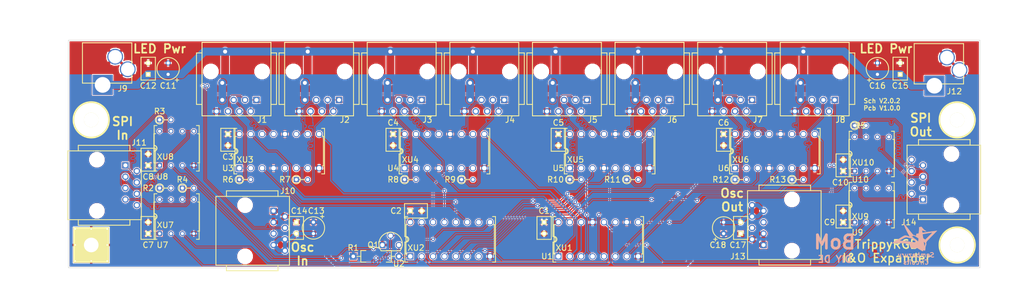
<source format=kicad_pcb>
(kicad_pcb (version 4) (host pcbnew 4.0.5)
  (title_block (date 2017-01-20) (rev 1.0.0))
  (layers (0 F.Cu signal) (31 B.Cu signal) (34 B.Paste user) (35 F.Paste user) (36 B.SilkS user) (37 F.SilkS user) (38 B.Mask user) (39 F.Mask user) (44 Edge.Cuts user))
  (net 0 "")
  (net 1 GND)
  (net 2 /Out1)
  (net 3 /In1)
  (net 4 /Out2)
  (net 5 /In2)
  (net 6 /Out3)
  (net 7 /In3)
  (net 8 /Out4)
  (net 9 /In4)
  (net 10 /Out5)
  (net 11 /In5)
  (net 12 /Out6)
  (net 13 /In6)
  (net 14 /Out7)
  (net 15 /In7)
  (net 16 /Out8)
  (net 17 /In8)
  (net 18 /~SS)
  (net 19 /MOSI)
  (net 20 /MISO)
  (net 21 /SCK)
  (net 22 "+5V(1)")
  (net 23 "+5V(2)")
  (net 24 /~IR_Osc+)
  (net 25 /~IR_Osc-)
  (net 26 /In1+)
  (net 27 /Out1+)
  (net 28 /Out1-)
  (net 29 /In1-)
  (net 30 /In2+)
  (net 31 /Out2+)
  (net 32 /Out2-)
  (net 33 /In2-)
  (net 34 /In3+)
  (net 35 /Out3+)
  (net 36 /Out3-)
  (net 37 /In3-)
  (net 38 /In4+)
  (net 39 /Out4+)
  (net 40 /Out4-)
  (net 41 /In4-)
  (net 42 /In5+)
  (net 43 /Out5+)
  (net 44 /Out5-)
  (net 45 /In5-)
  (net 46 /In6+)
  (net 47 /Out6+)
  (net 48 /Out6-)
  (net 49 /In6-)
  (net 50 /In7+)
  (net 51 /Out7+)
  (net 52 /Out7-)
  (net 53 /In7-)
  (net 54 /In8+)
  (net 55 /Out8+)
  (net 56 /Out8-)
  (net 57 /In8-)
  (net 58 /~SS+)
  (net 59 /~SS-)
  (net 60 /MISO+)
  (net 61 /MOSI+)
  (net 62 /MOSI-)
  (net 63 /MISO-)
  (net 64 /SCK+)
  (net 65 /SCK-)
  (net 66 /~SS'+)
  (net 67 /~SS'-)
  (net 68 /MISO'+)
  (net 69 /MOSI'+)
  (net 70 /MOSI'-)
  (net 71 /MISO'-)
  (net 72 /SCK'+)
  (net 73 /SCK'-)
  (net 74 /SS)
  (net 75 /MOSI')
  (net 76 /MISO')
  (module ipc-7251TH-connectors:WURTH_615008144221 (layer F.Cu) (at 116.84 102.235 180)
    (fp_text reference J3 (at -1.27 -4.445 180) (layer F.SilkS) (effects (font (size 1.27 1.27) (thickness 0.2032))))
    (fp_text value RJ45-Unshielded)
    (pad 1 thru_hole rect (at 0 0 180) (size 1.44 1.44) (drill 0.9) (layers *.Cu *.Mask) (net 24 /~IR_Osc+))
    (pad 2 thru_hole circle (at 1.27 -2.54 180) (size 1.44 1.44) (drill 0.9) (layers *.Cu *.Mask) (net 25 /~IR_Osc-))
    (pad 3 thru_hole circle (at 2.54 0 180) (size 1.44 1.44) (drill 0.9) (layers *.Cu *.Mask) (net 34 /In3+))
    (pad 4 thru_hole circle (at 3.81 -2.54 180) (size 1.44 1.44) (drill 0.9) (layers *.Cu *.Mask) (net 35 /Out3+))
    (pad 5 thru_hole circle (at 5.08 0 180) (size 1.44 1.44) (drill 0.9) (layers *.Cu *.Mask) (net 36 /Out3-))
    (pad 6 thru_hole circle (at 6.35 -2.54 180) (size 1.44 1.44) (drill 0.9) (layers *.Cu *.Mask) (net 37 /In3-))
    (pad 7 thru_hole circle (at 7.62 0 180) (size 1.44 1.44) (drill 0.9) (layers *.Cu *.Mask) (net 23 "+5V(2)"))
    (pad 8 thru_hole circle (at 8.89 -2.54 180) (size 1.44 1.44) (drill 0.9) (layers *.Cu *.Mask) (net 1 GND))
    (pad "" np_thru_hole circle (at 10.165 6.35 180) (size 3.17 3.17) (drill 3.17) (layers *.Cu *.Mask))
    (pad "" np_thru_hole circle (at -1.265 6.35 180) (size 3.17 3.17) (drill 3.17) (layers *.Cu *.Mask))
  )
  (module ipc-7251TH-connectors:WURTH_615008144221 (layer F.Cu) (at 208.915 102.235 180)
    (fp_text reference J8 (at -1.27 -4.445 180) (layer F.SilkS) (effects (font (size 1.27 1.27) (thickness 0.2032))))
    (fp_text value RJ45-Unshielded)
    (pad 1 thru_hole rect (at 0 0 180) (size 1.44 1.44) (drill 0.9) (layers *.Cu *.Mask) (net 24 /~IR_Osc+))
    (pad 2 thru_hole circle (at 1.27 -2.54 180) (size 1.44 1.44) (drill 0.9) (layers *.Cu *.Mask) (net 25 /~IR_Osc-))
    (pad 3 thru_hole circle (at 2.54 0 180) (size 1.44 1.44) (drill 0.9) (layers *.Cu *.Mask) (net 54 /In8+))
    (pad 4 thru_hole circle (at 3.81 -2.54 180) (size 1.44 1.44) (drill 0.9) (layers *.Cu *.Mask) (net 55 /Out8+))
    (pad 5 thru_hole circle (at 5.08 0 180) (size 1.44 1.44) (drill 0.9) (layers *.Cu *.Mask) (net 56 /Out8-))
    (pad 6 thru_hole circle (at 6.35 -2.54 180) (size 1.44 1.44) (drill 0.9) (layers *.Cu *.Mask) (net 57 /In8-))
    (pad 7 thru_hole circle (at 7.62 0 180) (size 1.44 1.44) (drill 0.9) (layers *.Cu *.Mask) (net 23 "+5V(2)"))
    (pad 8 thru_hole circle (at 8.89 -2.54 180) (size 1.44 1.44) (drill 0.9) (layers *.Cu *.Mask) (net 1 GND))
    (pad "" np_thru_hole circle (at 10.165 6.35 180) (size 3.17 3.17) (drill 3.17) (layers *.Cu *.Mask))
    (pad "" np_thru_hole circle (at -1.265 6.35 180) (size 3.17 3.17) (drill 3.17) (layers *.Cu *.Mask))
  )
  (module ipc-7251TH-standard:DIPfS762W45P254L1016H508Q8 (layer F.Cu) (at 213.36 118.11)
    (fp_text reference XU10 (at 1.905 -1.905) (layer F.SilkS) (effects (font (size 1.27 1.27) (thickness 0.2032))))
    (fp_text value IC_Socket08)
  )
  (module ipc-7251TH-standard:DIPfS762W45P254L1016H508Q8 (layer F.Cu) (at 213.36 129.54)
    (fp_text reference XU9 (at 1.27 -1.27) (layer F.SilkS) (effects (font (size 1.27 1.27) (thickness 0.2032))))
    (fp_text value IC_Socket08)
  )
  (module ipc-7251TH-standard:DIPfS762W45P254L1016H508Q8 (layer F.Cu) (at 58.42 116.84)
    (fp_text reference XU8 (at 1.27 -1.905) (layer F.SilkS) (effects (font (size 1.27 1.27) (thickness 0.2032))))
    (fp_text value IC_Socket08)
  )
  (module ipc-7251TH-standard:DIPfS762W45P254L1016H508Q8 (layer F.Cu) (at 58.42 132.08)
    (fp_text reference XU7 (at 1.27 -1.905) (layer F.SilkS) (effects (font (size 1.27 1.27) (thickness 0.2032))))
    (fp_text value IC_Socket08)
  )
  (module ipc-7251TH-standard:DIPfS794W45P254L1969H508Q16 (layer F.Cu) (at 186.69 117.475)
    (fp_text reference XU6 (at 1.27 -1.905) (layer F.SilkS) (effects (font (size 1.27 1.27) (thickness 0.2032))))
    (fp_text value IC_Socket16)
  )
  (module ipc-7251TH-standard:DIPfS794W45P254L1969H508Q16 (layer F.Cu) (at 149.86 117.475)
    (fp_text reference XU5 (at 1.27 -1.905) (layer F.SilkS) (effects (font (size 1.27 1.27) (thickness 0.2032))))
    (fp_text value IC_Socket16)
  )
  (module ipc-7251TH-standard:DIPfS794W45P254L1969H508Q16 (layer F.Cu) (at 113.03 117.475)
    (fp_text reference XU4 (at 1.27 -1.905) (layer F.SilkS) (effects (font (size 1.27 1.27) (thickness 0.2032))))
    (fp_text value IC_Socket16)
  )
  (module ipc-7251TH-standard:DIPfS794W45P254L1969H508Q16 (layer F.Cu) (at 76.2 117.475)
    (fp_text reference XU3 (at 1.27 -1.905) (layer F.SilkS) (effects (font (size 1.27 1.27) (thickness 0.2032))))
    (fp_text value IC_Socket16)
  )
  (module ipc-7251TH-standard:DIPfS794W45P254L1969H508Q16 (layer F.Cu) (at 114.3 137.16)
    (fp_text reference XU2 (at 1.27 -1.905) (layer F.SilkS) (effects (font (size 1.27 1.27) (thickness 0.2032))))
    (fp_text value IC_Socket16)
  )
  (module ipc-7251TH-standard:DIPfS794W45P254L1969H508Q16 (layer F.Cu) (at 147.32 137.16)
    (fp_text reference XU1 (at 1.27 -1.905) (layer F.SilkS) (effects (font (size 1.27 1.27) (thickness 0.2032))))
    (fp_text value IC_Socket16)
  )
  (module ipc-7251TH-standard:DIPS762W45P254L1003H508Q8 (layer F.Cu) (at 213.36 118.11)
    (fp_text reference U10 (at 1.27 1.905) (layer F.SilkS) (effects (font (size 1.27 1.27) (thickness 0.2032))))
    (fp_text value DS8921)
    (pad 1 thru_hole rect (at 0 0) (size 1.05664 1.05664) (drill 0.65024) (layers *.Cu *.Mask) (net 22 "+5V(1)"))
    (pad 2 thru_hole circle (at 2.54 0) (size 1.05664 1.05664) (drill 0.65024) (layers *.Cu *.Mask) (net 76 /MISO'))
    (pad 3 thru_hole circle (at 5.08 0) (size 1.05664 1.05664) (drill 0.65024) (layers *.Cu *.Mask) (net 75 /MOSI'))
    (pad 4 thru_hole circle (at 7.62 0) (size 1.05664 1.05664) (drill 0.65024) (layers *.Cu *.Mask) (net 1 GND))
    (pad 5 thru_hole circle (at 7.62 -7.62) (size 1.05664 1.05664) (drill 0.65024) (layers *.Cu *.Mask) (net 70 /MOSI'-))
    (pad 6 thru_hole circle (at 5.08 -7.62) (size 1.05664 1.05664) (drill 0.65024) (layers *.Cu *.Mask) (net 69 /MOSI'+))
    (pad 7 thru_hole circle (at 2.54 -7.62) (size 1.05664 1.05664) (drill 0.65024) (layers *.Cu *.Mask) (net 71 /MISO'-))
    (pad 8 thru_hole circle (at 0 -7.62) (size 1.05664 1.05664) (drill 0.65024) (layers *.Cu *.Mask) (net 68 /MISO'+))
  )
  (module ipc-7251TH-standard:DIPS762W45P254L1003H508Q8 (layer F.Cu) (at 213.36 129.54)
    (fp_text reference U9 (at 0.635 2.286) (layer F.SilkS) (effects (font (size 1.27 1.27) (thickness 0.2032))))
    (fp_text value uA9638C)
    (pad 1 thru_hole rect (at 0 0) (size 1.05664 1.05664) (drill 0.65024) (layers *.Cu *.Mask) (net 22 "+5V(1)"))
    (pad 2 thru_hole circle (at 2.54 0) (size 1.05664 1.05664) (drill 0.65024) (layers *.Cu *.Mask) (net 18 /~SS))
    (pad 3 thru_hole circle (at 5.08 0) (size 1.05664 1.05664) (drill 0.65024) (layers *.Cu *.Mask) (net 21 /SCK))
    (pad 4 thru_hole circle (at 7.62 0) (size 1.05664 1.05664) (drill 0.65024) (layers *.Cu *.Mask) (net 1 GND))
    (pad 5 thru_hole circle (at 7.62 -7.62) (size 1.05664 1.05664) (drill 0.65024) (layers *.Cu *.Mask) (net 73 /SCK'-))
    (pad 6 thru_hole circle (at 5.08 -7.62) (size 1.05664 1.05664) (drill 0.65024) (layers *.Cu *.Mask) (net 72 /SCK'+))
    (pad 7 thru_hole circle (at 2.54 -7.62) (size 1.05664 1.05664) (drill 0.65024) (layers *.Cu *.Mask) (net 67 /~SS'-))
    (pad 8 thru_hole circle (at 0 -7.62) (size 1.05664 1.05664) (drill 0.65024) (layers *.Cu *.Mask) (net 66 /~SS'+))
  )
  (module ipc-7251TH-standard:DIPS762W45P254L1003H508Q8 (layer F.Cu) (at 58.42 116.84)
    (fp_text reference U8 (at 0.635 2.54) (layer F.SilkS) (effects (font (size 1.27 1.27) (thickness 0.2032))))
    (fp_text value DS8921)
    (pad 1 thru_hole rect (at 0 0) (size 1.05664 1.05664) (drill 0.65024) (layers *.Cu *.Mask) (net 22 "+5V(1)"))
    (pad 2 thru_hole circle (at 2.54 0) (size 1.05664 1.05664) (drill 0.65024) (layers *.Cu *.Mask) (net 19 /MOSI))
    (pad 3 thru_hole circle (at 5.08 0) (size 1.05664 1.05664) (drill 0.65024) (layers *.Cu *.Mask) (net 20 /MISO))
    (pad 4 thru_hole circle (at 7.62 0) (size 1.05664 1.05664) (drill 0.65024) (layers *.Cu *.Mask) (net 1 GND))
    (pad 5 thru_hole circle (at 7.62 -7.62) (size 1.05664 1.05664) (drill 0.65024) (layers *.Cu *.Mask) (net 63 /MISO-))
    (pad 6 thru_hole circle (at 5.08 -7.62) (size 1.05664 1.05664) (drill 0.65024) (layers *.Cu *.Mask) (net 60 /MISO+))
    (pad 7 thru_hole circle (at 2.54 -7.62) (size 1.05664 1.05664) (drill 0.65024) (layers *.Cu *.Mask) (net 62 /MOSI-))
    (pad 8 thru_hole circle (at 0 -7.62) (size 1.05664 1.05664) (drill 0.65024) (layers *.Cu *.Mask) (net 61 /MOSI+))
  )
  (module ipc-7251TH-standard:DIPS762W45P254L1003H508Q8 (layer F.Cu) (at 58.42 132.08)
    (fp_text reference U7 (at 0.635 2.54) (layer F.SilkS) (effects (font (size 1.27 1.27) (thickness 0.2032))))
    (fp_text value uA9637AC)
    (pad 1 thru_hole rect (at 0 0) (size 1.05664 1.05664) (drill 0.65024) (layers *.Cu *.Mask) (net 22 "+5V(1)"))
    (pad 2 thru_hole circle (at 2.54 0) (size 1.05664 1.05664) (drill 0.65024) (layers *.Cu *.Mask) (net 18 /~SS))
    (pad 3 thru_hole circle (at 5.08 0) (size 1.05664 1.05664) (drill 0.65024) (layers *.Cu *.Mask) (net 21 /SCK))
    (pad 4 thru_hole circle (at 7.62 0) (size 1.05664 1.05664) (drill 0.65024) (layers *.Cu *.Mask) (net 1 GND))
    (pad 5 thru_hole circle (at 7.62 -7.62) (size 1.05664 1.05664) (drill 0.65024) (layers *.Cu *.Mask) (net 65 /SCK-))
    (pad 6 thru_hole circle (at 5.08 -7.62) (size 1.05664 1.05664) (drill 0.65024) (layers *.Cu *.Mask) (net 64 /SCK+))
    (pad 7 thru_hole circle (at 2.54 -7.62) (size 1.05664 1.05664) (drill 0.65024) (layers *.Cu *.Mask) (net 59 /~SS-))
    (pad 8 thru_hole circle (at 0 -7.62) (size 1.05664 1.05664) (drill 0.65024) (layers *.Cu *.Mask) (net 58 /~SS+))
  )
  (module ipc-7251TH-standard:DIPS762W45P254L2019H508Q16 (layer F.Cu) (at 186.69 117.475)
    (fp_text reference U6 (at -2.54 0) (layer F.SilkS) (effects (font (size 1.27 1.27) (thickness 0.2032))))
    (fp_text value 75C1168)
    (pad 1 thru_hole rect (at 0 0) (size 1.4 1.4) (drill 1) (layers *.Cu *.Mask) (net 53 /In7-))
    (pad 2 thru_hole circle (at 2.54 0) (size 1.4 1.4) (drill 1) (layers *.Cu *.Mask) (net 50 /In7+))
    (pad 3 thru_hole circle (at 5.08 0) (size 1.4 1.4) (drill 1) (layers *.Cu *.Mask) (net 15 /In7))
    (pad 4 thru_hole circle (at 7.62 0) (size 1.4 1.4) (drill 1) (layers *.Cu *.Mask) (net 22 "+5V(1)"))
    (pad 5 thru_hole circle (at 10.16 0) (size 1.4 1.4) (drill 1) (layers *.Cu *.Mask) (net 17 /In8))
    (pad 6 thru_hole circle (at 12.7 0) (size 1.4 1.4) (drill 1) (layers *.Cu *.Mask) (net 54 /In8+))
    (pad 7 thru_hole circle (at 15.24 0) (size 1.4 1.4) (drill 1) (layers *.Cu *.Mask) (net 57 /In8-))
    (pad 8 thru_hole circle (at 17.78 0) (size 1.4 1.4) (drill 1) (layers *.Cu *.Mask) (net 1 GND))
    (pad 9 thru_hole circle (at 17.78 -7.62) (size 1.4 1.4) (drill 1) (layers *.Cu *.Mask) (net 16 /Out8))
    (pad 10 thru_hole circle (at 15.24 -7.62) (size 1.4 1.4) (drill 1) (layers *.Cu *.Mask) (net 55 /Out8+))
    (pad 11 thru_hole circle (at 12.7 -7.62) (size 1.4 1.4) (drill 1) (layers *.Cu *.Mask) (net 56 /Out8-))
    (pad 12 thru_hole circle (at 10.16 -7.62) (size 1.4 1.4) (drill 1) (layers *.Cu *.Mask) (net 22 "+5V(1)"))
    (pad 13 thru_hole circle (at 7.62 -7.62) (size 1.4 1.4) (drill 1) (layers *.Cu *.Mask) (net 52 /Out7-))
    (pad 14 thru_hole circle (at 5.08 -7.62) (size 1.4 1.4) (drill 1) (layers *.Cu *.Mask) (net 51 /Out7+))
    (pad 15 thru_hole circle (at 2.54 -7.62) (size 1.4 1.4) (drill 1) (layers *.Cu *.Mask) (net 14 /Out7))
    (pad 16 thru_hole circle (at 0 -7.62) (size 1.4 1.4) (drill 1) (layers *.Cu *.Mask) (net 22 "+5V(1)"))
  )
  (module ipc-7251TH-standard:DIPS762W45P254L2019H508Q16 (layer F.Cu) (at 149.86 117.475)
    (fp_text reference U5 (at -2.54 0) (layer F.SilkS) (effects (font (size 1.27 1.27) (thickness 0.2032))))
    (fp_text value 75C1168)
    (pad 1 thru_hole rect (at 0 0) (size 1.4 1.4) (drill 1) (layers *.Cu *.Mask) (net 45 /In5-))
    (pad 2 thru_hole circle (at 2.54 0) (size 1.4 1.4) (drill 1) (layers *.Cu *.Mask) (net 42 /In5+))
    (pad 3 thru_hole circle (at 5.08 0) (size 1.4 1.4) (drill 1) (layers *.Cu *.Mask) (net 11 /In5))
    (pad 4 thru_hole circle (at 7.62 0) (size 1.4 1.4) (drill 1) (layers *.Cu *.Mask) (net 22 "+5V(1)"))
    (pad 5 thru_hole circle (at 10.16 0) (size 1.4 1.4) (drill 1) (layers *.Cu *.Mask) (net 13 /In6))
    (pad 6 thru_hole circle (at 12.7 0) (size 1.4 1.4) (drill 1) (layers *.Cu *.Mask) (net 46 /In6+))
    (pad 7 thru_hole circle (at 15.24 0) (size 1.4 1.4) (drill 1) (layers *.Cu *.Mask) (net 49 /In6-))
    (pad 8 thru_hole circle (at 17.78 0) (size 1.4 1.4) (drill 1) (layers *.Cu *.Mask) (net 1 GND))
    (pad 9 thru_hole circle (at 17.78 -7.62) (size 1.4 1.4) (drill 1) (layers *.Cu *.Mask) (net 12 /Out6))
    (pad 10 thru_hole circle (at 15.24 -7.62) (size 1.4 1.4) (drill 1) (layers *.Cu *.Mask) (net 47 /Out6+))
    (pad 11 thru_hole circle (at 12.7 -7.62) (size 1.4 1.4) (drill 1) (layers *.Cu *.Mask) (net 48 /Out6-))
    (pad 12 thru_hole circle (at 10.16 -7.62) (size 1.4 1.4) (drill 1) (layers *.Cu *.Mask) (net 22 "+5V(1)"))
    (pad 13 thru_hole circle (at 7.62 -7.62) (size 1.4 1.4) (drill 1) (layers *.Cu *.Mask) (net 44 /Out5-))
    (pad 14 thru_hole circle (at 5.08 -7.62) (size 1.4 1.4) (drill 1) (layers *.Cu *.Mask) (net 43 /Out5+))
    (pad 15 thru_hole circle (at 2.54 -7.62) (size 1.4 1.4) (drill 1) (layers *.Cu *.Mask) (net 10 /Out5))
    (pad 16 thru_hole circle (at 0 -7.62) (size 1.4 1.4) (drill 1) (layers *.Cu *.Mask) (net 22 "+5V(1)"))
  )
  (module ipc-7251TH-standard:DIPS762W45P254L2019H508Q16 (layer F.Cu) (at 113.03 117.475)
    (fp_text reference U4 (at -2.54 0) (layer F.SilkS) (effects (font (size 1.27 1.27) (thickness 0.2032))))
    (fp_text value 75C1168)
    (pad 1 thru_hole rect (at 0 0) (size 1.4 1.4) (drill 1) (layers *.Cu *.Mask) (net 37 /In3-))
    (pad 2 thru_hole circle (at 2.54 0) (size 1.4 1.4) (drill 1) (layers *.Cu *.Mask) (net 34 /In3+))
    (pad 3 thru_hole circle (at 5.08 0) (size 1.4 1.4) (drill 1) (layers *.Cu *.Mask) (net 7 /In3))
    (pad 4 thru_hole circle (at 7.62 0) (size 1.4 1.4) (drill 1) (layers *.Cu *.Mask) (net 22 "+5V(1)"))
    (pad 5 thru_hole circle (at 10.16 0) (size 1.4 1.4) (drill 1) (layers *.Cu *.Mask) (net 9 /In4))
    (pad 6 thru_hole circle (at 12.7 0) (size 1.4 1.4) (drill 1) (layers *.Cu *.Mask) (net 38 /In4+))
    (pad 7 thru_hole circle (at 15.24 0) (size 1.4 1.4) (drill 1) (layers *.Cu *.Mask) (net 41 /In4-))
    (pad 8 thru_hole circle (at 17.78 0) (size 1.4 1.4) (drill 1) (layers *.Cu *.Mask) (net 1 GND))
    (pad 9 thru_hole circle (at 17.78 -7.62) (size 1.4 1.4) (drill 1) (layers *.Cu *.Mask) (net 8 /Out4))
    (pad 10 thru_hole circle (at 15.24 -7.62) (size 1.4 1.4) (drill 1) (layers *.Cu *.Mask) (net 39 /Out4+))
    (pad 11 thru_hole circle (at 12.7 -7.62) (size 1.4 1.4) (drill 1) (layers *.Cu *.Mask) (net 40 /Out4-))
    (pad 12 thru_hole circle (at 10.16 -7.62) (size 1.4 1.4) (drill 1) (layers *.Cu *.Mask) (net 22 "+5V(1)"))
    (pad 13 thru_hole circle (at 7.62 -7.62) (size 1.4 1.4) (drill 1) (layers *.Cu *.Mask) (net 36 /Out3-))
    (pad 14 thru_hole circle (at 5.08 -7.62) (size 1.4 1.4) (drill 1) (layers *.Cu *.Mask) (net 35 /Out3+))
    (pad 15 thru_hole circle (at 2.54 -7.62) (size 1.4 1.4) (drill 1) (layers *.Cu *.Mask) (net 6 /Out3))
    (pad 16 thru_hole circle (at 0 -7.62) (size 1.4 1.4) (drill 1) (layers *.Cu *.Mask) (net 22 "+5V(1)"))
  )
  (module ipc-7251TH-standard:DIPS762W45P254L2019H508Q16 (layer F.Cu) (at 76.2 117.475)
    (fp_text reference U3 (at -2.54 0 180) (layer F.SilkS) (effects (font (size 1.27 1.27) (thickness 0.2032))))
    (fp_text value 75C1168)
    (pad 1 thru_hole rect (at 0 0) (size 1.4 1.4) (drill 1) (layers *.Cu *.Mask) (net 29 /In1-))
    (pad 2 thru_hole circle (at 2.54 0) (size 1.4 1.4) (drill 1) (layers *.Cu *.Mask) (net 26 /In1+))
    (pad 3 thru_hole circle (at 5.08 0) (size 1.4 1.4) (drill 1) (layers *.Cu *.Mask) (net 3 /In1))
    (pad 4 thru_hole circle (at 7.62 0) (size 1.4 1.4) (drill 1) (layers *.Cu *.Mask) (net 22 "+5V(1)"))
    (pad 5 thru_hole circle (at 10.16 0) (size 1.4 1.4) (drill 1) (layers *.Cu *.Mask) (net 5 /In2))
    (pad 6 thru_hole circle (at 12.7 0) (size 1.4 1.4) (drill 1) (layers *.Cu *.Mask) (net 30 /In2+))
    (pad 7 thru_hole circle (at 15.24 0) (size 1.4 1.4) (drill 1) (layers *.Cu *.Mask) (net 33 /In2-))
    (pad 8 thru_hole circle (at 17.78 0) (size 1.4 1.4) (drill 1) (layers *.Cu *.Mask) (net 1 GND))
    (pad 9 thru_hole circle (at 17.78 -7.62) (size 1.4 1.4) (drill 1) (layers *.Cu *.Mask) (net 4 /Out2))
    (pad 10 thru_hole circle (at 15.24 -7.62) (size 1.4 1.4) (drill 1) (layers *.Cu *.Mask) (net 31 /Out2+))
    (pad 11 thru_hole circle (at 12.7 -7.62) (size 1.4 1.4) (drill 1) (layers *.Cu *.Mask) (net 32 /Out2-))
    (pad 12 thru_hole circle (at 10.16 -7.62) (size 1.4 1.4) (drill 1) (layers *.Cu *.Mask) (net 22 "+5V(1)"))
    (pad 13 thru_hole circle (at 7.62 -7.62) (size 1.4 1.4) (drill 1) (layers *.Cu *.Mask) (net 28 /Out1-))
    (pad 14 thru_hole circle (at 5.08 -7.62) (size 1.4 1.4) (drill 1) (layers *.Cu *.Mask) (net 27 /Out1+))
    (pad 15 thru_hole circle (at 2.54 -7.62) (size 1.4 1.4) (drill 1) (layers *.Cu *.Mask) (net 2 /Out1))
    (pad 16 thru_hole circle (at 0 -7.62) (size 1.4 1.4) (drill 1) (layers *.Cu *.Mask) (net 22 "+5V(1)"))
  )
  (module ipc-7251TH-standard:DIPS762W45P254L2019H508Q16 (layer F.Cu) (at 114.3 137.16)
    (fp_text reference U2 (at -2.54 1.651) (layer F.SilkS) (effects (font (size 1.27 1.27) (thickness 0.2032))))
    (fp_text value 74HC165)
    (pad 1 thru_hole rect (at 0 0) (size 1.4 1.4) (drill 1) (layers *.Cu *.Mask) (net 74 /SS))
    (pad 2 thru_hole circle (at 2.54 0) (size 1.4 1.4) (drill 1) (layers *.Cu *.Mask) (net 21 /SCK))
    (pad 3 thru_hole circle (at 5.08 0) (size 1.4 1.4) (drill 1) (layers *.Cu *.Mask) (net 11 /In5))
    (pad 4 thru_hole circle (at 7.62 0) (size 1.4 1.4) (drill 1) (layers *.Cu *.Mask) (net 13 /In6))
    (pad 5 thru_hole circle (at 10.16 0) (size 1.4 1.4) (drill 1) (layers *.Cu *.Mask) (net 15 /In7))
    (pad 6 thru_hole circle (at 12.7 0) (size 1.4 1.4) (drill 1) (layers *.Cu *.Mask) (net 17 /In8))
    (pad 7 thru_hole circle (at 15.24 0) (size 1.4 1.4) (drill 1) (layers *.Cu *.Mask))
    (pad 8 thru_hole circle (at 17.78 0) (size 1.4 1.4) (drill 1) (layers *.Cu *.Mask) (net 1 GND))
    (pad 9 thru_hole circle (at 17.78 -7.62) (size 1.4 1.4) (drill 1) (layers *.Cu *.Mask) (net 20 /MISO))
    (pad 10 thru_hole circle (at 15.24 -7.62) (size 1.4 1.4) (drill 1) (layers *.Cu *.Mask) (net 76 /MISO'))
    (pad 11 thru_hole circle (at 12.7 -7.62) (size 1.4 1.4) (drill 1) (layers *.Cu *.Mask) (net 3 /In1))
    (pad 12 thru_hole circle (at 10.16 -7.62) (size 1.4 1.4) (drill 1) (layers *.Cu *.Mask) (net 5 /In2))
    (pad 13 thru_hole circle (at 7.62 -7.62) (size 1.4 1.4) (drill 1) (layers *.Cu *.Mask) (net 7 /In3))
    (pad 14 thru_hole circle (at 5.08 -7.62) (size 1.4 1.4) (drill 1) (layers *.Cu *.Mask) (net 9 /In4))
    (pad 15 thru_hole circle (at 2.54 -7.62) (size 1.4 1.4) (drill 1) (layers *.Cu *.Mask) (net 18 /~SS))
    (pad 16 thru_hole circle (at 0 -7.62) (size 1.4 1.4) (drill 1) (layers *.Cu *.Mask) (net 22 "+5V(1)"))
  )
  (module ipc-7251TH-standard:DIPS762W45P254L2019H508Q16 (layer F.Cu) (at 147.32 137.16)
    (fp_text reference U1 (at -2.54 0) (layer F.SilkS) (effects (font (size 1.27 1.27) (thickness 0.2032))))
    (fp_text value 74HC595)
    (pad 1 thru_hole rect (at 0 0) (size 1.4 1.4) (drill 1) (layers *.Cu *.Mask) (net 4 /Out2))
    (pad 2 thru_hole circle (at 2.54 0) (size 1.4 1.4) (drill 1) (layers *.Cu *.Mask) (net 6 /Out3))
    (pad 3 thru_hole circle (at 5.08 0) (size 1.4 1.4) (drill 1) (layers *.Cu *.Mask) (net 8 /Out4))
    (pad 4 thru_hole circle (at 7.62 0) (size 1.4 1.4) (drill 1) (layers *.Cu *.Mask) (net 10 /Out5))
    (pad 5 thru_hole circle (at 10.16 0) (size 1.4 1.4) (drill 1) (layers *.Cu *.Mask) (net 12 /Out6))
    (pad 6 thru_hole circle (at 12.7 0) (size 1.4 1.4) (drill 1) (layers *.Cu *.Mask) (net 14 /Out7))
    (pad 7 thru_hole circle (at 15.24 0) (size 1.4 1.4) (drill 1) (layers *.Cu *.Mask) (net 16 /Out8))
    (pad 8 thru_hole circle (at 17.78 0) (size 1.4 1.4) (drill 1) (layers *.Cu *.Mask) (net 1 GND))
    (pad 9 thru_hole circle (at 17.78 -7.62) (size 1.4 1.4) (drill 1) (layers *.Cu *.Mask) (net 75 /MOSI'))
    (pad 10 thru_hole circle (at 15.24 -7.62) (size 1.4 1.4) (drill 1) (layers *.Cu *.Mask) (net 22 "+5V(1)"))
    (pad 11 thru_hole circle (at 12.7 -7.62) (size 1.4 1.4) (drill 1) (layers *.Cu *.Mask) (net 21 /SCK))
    (pad 12 thru_hole circle (at 10.16 -7.62) (size 1.4 1.4) (drill 1) (layers *.Cu *.Mask) (net 18 /~SS))
    (pad 13 thru_hole circle (at 7.62 -7.62) (size 1.4 1.4) (drill 1) (layers *.Cu *.Mask) (net 1 GND))
    (pad 14 thru_hole circle (at 5.08 -7.62) (size 1.4 1.4) (drill 1) (layers *.Cu *.Mask) (net 19 /MOSI))
    (pad 15 thru_hole circle (at 2.54 -7.62) (size 1.4 1.4) (drill 1) (layers *.Cu *.Mask) (net 2 /Out1))
    (pad 16 thru_hole circle (at 0 -7.62) (size 1.4 1.4) (drill 1) (layers *.Cu *.Mask) (net 22 "+5V(1)"))
  )
  (module ipc-7251TH-standard:RESAD1016W56L681D259 (layer F.Cu) (at 101.6 137.16)
    (fp_text reference R1 (at 0 -1.905) (layer F.SilkS) (effects (font (size 1.27 1.27) (thickness 0.2032))))
    (fp_text value 1kΩ)
    (pad 1 thru_hole rect (at 0 0) (size 1.53 1.53) (drill 0.8128) (layers *.Cu *.Mask) (net 22 "+5V(1)"))
    (pad 2 thru_hole circle (at 10.16 0) (size 1.53 1.53) (drill 0.8128) (layers *.Cu *.Mask) (net 74 /SS))
  )
  (module ipc-7251TH-standard:TO92184P520H734-3 (layer F.Cu) (at 108.07866 134.6215)
    (fp_text reference Q1 (at -2.03366 -0.0015) (layer F.SilkS) (effects (font (size 1.27 1.27) (thickness 0.2032))))
    (fp_text value VN3205)
    (pad 1 thru_hole rect (at -0.00166 -0.0015) (size 1.41 1.41) (drill 0.94) (layers *.Cu *.Mask) (net 1 GND))
    (pad 2 thru_hole circle (at 1.83984 -2.07175) (size 1.41 1.41) (drill 0.94) (layers *.Cu *.Mask) (net 18 /~SS))
    (pad 3 thru_hole circle (at 3.68134 -0.0015) (size 1.41 1.41) (drill 0.94) (layers *.Cu *.Mask) (net 74 /SS))
  )
  (module ipc-7251TH-standard:MTGNP794H326Z794P (layer F.Cu) (at 43.18 106.68)
    (fp_text reference MH4 hide)
    (fp_text value "#4 NPTH" hide)
    (pad "" np_thru_hole circle (at 0 0) (size 3.26 3.26) (drill 3.26) (layers *.Cu *.Mask F.SilkS) (clearance 2.34))
  )
  (module ipc-7251TH-standard:MTGNP794H326Z794P (layer F.Cu) (at 236.22 106.68)
    (fp_text reference MH3 hide)
    (fp_text value "#4 NPTH" hide)
    (pad "" np_thru_hole circle (at 0 0) (size 3.26 3.26) (drill 3.26) (layers *.Cu *.Mask F.SilkS) (clearance 2.34))
  )
  (module ipc-7251TH-standard:MTGNP794H326Z794P (layer F.Cu) (at 236.22 134.62)
    (fp_text reference MH2 hide)
    (fp_text value "#4 NPTH" hide)
    (pad "" np_thru_hole circle (at 0 0) (size 3.26 3.26) (drill 3.26) (layers *.Cu *.Mask F.SilkS) (clearance 2.34))
  )
  (module ipc-7251TH-standard:MTGP794H326V8P (layer F.Cu) (at 43.18 134.62)
    (fp_text reference MH1 hide)
    (fp_text value "#4 PTH" hide)
    (pad 0 thru_hole rect (at 0 0) (size 7.94 7.94) (drill 3.26) (layers *.Cu *.Mask F.SilkS) (net 1 GND))
    (pad 0 thru_hole rect (at 0 3.556) (size 0.762 0.762) (drill 0.3048) (layers *.Cu *.Mask F.SilkS) (net 1 GND))
    (pad 0 thru_hole rect (at 3.556 3.556) (size 0.762 0.762) (drill 0.3048) (layers *.Cu *.Mask F.SilkS) (net 1 GND))
    (pad 0 thru_hole rect (at 3.556 0) (size 0.762 0.762) (drill 0.3048) (layers *.Cu *.Mask F.SilkS) (net 1 GND))
    (pad 0 thru_hole rect (at 3.556 -3.556) (size 0.762 0.762) (drill 0.3048) (layers *.Cu *.Mask F.SilkS) (net 1 GND))
    (pad 0 thru_hole rect (at 0 -3.556) (size 0.762 0.762) (drill 0.3048) (layers *.Cu *.Mask F.SilkS) (net 1 GND))
    (pad 0 thru_hole rect (at -3.556 -3.556) (size 0.762 0.762) (drill 0.3048) (layers *.Cu *.Mask F.SilkS) (net 1 GND))
    (pad 0 thru_hole rect (at -3.556 0) (size 0.762 0.762) (drill 0.3048) (layers *.Cu *.Mask F.SilkS) (net 1 GND))
    (pad 0 thru_hole rect (at -3.556 3.556) (size 0.762 0.762) (drill 0.3048) (layers *.Cu *.Mask F.SilkS) (net 1 GND))
  )
  (module ipc-7251TH-connectors:WURTH_615008144221 (layer F.Cu) (at 228.6 124.46 90)
    (fp_text reference J14 (at -5.08 -3.175 180) (layer F.SilkS) (effects (font (size 1.27 1.27) (thickness 0.2032))))
    (fp_text value RJ45-Unshielded)
    (pad 1 thru_hole rect (at 0 0 90) (size 1.44 1.44) (drill 0.9) (layers *.Cu *.Mask) (net 66 /~SS'+))
    (pad 2 thru_hole circle (at 1.27 -2.54 90) (size 1.44 1.44) (drill 0.9) (layers *.Cu *.Mask) (net 67 /~SS'-))
    (pad 3 thru_hole circle (at 2.54 0 90) (size 1.44 1.44) (drill 0.9) (layers *.Cu *.Mask) (net 68 /MISO'+))
    (pad 4 thru_hole circle (at 3.81 -2.54 90) (size 1.44 1.44) (drill 0.9) (layers *.Cu *.Mask) (net 69 /MOSI'+))
    (pad 5 thru_hole circle (at 5.08 0 90) (size 1.44 1.44) (drill 0.9) (layers *.Cu *.Mask) (net 70 /MOSI'-))
    (pad 6 thru_hole circle (at 6.35 -2.54 90) (size 1.44 1.44) (drill 0.9) (layers *.Cu *.Mask) (net 71 /MISO'-))
    (pad 7 thru_hole circle (at 7.62 0 90) (size 1.44 1.44) (drill 0.9) (layers *.Cu *.Mask) (net 72 /SCK'+))
    (pad 8 thru_hole circle (at 8.89 -2.54 90) (size 1.44 1.44) (drill 0.9) (layers *.Cu *.Mask) (net 73 /SCK'-))
    (pad "" np_thru_hole circle (at 10.165 6.35 90) (size 3.17 3.17) (drill 3.17) (layers *.Cu *.Mask))
    (pad "" np_thru_hole circle (at -1.265 6.35 90) (size 3.17 3.17) (drill 3.17) (layers *.Cu *.Mask))
  )
  (module ipc-7251TH-connectors:WURTH_615008144221 (layer F.Cu) (at 193.04 134.62 90)
    (fp_text reference J13 (at -2.54 -5.715 180) (layer F.SilkS) (effects (font (size 1.27 1.27) (thickness 0.2032))))
    (fp_text value RJ45-Unshielded)
    (pad 1 thru_hole rect (at 0 0 90) (size 1.44 1.44) (drill 0.9) (layers *.Cu *.Mask) (net 22 "+5V(1)"))
    (pad 2 thru_hole circle (at 1.27 -2.54 90) (size 1.44 1.44) (drill 0.9) (layers *.Cu *.Mask) (net 22 "+5V(1)"))
    (pad 3 thru_hole circle (at 2.54 0 90) (size 1.44 1.44) (drill 0.9) (layers *.Cu *.Mask) (net 22 "+5V(1)"))
    (pad 4 thru_hole circle (at 3.81 -2.54 90) (size 1.44 1.44) (drill 0.9) (layers *.Cu *.Mask) (net 24 /~IR_Osc+))
    (pad 5 thru_hole circle (at 5.08 0 90) (size 1.44 1.44) (drill 0.9) (layers *.Cu *.Mask) (net 25 /~IR_Osc-))
    (pad 6 thru_hole circle (at 6.35 -2.54 90) (size 1.44 1.44) (drill 0.9) (layers *.Cu *.Mask) (net 1 GND))
    (pad 7 thru_hole circle (at 7.62 0 90) (size 1.44 1.44) (drill 0.9) (layers *.Cu *.Mask) (net 1 GND))
    (pad 8 thru_hole circle (at 8.89 -2.54 90) (size 1.44 1.44) (drill 0.9) (layers *.Cu *.Mask) (net 1 GND))
    (pad "" np_thru_hole circle (at 10.165 6.35 90) (size 3.17 3.17) (drill 3.17) (layers *.Cu *.Mask))
    (pad "" np_thru_hole circle (at -1.265 6.35 90) (size 3.17 3.17) (drill 3.17) (layers *.Cu *.Mask))
  )
  (module ipc-7251TH-connectors:KYCON_KLDVHCX-0202-x_CirHole (layer F.Cu) (at 231.14 94.16 90)
    (fp_text reference J12 (at -6.17 4.445 180) (layer F.SilkS) (effects (font (size 1.27 1.27) (thickness 0.2032))))
    (fp_text value KLDVHCX-0202-A)
    (pad 1 thru_hole rect (at -4.9 0 180) (size 4.5 4.5) (drill 3.5) (layers *.Cu *.Mask) (net 23 "+5V(2)"))
    (pad 2 thru_hole circle (at -1.4 5.6 90) (size 3.5 3.5) (drill 3) (layers *.Cu *.Mask) (net 1 GND))
    (pad 3 thru_hole circle (at 1.4 2.8 90) (size 3.5 3.5) (drill 3) (layers *.Cu *.Mask) (net 1 GND))
  )
  (module ipc-7251TH-connectors:WURTH_615008144221 (layer F.Cu) (at 50.8 116.84 270)
    (fp_text reference J11 (at -5.08 -3.048 360) (layer F.SilkS) (effects (font (size 1.27 1.27) (thickness 0.2032))))
    (fp_text value RJ45-Unshielded)
    (pad 1 thru_hole rect (at 0 0 270) (size 1.44 1.44) (drill 0.9) (layers *.Cu *.Mask) (net 58 /~SS+))
    (pad 2 thru_hole circle (at 1.27 -2.54 270) (size 1.44 1.44) (drill 0.9) (layers *.Cu *.Mask) (net 59 /~SS-))
    (pad 3 thru_hole circle (at 2.54 0 270) (size 1.44 1.44) (drill 0.9) (layers *.Cu *.Mask) (net 60 /MISO+))
    (pad 4 thru_hole circle (at 3.81 -2.54 270) (size 1.44 1.44) (drill 0.9) (layers *.Cu *.Mask) (net 61 /MOSI+))
    (pad 5 thru_hole circle (at 5.08 0 270) (size 1.44 1.44) (drill 0.9) (layers *.Cu *.Mask) (net 62 /MOSI-))
    (pad 6 thru_hole circle (at 6.35 -2.54 270) (size 1.44 1.44) (drill 0.9) (layers *.Cu *.Mask) (net 63 /MISO-))
    (pad 7 thru_hole circle (at 7.62 0 270) (size 1.44 1.44) (drill 0.9) (layers *.Cu *.Mask) (net 64 /SCK+))
    (pad 8 thru_hole circle (at 8.89 -2.54 270) (size 1.44 1.44) (drill 0.9) (layers *.Cu *.Mask) (net 65 /SCK-))
    (pad "" np_thru_hole circle (at 10.165 6.35 270) (size 3.17 3.17) (drill 3.17) (layers *.Cu *.Mask))
    (pad "" np_thru_hole circle (at -1.265 6.35 270) (size 3.17 3.17) (drill 3.17) (layers *.Cu *.Mask))
  )
  (module ipc-7251TH-connectors:WURTH_615008144221 (layer F.Cu) (at 83.82 127 270)
    (fp_text reference J10 (at -4.445 -3.175 360) (layer F.SilkS) (effects (font (size 1.27 1.27) (thickness 0.2032))))
    (fp_text value RJ45-Unshielded)
    (pad 1 thru_hole rect (at 0 0 270) (size 1.44 1.44) (drill 0.9) (layers *.Cu *.Mask) (net 22 "+5V(1)"))
    (pad 2 thru_hole circle (at 1.27 -2.54 270) (size 1.44 1.44) (drill 0.9) (layers *.Cu *.Mask) (net 22 "+5V(1)"))
    (pad 3 thru_hole circle (at 2.54 0 270) (size 1.44 1.44) (drill 0.9) (layers *.Cu *.Mask) (net 22 "+5V(1)"))
    (pad 4 thru_hole circle (at 3.81 -2.54 270) (size 1.44 1.44) (drill 0.9) (layers *.Cu *.Mask) (net 24 /~IR_Osc+))
    (pad 5 thru_hole circle (at 5.08 0 270) (size 1.44 1.44) (drill 0.9) (layers *.Cu *.Mask) (net 25 /~IR_Osc-))
    (pad 6 thru_hole circle (at 6.35 -2.54 270) (size 1.44 1.44) (drill 0.9) (layers *.Cu *.Mask) (net 1 GND))
    (pad 7 thru_hole circle (at 7.62 0 270) (size 1.44 1.44) (drill 0.9) (layers *.Cu *.Mask) (net 1 GND))
    (pad 8 thru_hole circle (at 8.89 -2.54 270) (size 1.44 1.44) (drill 0.9) (layers *.Cu *.Mask) (net 1 GND))
    (pad "" np_thru_hole circle (at 10.165 6.35 270) (size 3.17 3.17) (drill 3.17) (layers *.Cu *.Mask))
    (pad "" np_thru_hole circle (at -1.265 6.35 270) (size 3.17 3.17) (drill 3.17) (layers *.Cu *.Mask))
  )
  (module ipc-7251TH-connectors:KYCON_KLDVHCX-0202-x_CirHole (layer F.Cu) (at 45.72 93.98 90)
    (fp_text reference J9 (at -5.715 4.445 180) (layer F.SilkS) (effects (font (size 1.27 1.27) (thickness 0.2032))))
    (fp_text value KLDVHCX-0202-A)
    (pad 1 thru_hole rect (at -4.9 0 180) (size 4.5 4.5) (drill 3.5) (layers *.Cu *.Mask) (net 23 "+5V(2)"))
    (pad 2 thru_hole circle (at -1.4 5.6 90) (size 3.5 3.5) (drill 3) (layers *.Cu *.Mask) (net 1 GND))
    (pad 3 thru_hole circle (at 1.4 2.8 90) (size 3.5 3.5) (drill 3) (layers *.Cu *.Mask) (net 1 GND))
  )
  (module ipc-7251TH-connectors:WURTH_615008144221 (layer F.Cu) (at 190.5 102.235 180)
    (fp_text reference J7 (at -1.27 -4.445 180) (layer F.SilkS) (effects (font (size 1.27 1.27) (thickness 0.2032))))
    (fp_text value RJ45-Unshielded)
    (pad 1 thru_hole rect (at 0 0 180) (size 1.44 1.44) (drill 0.9) (layers *.Cu *.Mask) (net 24 /~IR_Osc+))
    (pad 2 thru_hole circle (at 1.27 -2.54 180) (size 1.44 1.44) (drill 0.9) (layers *.Cu *.Mask) (net 25 /~IR_Osc-))
    (pad 3 thru_hole circle (at 2.54 0 180) (size 1.44 1.44) (drill 0.9) (layers *.Cu *.Mask) (net 50 /In7+))
    (pad 4 thru_hole circle (at 3.81 -2.54 180) (size 1.44 1.44) (drill 0.9) (layers *.Cu *.Mask) (net 51 /Out7+))
    (pad 5 thru_hole circle (at 5.08 0 180) (size 1.44 1.44) (drill 0.9) (layers *.Cu *.Mask) (net 52 /Out7-))
    (pad 6 thru_hole circle (at 6.35 -2.54 180) (size 1.44 1.44) (drill 0.9) (layers *.Cu *.Mask) (net 53 /In7-))
    (pad 7 thru_hole circle (at 7.62 0 180) (size 1.44 1.44) (drill 0.9) (layers *.Cu *.Mask) (net 23 "+5V(2)"))
    (pad 8 thru_hole circle (at 8.89 -2.54 180) (size 1.44 1.44) (drill 0.9) (layers *.Cu *.Mask) (net 1 GND))
    (pad "" np_thru_hole circle (at 10.165 6.35 180) (size 3.17 3.17) (drill 3.17) (layers *.Cu *.Mask))
    (pad "" np_thru_hole circle (at -1.265 6.35 180) (size 3.17 3.17) (drill 3.17) (layers *.Cu *.Mask))
  )
  (module ipc-7251TH-connectors:WURTH_615008144221 (layer F.Cu) (at 172.085 102.235 180)
    (fp_text reference J6 (at -0.635 -4.445 180) (layer F.SilkS) (effects (font (size 1.27 1.27) (thickness 0.2032))))
    (fp_text value RJ45-Unshielded)
    (pad 1 thru_hole rect (at 0 0 180) (size 1.44 1.44) (drill 0.9) (layers *.Cu *.Mask) (net 24 /~IR_Osc+))
    (pad 2 thru_hole circle (at 1.27 -2.54 180) (size 1.44 1.44) (drill 0.9) (layers *.Cu *.Mask) (net 25 /~IR_Osc-))
    (pad 3 thru_hole circle (at 2.54 0 180) (size 1.44 1.44) (drill 0.9) (layers *.Cu *.Mask) (net 46 /In6+))
    (pad 4 thru_hole circle (at 3.81 -2.54 180) (size 1.44 1.44) (drill 0.9) (layers *.Cu *.Mask) (net 47 /Out6+))
    (pad 5 thru_hole circle (at 5.08 0 180) (size 1.44 1.44) (drill 0.9) (layers *.Cu *.Mask) (net 48 /Out6-))
    (pad 6 thru_hole circle (at 6.35 -2.54 180) (size 1.44 1.44) (drill 0.9) (layers *.Cu *.Mask) (net 49 /In6-))
    (pad 7 thru_hole circle (at 7.62 0 180) (size 1.44 1.44) (drill 0.9) (layers *.Cu *.Mask) (net 23 "+5V(2)"))
    (pad 8 thru_hole circle (at 8.89 -2.54 180) (size 1.44 1.44) (drill 0.9) (layers *.Cu *.Mask) (net 1 GND))
    (pad "" np_thru_hole circle (at 10.165 6.35 180) (size 3.17 3.17) (drill 3.17) (layers *.Cu *.Mask))
    (pad "" np_thru_hole circle (at -1.265 6.35 180) (size 3.17 3.17) (drill 3.17) (layers *.Cu *.Mask))
  )
  (module ipc-7251TH-connectors:WURTH_615008144221 (layer F.Cu) (at 153.67 102.235 180)
    (fp_text reference J5 (at -1.27 -4.445 180) (layer F.SilkS) (effects (font (size 1.27 1.27) (thickness 0.2032))))
    (fp_text value RJ45-Unshielded)
    (pad 1 thru_hole rect (at 0 0 180) (size 1.44 1.44) (drill 0.9) (layers *.Cu *.Mask) (net 24 /~IR_Osc+))
    (pad 2 thru_hole circle (at 1.27 -2.54 180) (size 1.44 1.44) (drill 0.9) (layers *.Cu *.Mask) (net 25 /~IR_Osc-))
    (pad 3 thru_hole circle (at 2.54 0 180) (size 1.44 1.44) (drill 0.9) (layers *.Cu *.Mask) (net 42 /In5+))
    (pad 4 thru_hole circle (at 3.81 -2.54 180) (size 1.44 1.44) (drill 0.9) (layers *.Cu *.Mask) (net 43 /Out5+))
    (pad 5 thru_hole circle (at 5.08 0 180) (size 1.44 1.44) (drill 0.9) (layers *.Cu *.Mask) (net 44 /Out5-))
    (pad 6 thru_hole circle (at 6.35 -2.54 180) (size 1.44 1.44) (drill 0.9) (layers *.Cu *.Mask) (net 45 /In5-))
    (pad 7 thru_hole circle (at 7.62 0 180) (size 1.44 1.44) (drill 0.9) (layers *.Cu *.Mask) (net 23 "+5V(2)"))
    (pad 8 thru_hole circle (at 8.89 -2.54 180) (size 1.44 1.44) (drill 0.9) (layers *.Cu *.Mask) (net 1 GND))
    (pad "" np_thru_hole circle (at 10.165 6.35 180) (size 3.17 3.17) (drill 3.17) (layers *.Cu *.Mask))
    (pad "" np_thru_hole circle (at -1.265 6.35 180) (size 3.17 3.17) (drill 3.17) (layers *.Cu *.Mask))
  )
  (module ipc-7251TH-connectors:WURTH_615008144221 (layer F.Cu) (at 135.255 102.235 180)
    (fp_text reference J4 (at -1.27 -4.445 180) (layer F.SilkS) (effects (font (size 1.27 1.27) (thickness 0.2032))))
    (fp_text value RJ45-Unshielded)
    (pad 1 thru_hole rect (at 0 0 180) (size 1.44 1.44) (drill 0.9) (layers *.Cu *.Mask) (net 24 /~IR_Osc+))
    (pad 2 thru_hole circle (at 1.27 -2.54 180) (size 1.44 1.44) (drill 0.9) (layers *.Cu *.Mask) (net 25 /~IR_Osc-))
    (pad 3 thru_hole circle (at 2.54 0 180) (size 1.44 1.44) (drill 0.9) (layers *.Cu *.Mask) (net 38 /In4+))
    (pad 4 thru_hole circle (at 3.81 -2.54 180) (size 1.44 1.44) (drill 0.9) (layers *.Cu *.Mask) (net 39 /Out4+))
    (pad 5 thru_hole circle (at 5.08 0 180) (size 1.44 1.44) (drill 0.9) (layers *.Cu *.Mask) (net 40 /Out4-))
    (pad 6 thru_hole circle (at 6.35 -2.54 180) (size 1.44 1.44) (drill 0.9) (layers *.Cu *.Mask) (net 41 /In4-))
    (pad 7 thru_hole circle (at 7.62 0 180) (size 1.44 1.44) (drill 0.9) (layers *.Cu *.Mask) (net 23 "+5V(2)"))
    (pad 8 thru_hole circle (at 8.89 -2.54 180) (size 1.44 1.44) (drill 0.9) (layers *.Cu *.Mask) (net 1 GND))
    (pad "" np_thru_hole circle (at 10.165 6.35 180) (size 3.17 3.17) (drill 3.17) (layers *.Cu *.Mask))
    (pad "" np_thru_hole circle (at -1.265 6.35 180) (size 3.17 3.17) (drill 3.17) (layers *.Cu *.Mask))
  )
  (module ipc-7251TH-connectors:WURTH_615008144221 (layer F.Cu) (at 98.425 102.235 180)
    (fp_text reference J2 (at -1.27 -4.445 180) (layer F.SilkS) (effects (font (size 1.27 1.27) (thickness 0.2032))))
    (fp_text value RJ45-Unshielded)
    (pad 1 thru_hole rect (at 0 0 180) (size 1.44 1.44) (drill 0.9) (layers *.Cu *.Mask) (net 24 /~IR_Osc+))
    (pad 2 thru_hole circle (at 1.27 -2.54 180) (size 1.44 1.44) (drill 0.9) (layers *.Cu *.Mask) (net 25 /~IR_Osc-))
    (pad 3 thru_hole circle (at 2.54 0 180) (size 1.44 1.44) (drill 0.9) (layers *.Cu *.Mask) (net 30 /In2+))
    (pad 4 thru_hole circle (at 3.81 -2.54 180) (size 1.44 1.44) (drill 0.9) (layers *.Cu *.Mask) (net 31 /Out2+))
    (pad 5 thru_hole circle (at 5.08 0 180) (size 1.44 1.44) (drill 0.9) (layers *.Cu *.Mask) (net 32 /Out2-))
    (pad 6 thru_hole circle (at 6.35 -2.54 180) (size 1.44 1.44) (drill 0.9) (layers *.Cu *.Mask) (net 33 /In2-))
    (pad 7 thru_hole circle (at 7.62 0 180) (size 1.44 1.44) (drill 0.9) (layers *.Cu *.Mask) (net 23 "+5V(2)"))
    (pad 8 thru_hole circle (at 8.89 -2.54 180) (size 1.44 1.44) (drill 0.9) (layers *.Cu *.Mask) (net 1 GND))
    (pad "" np_thru_hole circle (at 10.165 6.35 180) (size 3.17 3.17) (drill 3.17) (layers *.Cu *.Mask))
    (pad "" np_thru_hole circle (at -1.265 6.35 180) (size 3.17 3.17) (drill 3.17) (layers *.Cu *.Mask))
  )
  (module ipc-7251TH-connectors:WURTH_615008144221 (layer F.Cu) (at 80.01 102.235 180)
    (fp_text reference J1 (at -1.27 -4.445 180) (layer F.SilkS) (effects (font (size 1.27 1.27) (thickness 0.2032))))
    (fp_text value RJ45-Unshielded)
    (pad 1 thru_hole rect (at 0 0 180) (size 1.44 1.44) (drill 0.9) (layers *.Cu *.Mask) (net 24 /~IR_Osc+))
    (pad 2 thru_hole circle (at 1.27 -2.54 180) (size 1.44 1.44) (drill 0.9) (layers *.Cu *.Mask) (net 25 /~IR_Osc-))
    (pad 3 thru_hole circle (at 2.54 0 180) (size 1.44 1.44) (drill 0.9) (layers *.Cu *.Mask) (net 26 /In1+))
    (pad 4 thru_hole circle (at 3.81 -2.54 180) (size 1.44 1.44) (drill 0.9) (layers *.Cu *.Mask) (net 27 /Out1+))
    (pad 5 thru_hole circle (at 5.08 0 180) (size 1.44 1.44) (drill 0.9) (layers *.Cu *.Mask) (net 28 /Out1-))
    (pad 6 thru_hole circle (at 6.35 -2.54 180) (size 1.44 1.44) (drill 0.9) (layers *.Cu *.Mask) (net 29 /In1-))
    (pad 7 thru_hole circle (at 7.62 0 180) (size 1.44 1.44) (drill 0.9) (layers *.Cu *.Mask) (net 23 "+5V(2)"))
    (pad 8 thru_hole circle (at 8.89 -2.54 180) (size 1.44 1.44) (drill 0.9) (layers *.Cu *.Mask) (net 1 GND))
    (pad "" np_thru_hole circle (at 10.165 6.35 180) (size 3.17 3.17) (drill 3.17) (layers *.Cu *.Mask))
    (pad "" np_thru_hole circle (at -1.265 6.35 180) (size 3.17 3.17) (drill 3.17) (layers *.Cu *.Mask))
  )
  (module ipc-7251TH-standard:CAPPRD254W50D500H850 (layer F.Cu) (at 184.15 132.08 90)
    (fp_text reference C18 (at -2.54 -1.27 180) (layer F.SilkS) (effects (font (size 1.27 1.27) (thickness 0.2032))))
    (fp_text value 10µF)
    (fp_text user + (at -1.27 -1.905 90) (layer F.SilkS) (effects (font (thickness 0.2032))))
    (pad 1 thru_hole rect (at 0 0 90) (size 1.12 1.12) (drill 0.72) (layers *.Cu *.Mask) (net 22 "+5V(1)"))
    (pad 2 thru_hole circle (at 2.54 0 90) (size 1.12 1.12) (drill 0.72) (layers *.Cu *.Mask) (net 1 GND))
  )
  (module ipc-7251TH-standard:CAPRR254W51L508T318H660P (layer F.Cu) (at 187.96 132.08 90)
    (fp_text reference C17 (at -2.54 -0.635 180) (layer F.SilkS) (effects (font (size 1.27 1.27) (thickness 0.2032))))
    (fp_text value 0.1µF)
    (pad 1 thru_hole rect (at 0 0 90) (size 1.12014 1.12014) (drill 0.70104) (layers *.Cu *.Mask F.SilkS) (net 22 "+5V(1)"))
    (pad 2 thru_hole circle (at 2.54 0 90) (size 1.19888 1.19888) (drill 0.70104) (layers *.Cu *.Mask F.SilkS) (net 1 GND))
  )
  (module ipc-7251TH-standard:CAPPRD254W50D500H850 (layer F.Cu) (at 218.44 96.52 90)
    (fp_text reference C16 (at -2.54 0 180) (layer F.SilkS) (effects (font (size 1.27 1.27) (thickness 0.2032))))
    (fp_text value 10µF)
    (fp_text user + (at -1.27 -1.905 90) (layer F.SilkS) (effects (font (thickness 0.2032))))
    (pad 1 thru_hole rect (at 0 0 90) (size 1.12 1.12) (drill 0.72) (layers *.Cu *.Mask) (net 23 "+5V(2)"))
    (pad 2 thru_hole circle (at 2.54 0 90) (size 1.12 1.12) (drill 0.72) (layers *.Cu *.Mask) (net 1 GND))
  )
  (module ipc-7251TH-standard:CAPRR254W51L508T318H660P (layer F.Cu) (at 223.52 96.52 90)
    (fp_text reference C15 (at -2.54 0 180) (layer F.SilkS) (effects (font (size 1.27 1.27) (thickness 0.2032))))
    (fp_text value 0.1µF)
    (pad 1 thru_hole rect (at 0 0 90) (size 1.12014 1.12014) (drill 0.70104) (layers *.Cu *.Mask F.SilkS) (net 23 "+5V(2)"))
    (pad 2 thru_hole circle (at 2.54 0 90) (size 1.19888 1.19888) (drill 0.70104) (layers *.Cu *.Mask F.SilkS) (net 1 GND))
  )
  (module ipc-7251TH-standard:CAPRR254W51L508T318H660P (layer F.Cu) (at 88.9 129.54 270)
    (fp_text reference C14 (at -2.54 -0.635 360) (layer F.SilkS) (effects (font (size 1.27 1.27) (thickness 0.2032))))
    (fp_text value 0.1µF)
    (pad 1 thru_hole rect (at 0 0 270) (size 1.12014 1.12014) (drill 0.70104) (layers *.Cu *.Mask F.SilkS) (net 22 "+5V(1)"))
    (pad 2 thru_hole circle (at 2.54 0 270) (size 1.19888 1.19888) (drill 0.70104) (layers *.Cu *.Mask F.SilkS) (net 1 GND))
  )
  (module ipc-7251TH-standard:CAPPRD254W50D500H850 (layer F.Cu) (at 92.71 129.54 270)
    (fp_text reference C13 (at -2.54 -0.635 360) (layer F.SilkS) (effects (font (size 1.27 1.27) (thickness 0.2032))))
    (fp_text value 10µF)
    (fp_text user + (at -1.27 -1.905 270) (layer F.SilkS) (effects (font (thickness 0.2032))))
    (pad 1 thru_hole rect (at 0 0 270) (size 1.12 1.12) (drill 0.72) (layers *.Cu *.Mask) (net 22 "+5V(1)"))
    (pad 2 thru_hole circle (at 2.54 0 270) (size 1.12 1.12) (drill 0.72) (layers *.Cu *.Mask) (net 1 GND))
  )
  (module ipc-7251TH-standard:CAPRR254W51L508T318H660P (layer F.Cu) (at 55.88 96.52 90)
    (fp_text reference C12 (at -2.54 0 180) (layer F.SilkS) (effects (font (size 1.27 1.27) (thickness 0.2032))))
    (fp_text value 0.1µF)
    (pad 1 thru_hole rect (at 0 0 90) (size 1.12014 1.12014) (drill 0.70104) (layers *.Cu *.Mask F.SilkS) (net 23 "+5V(2)"))
    (pad 2 thru_hole circle (at 2.54 0 90) (size 1.19888 1.19888) (drill 0.70104) (layers *.Cu *.Mask F.SilkS) (net 1 GND))
  )
  (module ipc-7251TH-standard:CAPPRD254W50D500H850 (layer F.Cu) (at 60.325 96.52 90)
    (fp_text reference C11 (at -2.54 0 180) (layer F.SilkS) (effects (font (size 1.27 1.27) (thickness 0.2032))))
    (fp_text value 10µF)
    (fp_text user + (at -1.27 1.905 90) (layer F.SilkS) (effects (font (thickness 0.2032))))
    (pad 1 thru_hole rect (at 0 0 90) (size 1.12 1.12) (drill 0.72) (layers *.Cu *.Mask) (net 23 "+5V(2)"))
    (pad 2 thru_hole circle (at 2.54 0 90) (size 1.12 1.12) (drill 0.72) (layers *.Cu *.Mask) (net 1 GND))
  )
  (module ipc-7251TH-standard:CAPRR254W51L508T318H660P (layer F.Cu) (at 210.82 118.11 90)
    (fp_text reference C10 (at -2.54 -0.635 180) (layer F.SilkS) (effects (font (size 1.27 1.27) (thickness 0.2032))))
    (fp_text value 0.1µF)
    (pad 1 thru_hole rect (at 0 0 90) (size 1.12014 1.12014) (drill 0.70104) (layers *.Cu *.Mask F.SilkS) (net 22 "+5V(1)"))
    (pad 2 thru_hole circle (at 2.54 0 90) (size 1.19888 1.19888) (drill 0.70104) (layers *.Cu *.Mask F.SilkS) (net 1 GND))
  )
  (module ipc-7251TH-standard:CAPRR254W51L508T318H660P (layer F.Cu) (at 210.82 129.54 90)
    (fp_text reference C9 (at 0 -3.048 360) (layer F.SilkS) (effects (font (size 1.27 1.27) (thickness 0.2032))))
    (fp_text value 0.1µF)
    (pad 1 thru_hole rect (at 0 0 90) (size 1.12014 1.12014) (drill 0.70104) (layers *.Cu *.Mask F.SilkS) (net 22 "+5V(1)"))
    (pad 2 thru_hole circle (at 2.54 0 90) (size 1.19888 1.19888) (drill 0.70104) (layers *.Cu *.Mask F.SilkS) (net 1 GND))
  )
  (module ipc-7251TH-standard:CAPRR254W51L508T318H660P (layer F.Cu) (at 55.88 116.84 90)
    (fp_text reference C8 (at -2.54 0 180) (layer F.SilkS) (effects (font (size 1.27 1.27) (thickness 0.2032))))
    (fp_text value 0.1µF)
    (pad 1 thru_hole rect (at 0 0 90) (size 1.12014 1.12014) (drill 0.70104) (layers *.Cu *.Mask F.SilkS) (net 22 "+5V(1)"))
    (pad 2 thru_hole circle (at 2.54 0 90) (size 1.19888 1.19888) (drill 0.70104) (layers *.Cu *.Mask F.SilkS) (net 1 GND))
  )
  (module ipc-7251TH-standard:CAPRR254W51L508T318H660P (layer F.Cu) (at 55.88 132.08 90)
    (fp_text reference C7 (at -2.54 0 180) (layer F.SilkS) (effects (font (size 1.27 1.27) (thickness 0.2032))))
    (fp_text value 0.1µF)
    (pad 1 thru_hole rect (at 0 0 90) (size 1.12014 1.12014) (drill 0.70104) (layers *.Cu *.Mask F.SilkS) (net 22 "+5V(1)"))
    (pad 2 thru_hole circle (at 2.54 0 90) (size 1.19888 1.19888) (drill 0.70104) (layers *.Cu *.Mask F.SilkS) (net 1 GND))
  )
  (module ipc-7251TH-standard:CAPRR254W51L508T318H660P (layer F.Cu) (at 184.15 109.855 270)
    (fp_text reference C6 (at -2.54 0 360) (layer F.SilkS) (effects (font (size 1.27 1.27) (thickness 0.2032))))
    (fp_text value 0.1µF)
    (pad 1 thru_hole rect (at 0 0 270) (size 1.12014 1.12014) (drill 0.70104) (layers *.Cu *.Mask F.SilkS) (net 22 "+5V(1)"))
    (pad 2 thru_hole circle (at 2.54 0 270) (size 1.19888 1.19888) (drill 0.70104) (layers *.Cu *.Mask F.SilkS) (net 1 GND))
  )
  (module ipc-7251TH-standard:CAPRR254W51L508T318H660P (layer F.Cu) (at 147.32 109.855 270)
    (fp_text reference C5 (at -2.54 0 360) (layer F.SilkS) (effects (font (size 1.27 1.27) (thickness 0.2032))))
    (fp_text value 0.1µF)
    (pad 1 thru_hole rect (at 0 0 270) (size 1.12014 1.12014) (drill 0.70104) (layers *.Cu *.Mask F.SilkS) (net 22 "+5V(1)"))
    (pad 2 thru_hole circle (at 2.54 0 270) (size 1.19888 1.19888) (drill 0.70104) (layers *.Cu *.Mask F.SilkS) (net 1 GND))
  )
  (module ipc-7251TH-standard:CAPRR254W51L508T318H660P (layer F.Cu) (at 110.49 109.855 270)
    (fp_text reference C4 (at -2.54 0 540) (layer F.SilkS) (effects (font (size 1.27 1.27) (thickness 0.2032))))
    (fp_text value 0.1µF)
    (pad 1 thru_hole rect (at 0 0 270) (size 1.12014 1.12014) (drill 0.70104) (layers *.Cu *.Mask F.SilkS) (net 22 "+5V(1)"))
    (pad 2 thru_hole circle (at 2.54 0 270) (size 1.19888 1.19888) (drill 0.70104) (layers *.Cu *.Mask F.SilkS) (net 1 GND))
  )
  (module ipc-7251TH-standard:CAPRR254W51L508T318H660P (layer F.Cu) (at 73.66 109.855 270)
    (fp_text reference C3 (at 5.08 0 360) (layer F.SilkS) (effects (font (size 1.27 1.27) (thickness 0.2032))))
    (fp_text value 0.1µF)
    (pad 1 thru_hole rect (at 0 0 270) (size 1.12014 1.12014) (drill 0.70104) (layers *.Cu *.Mask F.SilkS) (net 22 "+5V(1)"))
    (pad 2 thru_hole circle (at 2.54 0 270) (size 1.19888 1.19888) (drill 0.70104) (layers *.Cu *.Mask F.SilkS) (net 1 GND))
  )
  (module ipc-7251TH-standard:CAPRR254W51L508T318H660P (layer F.Cu) (at 114.3 127)
    (fp_text reference C2 (at -3.175 0) (layer F.SilkS) (effects (font (size 1.27 1.27) (thickness 0.2032))))
    (fp_text value 0.1µF)
    (pad 1 thru_hole rect (at 0 0) (size 1.12014 1.12014) (drill 0.70104) (layers *.Cu *.Mask F.SilkS) (net 22 "+5V(1)"))
    (pad 2 thru_hole circle (at 2.54 0) (size 1.19888 1.19888) (drill 0.70104) (layers *.Cu *.Mask F.SilkS) (net 1 GND))
  )
  (module ipc-7251TH-standard:CAPRR254W51L508T318H660P (layer F.Cu) (at 144.145 129.54 270)
    (fp_text reference C1 (at -2.54 0 360) (layer F.SilkS) (effects (font (size 1.27 1.27) (thickness 0.2032))))
    (fp_text value 0.1µF)
    (pad 1 thru_hole rect (at 0 0 270) (size 1.12014 1.12014) (drill 0.70104) (layers *.Cu *.Mask F.SilkS) (net 22 "+5V(1)"))
    (pad 2 thru_hole circle (at 2.54 0 270) (size 1.19888 1.19888) (drill 0.70104) (layers *.Cu *.Mask F.SilkS) (net 1 GND))
  )
  (module ipc-7251TH-standard:RESADV254W45L350D185 (layer F.Cu) (at 58.42 121.92)
    (fp_text reference R2 (at -2.54 0) (layer F.SilkS) (effects (font (size 1.27 1.27) (thickness 0.2032))))
    (fp_text value 100Ω)
    (pad 1 thru_hole rect (at 0 0) (size 1.10744 1.10744) (drill 0.70104) (layers *.Cu *.Mask) (net 58 /~SS+))
    (pad 2 thru_hole circle (at 2.54 0) (size 1.10744 1.10744) (drill 0.70104) (layers *.Cu *.Mask) (net 59 /~SS-))
  )
  (module ipc-7251TH-standard:RESADV254W45L350D185 (layer F.Cu) (at 58.42 106.68)
    (fp_text reference R3 (at 0 -1.905) (layer F.SilkS) (effects (font (size 1.27 1.27) (thickness 0.2032))))
    (fp_text value 100Ω)
    (pad 1 thru_hole rect (at 0 0) (size 1.10744 1.10744) (drill 0.70104) (layers *.Cu *.Mask) (net 61 /MOSI+))
    (pad 2 thru_hole circle (at 2.54 0) (size 1.10744 1.10744) (drill 0.70104) (layers *.Cu *.Mask) (net 62 /MOSI-))
  )
  (module ipc-7251TH-standard:RESADV254W45L350D185 (layer F.Cu) (at 63.5 121.92)
    (fp_text reference R4 (at 0 -1.905) (layer F.SilkS) (effects (font (size 1.27 1.27) (thickness 0.2032))))
    (fp_text value 100Ω)
    (pad 1 thru_hole rect (at 0 0) (size 1.10744 1.10744) (drill 0.70104) (layers *.Cu *.Mask) (net 64 /SCK+))
    (pad 2 thru_hole circle (at 2.54 0) (size 1.10744 1.10744) (drill 0.70104) (layers *.Cu *.Mask) (net 65 /SCK-))
  )
  (module ipc-7251TH-standard:RESADV254W45L350D185 (layer F.Cu) (at 213.36 107.95)
    (fp_text reference R5 (at 1.27 0) (layer F.SilkS) (effects (font (size 1.27 1.27) (thickness 0.2032))))
    (fp_text value 100Ω)
    (pad 1 thru_hole rect (at 0 0) (size 1.10744 1.10744) (drill 0.70104) (layers *.Cu *.Mask) (net 68 /MISO'+))
    (pad 2 thru_hole circle (at 2.54 0) (size 1.10744 1.10744) (drill 0.70104) (layers *.Cu *.Mask) (net 71 /MISO'-))
  )
  (module ipc-7251TH-standard:RESADV254W45L350D185 (layer F.Cu) (at 76.2 120.015)
    (fp_text reference R6 (at -2.54 0) (layer F.SilkS) (effects (font (size 1.27 1.27) (thickness 0.2032))))
    (fp_text value 100Ω)
    (pad 1 thru_hole rect (at 0 0) (size 1.10744 1.10744) (drill 0.70104) (layers *.Cu *.Mask) (net 29 /In1-))
    (pad 2 thru_hole circle (at 2.54 0) (size 1.10744 1.10744) (drill 0.70104) (layers *.Cu *.Mask) (net 26 /In1+))
  )
  (module ipc-7251TH-standard:RESADV254W45L350D185 (layer F.Cu) (at 88.9 120.015)
    (fp_text reference R7 (at -2.54 0) (layer F.SilkS) (effects (font (size 1.27 1.27) (thickness 0.2032))))
    (fp_text value 100Ω)
    (pad 1 thru_hole rect (at 0 0) (size 1.10744 1.10744) (drill 0.70104) (layers *.Cu *.Mask) (net 30 /In2+))
    (pad 2 thru_hole circle (at 2.54 0) (size 1.10744 1.10744) (drill 0.70104) (layers *.Cu *.Mask) (net 33 /In2-))
  )
  (module ipc-7251TH-standard:RESADV254W45L350D185 (layer F.Cu) (at 113.03 120.015)
    (fp_text reference R8 (at -2.54 0) (layer F.SilkS) (effects (font (size 1.27 1.27) (thickness 0.2032))))
    (fp_text value 100Ω)
    (pad 1 thru_hole rect (at 0 0) (size 1.10744 1.10744) (drill 0.70104) (layers *.Cu *.Mask) (net 37 /In3-))
    (pad 2 thru_hole circle (at 2.54 0) (size 1.10744 1.10744) (drill 0.70104) (layers *.Cu *.Mask) (net 34 /In3+))
  )
  (module ipc-7251TH-standard:RESADV254W45L350D185 (layer F.Cu) (at 125.73 120.015)
    (fp_text reference R9 (at -2.54 0) (layer F.SilkS) (effects (font (size 1.27 1.27) (thickness 0.2032))))
    (fp_text value 100Ω)
    (pad 1 thru_hole rect (at 0 0) (size 1.10744 1.10744) (drill 0.70104) (layers *.Cu *.Mask) (net 38 /In4+))
    (pad 2 thru_hole circle (at 2.54 0) (size 1.10744 1.10744) (drill 0.70104) (layers *.Cu *.Mask) (net 41 /In4-))
  )
  (module ipc-7251TH-standard:RESADV254W45L350D185 (layer F.Cu) (at 149.86 120.015)
    (fp_text reference R10 (at -3.175 0) (layer F.SilkS) (effects (font (size 1.27 1.27) (thickness 0.2032))))
    (fp_text value 100Ω)
    (pad 1 thru_hole rect (at 0 0) (size 1.10744 1.10744) (drill 0.70104) (layers *.Cu *.Mask) (net 45 /In5-))
    (pad 2 thru_hole circle (at 2.54 0) (size 1.10744 1.10744) (drill 0.70104) (layers *.Cu *.Mask) (net 42 /In5+))
  )
  (module ipc-7251TH-standard:RESADV254W45L350D185 (layer F.Cu) (at 162.56 120.015)
    (fp_text reference R11 (at -3.175 0) (layer F.SilkS) (effects (font (size 1.27 1.27) (thickness 0.2032))))
    (fp_text value 100Ω)
    (pad 1 thru_hole rect (at 0 0) (size 1.10744 1.10744) (drill 0.70104) (layers *.Cu *.Mask) (net 46 /In6+))
    (pad 2 thru_hole circle (at 2.54 0) (size 1.10744 1.10744) (drill 0.70104) (layers *.Cu *.Mask) (net 49 /In6-))
  )
  (module ipc-7251TH-standard:RESADV254W45L350D185 (layer F.Cu) (at 186.69 120.015)
    (fp_text reference R12 (at -3.175 0) (layer F.SilkS) (effects (font (size 1.27 1.27) (thickness 0.2032))))
    (fp_text value 100Ω)
    (pad 1 thru_hole rect (at 0 0) (size 1.10744 1.10744) (drill 0.70104) (layers *.Cu *.Mask) (net 53 /In7-))
    (pad 2 thru_hole circle (at 2.54 0) (size 1.10744 1.10744) (drill 0.70104) (layers *.Cu *.Mask) (net 50 /In7+))
  )
  (module ipc-7251TH-standard:RESADV254W45L350D185 (layer F.Cu) (at 199.39 120.015)
    (fp_text reference R13 (at -3.175 0) (layer F.SilkS) (effects (font (size 1.27 1.27) (thickness 0.2032))))
    (fp_text value 100Ω)
    (pad 1 thru_hole rect (at 0 0) (size 1.10744 1.10744) (drill 0.70104) (layers *.Cu *.Mask) (net 54 /In8+))
    (pad 2 thru_hole circle (at 2.54 0) (size 1.10744 1.10744) (drill 0.70104) (layers *.Cu *.Mask) (net 57 /In8-))
  )
  (module logos:OSHW_03mm_copper_noMask (layer B.Cu) (at 217.932 135.89 180)
    (fp_text reference G*** hide)
    (fp_text value LOGO hide)
    (fp_poly (pts (xy -1.01092 -1.4986) (xy -0.99314 -1.48844) (xy -0.95504 -1.46558) (xy -0.89916 -1.42748) (xy -0.83312 -1.3843) (xy -0.76708 -1.33858) (xy -0.7112 -1.30302) (xy -0.6731 -1.27762) (xy -0.65786 -1.27) (xy -0.65024 -1.27254) (xy -0.61722 -1.28778) (xy -0.57404 -1.31064) (xy -0.5461 -1.32588) (xy -0.50546 -1.34366) (xy -0.4826 -1.3462) (xy -0.48006 -1.34112) (xy -0.46482 -1.31064) (xy -0.44196 -1.25476) (xy -0.40894 -1.18364) (xy -0.37338 -1.09728) (xy -0.33528 -1.00584) (xy -0.29464 -0.9144) (xy -0.25908 -0.8255) (xy -0.22606 -0.74422) (xy -0.20066 -0.67818) (xy -0.18288 -0.635) (xy -0.17526 -0.61468) (xy -0.1778 -0.6096) (xy -0.19812 -0.58928) (xy -0.23622 -0.56388) (xy -0.31496 -0.49784) (xy -0.3937 -0.40132) (xy -0.43942 -0.2921) (xy -0.4572 -0.16764) (xy -0.44196 -0.05334) (xy -0.39878 0.05334) (xy -0.32258 0.1524) (xy -0.2286 0.22606) (xy -0.12192 0.27178) (xy 0 0.28702) (xy 0.1143 0.27432) (xy 0.22606 0.2286) (xy 0.32512 0.15494) (xy 0.3683 0.10668) (xy 0.42418 0.00762) (xy 0.4572 -0.09906) (xy 0.45974 -0.127) (xy 0.45466 -0.24384) (xy 0.42164 -0.3556) (xy 0.35814 -0.45466) (xy 0.27432 -0.53848) (xy 0.26162 -0.5461) (xy 0.22352 -0.57658) (xy 0.19558 -0.5969) (xy 0.17526 -0.61214) (xy 0.32512 -0.97282) (xy 0.34798 -1.0287) (xy 0.38862 -1.12776) (xy 0.42418 -1.21158) (xy 0.45466 -1.28016) (xy 0.47498 -1.32588) (xy 0.4826 -1.34366) (xy 0.4826 -1.34366) (xy 0.49784 -1.3462) (xy 0.52324 -1.33604) (xy 0.57404 -1.31318) (xy 0.60706 -1.2954) (xy 0.64516 -1.27762) (xy 0.66294 -1.27) (xy 0.67818 -1.27762) (xy 0.71374 -1.30048) (xy 0.76708 -1.33604) (xy 0.83312 -1.38176) (xy 0.89408 -1.4224) (xy 0.94996 -1.4605) (xy 0.9906 -1.4859) (xy 1.01092 -1.49606) (xy 1.01346 -1.49606) (xy 1.03124 -1.4859) (xy 1.06426 -1.4605) (xy 1.11252 -1.41478) (xy 1.1811 -1.3462) (xy 1.19126 -1.3335) (xy 1.24968 -1.27762) (xy 1.2954 -1.22936) (xy 1.32588 -1.1938) (xy 1.33858 -1.17856) (xy 1.33858 -1.17856) (xy 1.32842 -1.15824) (xy 1.30048 -1.1176) (xy 1.26492 -1.05918) (xy 1.2192 -0.99314) (xy 1.09982 -0.82042) (xy 1.16586 -0.65786) (xy 1.18618 -0.60706) (xy 1.21158 -0.5461) (xy 1.22936 -0.50292) (xy 1.23952 -0.48514) (xy 1.2573 -0.47752) (xy 1.30048 -0.46736) (xy 1.36652 -0.45466) (xy 1.44272 -0.43942) (xy 1.51638 -0.42672) (xy 1.58242 -0.41402) (xy 1.63068 -0.40386) (xy 1.65354 -0.40132) (xy 1.65862 -0.39624) (xy 1.6637 -0.38608) (xy 1.66624 -0.36322) (xy 1.66624 -0.32258) (xy 1.66878 -0.25908) (xy 1.66878 -0.16764) (xy 1.66878 -0.15748) (xy 1.66624 -0.07112) (xy 1.66624 0) (xy 1.6637 0.04318) (xy 1.66116 0.06096) (xy 1.66116 0.06096) (xy 1.6383 0.06604) (xy 1.59258 0.0762) (xy 1.52654 0.0889) (xy 1.4478 0.10414) (xy 1.44272 0.10668) (xy 1.36398 0.12192) (xy 1.2954 0.13462) (xy 1.24968 0.14478) (xy 1.2319 0.1524) (xy 1.22682 0.15748) (xy 1.21158 0.18796) (xy 1.18872 0.23622) (xy 1.16078 0.29718) (xy 1.13538 0.35814) (xy 1.11506 0.41402) (xy 1.09982 0.4572) (xy 1.09474 0.47498) (xy 1.09474 0.47498) (xy 1.10744 0.4953) (xy 1.13284 0.53594) (xy 1.17094 0.59182) (xy 1.2192 0.6604) (xy 1.22174 0.66548) (xy 1.26746 0.73152) (xy 1.30302 0.7874) (xy 1.32842 0.82804) (xy 1.33858 0.84582) (xy 1.33604 0.84836) (xy 1.32334 0.86614) (xy 1.28778 0.90424) (xy 1.23952 0.95504) (xy 1.1811 1.016) (xy 1.16332 1.03378) (xy 1.09728 1.09728) (xy 1.05156 1.13792) (xy 1.02362 1.16078) (xy 1.01092 1.16586) (xy 1.01092 1.16586) (xy 0.9906 1.15316) (xy 0.94742 1.12522) (xy 0.89154 1.08712) (xy 0.82296 1.0414) (xy 0.81788 1.03632) (xy 0.75184 0.9906) (xy 0.69596 0.95504) (xy 0.65786 0.9271) (xy 0.64008 0.91694) (xy 0.63754 0.91694) (xy 0.6096 0.92456) (xy 0.56134 0.94234) (xy 0.50292 0.9652) (xy 0.44196 0.9906) (xy 0.38608 1.01346) (xy 0.3429 1.03124) (xy 0.32512 1.04394) (xy 0.32258 1.04394) (xy 0.3175 1.06934) (xy 0.3048 1.1176) (xy 0.28956 1.18618) (xy 0.27432 1.27) (xy 0.27178 1.2827) (xy 0.25654 1.36144) (xy 0.24384 1.42748) (xy 0.23622 1.4732) (xy 0.23114 1.49098) (xy 0.21844 1.49352) (xy 0.18034 1.49606) (xy 0.12192 1.4986) (xy 0.0508 1.4986) (xy -0.0254 1.4986) (xy -0.09906 1.49606) (xy -0.16002 1.49606) (xy -0.20574 1.49098) (xy -0.22606 1.48844) (xy -0.22606 1.4859) (xy -0.23368 1.46304) (xy -0.24384 1.41224) (xy -0.25654 1.34366) (xy -0.27432 1.26238) (xy -0.27686 1.24714) (xy -0.2921 1.1684) (xy -0.3048 1.10236) (xy -0.31496 1.05664) (xy -0.32004 1.03886) (xy -0.32512 1.03632) (xy -0.35814 1.02108) (xy -0.41148 1.00076) (xy -0.47752 0.97282) (xy -0.62992 0.91186) (xy -0.81788 1.03886) (xy -0.83566 1.05156) (xy -0.9017 1.09728) (xy -0.95758 1.13538) (xy -0.99568 1.15824) (xy -1.01346 1.1684) (xy -1.01346 1.1684) (xy -1.03378 1.15062) (xy -1.06934 1.1176) (xy -1.12014 1.0668) (xy -1.17856 1.00838) (xy -1.22428 0.9652) (xy -1.27508 0.91186) (xy -1.3081 0.8763) (xy -1.32588 0.85344) (xy -1.33096 0.84074) (xy -1.33096 0.83058) (xy -1.31826 0.8128) (xy -1.29032 0.76962) (xy -1.25222 0.71374) (xy -1.2065 0.6477) (xy -1.1684 0.59182) (xy -1.12776 0.52832) (xy -1.10236 0.48514) (xy -1.0922 0.46228) (xy -1.09474 0.45212) (xy -1.10744 0.41656) (xy -1.1303 0.36068) (xy -1.15824 0.29464) (xy -1.22428 0.14732) (xy -1.3208 0.127) (xy -1.37922 0.11684) (xy -1.46304 0.1016) (xy -1.54178 0.08636) (xy -1.6637 0.06096) (xy -1.66878 -0.38862) (xy -1.64846 -0.39624) (xy -1.63068 -0.40132) (xy -1.58496 -0.41148) (xy -1.52146 -0.42418) (xy -1.44272 -0.43942) (xy -1.37922 -0.45212) (xy -1.31318 -0.46482) (xy -1.26492 -0.47244) (xy -1.2446 -0.47752) (xy -1.23952 -0.48514) (xy -1.22174 -0.51562) (xy -1.19888 -0.56642) (xy -1.17348 -0.62738) (xy -1.14554 -0.69088) (xy -1.12268 -0.7493) (xy -1.10744 -0.79502) (xy -1.09982 -0.81788) (xy -1.10998 -0.83566) (xy -1.13538 -0.87376) (xy -1.17094 -0.92964) (xy -1.21666 -0.99568) (xy -1.25984 -1.05918) (xy -1.29794 -1.1176) (xy -1.32334 -1.1557) (xy -1.33604 -1.17602) (xy -1.33096 -1.18872) (xy -1.30302 -1.2192) (xy -1.25476 -1.27) (xy -1.1811 -1.34366) (xy -1.1684 -1.35382) (xy -1.10998 -1.41224) (xy -1.06172 -1.45796) (xy -1.02616 -1.48844) (xy -1.01092 -1.4986)) (layer B.Cu) (width 0.00254))
  )
  (module logos:crane_0.40in_silkscreen (layer B.Cu) (at 226.695 132.715 180)
    (fp_text reference G*** hide)
    (fp_text value LOGO hide)
  )
  (gr_text "LED Pwr" (at 220.345 90.805 360) (layer F.SilkS) (effects (font (size 1.905 1.905) (thickness 0.381))))
  (gr_text "LED Pwr" (at 58.42 90.805 360) (layer F.SilkS) (effects (font (size 1.905 1.905) (thickness 0.381))))
  (gr_text "Osc\nIn" (at 90.297 136.652) (layer F.SilkS) (effects (font (size 1.905 1.905) (thickness 0.381))))
  (gr_text "Osc\nOut" (at 186.055 124.587) (layer F.SilkS) (effects (font (size 1.905 1.905) (thickness 0.381))))
  (gr_text "SPI\nOut" (at 228.092 107.823) (layer F.SilkS) (effects (font (size 1.905 1.905) (thickness 0.381))))
  (gr_text "SPI\nIn" (at 50.165 108.585) (layer F.SilkS) (effects (font (size 1.905 1.905) (thickness 0.381))))
  (gr_text "Sch V2.0.2\nPcb V1.0.0" (at 219.456 103.251) (layer F.SilkS) (effects (font (size 1 1) (thickness 0.2))))
  (gr_text "TrippyRGB\nI&O Expander" (at 220.472 136.017) (layer F.SilkS) (effects (font (size 1.905 1.905) (thickness 0.3175))))
  (gr_text "Sembazuru\nCircuits" (at 227.076 137.668) (layer B.SilkS) (effects (font (size 1 1) (thickness 0.2) italic) (justify mirror)))
  (gr_text "DIY DE" (at 208.915 137.795) (layer B.SilkS) (effects (font (size 1.5 1.5) (thickness 0.3)) (justify mirror)))
  (gr_text BoM (at 208.915 133.985) (layer B.SilkS) (effects (font (size 3 3) (thickness 0.6)) (justify mirror)))
  (gr_line (start 241.3 88.9) (end 38.1 88.9) (layer Edge.Cuts) (width 0.1))
  (gr_line (start 241.3 139.7) (end 241.3 88.9) (layer Edge.Cuts) (width 0.1))
  (gr_line (start 38.1 139.7) (end 241.3 139.7) (layer Edge.Cuts) (width 0.1))
  (gr_line (start 38.1 88.9) (end 38.1 139.7) (layer Edge.Cuts) (width 0.1))
  (segment (start 88.9 132.08) (end 92.71 132.08) (width 0.889) (layer B.Cu) (net 1))
  (segment (start 86.36 133.35) (end 87.63 133.35) (width 0.889) (layer B.Cu) (net 1))
  (segment (start 87.63 133.35) (end 88.9 132.08) (width 0.889) (layer B.Cu) (net 1))
  (segment (start 86.36 135.89) (end 86.36 133.35) (width 0.889) (layer B.Cu) (net 1))
  (segment (start 83.82 134.62) (end 85.09 135.89) (width 0.889) (layer B.Cu) (net 1))
  (segment (start 85.09 135.89) (end 86.36 135.89) (width 0.889) (layer B.Cu) (net 1))
  (segment (start 83.82 134.62) (end 85.09 133.35) (width 0.889) (layer B.Cu) (net 1))
  (segment (start 85.09 133.35) (end 86.36 133.35) (width 0.889) (layer B.Cu) (net 1))
  (segment (start 187.96 129.54) (end 184.15 129.54) (width 0.889) (layer B.Cu) (net 1))
  (segment (start 193.04 127) (end 191.77 128.27) (width 0.889) (layer B.Cu) (net 1))
  (segment (start 191.77 128.27) (end 190.5 128.27) (width 0.889) (layer B.Cu) (net 1))
  (segment (start 190.5 128.27) (end 189.23 128.27) (width 0.889) (layer B.Cu) (net 1))
  (segment (start 189.23 128.27) (end 187.96 129.54) (width 0.889) (layer B.Cu) (net 1))
  (segment (start 190.5 125.73) (end 190.5 128.27) (width 0.889) (layer B.Cu) (net 1))
  (segment (start 193.04 127) (end 191.77 125.73) (width 0.889) (layer B.Cu) (net 1))
  (segment (start 191.77 125.73) (end 190.5 125.73) (width 0.889) (layer B.Cu) (net 1))
  (segment (start 78.74 109.855) (end 82.523077 113.638077) (width 0.254) (layer B.Cu) (net 2))
  (segment (start 149.160001 128.840001) (end 149.86 129.54) (width 0.254) (layer B.Cu) (net 2))
  (segment (start 82.523077 113.638077) (end 84.498625 113.638077) (width 0.254) (layer B.Cu) (net 2))
  (segment (start 142.977802 123.749815) (end 144.069815 123.749815) (width 0.254) (layer B.Cu) (net 2))
  (segment (start 87.6292 116.768652) (end 87.6292 120.6492) (width 0.254) (layer B.Cu) (net 2))
  (segment (start 90.762525 123.782525) (end 142.945092 123.782525) (width 0.254) (layer B.Cu) (net 2))
  (segment (start 142.945092 123.782525) (end 142.977802 123.749815) (width 0.254) (layer B.Cu) (net 2))
  (segment (start 84.498625 113.638077) (end 87.6292 116.768652) (width 0.254) (layer B.Cu) (net 2))
  (segment (start 87.6292 120.6492) (end 90.762525 123.782525) (width 0.254) (layer B.Cu) (net 2))
  (segment (start 144.069815 123.749815) (end 149.160001 128.840001) (width 0.254) (layer B.Cu) (net 2))
  (segment (start 89.535 125.73) (end 123.19 125.73) (width 0.254) (layer B.Cu) (net 3))
  (segment (start 123.19 125.73) (end 127 129.54) (width 0.254) (layer B.Cu) (net 3))
  (segment (start 81.28 117.475) (end 89.535 125.73) (width 0.254) (layer B.Cu) (net 3))
  (segment (start 93.98 109.855) (end 96.560014 112.435014) (width 0.254) (layer B.Cu) (net 4))
  (segment (start 96.560014 112.435014) (end 96.560014 120.280584) (width 0.254) (layer B.Cu) (net 4))
  (segment (start 99.46943 123.19) (end 145.266512 123.19) (width 0.254) (layer B.Cu) (net 4))
  (segment (start 96.560014 120.280584) (end 99.46943 123.19) (width 0.254) (layer B.Cu) (net 4))
  (segment (start 145.266512 123.19) (end 151.014188 128.937676) (width 0.254) (layer B.Cu) (net 4))
  (segment (start 151.014188 128.937676) (end 151.014188 132.511812) (width 0.254) (layer B.Cu) (net 4))
  (segment (start 151.014188 132.511812) (end 147.32 136.206) (width 0.254) (layer B.Cu) (net 4))
  (segment (start 147.32 136.206) (end 147.32 137.16) (width 0.254) (layer B.Cu) (net 4))
  (segment (start 86.36 117.475) (end 86.36 121.296671) (width 0.254) (layer B.Cu) (net 5))
  (segment (start 86.36 121.296671) (end 90.073144 125.009815) (width 0.254) (layer B.Cu) (net 5))
  (segment (start 90.073144 125.009815) (end 123.837213 125.009815) (width 0.254) (layer B.Cu) (net 5))
  (segment (start 123.837213 125.009815) (end 124.393988 125.009815) (width 0.254) (layer B.Cu) (net 5))
  (segment (start 124.46 129.54) (end 124.46 125.075827) (width 0.254) (layer F.Cu) (net 5))
  (segment (start 124.46 125.075827) (end 124.393988 125.009815) (width 0.254) (layer F.Cu) (net 5))
  (via (at 124.393988 125.009815) (size 0.7874) (drill 0.381) (layers F.Cu B.Cu) (net 5))
  (segment (start 125.095 122.555) (end 145.415 122.555) (width 0.254) (layer B.Cu) (net 6))
  (segment (start 151.420599 128.560599) (end 151.420599 135.599401) (width 0.254) (layer B.Cu) (net 6))
  (segment (start 150.559999 136.460001) (end 149.86 137.16) (width 0.254) (layer B.Cu) (net 6))
  (segment (start 121.629401 119.089401) (end 125.095 122.555) (width 0.254) (layer B.Cu) (net 6))
  (segment (start 121.629401 115.914401) (end 121.629401 119.089401) (width 0.254) (layer B.Cu) (net 6))
  (segment (start 115.57 109.855) (end 121.629401 115.914401) (width 0.254) (layer B.Cu) (net 6))
  (segment (start 145.415 122.555) (end 151.420599 128.560599) (width 0.254) (layer B.Cu) (net 6))
  (segment (start 151.420599 135.599401) (end 150.559999 136.460001) (width 0.254) (layer B.Cu) (net 6))
  (segment (start 121.526301 122.123191) (end 121.92 122.51689) (width 0.254) (layer B.Cu) (net 7))
  (segment (start 118.11 117.475) (end 118.11 118.70689) (width 0.254) (layer B.Cu) (net 7))
  (segment (start 121.92 129.54) (end 121.92 122.51689) (width 0.254) (layer F.Cu) (net 7))
  (via (at 121.92 122.51689) (size 0.7874) (drill 0.381) (layers F.Cu B.Cu) (net 7))
  (segment (start 118.11 118.70689) (end 121.526301 122.123191) (width 0.254) (layer B.Cu) (net 7))
  (segment (start 130.81 109.855) (end 142.875 121.92) (width 0.254) (layer B.Cu) (net 8))
  (segment (start 142.875 121.92) (end 146.229514 121.92) (width 0.254) (layer B.Cu) (net 8))
  (segment (start 146.229514 121.92) (end 153.379401 129.069887) (width 0.254) (layer B.Cu) (net 8))
  (segment (start 153.379401 129.069887) (end 153.379401 136.180599) (width 0.254) (layer B.Cu) (net 8))
  (segment (start 153.379401 136.180599) (end 153.099999 136.460001) (width 0.254) (layer B.Cu) (net 8))
  (segment (start 153.099999 136.460001) (end 152.4 137.16) (width 0.254) (layer B.Cu) (net 8))
  (segment (start 123.19 117.475) (end 119.38 121.285) (width 0.254) (layer F.Cu) (net 9))
  (segment (start 119.38 121.285) (end 119.38 129.54) (width 0.254) (layer F.Cu) (net 9))
  (segment (start 153.618687 127.325443) (end 153.618687 127.882218) (width 0.254) (layer F.Cu) (net 10))
  (segment (start 153.618687 111.073687) (end 153.618687 127.325443) (width 0.254) (layer F.Cu) (net 10))
  (segment (start 153.618687 128.438993) (end 153.618687 127.882218) (width 0.254) (layer B.Cu) (net 10))
  (segment (start 153.796097 128.616403) (end 153.618687 128.438993) (width 0.254) (layer B.Cu) (net 10))
  (segment (start 152.4 109.855) (end 153.618687 111.073687) (width 0.254) (layer F.Cu) (net 10))
  (segment (start 153.796097 136.016097) (end 153.796097 128.616403) (width 0.254) (layer B.Cu) (net 10))
  (segment (start 154.94 137.16) (end 153.796097 136.016097) (width 0.254) (layer B.Cu) (net 10))
  (via (at 153.618687 127.882218) (size 0.7874) (drill 0.381) (layers F.Cu B.Cu) (net 10))
  (segment (start 141.111143 124.812317) (end 141.667918 124.812317) (width 0.254) (layer B.Cu) (net 11))
  (segment (start 139.347683 124.812317) (end 141.111143 124.812317) (width 0.254) (layer B.Cu) (net 11))
  (segment (start 124.46 132.08) (end 132.08 132.08) (width 0.254) (layer B.Cu) (net 11))
  (segment (start 132.08 132.08) (end 139.347683 124.812317) (width 0.254) (layer B.Cu) (net 11))
  (segment (start 119.38 137.16) (end 124.46 132.08) (width 0.254) (layer B.Cu) (net 11))
  (segment (start 147.717971 124.812317) (end 142.224693 124.812317) (width 0.254) (layer F.Cu) (net 11))
  (segment (start 142.224693 124.812317) (end 141.667918 124.812317) (width 0.254) (layer F.Cu) (net 11))
  (segment (start 149.352029 123.178259) (end 147.717971 124.812317) (width 0.254) (layer F.Cu) (net 11))
  (via (at 141.667918 124.812317) (size 0.7874) (drill 0.381) (layers F.Cu B.Cu) (net 11))
  (segment (start 154.94 119.183587) (end 151.339027 122.78456) (width 0.254) (layer B.Cu) (net 11))
  (segment (start 149.745728 122.78456) (end 149.352029 123.178259) (width 0.254) (layer B.Cu) (net 11))
  (via (at 149.352029 123.178259) (size 0.7874) (drill 0.381) (layers F.Cu B.Cu) (net 11))
  (segment (start 154.94 117.475) (end 154.94 119.183587) (width 0.254) (layer B.Cu) (net 11))
  (segment (start 151.339027 122.78456) (end 149.745728 122.78456) (width 0.254) (layer B.Cu) (net 11))
  (segment (start 157.48 137.16) (end 156.350842 136.030842) (width 0.254) (layer B.Cu) (net 12))
  (segment (start 156.350842 136.030842) (end 156.350842 127.847032) (width 0.254) (layer B.Cu) (net 12))
  (segment (start 156.350842 127.847032) (end 156.329003 127.825193) (width 0.254) (layer B.Cu) (net 12))
  (segment (start 156.329003 127.825193) (end 156.330521 127.825193) (width 0.254) (layer B.Cu) (net 12))
  (segment (start 156.72422 127.431494) (end 156.330521 127.825193) (width 0.254) (layer F.Cu) (net 12))
  (segment (start 158.75 116.205) (end 158.75 125.405714) (width 0.254) (layer F.Cu) (net 12))
  (segment (start 163.195 114.3) (end 160.655 114.3) (width 0.254) (layer F.Cu) (net 12))
  (segment (start 167.64 109.855) (end 163.195 114.3) (width 0.254) (layer F.Cu) (net 12))
  (segment (start 160.655 114.3) (end 158.75 116.205) (width 0.254) (layer F.Cu) (net 12))
  (segment (start 158.75 125.405714) (end 156.72422 127.431494) (width 0.254) (layer F.Cu) (net 12))
  (via (at 156.330521 127.825193) (size 0.7874) (drill 0.381) (layers F.Cu B.Cu) (net 12))
  (segment (start 121.92 137.16) (end 126.065877 133.014123) (width 0.254) (layer B.Cu) (net 13))
  (segment (start 126.065877 133.014123) (end 132.415877 133.014123) (width 0.254) (layer B.Cu) (net 13))
  (segment (start 132.415877 133.014123) (end 139.587654 125.842346) (width 0.254) (layer B.Cu) (net 13))
  (segment (start 139.587654 125.842346) (end 142.116049 125.842346) (width 0.254) (layer B.Cu) (net 13))
  (segment (start 142.116049 125.842346) (end 142.672824 125.842346) (width 0.254) (layer B.Cu) (net 13))
  (segment (start 150.180467 124.083265) (end 148.572122 125.69161) (width 0.254) (layer F.Cu) (net 13))
  (segment (start 143.380335 125.69161) (end 143.229599 125.842346) (width 0.254) (layer F.Cu) (net 13))
  (segment (start 143.229599 125.842346) (end 142.672824 125.842346) (width 0.254) (layer F.Cu) (net 13))
  (segment (start 148.572122 125.69161) (end 143.380335 125.69161) (width 0.254) (layer F.Cu) (net 13))
  (via (at 142.672824 125.842346) (size 0.7874) (drill 0.381) (layers F.Cu B.Cu) (net 13))
  (segment (start 150.864572 124.083265) (end 150.737242 124.083265) (width 0.254) (layer B.Cu) (net 13))
  (segment (start 154.069248 120.878589) (end 150.864572 124.083265) (width 0.254) (layer B.Cu) (net 13))
  (segment (start 150.737242 124.083265) (end 150.180467 124.083265) (width 0.254) (layer B.Cu) (net 13))
  (segment (start 156.616411 120.878589) (end 154.069248 120.878589) (width 0.254) (layer B.Cu) (net 13))
  (segment (start 160.02 117.475) (end 156.616411 120.878589) (width 0.254) (layer B.Cu) (net 13))
  (via (at 150.180467 124.083265) (size 0.7874) (drill 0.381) (layers F.Cu B.Cu) (net 13))
  (segment (start 173.979025 123.200975) (end 173.984363 123.200975) (width 0.254) (layer B.Cu) (net 14))
  (segment (start 160.02 137.16) (end 173.979025 123.200975) (width 0.254) (layer B.Cu) (net 14))
  (segment (start 174.541138 123.200975) (end 173.984363 123.200975) (width 0.254) (layer F.Cu) (net 14))
  (segment (start 175.884025 123.200975) (end 174.541138 123.200975) (width 0.254) (layer F.Cu) (net 14))
  (segment (start 189.23 109.855) (end 175.884025 123.200975) (width 0.254) (layer F.Cu) (net 14))
  (via (at 173.984363 123.200975) (size 0.7874) (drill 0.381) (layers F.Cu B.Cu) (net 14))
  (segment (start 124.46 137.16) (end 127.703789 133.916211) (width 0.254) (layer B.Cu) (net 15))
  (segment (start 127.703789 133.916211) (end 132.783789 133.916211) (width 0.254) (layer B.Cu) (net 15))
  (segment (start 132.783789 133.916211) (end 139.653539 127.046461) (width 0.254) (layer B.Cu) (net 15))
  (segment (start 139.653539 127.046461) (end 143.52469 127.046461) (width 0.254) (layer B.Cu) (net 15))
  (segment (start 143.912319 126.658832) (end 144.469094 126.658832) (width 0.254) (layer B.Cu) (net 15))
  (segment (start 143.52469 127.046461) (end 143.912319 126.658832) (width 0.254) (layer B.Cu) (net 15))
  (segment (start 151.100453 125.065453) (end 149.507074 126.658832) (width 0.254) (layer F.Cu) (net 15))
  (segment (start 145.025869 126.658832) (end 144.469094 126.658832) (width 0.254) (layer F.Cu) (net 15))
  (via (at 144.469094 126.658832) (size 0.7874) (drill 0.381) (layers F.Cu B.Cu) (net 15))
  (segment (start 149.507074 126.658832) (end 145.025869 126.658832) (width 0.254) (layer F.Cu) (net 15))
  (segment (start 191.77 117.475) (end 191.77 120.044786) (width 0.254) (layer B.Cu) (net 15))
  (segment (start 191.77 120.044786) (end 190.529786 121.285) (width 0.254) (layer B.Cu) (net 15))
  (segment (start 190.529786 121.285) (end 168.909821 121.285) (width 0.254) (layer B.Cu) (net 15))
  (segment (start 168.909821 121.285) (end 167.966994 122.227827) (width 0.254) (layer B.Cu) (net 15))
  (segment (start 167.966994 122.227827) (end 153.938079 122.227827) (width 0.254) (layer B.Cu) (net 15))
  (segment (start 153.938079 122.227827) (end 151.494152 124.671754) (width 0.254) (layer B.Cu) (net 15))
  (segment (start 151.494152 124.671754) (end 151.100453 125.065453) (width 0.254) (layer B.Cu) (net 15))
  (via (at 151.100453 125.065453) (size 0.7874) (drill 0.381) (layers F.Cu B.Cu) (net 15))
  (segment (start 197.576374 121.421028) (end 196.427798 122.569604) (width 0.254) (layer B.Cu) (net 16))
  (segment (start 163.259999 136.460001) (end 162.56 137.16) (width 0.254) (layer B.Cu) (net 16))
  (segment (start 200.902719 121.421028) (end 197.576374 121.421028) (width 0.254) (layer B.Cu) (net 16))
  (segment (start 201.020702 121.539011) (end 200.902719 121.421028) (width 0.254) (layer B.Cu) (net 16))
  (segment (start 177.150396 122.569604) (end 163.259999 136.460001) (width 0.254) (layer B.Cu) (net 16))
  (segment (start 203.310598 121.539011) (end 201.020702 121.539011) (width 0.254) (layer B.Cu) (net 16))
  (segment (start 206.115303 118.734306) (end 203.310598 121.539011) (width 0.254) (layer B.Cu) (net 16))
  (segment (start 206.115303 111.500303) (end 206.115303 118.734306) (width 0.254) (layer B.Cu) (net 16))
  (segment (start 196.427798 122.569604) (end 177.150396 122.569604) (width 0.254) (layer B.Cu) (net 16))
  (segment (start 204.47 109.855) (end 206.115303 111.500303) (width 0.254) (layer B.Cu) (net 16))
  (segment (start 127 137.16) (end 129.3417 134.8183) (width 0.254) (layer B.Cu) (net 17))
  (segment (start 129.3417 134.8183) (end 133.1517 134.8183) (width 0.254) (layer B.Cu) (net 17))
  (segment (start 133.1517 134.8183) (end 140.063645 127.906355) (width 0.254) (layer B.Cu) (net 17))
  (segment (start 140.063645 127.906355) (end 145.461592 127.906355) (width 0.254) (layer B.Cu) (net 17))
  (segment (start 145.461592 127.906355) (end 146.018367 127.906355) (width 0.254) (layer B.Cu) (net 17))
  (segment (start 146.575142 127.906355) (end 146.018367 127.906355) (width 0.254) (layer F.Cu) (net 17))
  (segment (start 151.765 125.73) (end 149.588645 127.906355) (width 0.254) (layer F.Cu) (net 17))
  (via (at 146.018367 127.906355) (size 0.7874) (drill 0.381) (layers F.Cu B.Cu) (net 17))
  (segment (start 149.588645 127.906355) (end 146.575142 127.906355) (width 0.254) (layer F.Cu) (net 17))
  (segment (start 154.860762 122.634238) (end 152.158699 125.336301) (width 0.254) (layer B.Cu) (net 17))
  (segment (start 168.135334 122.634238) (end 154.860762 122.634238) (width 0.254) (layer B.Cu) (net 17))
  (segment (start 169.07816 121.691411) (end 168.135334 122.634238) (width 0.254) (layer B.Cu) (net 17))
  (segment (start 192.633589 121.691411) (end 169.07816 121.691411) (width 0.254) (layer B.Cu) (net 17))
  (segment (start 152.158699 125.336301) (end 151.765 125.73) (width 0.254) (layer B.Cu) (net 17))
  (segment (start 196.85 117.475) (end 192.633589 121.691411) (width 0.254) (layer B.Cu) (net 17))
  (via (at 151.765 125.73) (size 0.7874) (drill 0.381) (layers F.Cu B.Cu) (net 17))
  (segment (start 109.9185 132.54975) (end 113.83025 132.54975) (width 0.254) (layer F.Cu) (net 18))
  (segment (start 113.83025 132.54975) (end 116.84 129.54) (width 0.254) (layer F.Cu) (net 18))
  (segment (start 116.84 129.54) (end 118.071899 130.771899) (width 0.254) (layer B.Cu) (net 18))
  (segment (start 118.071899 130.771899) (end 118.071899 137.532284) (width 0.254) (layer B.Cu) (net 18))
  (segment (start 118.071899 137.532284) (end 119.085427 138.545812) (width 0.254) (layer B.Cu) (net 18))
  (segment (start 119.085427 138.545812) (end 157.999188 138.545812) (width 0.254) (layer B.Cu) (net 18))
  (segment (start 157.999188 138.545812) (end 158.459401 138.085599) (width 0.254) (layer B.Cu) (net 18))
  (segment (start 158.179999 130.239999) (end 157.48 129.54) (width 0.254) (layer B.Cu) (net 18))
  (segment (start 158.459401 138.085599) (end 158.459401 130.519401) (width 0.254) (layer B.Cu) (net 18))
  (segment (start 158.459401 130.519401) (end 158.179999 130.239999) (width 0.254) (layer B.Cu) (net 18))
  (segment (start 68.122822 139.242822) (end 61.488319 132.608319) (width 0.254) (layer B.Cu) (net 18))
  (segment (start 98.582338 139.242822) (end 68.122822 139.242822) (width 0.254) (layer B.Cu) (net 18))
  (segment (start 100.803201 139.273742) (end 98.613258 139.273742) (width 0.254) (layer B.Cu) (net 18))
  (segment (start 109.9185 135.8265) (end 106.68 139.065) (width 0.254) (layer B.Cu) (net 18))
  (segment (start 106.68 139.065) (end 101.011943 139.065) (width 0.254) (layer B.Cu) (net 18))
  (segment (start 61.488319 132.608319) (end 60.96 132.08) (width 0.254) (layer B.Cu) (net 18))
  (segment (start 98.613258 139.273742) (end 98.582338 139.242822) (width 0.254) (layer B.Cu) (net 18))
  (segment (start 109.9185 132.54975) (end 109.9185 135.8265) (width 0.254) (layer B.Cu) (net 18))
  (segment (start 101.011943 139.065) (end 100.803201 139.273742) (width 0.254) (layer B.Cu) (net 18))
  (segment (start 167.005 134.62) (end 162.56 134.62) (width 0.254) (layer F.Cu) (net 18))
  (segment (start 162.56 134.62) (end 157.48 129.54) (width 0.254) (layer F.Cu) (net 18))
  (segment (start 184.15 138.43) (end 170.815 138.43) (width 0.254) (layer B.Cu) (net 18))
  (segment (start 170.815 138.43) (end 167.005 134.62) (width 0.254) (layer B.Cu) (net 18))
  (via (at 167.005 134.62) (size 0.7874) (drill 0.381) (layers F.Cu B.Cu) (net 18))
  (segment (start 207.01 138.43) (end 184.15 138.43) (width 0.254) (layer B.Cu) (net 18))
  (segment (start 215.9 129.54) (end 207.01 138.43) (width 0.254) (layer B.Cu) (net 18))
  (segment (start 60.96 116.84) (end 62.971786 118.851786) (width 0.254) (layer B.Cu) (net 19))
  (segment (start 62.971786 118.851786) (end 64.241786 118.851786) (width 0.254) (layer B.Cu) (net 19))
  (segment (start 64.241786 118.851786) (end 83.31499 137.92499) (width 0.254) (layer B.Cu) (net 19))
  (segment (start 83.31499 137.92499) (end 98.527837 137.92499) (width 0.254) (layer B.Cu) (net 19))
  (segment (start 98.527837 137.92499) (end 98.921536 137.531291) (width 0.254) (layer B.Cu) (net 19))
  (segment (start 131.50401 135.859171) (end 130.947235 135.859171) (width 0.254) (layer B.Cu) (net 19))
  (segment (start 132.684171 135.859171) (end 131.50401 135.859171) (width 0.254) (layer B.Cu) (net 19))
  (segment (start 134.964401 138.139401) (end 132.684171 135.859171) (width 0.254) (layer B.Cu) (net 19))
  (segment (start 150.330113 138.139401) (end 134.964401 138.139401) (width 0.254) (layer B.Cu) (net 19))
  (segment (start 151.13 137.339514) (end 150.330113 138.139401) (width 0.254) (layer B.Cu) (net 19))
  (segment (start 151.13 136.980486) (end 151.13 137.339514) (width 0.254) (layer B.Cu) (net 19))
  (segment (start 152.4 135.710486) (end 151.13 136.980486) (width 0.254) (layer B.Cu) (net 19))
  (segment (start 152.4 129.54) (end 152.4 135.710486) (width 0.254) (layer B.Cu) (net 19))
  (segment (start 98.921536 137.531291) (end 100.337228 136.115599) (width 0.254) (layer F.Cu) (net 19))
  (segment (start 130.134032 136.115599) (end 130.39046 135.859171) (width 0.254) (layer F.Cu) (net 19))
  (segment (start 130.39046 135.859171) (end 130.947235 135.859171) (width 0.254) (layer F.Cu) (net 19))
  (segment (start 100.337228 136.115599) (end 130.134032 136.115599) (width 0.254) (layer F.Cu) (net 19))
  (via (at 130.947235 135.859171) (size 0.7874) (drill 0.381) (layers F.Cu B.Cu) (net 19))
  (via (at 98.921536 137.531291) (size 0.7874) (drill 0.381) (layers F.Cu B.Cu) (net 19))
  (segment (start 132.08 129.54) (end 130.531489 131.088511) (width 0.254) (layer B.Cu) (net 20))
  (segment (start 130.531489 131.088511) (end 121.641489 131.088511) (width 0.254) (layer B.Cu) (net 20))
  (segment (start 121.641489 131.088511) (end 119.38 133.35) (width 0.254) (layer B.Cu) (net 20))
  (segment (start 98.115236 137.341399) (end 100.014146 135.442489) (width 0.254) (layer B.Cu) (net 20))
  (segment (start 105.564601 135.442489) (end 106.121376 135.442489) (width 0.254) (layer B.Cu) (net 20))
  (segment (start 63.5 116.84) (end 84.001399 137.341399) (width 0.254) (layer B.Cu) (net 20))
  (segment (start 84.001399 137.341399) (end 98.115236 137.341399) (width 0.254) (layer B.Cu) (net 20))
  (segment (start 100.014146 135.442489) (end 105.564601 135.442489) (width 0.254) (layer B.Cu) (net 20))
  (via (at 106.121376 135.442489) (size 0.7874) (drill 0.381) (layers F.Cu B.Cu) (net 20))
  (segment (start 115.227759 133.35) (end 112.969554 135.608205) (width 0.254) (layer F.Cu) (net 20))
  (segment (start 119.38 133.35) (end 115.227759 133.35) (width 0.254) (layer F.Cu) (net 20))
  (segment (start 112.969554 135.608205) (end 106.843867 135.608205) (width 0.254) (layer F.Cu) (net 20))
  (segment (start 106.843867 135.608205) (end 106.678151 135.442489) (width 0.254) (layer F.Cu) (net 20))
  (segment (start 106.678151 135.442489) (end 106.121376 135.442489) (width 0.254) (layer F.Cu) (net 20))
  (via (at 119.38 133.35) (size 0.7874) (drill 0.381) (layers F.Cu B.Cu) (net 20))
  (via (at 109.721196 137.531291) (size 0.7874) (drill 0.381) (layers F.Cu B.Cu) (net 21))
  (segment (start 100.89138 138.610812) (end 105.600479 138.610812) (width 0.254) (layer B.Cu) (net 21))
  (segment (start 109.721196 137.531291) (end 106.68 137.531291) (width 0.254) (layer F.Cu) (net 21))
  (segment (start 116.84 137.16) (end 115.471448 138.528552) (width 0.254) (layer B.Cu) (net 21))
  (segment (start 110.114895 137.92499) (end 109.721196 137.531291) (width 0.254) (layer B.Cu) (net 21))
  (segment (start 105.600479 138.610812) (end 106.286301 137.92499) (width 0.254) (layer B.Cu) (net 21))
  (segment (start 63.5 132.08) (end 66.502507 135.082507) (width 0.254) (layer B.Cu) (net 21))
  (segment (start 78.646727 135.082507) (end 82.400631 138.836411) (width 0.254) (layer B.Cu) (net 21))
  (segment (start 66.502507 135.082507) (end 78.646727 135.082507) (width 0.254) (layer B.Cu) (net 21))
  (segment (start 115.471448 138.528552) (end 110.718457 138.528552) (width 0.254) (layer B.Cu) (net 21))
  (segment (start 82.400631 138.836411) (end 100.665781 138.836411) (width 0.254) (layer B.Cu) (net 21))
  (segment (start 110.718457 138.528552) (end 110.114895 137.92499) (width 0.254) (layer B.Cu) (net 21))
  (via (at 106.68 137.531291) (size 0.7874) (drill 0.381) (layers F.Cu B.Cu) (net 21))
  (segment (start 106.286301 137.92499) (end 106.68 137.531291) (width 0.254) (layer B.Cu) (net 21))
  (segment (start 100.665781 138.836411) (end 100.89138 138.610812) (width 0.254) (layer B.Cu) (net 21))
  (segment (start 208.915 139.065) (end 159.700545 139.065) (width 0.254) (layer B.Cu) (net 21))
  (segment (start 159.700545 139.065) (end 159.040599 138.405054) (width 0.254) (layer B.Cu) (net 21))
  (segment (start 218.44 129.54) (end 208.915 139.065) (width 0.254) (layer B.Cu) (net 21))
  (segment (start 116.84 137.16) (end 118.745 139.065) (width 0.254) (layer B.Cu) (net 21))
  (segment (start 159.040599 130.519401) (end 159.320001 130.239999) (width 0.254) (layer B.Cu) (net 21))
  (segment (start 118.745 139.065) (end 158.380653 139.065) (width 0.254) (layer B.Cu) (net 21))
  (segment (start 158.380653 139.065) (end 159.040599 138.405054) (width 0.254) (layer B.Cu) (net 21))
  (segment (start 159.040599 138.405054) (end 159.040599 130.519401) (width 0.254) (layer B.Cu) (net 21))
  (segment (start 159.320001 130.239999) (end 160.02 129.54) (width 0.254) (layer B.Cu) (net 21))
  (segment (start 92.71 129.54) (end 94.159 129.54) (width 0.889) (layer F.Cu) (net 22))
  (segment (start 94.159 129.54) (end 95.682106 131.063106) (width 0.889) (layer F.Cu) (net 22))
  (segment (start 182.701 132.08) (end 184.15 132.08) (width 0.889) (layer F.Cu) (net 22))
  (segment (start 95.682106 131.063106) (end 95.682106 136.885886) (width 0.889) (layer F.Cu) (net 22))
  (segment (start 95.682106 136.885886) (end 97.79 138.99378) (width 0.889) (layer F.Cu) (net 22))
  (segment (start 97.79 138.99378) (end 175.78722 138.99378) (width 0.889) (layer F.Cu) (net 22))
  (segment (start 175.78722 138.99378) (end 182.701 132.08) (width 0.889) (layer F.Cu) (net 22))
  (segment (start 187.96 132.08) (end 184.15 132.08) (width 0.889) (layer F.Cu) (net 22))
  (segment (start 190.5 133.35) (end 189.23 133.35) (width 0.889) (layer F.Cu) (net 22))
  (segment (start 189.23 133.35) (end 187.96 132.08) (width 0.889) (layer F.Cu) (net 22))
  (segment (start 193.04 132.08) (end 191.77 132.08) (width 0.889) (layer F.Cu) (net 22))
  (segment (start 191.77 132.08) (end 190.5 133.35) (width 0.889) (layer F.Cu) (net 22))
  (segment (start 193.04 134.62) (end 191.77 134.62) (width 0.889) (layer F.Cu) (net 22))
  (segment (start 191.77 134.62) (end 190.5 133.35) (width 0.889) (layer F.Cu) (net 22))
  (segment (start 193.04 132.08) (end 193.04 134.62) (width 0.889) (layer F.Cu) (net 22))
  (segment (start 88.9 129.54) (end 92.71 129.54) (width 0.889) (layer F.Cu) (net 22))
  (segment (start 86.36 128.27) (end 87.63 128.27) (width 0.889) (layer F.Cu) (net 22))
  (segment (start 87.63 128.27) (end 88.9 129.54) (width 0.889) (layer F.Cu) (net 22))
  (segment (start 83.82 127) (end 85.09 127) (width 0.889) (layer F.Cu) (net 22))
  (segment (start 85.09 127) (end 86.36 128.27) (width 0.889) (layer F.Cu) (net 22))
  (segment (start 83.82 129.54) (end 85.09 129.54) (width 0.889) (layer F.Cu) (net 22))
  (segment (start 85.09 129.54) (end 86.36 128.27) (width 0.889) (layer F.Cu) (net 22))
  (segment (start 83.82 127) (end 83.82 129.54) (width 0.889) (layer F.Cu) (net 22))
  (segment (start 210.82 118.11) (end 213.36 118.11) (width 0.889) (layer F.Cu) (net 22))
  (segment (start 210.82 129.54) (end 213.36 129.54) (width 0.889) (layer F.Cu) (net 22))
  (segment (start 144.145 129.54) (end 147.32 129.54) (width 0.889) (layer F.Cu) (net 22))
  (segment (start 55.88 116.84) (end 58.42 116.84) (width 0.889) (layer F.Cu) (net 22))
  (segment (start 55.88 132.08) (end 58.42 132.08) (width 0.889) (layer F.Cu) (net 22))
  (segment (start 114.3 127) (end 114.3 129.54) (width 0.889) (layer F.Cu) (net 22))
  (segment (start 76.2 109.855) (end 73.66 109.855) (width 0.889) (layer F.Cu) (net 22))
  (segment (start 113.03 109.855) (end 110.49 109.855) (width 0.889) (layer F.Cu) (net 22))
  (segment (start 149.86 109.855) (end 147.32 109.855) (width 0.889) (layer F.Cu) (net 22))
  (segment (start 186.69 109.855) (end 184.15 109.855) (width 0.889) (layer F.Cu) (net 22))
  (segment (start 60.325 96.52) (end 63.298 96.52) (width 1.778) (layer B.Cu) (net 23))
  (segment (start 55.88 96.52) (end 60.325 96.52) (width 1.778) (layer B.Cu) (net 23))
  (segment (start 68.378 91.44) (end 73.025 91.44) (width 1.778) (layer B.Cu) (net 23))
  (segment (start 63.298 96.52) (end 68.378 91.44) (width 1.778) (layer B.Cu) (net 23))
  (segment (start 60.96 96.52) (end 63.298 96.52) (width 1.778) (layer B.Cu) (net 23))
  (segment (start 55.88 96.52) (end 60.96 96.52) (width 1.778) (layer B.Cu) (net 23))
  (segment (start 109.855 91.44) (end 109.855 97.79) (width 1.778) (layer F.Cu) (net 23))
  (segment (start 109.855 97.79) (end 109.22 98.425) (width 1.778) (layer F.Cu) (net 23))
  (segment (start 128.27 91.44) (end 128.27 97.79) (width 1.778) (layer F.Cu) (net 23))
  (segment (start 128.27 97.79) (end 127.635 98.425) (width 1.778) (layer F.Cu) (net 23))
  (segment (start 146.685 91.44) (end 146.685 97.79) (width 1.778) (layer F.Cu) (net 23))
  (segment (start 146.685 97.79) (end 146.05 98.425) (width 1.778) (layer F.Cu) (net 23))
  (segment (start 165.1 91.44) (end 165.1 97.79) (width 1.778) (layer F.Cu) (net 23))
  (segment (start 165.1 97.79) (end 164.465 98.425) (width 1.778) (layer F.Cu) (net 23))
  (segment (start 183.515 91.44) (end 183.515 97.79) (width 1.778) (layer F.Cu) (net 23))
  (segment (start 183.515 97.79) (end 182.88 98.425) (width 1.778) (layer F.Cu) (net 23))
  (segment (start 201.93 91.44) (end 201.93 97.79) (width 1.778) (layer F.Cu) (net 23))
  (segment (start 201.93 97.79) (end 201.295 98.425) (width 1.778) (layer F.Cu) (net 23))
  (via (at 201.93 91.44) (size 1.778) (drill 0.889) (layers F.Cu B.Cu) (net 23))
  (via (at 201.295 98.425) (size 1.778) (drill 0.889) (layers F.Cu B.Cu) (net 23))
  (via (at 183.515 91.44) (size 1.778) (drill 0.889) (layers F.Cu B.Cu) (net 23))
  (via (at 182.88 98.425) (size 1.778) (drill 0.889) (layers F.Cu B.Cu) (net 23))
  (via (at 165.1 91.44) (size 1.778) (drill 0.889) (layers F.Cu B.Cu) (net 23))
  (via (at 164.465 98.425) (size 1.778) (drill 0.889) (layers F.Cu B.Cu) (net 23))
  (via (at 146.685 91.44) (size 1.778) (drill 0.889) (layers F.Cu B.Cu) (net 23))
  (via (at 146.05 98.425) (size 1.778) (drill 0.889) (layers F.Cu B.Cu) (net 23))
  (via (at 128.27 91.44) (size 1.778) (drill 0.889) (layers F.Cu B.Cu) (net 23))
  (via (at 127.635 98.425) (size 1.778) (drill 0.889) (layers F.Cu B.Cu) (net 23))
  (via (at 109.855 91.44) (size 1.778) (drill 0.889) (layers F.Cu B.Cu) (net 23))
  (via (at 109.22 98.425) (size 1.778) (drill 0.889) (layers F.Cu B.Cu) (net 23))
  (segment (start 90.805 98.425) (end 91.44 97.79) (width 1.778) (layer F.Cu) (net 23))
  (via (at 91.44 91.44) (size 1.778) (drill 0.889) (layers F.Cu B.Cu) (net 23))
  (segment (start 91.44 97.79) (end 91.44 91.44) (width 1.778) (layer F.Cu) (net 23))
  (via (at 90.805 98.425) (size 1.778) (drill 0.889) (layers F.Cu B.Cu) (net 23))
  (segment (start 72.39 98.425) (end 73.025 97.79) (width 1.778) (layer F.Cu) (net 23))
  (segment (start 73.025 97.79) (end 73.025 91.44) (width 1.778) (layer F.Cu) (net 23))
  (via (at 73.025 91.44) (size 1.778) (drill 0.889) (layers F.Cu B.Cu) (net 23))
  (via (at 72.39 98.425) (size 1.778) (drill 0.889) (layers F.Cu B.Cu) (net 23))
  (segment (start 183.515 91.44) (end 201.93 91.44) (width 1.778) (layer B.Cu) (net 23))
  (segment (start 201.93 91.44) (end 211.022 91.44) (width 1.778) (layer B.Cu) (net 23))
  (segment (start 201.295 102.235) (end 201.295 98.425) (width 1.778) (layer B.Cu) (net 23))
  (segment (start 165.1 91.44) (end 183.515 91.44) (width 1.778) (layer B.Cu) (net 23))
  (segment (start 182.88 102.235) (end 182.88 98.425) (width 1.778) (layer B.Cu) (net 23))
  (segment (start 146.685 91.44) (end 165.1 91.44) (width 1.778) (layer B.Cu) (net 23))
  (segment (start 164.465 102.235) (end 164.465 98.425) (width 1.778) (layer B.Cu) (net 23))
  (segment (start 128.27 91.44) (end 146.685 91.44) (width 1.778) (layer B.Cu) (net 23))
  (segment (start 146.05 102.235) (end 146.05 98.425) (width 1.778) (layer B.Cu) (net 23))
  (segment (start 109.855 91.44) (end 128.27 91.44) (width 1.778) (layer B.Cu) (net 23))
  (segment (start 127.635 102.235) (end 127.635 98.425) (width 1.778) (layer B.Cu) (net 23))
  (segment (start 91.44 91.44) (end 109.855 91.44) (width 1.778) (layer B.Cu) (net 23))
  (segment (start 109.22 102.235) (end 109.22 98.425) (width 1.778) (layer B.Cu) (net 23))
  (segment (start 73.025 91.44) (end 91.44 91.44) (width 1.778) (layer B.Cu) (net 23))
  (segment (start 90.805 102.235) (end 90.805 98.425) (width 1.778) (layer B.Cu) (net 23))
  (segment (start 72.39 102.235) (end 72.39 98.425) (width 1.778) (layer B.Cu) (net 23))
  (segment (start 231.14 99.06) (end 226.06 99.06) (width 1.778) (layer B.Cu) (net 23))
  (segment (start 226.06 99.06) (end 223.52 96.52) (width 1.778) (layer B.Cu) (net 23))
  (segment (start 218.44 96.52) (end 223.52 96.52) (width 1.778) (layer B.Cu) (net 23))
  (segment (start 211.022 91.44) (end 216.102 96.52) (width 1.778) (layer B.Cu) (net 23))
  (segment (start 216.102 96.52) (end 218.44 96.52) (width 1.778) (layer B.Cu) (net 23))
  (segment (start 45.72 98.88) (end 53.52 98.88) (width 1.778) (layer B.Cu) (net 23))
  (segment (start 53.52 98.88) (end 55.88 96.52) (width 1.778) (layer B.Cu) (net 23))
  (segment (start 190.5 130.81) (end 193.878933 130.81) (width 0.1524) (layer F.Cu) (net 24))
  (segment (start 193.878933 130.81) (end 193.878945 130.810012) (width 0.1524) (layer F.Cu) (net 24))
  (segment (start 193.878945 130.810012) (end 200.409579 130.810012) (width 0.1524) (layer F.Cu) (net 24))
  (segment (start 200.409579 130.810012) (end 208.441501 122.77809) (width 0.1524) (layer F.Cu) (net 24))
  (segment (start 208.441501 117.145444) (end 208.746945 116.84) (width 0.1524) (layer F.Cu) (net 24))
  (segment (start 208.441501 122.77809) (end 208.441501 117.145444) (width 0.1524) (layer F.Cu) (net 24))
  (segment (start 208.746945 116.84) (end 208.7499 116.84) (width 0.1524) (layer F.Cu) (net 24))
  (segment (start 208.7499 116.84) (end 208.7499 116.331252) (width 0.1524) (layer B.Cu) (net 24))
  (segment (start 208.7499 116.331252) (end 208.915 116.166152) (width 0.1524) (layer B.Cu) (net 24))
  (segment (start 208.915 116.166152) (end 208.915 105.7402) (width 0.1524) (layer B.Cu) (net 24))
  (segment (start 208.915 105.7402) (end 208.915 102.235) (width 0.1524) (layer B.Cu) (net 24))
  (via (at 208.7499 116.84) (size 0.7874) (drill 0.381) (layers F.Cu B.Cu) (net 24))
  (segment (start 190.5 102.235) (end 190.982601 102.717601) (width 0.1524) (layer F.Cu) (net 24))
  (segment (start 197.75529 100.642766) (end 197.777478 100.579357) (width 0.1524) (layer F.Cu) (net 24))
  (segment (start 194.246874 100.8126) (end 197.485 100.8126) (width 0.1524) (layer F.Cu) (net 24))
  (segment (start 199.519549 99.962657) (end 199.55529 100.019538) (width 0.1524) (layer F.Cu) (net 24))
  (segment (start 197.551756 100.805079) (end 197.615165 100.782891) (width 0.1524) (layer F.Cu) (net 24))
  (segment (start 190.982601 102.717601) (end 192.341873 102.717601) (width 0.1524) (layer F.Cu) (net 24))
  (segment (start 198.685 100.8126) (end 198.751756 100.805079) (width 0.1524) (layer F.Cu) (net 24))
  (segment (start 198.151756 99.857225) (end 198.215165 99.879413) (width 0.1524) (layer F.Cu) (net 24))
  (segment (start 192.341873 102.717601) (end 194.246874 100.8126) (width 0.1524) (layer F.Cu) (net 24))
  (segment (start 198.985 100.5126) (end 198.985 100.149703) (width 0.1524) (layer F.Cu) (net 24))
  (segment (start 207.628392 102.002864) (end 207.860526 102.235) (width 0.1524) (layer F.Cu) (net 24))
  (segment (start 197.485 100.8126) (end 197.551756 100.805079) (width 0.1524) (layer F.Cu) (net 24))
  (segment (start 198.085 99.849703) (end 198.151756 99.857225) (width 0.1524) (layer F.Cu) (net 24))
  (segment (start 198.385 100.149703) (end 198.385 100.5126) (width 0.1524) (layer F.Cu) (net 24))
  (segment (start 199.014709 100.019538) (end 199.05045 99.962657) (width 0.1524) (layer F.Cu) (net 24))
  (segment (start 197.719549 100.699647) (end 197.75529 100.642766) (width 0.1524) (layer F.Cu) (net 24))
  (segment (start 197.785 100.5126) (end 197.785 100.149703) (width 0.1524) (layer F.Cu) (net 24))
  (segment (start 197.615165 100.782891) (end 197.672046 100.74715) (width 0.1524) (layer F.Cu) (net 24))
  (segment (start 197.672046 100.74715) (end 197.719549 100.699647) (width 0.1524) (layer F.Cu) (net 24))
  (segment (start 198.497953 100.74715) (end 198.554834 100.782891) (width 0.1524) (layer F.Cu) (net 24))
  (segment (start 197.814709 100.019538) (end 197.85045 99.962657) (width 0.1524) (layer F.Cu) (net 24))
  (segment (start 198.272046 99.915154) (end 198.319549 99.962657) (width 0.1524) (layer F.Cu) (net 24))
  (segment (start 197.85045 99.962657) (end 197.897953 99.915154) (width 0.1524) (layer F.Cu) (net 24))
  (segment (start 198.95529 100.642766) (end 198.977478 100.579357) (width 0.1524) (layer F.Cu) (net 24))
  (segment (start 197.777478 100.579357) (end 197.785 100.5126) (width 0.1524) (layer F.Cu) (net 24))
  (segment (start 198.392521 100.579357) (end 198.414709 100.642766) (width 0.1524) (layer F.Cu) (net 24))
  (segment (start 198.977478 100.579357) (end 198.985 100.5126) (width 0.1524) (layer F.Cu) (net 24))
  (segment (start 198.919549 100.699647) (end 198.95529 100.642766) (width 0.1524) (layer F.Cu) (net 24))
  (segment (start 199.614709 100.642766) (end 199.65045 100.699647) (width 0.1524) (layer F.Cu) (net 24))
  (segment (start 197.785 100.149703) (end 197.792521 100.082947) (width 0.1524) (layer F.Cu) (net 24))
  (segment (start 197.792521 100.082947) (end 197.814709 100.019538) (width 0.1524) (layer F.Cu) (net 24))
  (segment (start 198.985 100.149703) (end 198.992521 100.082947) (width 0.1524) (layer F.Cu) (net 24))
  (segment (start 197.897953 99.915154) (end 197.954834 99.879413) (width 0.1524) (layer F.Cu) (net 24))
  (segment (start 199.754834 100.782891) (end 199.818243 100.805079) (width 0.1524) (layer F.Cu) (net 24))
  (segment (start 198.815165 100.782891) (end 198.872046 100.74715) (width 0.1524) (layer F.Cu) (net 24))
  (segment (start 199.472046 99.915154) (end 199.519549 99.962657) (width 0.1524) (layer F.Cu) (net 24))
  (segment (start 197.954834 99.879413) (end 198.018243 99.857225) (width 0.1524) (layer F.Cu) (net 24))
  (segment (start 199.65045 100.699647) (end 199.697953 100.74715) (width 0.1524) (layer F.Cu) (net 24))
  (segment (start 199.097953 99.915154) (end 199.154834 99.879413) (width 0.1524) (layer F.Cu) (net 24))
  (segment (start 198.872046 100.74715) (end 198.919549 100.699647) (width 0.1524) (layer F.Cu) (net 24))
  (segment (start 198.414709 100.642766) (end 198.45045 100.699647) (width 0.1524) (layer F.Cu) (net 24))
  (segment (start 198.018243 99.857225) (end 198.085 99.849703) (width 0.1524) (layer F.Cu) (net 24))
  (segment (start 198.215165 99.879413) (end 198.272046 99.915154) (width 0.1524) (layer F.Cu) (net 24))
  (segment (start 198.377478 100.082947) (end 198.385 100.149703) (width 0.1524) (layer F.Cu) (net 24))
  (segment (start 198.45045 100.699647) (end 198.497953 100.74715) (width 0.1524) (layer F.Cu) (net 24))
  (segment (start 198.319549 99.962657) (end 198.35529 100.019538) (width 0.1524) (layer F.Cu) (net 24))
  (segment (start 198.35529 100.019538) (end 198.377478 100.082947) (width 0.1524) (layer F.Cu) (net 24))
  (segment (start 198.385 100.5126) (end 198.392521 100.579357) (width 0.1524) (layer F.Cu) (net 24))
  (segment (start 198.554834 100.782891) (end 198.618243 100.805079) (width 0.1524) (layer F.Cu) (net 24))
  (segment (start 198.618243 100.805079) (end 198.685 100.8126) (width 0.1524) (layer F.Cu) (net 24))
  (segment (start 198.751756 100.805079) (end 198.815165 100.782891) (width 0.1524) (layer F.Cu) (net 24))
  (segment (start 198.992521 100.082947) (end 199.014709 100.019538) (width 0.1524) (layer F.Cu) (net 24))
  (segment (start 199.05045 99.962657) (end 199.097953 99.915154) (width 0.1524) (layer F.Cu) (net 24))
  (segment (start 199.697953 100.74715) (end 199.754834 100.782891) (width 0.1524) (layer F.Cu) (net 24))
  (segment (start 199.154834 99.879413) (end 199.218243 99.857225) (width 0.1524) (layer F.Cu) (net 24))
  (segment (start 199.218243 99.857225) (end 199.285 99.849703) (width 0.1524) (layer F.Cu) (net 24))
  (segment (start 199.285 99.849703) (end 199.351756 99.857225) (width 0.1524) (layer F.Cu) (net 24))
  (segment (start 199.351756 99.857225) (end 199.415165 99.879413) (width 0.1524) (layer F.Cu) (net 24))
  (segment (start 199.415165 99.879413) (end 199.472046 99.915154) (width 0.1524) (layer F.Cu) (net 24))
  (segment (start 199.55529 100.019538) (end 199.577478 100.082947) (width 0.1524) (layer F.Cu) (net 24))
  (segment (start 199.577478 100.082947) (end 199.585 100.149703) (width 0.1524) (layer F.Cu) (net 24))
  (segment (start 199.585 100.149703) (end 199.585 100.5126) (width 0.1524) (layer F.Cu) (net 24))
  (segment (start 199.585 100.5126) (end 199.592521 100.579357) (width 0.1524) (layer F.Cu) (net 24))
  (segment (start 199.592521 100.579357) (end 199.614709 100.642766) (width 0.1524) (layer F.Cu) (net 24))
  (segment (start 207.628392 101.653423) (end 207.628392 102.002864) (width 0.1524) (layer F.Cu) (net 24))
  (segment (start 199.818243 100.805079) (end 199.885 100.8126) (width 0.1524) (layer F.Cu) (net 24))
  (segment (start 199.885 100.8126) (end 206.438126 100.8126) (width 0.1524) (layer F.Cu) (net 24))
  (segment (start 206.438126 100.8126) (end 206.607134 100.981608) (width 0.1524) (layer F.Cu) (net 24))
  (segment (start 206.607134 100.981608) (end 206.956577 100.981608) (width 0.1524) (layer F.Cu) (net 24))
  (segment (start 206.956577 100.981608) (end 207.628392 101.653423) (width 0.1524) (layer F.Cu) (net 24))
  (segment (start 207.860526 102.235) (end 208.915 102.235) (width 0.1524) (layer F.Cu) (net 24))
  (segment (start 179.603243 99.857225) (end 179.67 99.849703) (width 0.1524) (layer F.Cu) (net 24))
  (segment (start 172.085 102.235) (end 172.567601 102.717601) (width 0.1524) (layer F.Cu) (net 24))
  (segment (start 172.567601 102.717601) (end 173.926873 102.717601) (width 0.1524) (layer F.Cu) (net 24))
  (segment (start 179.399709 100.019538) (end 179.43545 99.962657) (width 0.1524) (layer F.Cu) (net 24))
  (segment (start 179.07 100.8126) (end 179.136756 100.805079) (width 0.1524) (layer F.Cu) (net 24))
  (segment (start 179.94029 100.019538) (end 179.962478 100.082947) (width 0.1524) (layer F.Cu) (net 24))
  (segment (start 179.257046 100.74715) (end 179.304549 100.699647) (width 0.1524) (layer F.Cu) (net 24))
  (segment (start 180.739834 99.879413) (end 180.803243 99.857225) (width 0.1524) (layer F.Cu) (net 24))
  (segment (start 173.926873 102.717601) (end 175.831874 100.8126) (width 0.1524) (layer F.Cu) (net 24))
  (segment (start 180.577521 100.082947) (end 180.599709 100.019538) (width 0.1524) (layer F.Cu) (net 24))
  (segment (start 180.457046 100.74715) (end 180.504549 100.699647) (width 0.1524) (layer F.Cu) (net 24))
  (segment (start 179.482953 99.915154) (end 179.539834 99.879413) (width 0.1524) (layer F.Cu) (net 24))
  (segment (start 181.47 100.8126) (end 188.023126 100.8126) (width 0.1524) (layer F.Cu) (net 24))
  (segment (start 179.362478 100.579357) (end 179.37 100.5126) (width 0.1524) (layer F.Cu) (net 24))
  (segment (start 175.831874 100.8126) (end 179.07 100.8126) (width 0.1524) (layer F.Cu) (net 24))
  (segment (start 181.403243 100.805079) (end 181.47 100.8126) (width 0.1524) (layer F.Cu) (net 24))
  (segment (start 188.023126 100.8126) (end 188.192134 100.981608) (width 0.1524) (layer F.Cu) (net 24))
  (segment (start 179.136756 100.805079) (end 179.200165 100.782891) (width 0.1524) (layer F.Cu) (net 24))
  (segment (start 179.200165 100.782891) (end 179.257046 100.74715) (width 0.1524) (layer F.Cu) (net 24))
  (segment (start 179.304549 100.699647) (end 179.34029 100.642766) (width 0.1524) (layer F.Cu) (net 24))
  (segment (start 181.104549 99.962657) (end 181.14029 100.019538) (width 0.1524) (layer F.Cu) (net 24))
  (segment (start 179.34029 100.642766) (end 179.362478 100.579357) (width 0.1524) (layer F.Cu) (net 24))
  (segment (start 179.37 100.5126) (end 179.37 100.149703) (width 0.1524) (layer F.Cu) (net 24))
  (segment (start 179.999709 100.642766) (end 180.03545 100.699647) (width 0.1524) (layer F.Cu) (net 24))
  (segment (start 180.400165 100.782891) (end 180.457046 100.74715) (width 0.1524) (layer F.Cu) (net 24))
  (segment (start 181.17 100.149703) (end 181.17 100.5126) (width 0.1524) (layer F.Cu) (net 24))
  (segment (start 179.43545 99.962657) (end 179.482953 99.915154) (width 0.1524) (layer F.Cu) (net 24))
  (segment (start 180.562478 100.579357) (end 180.57 100.5126) (width 0.1524) (layer F.Cu) (net 24))
  (segment (start 180.803243 99.857225) (end 180.87 99.849703) (width 0.1524) (layer F.Cu) (net 24))
  (segment (start 179.37 100.149703) (end 179.377521 100.082947) (width 0.1524) (layer F.Cu) (net 24))
  (segment (start 179.97 100.5126) (end 179.977521 100.579357) (width 0.1524) (layer F.Cu) (net 24))
  (segment (start 180.03545 100.699647) (end 180.082953 100.74715) (width 0.1524) (layer F.Cu) (net 24))
  (segment (start 179.377521 100.082947) (end 179.399709 100.019538) (width 0.1524) (layer F.Cu) (net 24))
  (segment (start 179.977521 100.579357) (end 179.999709 100.642766) (width 0.1524) (layer F.Cu) (net 24))
  (segment (start 179.539834 99.879413) (end 179.603243 99.857225) (width 0.1524) (layer F.Cu) (net 24))
  (segment (start 179.67 99.849703) (end 179.736756 99.857225) (width 0.1524) (layer F.Cu) (net 24))
  (segment (start 180.682953 99.915154) (end 180.739834 99.879413) (width 0.1524) (layer F.Cu) (net 24))
  (segment (start 179.857046 99.915154) (end 179.904549 99.962657) (width 0.1524) (layer F.Cu) (net 24))
  (segment (start 179.736756 99.857225) (end 179.800165 99.879413) (width 0.1524) (layer F.Cu) (net 24))
  (segment (start 181.23545 100.699647) (end 181.282953 100.74715) (width 0.1524) (layer F.Cu) (net 24))
  (segment (start 179.800165 99.879413) (end 179.857046 99.915154) (width 0.1524) (layer F.Cu) (net 24))
  (segment (start 180.87 99.849703) (end 180.936756 99.857225) (width 0.1524) (layer F.Cu) (net 24))
  (segment (start 180.57 100.149703) (end 180.577521 100.082947) (width 0.1524) (layer F.Cu) (net 24))
  (segment (start 181.282953 100.74715) (end 181.339834 100.782891) (width 0.1524) (layer F.Cu) (net 24))
  (segment (start 179.97 100.149703) (end 179.97 100.5126) (width 0.1524) (layer F.Cu) (net 24))
  (segment (start 179.904549 99.962657) (end 179.94029 100.019538) (width 0.1524) (layer F.Cu) (net 24))
  (segment (start 179.962478 100.082947) (end 179.97 100.149703) (width 0.1524) (layer F.Cu) (net 24))
  (segment (start 180.203243 100.805079) (end 180.27 100.8126) (width 0.1524) (layer F.Cu) (net 24))
  (segment (start 180.082953 100.74715) (end 180.139834 100.782891) (width 0.1524) (layer F.Cu) (net 24))
  (segment (start 180.139834 100.782891) (end 180.203243 100.805079) (width 0.1524) (layer F.Cu) (net 24))
  (segment (start 180.27 100.8126) (end 180.336756 100.805079) (width 0.1524) (layer F.Cu) (net 24))
  (segment (start 181.339834 100.782891) (end 181.403243 100.805079) (width 0.1524) (layer F.Cu) (net 24))
  (segment (start 180.336756 100.805079) (end 180.400165 100.782891) (width 0.1524) (layer F.Cu) (net 24))
  (segment (start 180.504549 100.699647) (end 180.54029 100.642766) (width 0.1524) (layer F.Cu) (net 24))
  (segment (start 180.54029 100.642766) (end 180.562478 100.579357) (width 0.1524) (layer F.Cu) (net 24))
  (segment (start 181.000165 99.879413) (end 181.057046 99.915154) (width 0.1524) (layer F.Cu) (net 24))
  (segment (start 180.57 100.5126) (end 180.57 100.149703) (width 0.1524) (layer F.Cu) (net 24))
  (segment (start 180.63545 99.962657) (end 180.682953 99.915154) (width 0.1524) (layer F.Cu) (net 24))
  (segment (start 180.599709 100.019538) (end 180.63545 99.962657) (width 0.1524) (layer F.Cu) (net 24))
  (segment (start 180.936756 99.857225) (end 181.000165 99.879413) (width 0.1524) (layer F.Cu) (net 24))
  (segment (start 181.057046 99.915154) (end 181.104549 99.962657) (width 0.1524) (layer F.Cu) (net 24))
  (segment (start 181.14029 100.019538) (end 181.162478 100.082947) (width 0.1524) (layer F.Cu) (net 24))
  (segment (start 181.162478 100.082947) (end 181.17 100.149703) (width 0.1524) (layer F.Cu) (net 24))
  (segment (start 181.17 100.5126) (end 181.177521 100.579357) (width 0.1524) (layer F.Cu) (net 24))
  (segment (start 181.177521 100.579357) (end 181.199709 100.642766) (width 0.1524) (layer F.Cu) (net 24))
  (segment (start 188.541577 100.981608) (end 189.213392 101.653423) (width 0.1524) (layer F.Cu) (net 24))
  (segment (start 181.199709 100.642766) (end 181.23545 100.699647) (width 0.1524) (layer F.Cu) (net 24))
  (segment (start 188.192134 100.981608) (end 188.541577 100.981608) (width 0.1524) (layer F.Cu) (net 24))
  (segment (start 189.213392 101.653423) (end 189.213392 102.002864) (width 0.1524) (layer F.Cu) (net 24))
  (segment (start 189.213392 102.002864) (end 189.445526 102.235) (width 0.1524) (layer F.Cu) (net 24))
  (segment (start 189.445526 102.235) (end 190.5 102.235) (width 0.1524) (layer F.Cu) (net 24))
  (segment (start 162.147478 100.579357) (end 162.155 100.5126) (width 0.1524) (layer F.Cu) (net 24))
  (segment (start 162.089549 100.699647) (end 162.12529 100.642766) (width 0.1524) (layer F.Cu) (net 24))
  (segment (start 153.67 102.235) (end 154.152601 102.717601) (width 0.1524) (layer F.Cu) (net 24))
  (segment (start 161.584709 100.642766) (end 161.62045 100.699647) (width 0.1524) (layer F.Cu) (net 24))
  (segment (start 154.152601 102.717601) (end 155.511873 102.717601) (width 0.1524) (layer F.Cu) (net 24))
  (segment (start 161.02045 99.962657) (end 161.067953 99.915154) (width 0.1524) (layer F.Cu) (net 24))
  (segment (start 155.511873 102.717601) (end 157.416874 100.8126) (width 0.1524) (layer F.Cu) (net 24))
  (segment (start 162.585165 99.879413) (end 162.642046 99.915154) (width 0.1524) (layer F.Cu) (net 24))
  (segment (start 162.521756 99.857225) (end 162.585165 99.879413) (width 0.1524) (layer F.Cu) (net 24))
  (segment (start 161.385165 99.879413) (end 161.442046 99.915154) (width 0.1524) (layer F.Cu) (net 24))
  (segment (start 161.921756 100.805079) (end 161.985165 100.782891) (width 0.1524) (layer F.Cu) (net 24))
  (segment (start 157.416874 100.8126) (end 160.655 100.8126) (width 0.1524) (layer F.Cu) (net 24))
  (segment (start 160.785165 100.782891) (end 160.842046 100.74715) (width 0.1524) (layer F.Cu) (net 24))
  (segment (start 161.489549 99.962657) (end 161.52529 100.019538) (width 0.1524) (layer F.Cu) (net 24))
  (segment (start 160.655 100.8126) (end 160.721756 100.805079) (width 0.1524) (layer F.Cu) (net 24))
  (segment (start 160.721756 100.805079) (end 160.785165 100.782891) (width 0.1524) (layer F.Cu) (net 24))
  (segment (start 161.124834 99.879413) (end 161.188243 99.857225) (width 0.1524) (layer F.Cu) (net 24))
  (segment (start 162.267953 99.915154) (end 162.324834 99.879413) (width 0.1524) (layer F.Cu) (net 24))
  (segment (start 160.842046 100.74715) (end 160.889549 100.699647) (width 0.1524) (layer F.Cu) (net 24))
  (segment (start 162.388243 99.857225) (end 162.455 99.849703) (width 0.1524) (layer F.Cu) (net 24))
  (segment (start 161.547478 100.082947) (end 161.555 100.149703) (width 0.1524) (layer F.Cu) (net 24))
  (segment (start 161.562521 100.579357) (end 161.584709 100.642766) (width 0.1524) (layer F.Cu) (net 24))
  (segment (start 162.324834 99.879413) (end 162.388243 99.857225) (width 0.1524) (layer F.Cu) (net 24))
  (segment (start 162.184709 100.019538) (end 162.22045 99.962657) (width 0.1524) (layer F.Cu) (net 24))
  (segment (start 160.947478 100.579357) (end 160.955 100.5126) (width 0.1524) (layer F.Cu) (net 24))
  (segment (start 161.62045 100.699647) (end 161.667953 100.74715) (width 0.1524) (layer F.Cu) (net 24))
  (segment (start 160.889549 100.699647) (end 160.92529 100.642766) (width 0.1524) (layer F.Cu) (net 24))
  (segment (start 161.188243 99.857225) (end 161.255 99.849703) (width 0.1524) (layer F.Cu) (net 24))
  (segment (start 162.162521 100.082947) (end 162.184709 100.019538) (width 0.1524) (layer F.Cu) (net 24))
  (segment (start 160.92529 100.642766) (end 160.947478 100.579357) (width 0.1524) (layer F.Cu) (net 24))
  (segment (start 160.955 100.5126) (end 160.955 100.149703) (width 0.1524) (layer F.Cu) (net 24))
  (segment (start 160.955 100.149703) (end 160.962521 100.082947) (width 0.1524) (layer F.Cu) (net 24))
  (segment (start 161.255 99.849703) (end 161.321756 99.857225) (width 0.1524) (layer F.Cu) (net 24))
  (segment (start 163.055 100.8126) (end 169.608126 100.8126) (width 0.1524) (layer F.Cu) (net 24))
  (segment (start 160.962521 100.082947) (end 160.984709 100.019538) (width 0.1524) (layer F.Cu) (net 24))
  (segment (start 161.555 100.149703) (end 161.555 100.5126) (width 0.1524) (layer F.Cu) (net 24))
  (segment (start 160.984709 100.019538) (end 161.02045 99.962657) (width 0.1524) (layer F.Cu) (net 24))
  (segment (start 161.52529 100.019538) (end 161.547478 100.082947) (width 0.1524) (layer F.Cu) (net 24))
  (segment (start 161.067953 99.915154) (end 161.124834 99.879413) (width 0.1524) (layer F.Cu) (net 24))
  (segment (start 162.988243 100.805079) (end 163.055 100.8126) (width 0.1524) (layer F.Cu) (net 24))
  (segment (start 161.321756 99.857225) (end 161.385165 99.879413) (width 0.1524) (layer F.Cu) (net 24))
  (segment (start 161.442046 99.915154) (end 161.489549 99.962657) (width 0.1524) (layer F.Cu) (net 24))
  (segment (start 161.555 100.5126) (end 161.562521 100.579357) (width 0.1524) (layer F.Cu) (net 24))
  (segment (start 161.667953 100.74715) (end 161.724834 100.782891) (width 0.1524) (layer F.Cu) (net 24))
  (segment (start 162.042046 100.74715) (end 162.089549 100.699647) (width 0.1524) (layer F.Cu) (net 24))
  (segment (start 161.724834 100.782891) (end 161.788243 100.805079) (width 0.1524) (layer F.Cu) (net 24))
  (segment (start 162.689549 99.962657) (end 162.72529 100.019538) (width 0.1524) (layer F.Cu) (net 24))
  (segment (start 161.788243 100.805079) (end 161.855 100.8126) (width 0.1524) (layer F.Cu) (net 24))
  (segment (start 162.72529 100.019538) (end 162.747478 100.082947) (width 0.1524) (layer F.Cu) (net 24))
  (segment (start 161.855 100.8126) (end 161.921756 100.805079) (width 0.1524) (layer F.Cu) (net 24))
  (segment (start 161.985165 100.782891) (end 162.042046 100.74715) (width 0.1524) (layer F.Cu) (net 24))
  (segment (start 162.762521 100.579357) (end 162.784709 100.642766) (width 0.1524) (layer F.Cu) (net 24))
  (segment (start 162.12529 100.642766) (end 162.147478 100.579357) (width 0.1524) (layer F.Cu) (net 24))
  (segment (start 162.155 100.5126) (end 162.155 100.149703) (width 0.1524) (layer F.Cu) (net 24))
  (segment (start 162.155 100.149703) (end 162.162521 100.082947) (width 0.1524) (layer F.Cu) (net 24))
  (segment (start 162.22045 99.962657) (end 162.267953 99.915154) (width 0.1524) (layer F.Cu) (net 24))
  (segment (start 162.455 99.849703) (end 162.521756 99.857225) (width 0.1524) (layer F.Cu) (net 24))
  (segment (start 162.747478 100.082947) (end 162.755 100.149703) (width 0.1524) (layer F.Cu) (net 24))
  (segment (start 162.642046 99.915154) (end 162.689549 99.962657) (width 0.1524) (layer F.Cu) (net 24))
  (segment (start 170.126577 100.981608) (end 170.798392 101.653423) (width 0.1524) (layer F.Cu) (net 24))
  (segment (start 162.755 100.149703) (end 162.755 100.5126) (width 0.1524) (layer F.Cu) (net 24))
  (segment (start 162.755 100.5126) (end 162.762521 100.579357) (width 0.1524) (layer F.Cu) (net 24))
  (segment (start 162.784709 100.642766) (end 162.82045 100.699647) (width 0.1524) (layer F.Cu) (net 24))
  (segment (start 162.82045 100.699647) (end 162.867953 100.74715) (width 0.1524) (layer F.Cu) (net 24))
  (segment (start 162.867953 100.74715) (end 162.924834 100.782891) (width 0.1524) (layer F.Cu) (net 24))
  (segment (start 162.924834 100.782891) (end 162.988243 100.805079) (width 0.1524) (layer F.Cu) (net 24))
  (segment (start 169.608126 100.8126) (end 169.777134 100.981608) (width 0.1524) (layer F.Cu) (net 24))
  (segment (start 169.777134 100.981608) (end 170.126577 100.981608) (width 0.1524) (layer F.Cu) (net 24))
  (segment (start 170.798392 101.653423) (end 170.798392 102.002864) (width 0.1524) (layer F.Cu) (net 24))
  (segment (start 170.798392 102.002864) (end 171.030526 102.235) (width 0.1524) (layer F.Cu) (net 24))
  (segment (start 171.030526 102.235) (end 172.085 102.235) (width 0.1524) (layer F.Cu) (net 24))
  (segment (start 135.255 102.235) (end 135.737601 102.717601) (width 0.1524) (layer F.Cu) (net 24))
  (segment (start 135.737601 102.717601) (end 137.096873 102.717601) (width 0.1524) (layer F.Cu) (net 24))
  (segment (start 142.77 99.849703) (end 142.836756 99.857225) (width 0.1524) (layer F.Cu) (net 24))
  (segment (start 142.236756 100.805079) (end 142.300165 100.782891) (width 0.1524) (layer F.Cu) (net 24))
  (segment (start 141.27 100.149703) (end 141.277521 100.082947) (width 0.1524) (layer F.Cu) (net 24))
  (segment (start 141.100165 100.782891) (end 141.157046 100.74715) (width 0.1524) (layer F.Cu) (net 24))
  (segment (start 143.07 100.149703) (end 143.07 100.5126) (width 0.1524) (layer F.Cu) (net 24))
  (segment (start 141.899709 100.642766) (end 141.93545 100.699647) (width 0.1524) (layer F.Cu) (net 24))
  (segment (start 137.096873 102.717601) (end 139.001874 100.8126) (width 0.1524) (layer F.Cu) (net 24))
  (segment (start 141.93545 100.699647) (end 141.982953 100.74715) (width 0.1524) (layer F.Cu) (net 24))
  (segment (start 141.57 99.849703) (end 141.636756 99.857225) (width 0.1524) (layer F.Cu) (net 24))
  (segment (start 143.004549 99.962657) (end 143.04029 100.019538) (width 0.1524) (layer F.Cu) (net 24))
  (segment (start 139.001874 100.8126) (end 140.97 100.8126) (width 0.1524) (layer F.Cu) (net 24))
  (segment (start 141.636756 99.857225) (end 141.700165 99.879413) (width 0.1524) (layer F.Cu) (net 24))
  (segment (start 143.099709 100.642766) (end 143.13545 100.699647) (width 0.1524) (layer F.Cu) (net 24))
  (segment (start 141.503243 99.857225) (end 141.57 99.849703) (width 0.1524) (layer F.Cu) (net 24))
  (segment (start 140.97 100.8126) (end 141.036756 100.805079) (width 0.1524) (layer F.Cu) (net 24))
  (segment (start 142.103243 100.805079) (end 142.17 100.8126) (width 0.1524) (layer F.Cu) (net 24))
  (segment (start 141.862478 100.082947) (end 141.87 100.149703) (width 0.1524) (layer F.Cu) (net 24))
  (segment (start 141.27 100.5126) (end 141.27 100.149703) (width 0.1524) (layer F.Cu) (net 24))
  (segment (start 142.357046 100.74715) (end 142.404549 100.699647) (width 0.1524) (layer F.Cu) (net 24))
  (segment (start 141.036756 100.805079) (end 141.100165 100.782891) (width 0.1524) (layer F.Cu) (net 24))
  (segment (start 141.87 100.149703) (end 141.87 100.5126) (width 0.1524) (layer F.Cu) (net 24))
  (segment (start 141.157046 100.74715) (end 141.204549 100.699647) (width 0.1524) (layer F.Cu) (net 24))
  (segment (start 141.204549 100.699647) (end 141.24029 100.642766) (width 0.1524) (layer F.Cu) (net 24))
  (segment (start 142.703243 99.857225) (end 142.77 99.849703) (width 0.1524) (layer F.Cu) (net 24))
  (segment (start 141.24029 100.642766) (end 141.262478 100.579357) (width 0.1524) (layer F.Cu) (net 24))
  (segment (start 141.262478 100.579357) (end 141.27 100.5126) (width 0.1524) (layer F.Cu) (net 24))
  (segment (start 141.277521 100.082947) (end 141.299709 100.019538) (width 0.1524) (layer F.Cu) (net 24))
  (segment (start 143.239834 100.782891) (end 143.303243 100.805079) (width 0.1524) (layer F.Cu) (net 24))
  (segment (start 142.47 100.149703) (end 142.477521 100.082947) (width 0.1524) (layer F.Cu) (net 24))
  (segment (start 142.17 100.8126) (end 142.236756 100.805079) (width 0.1524) (layer F.Cu) (net 24))
  (segment (start 141.877521 100.579357) (end 141.899709 100.642766) (width 0.1524) (layer F.Cu) (net 24))
  (segment (start 143.077521 100.579357) (end 143.099709 100.642766) (width 0.1524) (layer F.Cu) (net 24))
  (segment (start 142.47 100.5126) (end 142.47 100.149703) (width 0.1524) (layer F.Cu) (net 24))
  (segment (start 141.299709 100.019538) (end 141.33545 99.962657) (width 0.1524) (layer F.Cu) (net 24))
  (segment (start 141.33545 99.962657) (end 141.382953 99.915154) (width 0.1524) (layer F.Cu) (net 24))
  (segment (start 151.193126 100.8126) (end 151.362134 100.981608) (width 0.1524) (layer F.Cu) (net 24))
  (segment (start 142.039834 100.782891) (end 142.103243 100.805079) (width 0.1524) (layer F.Cu) (net 24))
  (segment (start 141.382953 99.915154) (end 141.439834 99.879413) (width 0.1524) (layer F.Cu) (net 24))
  (segment (start 141.439834 99.879413) (end 141.503243 99.857225) (width 0.1524) (layer F.Cu) (net 24))
  (segment (start 141.700165 99.879413) (end 141.757046 99.915154) (width 0.1524) (layer F.Cu) (net 24))
  (segment (start 143.07 100.5126) (end 143.077521 100.579357) (width 0.1524) (layer F.Cu) (net 24))
  (segment (start 141.757046 99.915154) (end 141.804549 99.962657) (width 0.1524) (layer F.Cu) (net 24))
  (segment (start 141.804549 99.962657) (end 141.84029 100.019538) (width 0.1524) (layer F.Cu) (net 24))
  (segment (start 141.84029 100.019538) (end 141.862478 100.082947) (width 0.1524) (layer F.Cu) (net 24))
  (segment (start 142.477521 100.082947) (end 142.499709 100.019538) (width 0.1524) (layer F.Cu) (net 24))
  (segment (start 141.87 100.5126) (end 141.877521 100.579357) (width 0.1524) (layer F.Cu) (net 24))
  (segment (start 151.362134 100.981608) (end 151.711577 100.981608) (width 0.1524) (layer F.Cu) (net 24))
  (segment (start 141.982953 100.74715) (end 142.039834 100.782891) (width 0.1524) (layer F.Cu) (net 24))
  (segment (start 143.303243 100.805079) (end 143.37 100.8126) (width 0.1524) (layer F.Cu) (net 24))
  (segment (start 142.300165 100.782891) (end 142.357046 100.74715) (width 0.1524) (layer F.Cu) (net 24))
  (segment (start 142.404549 100.699647) (end 142.44029 100.642766) (width 0.1524) (layer F.Cu) (net 24))
  (segment (start 142.44029 100.642766) (end 142.462478 100.579357) (width 0.1524) (layer F.Cu) (net 24))
  (segment (start 142.462478 100.579357) (end 142.47 100.5126) (width 0.1524) (layer F.Cu) (net 24))
  (segment (start 142.499709 100.019538) (end 142.53545 99.962657) (width 0.1524) (layer F.Cu) (net 24))
  (segment (start 142.53545 99.962657) (end 142.582953 99.915154) (width 0.1524) (layer F.Cu) (net 24))
  (segment (start 142.582953 99.915154) (end 142.639834 99.879413) (width 0.1524) (layer F.Cu) (net 24))
  (segment (start 142.639834 99.879413) (end 142.703243 99.857225) (width 0.1524) (layer F.Cu) (net 24))
  (segment (start 142.836756 99.857225) (end 142.900165 99.879413) (width 0.1524) (layer F.Cu) (net 24))
  (segment (start 142.900165 99.879413) (end 142.957046 99.915154) (width 0.1524) (layer F.Cu) (net 24))
  (segment (start 142.957046 99.915154) (end 143.004549 99.962657) (width 0.1524) (layer F.Cu) (net 24))
  (segment (start 143.04029 100.019538) (end 143.062478 100.082947) (width 0.1524) (layer F.Cu) (net 24))
  (segment (start 143.062478 100.082947) (end 143.07 100.149703) (width 0.1524) (layer F.Cu) (net 24))
  (segment (start 143.13545 100.699647) (end 143.182953 100.74715) (width 0.1524) (layer F.Cu) (net 24))
  (segment (start 143.182953 100.74715) (end 143.239834 100.782891) (width 0.1524) (layer F.Cu) (net 24))
  (segment (start 143.37 100.8126) (end 151.193126 100.8126) (width 0.1524) (layer F.Cu) (net 24))
  (segment (start 151.711577 100.981608) (end 152.383392 101.653423) (width 0.1524) (layer F.Cu) (net 24))
  (segment (start 152.383392 101.653423) (end 152.383392 102.002864) (width 0.1524) (layer F.Cu) (net 24))
  (segment (start 152.383392 102.002864) (end 152.615526 102.235) (width 0.1524) (layer F.Cu) (net 24))
  (segment (start 152.615526 102.235) (end 153.67 102.235) (width 0.1524) (layer F.Cu) (net 24))
  (segment (start 124.02529 100.642766) (end 124.047478 100.579357) (width 0.1524) (layer F.Cu) (net 24))
  (segment (start 122.862521 100.082947) (end 122.884709 100.019538) (width 0.1524) (layer F.Cu) (net 24))
  (segment (start 116.84 102.235) (end 117.322601 102.717601) (width 0.1524) (layer F.Cu) (net 24))
  (segment (start 124.767953 100.74715) (end 124.824834 100.782891) (width 0.1524) (layer F.Cu) (net 24))
  (segment (start 124.355 99.849703) (end 124.421756 99.857225) (width 0.1524) (layer F.Cu) (net 24))
  (segment (start 122.884709 100.019538) (end 122.92045 99.962657) (width 0.1524) (layer F.Cu) (net 24))
  (segment (start 122.685165 100.782891) (end 122.742046 100.74715) (width 0.1524) (layer F.Cu) (net 24))
  (segment (start 133.968392 101.653423) (end 133.968392 102.002864) (width 0.1524) (layer F.Cu) (net 24))
  (segment (start 124.684709 100.642766) (end 124.72045 100.699647) (width 0.1524) (layer F.Cu) (net 24))
  (segment (start 132.947134 100.981608) (end 133.296577 100.981608) (width 0.1524) (layer F.Cu) (net 24))
  (segment (start 117.322601 102.717601) (end 118.681873 102.717601) (width 0.1524) (layer F.Cu) (net 24))
  (segment (start 124.12045 99.962657) (end 124.167953 99.915154) (width 0.1524) (layer F.Cu) (net 24))
  (segment (start 124.047478 100.579357) (end 124.055 100.5126) (width 0.1524) (layer F.Cu) (net 24))
  (segment (start 118.681873 102.717601) (end 120.586874 100.8126) (width 0.1524) (layer F.Cu) (net 24))
  (segment (start 120.586874 100.8126) (end 122.555 100.8126) (width 0.1524) (layer F.Cu) (net 24))
  (segment (start 123.088243 99.857225) (end 123.155 99.849703) (width 0.1524) (layer F.Cu) (net 24))
  (segment (start 123.455 100.149703) (end 123.455 100.5126) (width 0.1524) (layer F.Cu) (net 24))
  (segment (start 122.555 100.8126) (end 122.621756 100.805079) (width 0.1524) (layer F.Cu) (net 24))
  (segment (start 122.621756 100.805079) (end 122.685165 100.782891) (width 0.1524) (layer F.Cu) (net 24))
  (segment (start 123.484709 100.642766) (end 123.52045 100.699647) (width 0.1524) (layer F.Cu) (net 24))
  (segment (start 123.462521 100.579357) (end 123.484709 100.642766) (width 0.1524) (layer F.Cu) (net 24))
  (segment (start 122.742046 100.74715) (end 122.789549 100.699647) (width 0.1524) (layer F.Cu) (net 24))
  (segment (start 122.967953 99.915154) (end 123.024834 99.879413) (width 0.1524) (layer F.Cu) (net 24))
  (segment (start 123.567953 100.74715) (end 123.624834 100.782891) (width 0.1524) (layer F.Cu) (net 24))
  (segment (start 122.789549 100.699647) (end 122.82529 100.642766) (width 0.1524) (layer F.Cu) (net 24))
  (segment (start 123.221756 99.857225) (end 123.285165 99.879413) (width 0.1524) (layer F.Cu) (net 24))
  (segment (start 122.82529 100.642766) (end 122.847478 100.579357) (width 0.1524) (layer F.Cu) (net 24))
  (segment (start 123.447478 100.082947) (end 123.455 100.149703) (width 0.1524) (layer F.Cu) (net 24))
  (segment (start 124.888243 100.805079) (end 124.955 100.8126) (width 0.1524) (layer F.Cu) (net 24))
  (segment (start 123.821756 100.805079) (end 123.885165 100.782891) (width 0.1524) (layer F.Cu) (net 24))
  (segment (start 122.847478 100.579357) (end 122.855 100.5126) (width 0.1524) (layer F.Cu) (net 24))
  (segment (start 123.389549 99.962657) (end 123.42529 100.019538) (width 0.1524) (layer F.Cu) (net 24))
  (segment (start 122.855 100.5126) (end 122.855 100.149703) (width 0.1524) (layer F.Cu) (net 24))
  (segment (start 122.855 100.149703) (end 122.862521 100.082947) (width 0.1524) (layer F.Cu) (net 24))
  (segment (start 122.92045 99.962657) (end 122.967953 99.915154) (width 0.1524) (layer F.Cu) (net 24))
  (segment (start 123.024834 99.879413) (end 123.088243 99.857225) (width 0.1524) (layer F.Cu) (net 24))
  (segment (start 124.824834 100.782891) (end 124.888243 100.805079) (width 0.1524) (layer F.Cu) (net 24))
  (segment (start 123.155 99.849703) (end 123.221756 99.857225) (width 0.1524) (layer F.Cu) (net 24))
  (segment (start 123.342046 99.915154) (end 123.389549 99.962657) (width 0.1524) (layer F.Cu) (net 24))
  (segment (start 123.285165 99.879413) (end 123.342046 99.915154) (width 0.1524) (layer F.Cu) (net 24))
  (segment (start 124.589549 99.962657) (end 124.62529 100.019538) (width 0.1524) (layer F.Cu) (net 24))
  (segment (start 123.42529 100.019538) (end 123.447478 100.082947) (width 0.1524) (layer F.Cu) (net 24))
  (segment (start 123.455 100.5126) (end 123.462521 100.579357) (width 0.1524) (layer F.Cu) (net 24))
  (segment (start 124.288243 99.857225) (end 124.355 99.849703) (width 0.1524) (layer F.Cu) (net 24))
  (segment (start 123.52045 100.699647) (end 123.567953 100.74715) (width 0.1524) (layer F.Cu) (net 24))
  (segment (start 124.167953 99.915154) (end 124.224834 99.879413) (width 0.1524) (layer F.Cu) (net 24))
  (segment (start 123.624834 100.782891) (end 123.688243 100.805079) (width 0.1524) (layer F.Cu) (net 24))
  (segment (start 123.688243 100.805079) (end 123.755 100.8126) (width 0.1524) (layer F.Cu) (net 24))
  (segment (start 123.755 100.8126) (end 123.821756 100.805079) (width 0.1524) (layer F.Cu) (net 24))
  (segment (start 132.778126 100.8126) (end 132.947134 100.981608) (width 0.1524) (layer F.Cu) (net 24))
  (segment (start 123.885165 100.782891) (end 123.942046 100.74715) (width 0.1524) (layer F.Cu) (net 24))
  (segment (start 124.084709 100.019538) (end 124.12045 99.962657) (width 0.1524) (layer F.Cu) (net 24))
  (segment (start 123.942046 100.74715) (end 123.989549 100.699647) (width 0.1524) (layer F.Cu) (net 24))
  (segment (start 123.989549 100.699647) (end 124.02529 100.642766) (width 0.1524) (layer F.Cu) (net 24))
  (segment (start 124.055 100.5126) (end 124.055 100.149703) (width 0.1524) (layer F.Cu) (net 24))
  (segment (start 124.055 100.149703) (end 124.062521 100.082947) (width 0.1524) (layer F.Cu) (net 24))
  (segment (start 124.062521 100.082947) (end 124.084709 100.019538) (width 0.1524) (layer F.Cu) (net 24))
  (segment (start 124.224834 99.879413) (end 124.288243 99.857225) (width 0.1524) (layer F.Cu) (net 24))
  (segment (start 124.662521 100.579357) (end 124.684709 100.642766) (width 0.1524) (layer F.Cu) (net 24))
  (segment (start 124.421756 99.857225) (end 124.485165 99.879413) (width 0.1524) (layer F.Cu) (net 24))
  (segment (start 124.485165 99.879413) (end 124.542046 99.915154) (width 0.1524) (layer F.Cu) (net 24))
  (segment (start 124.542046 99.915154) (end 124.589549 99.962657) (width 0.1524) (layer F.Cu) (net 24))
  (segment (start 124.62529 100.019538) (end 124.647478 100.082947) (width 0.1524) (layer F.Cu) (net 24))
  (segment (start 124.647478 100.082947) (end 124.655 100.149703) (width 0.1524) (layer F.Cu) (net 24))
  (segment (start 124.655 100.149703) (end 124.655 100.5126) (width 0.1524) (layer F.Cu) (net 24))
  (segment (start 124.655 100.5126) (end 124.662521 100.579357) (width 0.1524) (layer F.Cu) (net 24))
  (segment (start 124.72045 100.699647) (end 124.767953 100.74715) (width 0.1524) (layer F.Cu) (net 24))
  (segment (start 124.955 100.8126) (end 132.778126 100.8126) (width 0.1524) (layer F.Cu) (net 24))
  (segment (start 133.296577 100.981608) (end 133.968392 101.653423) (width 0.1524) (layer F.Cu) (net 24))
  (segment (start 133.968392 102.002864) (end 134.200526 102.235) (width 0.1524) (layer F.Cu) (net 24))
  (segment (start 134.200526 102.235) (end 135.255 102.235) (width 0.1524) (layer F.Cu) (net 24))
  (segment (start 104.327046 100.74715) (end 104.374549 100.699647) (width 0.1524) (layer F.Cu) (net 24))
  (segment (start 98.425 102.235) (end 98.907601 102.717601) (width 0.1524) (layer F.Cu) (net 24))
  (segment (start 105.669709 100.019538) (end 105.70545 99.962657) (width 0.1524) (layer F.Cu) (net 24))
  (segment (start 104.552953 99.915154) (end 104.609834 99.879413) (width 0.1524) (layer F.Cu) (net 24))
  (segment (start 106.006756 99.857225) (end 106.070165 99.879413) (width 0.1524) (layer F.Cu) (net 24))
  (segment (start 102.171874 100.8126) (end 104.14 100.8126) (width 0.1524) (layer F.Cu) (net 24))
  (segment (start 98.907601 102.717601) (end 100.266873 102.717601) (width 0.1524) (layer F.Cu) (net 24))
  (segment (start 104.41029 100.642766) (end 104.432478 100.579357) (width 0.1524) (layer F.Cu) (net 24))
  (segment (start 100.266873 102.717601) (end 102.171874 100.8126) (width 0.1524) (layer F.Cu) (net 24))
  (segment (start 105.032478 100.082947) (end 105.04 100.149703) (width 0.1524) (layer F.Cu) (net 24))
  (segment (start 104.432478 100.579357) (end 104.44 100.5126) (width 0.1524) (layer F.Cu) (net 24))
  (segment (start 106.473243 100.805079) (end 106.54 100.8126) (width 0.1524) (layer F.Cu) (net 24))
  (segment (start 104.14 100.8126) (end 104.206756 100.805079) (width 0.1524) (layer F.Cu) (net 24))
  (segment (start 105.01029 100.019538) (end 105.032478 100.082947) (width 0.1524) (layer F.Cu) (net 24))
  (segment (start 104.206756 100.805079) (end 104.270165 100.782891) (width 0.1524) (layer F.Cu) (net 24))
  (segment (start 104.74 99.849703) (end 104.806756 99.857225) (width 0.1524) (layer F.Cu) (net 24))
  (segment (start 104.870165 99.879413) (end 104.927046 99.915154) (width 0.1524) (layer F.Cu) (net 24))
  (segment (start 104.270165 100.782891) (end 104.327046 100.74715) (width 0.1524) (layer F.Cu) (net 24))
  (segment (start 104.374549 100.699647) (end 104.41029 100.642766) (width 0.1524) (layer F.Cu) (net 24))
  (segment (start 105.70545 99.962657) (end 105.752953 99.915154) (width 0.1524) (layer F.Cu) (net 24))
  (segment (start 104.44 100.5126) (end 104.44 100.149703) (width 0.1524) (layer F.Cu) (net 24))
  (segment (start 105.632478 100.579357) (end 105.64 100.5126) (width 0.1524) (layer F.Cu) (net 24))
  (segment (start 104.44 100.149703) (end 104.447521 100.082947) (width 0.1524) (layer F.Cu) (net 24))
  (segment (start 106.24 100.149703) (end 106.24 100.5126) (width 0.1524) (layer F.Cu) (net 24))
  (segment (start 104.50545 99.962657) (end 104.552953 99.915154) (width 0.1524) (layer F.Cu) (net 24))
  (segment (start 114.532134 100.981608) (end 114.881577 100.981608) (width 0.1524) (layer F.Cu) (net 24))
  (segment (start 104.447521 100.082947) (end 104.469709 100.019538) (width 0.1524) (layer F.Cu) (net 24))
  (segment (start 105.04 100.149703) (end 105.04 100.5126) (width 0.1524) (layer F.Cu) (net 24))
  (segment (start 104.469709 100.019538) (end 104.50545 99.962657) (width 0.1524) (layer F.Cu) (net 24))
  (segment (start 104.609834 99.879413) (end 104.673243 99.857225) (width 0.1524) (layer F.Cu) (net 24))
  (segment (start 105.04 100.5126) (end 105.047521 100.579357) (width 0.1524) (layer F.Cu) (net 24))
  (segment (start 105.152953 100.74715) (end 105.209834 100.782891) (width 0.1524) (layer F.Cu) (net 24))
  (segment (start 104.673243 99.857225) (end 104.74 99.849703) (width 0.1524) (layer F.Cu) (net 24))
  (segment (start 105.527046 100.74715) (end 105.574549 100.699647) (width 0.1524) (layer F.Cu) (net 24))
  (segment (start 104.806756 99.857225) (end 104.870165 99.879413) (width 0.1524) (layer F.Cu) (net 24))
  (segment (start 105.069709 100.642766) (end 105.10545 100.699647) (width 0.1524) (layer F.Cu) (net 24))
  (segment (start 106.070165 99.879413) (end 106.127046 99.915154) (width 0.1524) (layer F.Cu) (net 24))
  (segment (start 104.927046 99.915154) (end 104.974549 99.962657) (width 0.1524) (layer F.Cu) (net 24))
  (segment (start 104.974549 99.962657) (end 105.01029 100.019538) (width 0.1524) (layer F.Cu) (net 24))
  (segment (start 106.21029 100.019538) (end 106.232478 100.082947) (width 0.1524) (layer F.Cu) (net 24))
  (segment (start 105.809834 99.879413) (end 105.873243 99.857225) (width 0.1524) (layer F.Cu) (net 24))
  (segment (start 105.047521 100.579357) (end 105.069709 100.642766) (width 0.1524) (layer F.Cu) (net 24))
  (segment (start 105.10545 100.699647) (end 105.152953 100.74715) (width 0.1524) (layer F.Cu) (net 24))
  (segment (start 105.647521 100.082947) (end 105.669709 100.019538) (width 0.1524) (layer F.Cu) (net 24))
  (segment (start 105.273243 100.805079) (end 105.34 100.8126) (width 0.1524) (layer F.Cu) (net 24))
  (segment (start 105.209834 100.782891) (end 105.273243 100.805079) (width 0.1524) (layer F.Cu) (net 24))
  (segment (start 105.34 100.8126) (end 105.406756 100.805079) (width 0.1524) (layer F.Cu) (net 24))
  (segment (start 105.873243 99.857225) (end 105.94 99.849703) (width 0.1524) (layer F.Cu) (net 24))
  (segment (start 105.406756 100.805079) (end 105.470165 100.782891) (width 0.1524) (layer F.Cu) (net 24))
  (segment (start 105.470165 100.782891) (end 105.527046 100.74715) (width 0.1524) (layer F.Cu) (net 24))
  (segment (start 106.232478 100.082947) (end 106.24 100.149703) (width 0.1524) (layer F.Cu) (net 24))
  (segment (start 105.574549 100.699647) (end 105.61029 100.642766) (width 0.1524) (layer F.Cu) (net 24))
  (segment (start 105.61029 100.642766) (end 105.632478 100.579357) (width 0.1524) (layer F.Cu) (net 24))
  (segment (start 105.64 100.5126) (end 105.64 100.149703) (width 0.1524) (layer F.Cu) (net 24))
  (segment (start 105.64 100.149703) (end 105.647521 100.082947) (width 0.1524) (layer F.Cu) (net 24))
  (segment (start 106.174549 99.962657) (end 106.21029 100.019538) (width 0.1524) (layer F.Cu) (net 24))
  (segment (start 105.752953 99.915154) (end 105.809834 99.879413) (width 0.1524) (layer F.Cu) (net 24))
  (segment (start 105.94 99.849703) (end 106.006756 99.857225) (width 0.1524) (layer F.Cu) (net 24))
  (segment (start 106.127046 99.915154) (end 106.174549 99.962657) (width 0.1524) (layer F.Cu) (net 24))
  (segment (start 106.24 100.5126) (end 106.247521 100.579357) (width 0.1524) (layer F.Cu) (net 24))
  (segment (start 106.247521 100.579357) (end 106.269709 100.642766) (width 0.1524) (layer F.Cu) (net 24))
  (segment (start 106.269709 100.642766) (end 106.30545 100.699647) (width 0.1524) (layer F.Cu) (net 24))
  (segment (start 106.30545 100.699647) (end 106.352953 100.74715) (width 0.1524) (layer F.Cu) (net 24))
  (segment (start 106.352953 100.74715) (end 106.409834 100.782891) (width 0.1524) (layer F.Cu) (net 24))
  (segment (start 115.553392 101.653423) (end 115.553392 102.002864) (width 0.1524) (layer F.Cu) (net 24))
  (segment (start 106.409834 100.782891) (end 106.473243 100.805079) (width 0.1524) (layer F.Cu) (net 24))
  (segment (start 106.54 100.8126) (end 114.363126 100.8126) (width 0.1524) (layer F.Cu) (net 24))
  (segment (start 114.363126 100.8126) (end 114.532134 100.981608) (width 0.1524) (layer F.Cu) (net 24))
  (segment (start 114.881577 100.981608) (end 115.553392 101.653423) (width 0.1524) (layer F.Cu) (net 24))
  (segment (start 115.553392 102.002864) (end 115.785526 102.235) (width 0.1524) (layer F.Cu) (net 24))
  (segment (start 115.785526 102.235) (end 116.84 102.235) (width 0.1524) (layer F.Cu) (net 24))
  (segment (start 88.452478 100.082947) (end 88.46 100.149703) (width 0.1524) (layer F.Cu) (net 24))
  (segment (start 80.01 102.235) (end 80.492601 102.717601) (width 0.1524) (layer F.Cu) (net 24))
  (segment (start 80.492601 102.717601) (end 82.486873 102.717601) (width 0.1524) (layer F.Cu) (net 24))
  (segment (start 87.56 100.8126) (end 87.626756 100.805079) (width 0.1524) (layer F.Cu) (net 24))
  (segment (start 86.72545 99.962657) (end 86.772953 99.915154) (width 0.1524) (layer F.Cu) (net 24))
  (segment (start 86.689709 100.019538) (end 86.72545 99.962657) (width 0.1524) (layer F.Cu) (net 24))
  (segment (start 88.693243 100.805079) (end 88.76 100.8126) (width 0.1524) (layer F.Cu) (net 24))
  (segment (start 87.852478 100.579357) (end 87.86 100.5126) (width 0.1524) (layer F.Cu) (net 24))
  (segment (start 82.486873 102.717601) (end 84.391874 100.8126) (width 0.1524) (layer F.Cu) (net 24))
  (segment (start 87.026756 99.857225) (end 87.090165 99.879413) (width 0.1524) (layer F.Cu) (net 24))
  (segment (start 86.66 100.149703) (end 86.667521 100.082947) (width 0.1524) (layer F.Cu) (net 24))
  (segment (start 84.391874 100.8126) (end 86.36 100.8126) (width 0.1524) (layer F.Cu) (net 24))
  (segment (start 88.394549 99.962657) (end 88.43029 100.019538) (width 0.1524) (layer F.Cu) (net 24))
  (segment (start 86.36 100.8126) (end 86.426756 100.805079) (width 0.1524) (layer F.Cu) (net 24))
  (segment (start 86.652478 100.579357) (end 86.66 100.5126) (width 0.1524) (layer F.Cu) (net 24))
  (segment (start 87.23029 100.019538) (end 87.252478 100.082947) (width 0.1524) (layer F.Cu) (net 24))
  (segment (start 87.747046 100.74715) (end 87.794549 100.699647) (width 0.1524) (layer F.Cu) (net 24))
  (segment (start 86.96 99.849703) (end 87.026756 99.857225) (width 0.1524) (layer F.Cu) (net 24))
  (segment (start 86.426756 100.805079) (end 86.490165 100.782891) (width 0.1524) (layer F.Cu) (net 24))
  (segment (start 87.372953 100.74715) (end 87.429834 100.782891) (width 0.1524) (layer F.Cu) (net 24))
  (segment (start 88.46 100.5126) (end 88.467521 100.579357) (width 0.1524) (layer F.Cu) (net 24))
  (segment (start 86.490165 100.782891) (end 86.547046 100.74715) (width 0.1524) (layer F.Cu) (net 24))
  (segment (start 86.547046 100.74715) (end 86.594549 100.699647) (width 0.1524) (layer F.Cu) (net 24))
  (segment (start 86.829834 99.879413) (end 86.893243 99.857225) (width 0.1524) (layer F.Cu) (net 24))
  (segment (start 86.667521 100.082947) (end 86.689709 100.019538) (width 0.1524) (layer F.Cu) (net 24))
  (segment (start 87.86 100.149703) (end 87.867521 100.082947) (width 0.1524) (layer F.Cu) (net 24))
  (segment (start 87.267521 100.579357) (end 87.289709 100.642766) (width 0.1524) (layer F.Cu) (net 24))
  (segment (start 87.32545 100.699647) (end 87.372953 100.74715) (width 0.1524) (layer F.Cu) (net 24))
  (segment (start 86.594549 100.699647) (end 86.63029 100.642766) (width 0.1524) (layer F.Cu) (net 24))
  (segment (start 86.63029 100.642766) (end 86.652478 100.579357) (width 0.1524) (layer F.Cu) (net 24))
  (segment (start 88.572953 100.74715) (end 88.629834 100.782891) (width 0.1524) (layer F.Cu) (net 24))
  (segment (start 96.117134 100.981608) (end 96.466577 100.981608) (width 0.1524) (layer F.Cu) (net 24))
  (segment (start 88.43029 100.019538) (end 88.452478 100.082947) (width 0.1524) (layer F.Cu) (net 24))
  (segment (start 87.92545 99.962657) (end 87.972953 99.915154) (width 0.1524) (layer F.Cu) (net 24))
  (segment (start 86.66 100.5126) (end 86.66 100.149703) (width 0.1524) (layer F.Cu) (net 24))
  (segment (start 86.772953 99.915154) (end 86.829834 99.879413) (width 0.1524) (layer F.Cu) (net 24))
  (segment (start 86.893243 99.857225) (end 86.96 99.849703) (width 0.1524) (layer F.Cu) (net 24))
  (segment (start 88.029834 99.879413) (end 88.093243 99.857225) (width 0.1524) (layer F.Cu) (net 24))
  (segment (start 88.52545 100.699647) (end 88.572953 100.74715) (width 0.1524) (layer F.Cu) (net 24))
  (segment (start 87.690165 100.782891) (end 87.747046 100.74715) (width 0.1524) (layer F.Cu) (net 24))
  (segment (start 87.090165 99.879413) (end 87.147046 99.915154) (width 0.1524) (layer F.Cu) (net 24))
  (segment (start 87.147046 99.915154) (end 87.194549 99.962657) (width 0.1524) (layer F.Cu) (net 24))
  (segment (start 87.194549 99.962657) (end 87.23029 100.019538) (width 0.1524) (layer F.Cu) (net 24))
  (segment (start 87.252478 100.082947) (end 87.26 100.149703) (width 0.1524) (layer F.Cu) (net 24))
  (segment (start 87.26 100.149703) (end 87.26 100.5126) (width 0.1524) (layer F.Cu) (net 24))
  (segment (start 87.289709 100.642766) (end 87.32545 100.699647) (width 0.1524) (layer F.Cu) (net 24))
  (segment (start 87.26 100.5126) (end 87.267521 100.579357) (width 0.1524) (layer F.Cu) (net 24))
  (segment (start 87.429834 100.782891) (end 87.493243 100.805079) (width 0.1524) (layer F.Cu) (net 24))
  (segment (start 87.493243 100.805079) (end 87.56 100.8126) (width 0.1524) (layer F.Cu) (net 24))
  (segment (start 88.347046 99.915154) (end 88.394549 99.962657) (width 0.1524) (layer F.Cu) (net 24))
  (segment (start 87.626756 100.805079) (end 87.690165 100.782891) (width 0.1524) (layer F.Cu) (net 24))
  (segment (start 87.794549 100.699647) (end 87.83029 100.642766) (width 0.1524) (layer F.Cu) (net 24))
  (segment (start 87.83029 100.642766) (end 87.852478 100.579357) (width 0.1524) (layer F.Cu) (net 24))
  (segment (start 87.86 100.5126) (end 87.86 100.149703) (width 0.1524) (layer F.Cu) (net 24))
  (segment (start 87.889709 100.019538) (end 87.92545 99.962657) (width 0.1524) (layer F.Cu) (net 24))
  (segment (start 87.867521 100.082947) (end 87.889709 100.019538) (width 0.1524) (layer F.Cu) (net 24))
  (segment (start 87.972953 99.915154) (end 88.029834 99.879413) (width 0.1524) (layer F.Cu) (net 24))
  (segment (start 88.489709 100.642766) (end 88.52545 100.699647) (width 0.1524) (layer F.Cu) (net 24))
  (segment (start 88.093243 99.857225) (end 88.16 99.849703) (width 0.1524) (layer F.Cu) (net 24))
  (segment (start 88.16 99.849703) (end 88.226756 99.857225) (width 0.1524) (layer F.Cu) (net 24))
  (segment (start 88.226756 99.857225) (end 88.290165 99.879413) (width 0.1524) (layer F.Cu) (net 24))
  (segment (start 88.290165 99.879413) (end 88.347046 99.915154) (width 0.1524) (layer F.Cu) (net 24))
  (segment (start 88.467521 100.579357) (end 88.489709 100.642766) (width 0.1524) (layer F.Cu) (net 24))
  (segment (start 88.46 100.149703) (end 88.46 100.5126) (width 0.1524) (layer F.Cu) (net 24))
  (segment (start 88.629834 100.782891) (end 88.693243 100.805079) (width 0.1524) (layer F.Cu) (net 24))
  (segment (start 88.76 100.8126) (end 95.948126 100.8126) (width 0.1524) (layer F.Cu) (net 24))
  (segment (start 95.948126 100.8126) (end 96.117134 100.981608) (width 0.1524) (layer F.Cu) (net 24))
  (segment (start 96.466577 100.981608) (end 97.138392 101.653423) (width 0.1524) (layer F.Cu) (net 24))
  (segment (start 97.138392 101.653423) (end 97.138392 102.002864) (width 0.1524) (layer F.Cu) (net 24))
  (segment (start 97.138392 102.002864) (end 97.370526 102.235) (width 0.1524) (layer F.Cu) (net 24))
  (segment (start 97.370526 102.235) (end 98.425 102.235) (width 0.1524) (layer F.Cu) (net 24))
  (segment (start 86.36 130.81) (end 84.035526 130.81) (width 0.1524) (layer B.Cu) (net 24))
  (segment (start 82.997953 130.592149) (end 82.95045 130.544646) (width 0.1524) (layer B.Cu) (net 24))
  (segment (start 84.035526 130.81) (end 83.883126 130.6576) (width 0.1524) (layer B.Cu) (net 24))
  (segment (start 83.883126 130.6576) (end 83.185 130.6576) (width 0.1524) (layer B.Cu) (net 24))
  (segment (start 82.877478 130.247315) (end 82.85529 130.183906) (width 0.1524) (layer B.Cu) (net 24))
  (segment (start 82.172046 130.592149) (end 82.115165 130.62789) (width 0.1524) (layer B.Cu) (net 24))
  (segment (start 83.185 130.6576) (end 83.118243 130.650078) (width 0.1524) (layer B.Cu) (net 24))
  (segment (start 82.85529 130.183906) (end 82.819549 130.127025) (width 0.1524) (layer B.Cu) (net 24))
  (segment (start 83.118243 130.650078) (end 83.054834 130.62789) (width 0.1524) (layer B.Cu) (net 24))
  (segment (start 82.885 130.3576) (end 82.885 130.314072) (width 0.1524) (layer B.Cu) (net 24))
  (segment (start 82.35045 130.127025) (end 82.314709 130.183906) (width 0.1524) (layer B.Cu) (net 24))
  (segment (start 83.054834 130.62789) (end 82.997953 130.592149) (width 0.1524) (layer B.Cu) (net 24))
  (segment (start 82.914709 130.487765) (end 82.892521 130.424356) (width 0.1524) (layer B.Cu) (net 24))
  (segment (start 82.95045 130.544646) (end 82.914709 130.487765) (width 0.1524) (layer B.Cu) (net 24))
  (segment (start 82.892521 130.424356) (end 82.885 130.3576) (width 0.1524) (layer B.Cu) (net 24))
  (segment (start 82.292521 130.247315) (end 82.285 130.314072) (width 0.1524) (layer B.Cu) (net 24))
  (segment (start 82.518243 130.021593) (end 82.454834 130.043781) (width 0.1524) (layer B.Cu) (net 24))
  (segment (start 82.051756 130.650078) (end 81.985 130.6576) (width 0.1524) (layer B.Cu) (net 24))
  (segment (start 82.885 130.314072) (end 82.877478 130.247315) (width 0.1524) (layer B.Cu) (net 24))
  (segment (start 68.732399 119.951873) (end 68.732399 99.377501) (width 0.1524) (layer B.Cu) (net 24))
  (segment (start 82.819549 130.127025) (end 82.772046 130.079522) (width 0.1524) (layer B.Cu) (net 24))
  (segment (start 82.314709 130.183906) (end 82.292521 130.247315) (width 0.1524) (layer B.Cu) (net 24))
  (segment (start 82.772046 130.079522) (end 82.715165 130.043781) (width 0.1524) (layer B.Cu) (net 24))
  (segment (start 82.585 130.014072) (end 82.518243 130.021593) (width 0.1524) (layer B.Cu) (net 24))
  (segment (start 82.715165 130.043781) (end 82.651756 130.021593) (width 0.1524) (layer B.Cu) (net 24))
  (segment (start 82.651756 130.021593) (end 82.585 130.014072) (width 0.1524) (layer B.Cu) (net 24))
  (segment (start 82.454834 130.043781) (end 82.397953 130.079522) (width 0.1524) (layer B.Cu) (net 24))
  (segment (start 82.397953 130.079522) (end 82.35045 130.127025) (width 0.1524) (layer B.Cu) (net 24))
  (segment (start 82.285 130.3576) (end 82.277478 130.424356) (width 0.1524) (layer B.Cu) (net 24))
  (segment (start 82.285 130.314072) (end 82.285 130.3576) (width 0.1524) (layer B.Cu) (net 24))
  (segment (start 82.277478 130.424356) (end 82.25529 130.487765) (width 0.1524) (layer B.Cu) (net 24))
  (segment (start 82.25529 130.487765) (end 82.219549 130.544646) (width 0.1524) (layer B.Cu) (net 24))
  (segment (start 82.219549 130.544646) (end 82.172046 130.592149) (width 0.1524) (layer B.Cu) (net 24))
  (segment (start 82.115165 130.62789) (end 82.051756 130.650078) (width 0.1524) (layer B.Cu) (net 24))
  (segment (start 81.985 130.6576) (end 79.438126 130.6576) (width 0.1524) (layer B.Cu) (net 24))
  (segment (start 79.438126 130.6576) (end 68.732399 119.951873) (width 0.1524) (layer B.Cu) (net 24))
  (segment (start 68.732399 99.377501) (end 69.0499 99.06) (width 0.1524) (layer B.Cu) (net 24))
  (segment (start 69.0499 99.06) (end 69.0499 99.568748) (width 0.1524) (layer F.Cu) (net 24))
  (segment (start 77.882568 100.8126) (end 78.723392 101.653423) (width 0.1524) (layer F.Cu) (net 24))
  (segment (start 69.0499 99.568748) (end 70.293752 100.8126) (width 0.1524) (layer F.Cu) (net 24))
  (segment (start 78.955526 102.235) (end 80.01 102.235) (width 0.1524) (layer F.Cu) (net 24))
  (segment (start 70.293752 100.8126) (end 77.882568 100.8126) (width 0.1524) (layer F.Cu) (net 24))
  (segment (start 78.723392 101.653423) (end 78.723392 102.002866) (width 0.1524) (layer F.Cu) (net 24))
  (segment (start 78.723392 102.002866) (end 78.955526 102.235) (width 0.1524) (layer F.Cu) (net 24))
  (via (at 69.0499 99.06) (size 0.7874) (drill 0.381) (layers F.Cu B.Cu) (net 24))
  (segment (start 193.04 129.54) (end 194.005201 130.505201) (width 0.1524) (layer F.Cu) (net 25))
  (segment (start 201.918841 128.629504) (end 201.984336 128.644452) (width 0.1524) (layer F.Cu) (net 25))
  (segment (start 203.032516 126.631271) (end 203.098011 126.616321) (width 0.1524) (layer F.Cu) (net 25))
  (segment (start 201.070314 129.478031) (end 201.135809 129.492979) (width 0.1524) (layer F.Cu) (net 25))
  (segment (start 194.005201 130.505201) (end 200.283323 130.505201) (width 0.1524) (layer F.Cu) (net 25))
  (segment (start 201.274937 128.357471) (end 201.335462 128.328325) (width 0.1524) (layer F.Cu) (net 25))
  (segment (start 202.877581 127.074044) (end 202.848435 127.013517) (width 0.1524) (layer F.Cu) (net 25))
  (segment (start 200.283323 130.505201) (end 200.533 130.255524) (width 0.1524) (layer F.Cu) (net 25))
  (segment (start 207.844761 116.874661) (end 207.8101 116.84) (width 0.1524) (layer F.Cu) (net 25))
  (segment (start 202.833485 126.948024) (end 202.833486 126.880844) (width 0.1524) (layer F.Cu) (net 25))
  (segment (start 202.965536 127.780976) (end 203.026061 127.75183) (width 0.1524) (layer F.Cu) (net 25))
  (segment (start 200.533 130.255524) (end 200.574886 130.203002) (width 0.1524) (layer F.Cu) (net 25))
  (segment (start 201.53363 128.328324) (end 201.594155 128.357472) (width 0.1524) (layer F.Cu) (net 25))
  (segment (start 203.230684 126.63127) (end 203.291209 126.660418) (width 0.1524) (layer F.Cu) (net 25))
  (segment (start 202.316662 127.464849) (end 202.382157 127.479797) (width 0.1524) (layer F.Cu) (net 25))
  (segment (start 200.604033 129.944309) (end 200.574885 129.883784) (width 0.1524) (layer F.Cu) (net 25))
  (segment (start 203.55537 126.903302) (end 203.615895 126.93245) (width 0.1524) (layer F.Cu) (net 25))
  (segment (start 200.574886 130.203002) (end 200.604032 130.142477) (width 0.1524) (layer F.Cu) (net 25))
  (segment (start 200.373887 129.672147) (end 200.332 129.619625) (width 0.1524) (layer F.Cu) (net 25))
  (segment (start 201.136432 128.577898) (end 201.15138 128.512405) (width 0.1524) (layer F.Cu) (net 25))
  (segment (start 202.833486 126.880844) (end 202.848434 126.815351) (width 0.1524) (layer F.Cu) (net 25))
  (segment (start 203.120467 127.657421) (end 203.149613 127.596896) (width 0.1524) (layer F.Cu) (net 25))
  (segment (start 201.423412 129.035257) (end 201.381527 128.982733) (width 0.1524) (layer F.Cu) (net 25))
  (segment (start 201.805792 128.558471) (end 201.858316 128.600356) (width 0.1524) (layer F.Cu) (net 25))
  (segment (start 200.604032 130.142477) (end 200.618982 130.076982) (width 0.1524) (layer F.Cu) (net 25))
  (segment (start 202.271939 128.18673) (end 202.230054 128.134206) (width 0.1524) (layer F.Cu) (net 25))
  (segment (start 200.618982 130.076982) (end 200.618981 130.009804) (width 0.1524) (layer F.Cu) (net 25))
  (segment (start 200.55243 129.161902) (end 200.619608 129.161903) (width 0.1524) (layer F.Cu) (net 25))
  (segment (start 201.381528 129.406997) (end 201.381527 129.406997) (width 0.1524) (layer F.Cu) (net 25))
  (segment (start 200.618981 130.009804) (end 200.604033 129.944309) (width 0.1524) (layer F.Cu) (net 25))
  (segment (start 202.767368 127.780977) (end 202.832863 127.795925) (width 0.1524) (layer F.Cu) (net 25))
  (segment (start 200.574885 129.883784) (end 200.533 129.83126) (width 0.1524) (layer F.Cu) (net 25))
  (segment (start 200.533 129.83126) (end 200.373887 129.672147) (width 0.1524) (layer F.Cu) (net 25))
  (segment (start 200.302853 129.360932) (end 200.332001 129.300405) (width 0.1524) (layer F.Cu) (net 25))
  (segment (start 203.026061 127.75183) (end 203.078582 127.709943) (width 0.1524) (layer F.Cu) (net 25))
  (segment (start 202.495205 127.55083) (end 202.654319 127.709944) (width 0.1524) (layer F.Cu) (net 25))
  (segment (start 200.332 129.619625) (end 200.302854 129.559098) (width 0.1524) (layer F.Cu) (net 25))
  (segment (start 202.971991 126.660417) (end 203.032516 126.631271) (width 0.1524) (layer F.Cu) (net 25))
  (segment (start 200.332001 129.300405) (end 200.373887 129.247883) (width 0.1524) (layer F.Cu) (net 25))
  (segment (start 202.117009 128.629503) (end 202.177534 128.600357) (width 0.1524) (layer F.Cu) (net 25))
  (segment (start 200.302854 129.559098) (end 200.287904 129.493605) (width 0.1524) (layer F.Cu) (net 25))
  (segment (start 200.287904 129.493605) (end 200.287905 129.426425) (width 0.1524) (layer F.Cu) (net 25))
  (segment (start 200.287905 129.426425) (end 200.302853 129.360932) (width 0.1524) (layer F.Cu) (net 25))
  (segment (start 201.646678 128.399357) (end 201.805792 128.558471) (width 0.1524) (layer F.Cu) (net 25))
  (segment (start 201.467509 129.228455) (end 201.467508 129.161277) (width 0.1524) (layer F.Cu) (net 25))
  (segment (start 204.033173 126.755351) (end 208.127601 122.660923) (width 0.1524) (layer F.Cu) (net 25))
  (segment (start 200.373887 129.247883) (end 200.42641 129.205998) (width 0.1524) (layer F.Cu) (net 25))
  (segment (start 200.42641 129.205998) (end 200.486935 129.176852) (width 0.1524) (layer F.Cu) (net 25))
  (segment (start 202.877582 126.754824) (end 202.919468 126.702302) (width 0.1524) (layer F.Cu) (net 25))
  (segment (start 202.177534 128.600357) (end 202.230055 128.55847) (width 0.1524) (layer F.Cu) (net 25))
  (segment (start 202.442682 127.508945) (end 202.495205 127.55083) (width 0.1524) (layer F.Cu) (net 25))
  (segment (start 200.486935 129.176852) (end 200.55243 129.161902) (width 0.1524) (layer F.Cu) (net 25))
  (segment (start 201.452559 129.29395) (end 201.467509 129.228455) (width 0.1524) (layer F.Cu) (net 25))
  (segment (start 202.230054 128.55847) (end 202.27194 128.505948) (width 0.1524) (layer F.Cu) (net 25))
  (segment (start 202.316035 128.31275) (end 202.301087 128.247255) (width 0.1524) (layer F.Cu) (net 25))
  (segment (start 200.619608 129.161903) (end 200.685103 129.176851) (width 0.1524) (layer F.Cu) (net 25))
  (segment (start 202.029054 127.922571) (end 201.999908 127.862044) (width 0.1524) (layer F.Cu) (net 25))
  (segment (start 201.151381 128.710571) (end 201.136431 128.645078) (width 0.1524) (layer F.Cu) (net 25))
  (segment (start 200.685103 129.176851) (end 200.745628 129.205999) (width 0.1524) (layer F.Cu) (net 25))
  (segment (start 202.070941 127.975093) (end 202.029054 127.922571) (width 0.1524) (layer F.Cu) (net 25))
  (segment (start 201.009789 129.448883) (end 201.070314 129.478031) (width 0.1524) (layer F.Cu) (net 25))
  (segment (start 200.745628 129.205999) (end 200.798151 129.247884) (width 0.1524) (layer F.Cu) (net 25))
  (segment (start 203.874588 126.903303) (end 203.927109 126.861416) (width 0.1524) (layer F.Cu) (net 25))
  (segment (start 201.268482 129.47803) (end 201.329007 129.448884) (width 0.1524) (layer F.Cu) (net 25))
  (segment (start 200.798151 129.247884) (end 200.957265 129.406998) (width 0.1524) (layer F.Cu) (net 25))
  (segment (start 200.957265 129.406998) (end 201.009789 129.448883) (width 0.1524) (layer F.Cu) (net 25))
  (segment (start 201.135809 129.492979) (end 201.202987 129.49298) (width 0.1524) (layer F.Cu) (net 25))
  (segment (start 203.078581 127.709943) (end 203.120467 127.657421) (width 0.1524) (layer F.Cu) (net 25))
  (segment (start 202.123464 127.508944) (end 202.183989 127.479798) (width 0.1524) (layer F.Cu) (net 25))
  (segment (start 201.202987 129.49298) (end 201.268482 129.47803) (width 0.1524) (layer F.Cu) (net 25))
  (segment (start 201.329007 129.448884) (end 201.381528 129.406997) (width 0.1524) (layer F.Cu) (net 25))
  (segment (start 201.381527 129.406997) (end 201.423413 129.354475) (width 0.1524) (layer F.Cu) (net 25))
  (segment (start 201.423413 129.354475) (end 201.452559 129.29395) (width 0.1524) (layer F.Cu) (net 25))
  (segment (start 201.984336 128.644452) (end 202.051514 128.644453) (width 0.1524) (layer F.Cu) (net 25))
  (segment (start 203.814063 126.932449) (end 203.874588 126.903303) (width 0.1524) (layer F.Cu) (net 25))
  (segment (start 201.467508 129.161277) (end 201.45256 129.095782) (width 0.1524) (layer F.Cu) (net 25))
  (segment (start 201.45256 129.095782) (end 201.423412 129.035257) (width 0.1524) (layer F.Cu) (net 25))
  (segment (start 201.594155 128.357472) (end 201.646678 128.399357) (width 0.1524) (layer F.Cu) (net 25))
  (segment (start 201.381527 128.982733) (end 201.222414 128.82362) (width 0.1524) (layer F.Cu) (net 25))
  (segment (start 201.222414 128.82362) (end 201.180527 128.771098) (width 0.1524) (layer F.Cu) (net 25))
  (segment (start 201.180527 128.771098) (end 201.151381 128.710571) (width 0.1524) (layer F.Cu) (net 25))
  (segment (start 201.180528 128.451878) (end 201.222414 128.399356) (width 0.1524) (layer F.Cu) (net 25))
  (segment (start 201.136431 128.645078) (end 201.136432 128.577898) (width 0.1524) (layer F.Cu) (net 25))
  (segment (start 201.15138 128.512405) (end 201.180528 128.451878) (width 0.1524) (layer F.Cu) (net 25))
  (segment (start 201.222414 128.399356) (end 201.274937 128.357471) (width 0.1524) (layer F.Cu) (net 25))
  (segment (start 201.335462 128.328325) (end 201.400957 128.313375) (width 0.1524) (layer F.Cu) (net 25))
  (segment (start 201.400957 128.313375) (end 201.468135 128.313376) (width 0.1524) (layer F.Cu) (net 25))
  (segment (start 203.149613 127.596896) (end 203.164563 127.531401) (width 0.1524) (layer F.Cu) (net 25))
  (segment (start 201.468135 128.313376) (end 201.53363 128.328324) (width 0.1524) (layer F.Cu) (net 25))
  (segment (start 201.858316 128.600356) (end 201.918841 128.629504) (width 0.1524) (layer F.Cu) (net 25))
  (segment (start 203.098011 126.616321) (end 203.165189 126.616322) (width 0.1524) (layer F.Cu) (net 25))
  (segment (start 203.343732 126.702303) (end 203.502846 126.861417) (width 0.1524) (layer F.Cu) (net 25))
  (segment (start 202.051514 128.644453) (end 202.117009 128.629503) (width 0.1524) (layer F.Cu) (net 25))
  (segment (start 202.029055 127.603351) (end 202.070941 127.550829) (width 0.1524) (layer F.Cu) (net 25))
  (segment (start 202.230055 128.55847) (end 202.230054 128.55847) (width 0.1524) (layer F.Cu) (net 25))
  (segment (start 203.120466 127.338203) (end 203.078581 127.285679) (width 0.1524) (layer F.Cu) (net 25))
  (segment (start 202.27194 128.505948) (end 202.301086 128.445423) (width 0.1524) (layer F.Cu) (net 25))
  (segment (start 202.301086 128.445423) (end 202.316036 128.379928) (width 0.1524) (layer F.Cu) (net 25))
  (segment (start 202.316036 128.379928) (end 202.316035 128.31275) (width 0.1524) (layer F.Cu) (net 25))
  (segment (start 202.301087 128.247255) (end 202.271939 128.18673) (width 0.1524) (layer F.Cu) (net 25))
  (segment (start 203.502846 126.861417) (end 203.55537 126.903302) (width 0.1524) (layer F.Cu) (net 25))
  (segment (start 202.230054 128.134206) (end 202.070941 127.975093) (width 0.1524) (layer F.Cu) (net 25))
  (segment (start 202.070941 127.550829) (end 202.123464 127.508944) (width 0.1524) (layer F.Cu) (net 25))
  (segment (start 202.654319 127.709944) (end 202.706843 127.751829) (width 0.1524) (layer F.Cu) (net 25))
  (segment (start 201.999908 127.862044) (end 201.984958 127.796551) (width 0.1524) (layer F.Cu) (net 25))
  (segment (start 201.984958 127.796551) (end 201.984959 127.729371) (width 0.1524) (layer F.Cu) (net 25))
  (segment (start 203.615895 126.93245) (end 203.68139 126.947398) (width 0.1524) (layer F.Cu) (net 25))
  (segment (start 201.984959 127.729371) (end 201.999907 127.663878) (width 0.1524) (layer F.Cu) (net 25))
  (segment (start 201.999907 127.663878) (end 202.029055 127.603351) (width 0.1524) (layer F.Cu) (net 25))
  (segment (start 202.183989 127.479798) (end 202.249484 127.464848) (width 0.1524) (layer F.Cu) (net 25))
  (segment (start 202.249484 127.464848) (end 202.316662 127.464849) (width 0.1524) (layer F.Cu) (net 25))
  (segment (start 203.164563 127.531401) (end 203.164562 127.464223) (width 0.1524) (layer F.Cu) (net 25))
  (segment (start 203.164562 127.464223) (end 203.149614 127.398728) (width 0.1524) (layer F.Cu) (net 25))
  (segment (start 202.382157 127.479797) (end 202.442682 127.508945) (width 0.1524) (layer F.Cu) (net 25))
  (segment (start 203.748568 126.947399) (end 203.814063 126.932449) (width 0.1524) (layer F.Cu) (net 25))
  (segment (start 202.706843 127.751829) (end 202.767368 127.780977) (width 0.1524) (layer F.Cu) (net 25))
  (segment (start 202.832863 127.795925) (end 202.900041 127.795926) (width 0.1524) (layer F.Cu) (net 25))
  (segment (start 202.900041 127.795926) (end 202.965536 127.780976) (width 0.1524) (layer F.Cu) (net 25))
  (segment (start 203.078582 127.709943) (end 203.078581 127.709943) (width 0.1524) (layer F.Cu) (net 25))
  (segment (start 203.149614 127.398728) (end 203.120466 127.338203) (width 0.1524) (layer F.Cu) (net 25))
  (segment (start 203.291209 126.660418) (end 203.343732 126.702303) (width 0.1524) (layer F.Cu) (net 25))
  (segment (start 203.078581 127.285679) (end 202.919468 127.126566) (width 0.1524) (layer F.Cu) (net 25))
  (segment (start 202.919468 127.126566) (end 202.877581 127.074044) (width 0.1524) (layer F.Cu) (net 25))
  (segment (start 202.848435 127.013517) (end 202.833485 126.948024) (width 0.1524) (layer F.Cu) (net 25))
  (segment (start 202.848434 126.815351) (end 202.877582 126.754824) (width 0.1524) (layer F.Cu) (net 25))
  (segment (start 202.919468 126.702302) (end 202.971991 126.660417) (width 0.1524) (layer F.Cu) (net 25))
  (segment (start 203.165189 126.616322) (end 203.230684 126.63127) (width 0.1524) (layer F.Cu) (net 25))
  (segment (start 203.68139 126.947398) (end 203.748568 126.947399) (width 0.1524) (layer F.Cu) (net 25))
  (segment (start 203.927109 126.861416) (end 204.033173 126.755351) (width 0.1524) (layer F.Cu) (net 25))
  (segment (start 208.127601 122.660923) (end 208.127601 117.157501) (width 0.1524) (layer F.Cu) (net 25))
  (segment (start 208.127601 117.157501) (end 207.844761 116.874661) (width 0.1524) (layer F.Cu) (net 25))
  (segment (start 207.645 104.775) (end 208.610201 105.740201) (width 0.1524) (layer B.Cu) (net 25))
  (segment (start 208.610201 105.740201) (end 208.610201 116.039899) (width 0.1524) (layer B.Cu) (net 25))
  (segment (start 208.610201 116.039899) (end 207.8101 116.84) (width 0.1524) (layer B.Cu) (net 25))
  (via (at 207.8101 116.84) (size 0.7874) (drill 0.381) (layers F.Cu B.Cu) (net 25))
  (segment (start 189.23 104.775) (end 190.821399 103.183601) (width 0.1524) (layer F.Cu) (net 25))
  (segment (start 190.821399 103.183601) (end 191.402881 103.183601) (width 0.1524) (layer F.Cu) (net 25))
  (segment (start 191.402881 103.183601) (end 191.564083 103.022399) (width 0.1524) (layer F.Cu) (net 25))
  (segment (start 206.480873 101.286399) (end 206.830329 101.286399) (width 0.1524) (layer F.Cu) (net 25))
  (segment (start 207.323601 102.129127) (end 207.645 102.450526) (width 0.1524) (layer F.Cu) (net 25))
  (segment (start 191.564083 103.022399) (end 192.468127 103.022399) (width 0.1524) (layer F.Cu) (net 25))
  (segment (start 192.468127 103.022399) (end 194.373126 101.1174) (width 0.1524) (layer F.Cu) (net 25))
  (segment (start 206.311874 101.1174) (end 206.480873 101.286399) (width 0.1524) (layer F.Cu) (net 25))
  (segment (start 194.373126 101.1174) (end 206.311874 101.1174) (width 0.1524) (layer F.Cu) (net 25))
  (segment (start 206.830329 101.286399) (end 207.323601 101.779671) (width 0.1524) (layer F.Cu) (net 25))
  (segment (start 207.323601 101.779671) (end 207.323601 102.129127) (width 0.1524) (layer F.Cu) (net 25))
  (segment (start 207.645 102.450526) (end 207.645 104.775) (width 0.1524) (layer F.Cu) (net 25))
  (segment (start 188.065873 101.286399) (end 188.415329 101.286399) (width 0.1524) (layer F.Cu) (net 25))
  (segment (start 188.415329 101.286399) (end 188.908601 101.779671) (width 0.1524) (layer F.Cu) (net 25))
  (segment (start 188.908601 101.779671) (end 188.908601 102.129127) (width 0.1524) (layer F.Cu) (net 25))
  (segment (start 188.908601 102.129127) (end 189.23 102.450526) (width 0.1524) (layer F.Cu) (net 25))
  (segment (start 175.958126 101.1174) (end 187.896874 101.1174) (width 0.1524) (layer F.Cu) (net 25))
  (segment (start 187.896874 101.1174) (end 188.065873 101.286399) (width 0.1524) (layer F.Cu) (net 25))
  (segment (start 189.23 102.450526) (end 189.23 104.775) (width 0.1524) (layer F.Cu) (net 25))
  (segment (start 174.053127 103.022399) (end 175.958126 101.1174) (width 0.1524) (layer F.Cu) (net 25))
  (segment (start 170.815 104.775) (end 172.406399 103.183601) (width 0.1524) (layer F.Cu) (net 25))
  (segment (start 172.406399 103.183601) (end 172.987881 103.183601) (width 0.1524) (layer F.Cu) (net 25))
  (segment (start 172.987881 103.183601) (end 173.149083 103.022399) (width 0.1524) (layer F.Cu) (net 25))
  (segment (start 173.149083 103.022399) (end 174.053127 103.022399) (width 0.1524) (layer F.Cu) (net 25))
  (segment (start 169.650873 101.286399) (end 170.000329 101.286399) (width 0.1524) (layer F.Cu) (net 25))
  (segment (start 170.000329 101.286399) (end 170.493601 101.779671) (width 0.1524) (layer F.Cu) (net 25))
  (segment (start 170.493601 102.129127) (end 170.815 102.450526) (width 0.1524) (layer F.Cu) (net 25))
  (segment (start 157.543126 101.1174) (end 169.481874 101.1174) (width 0.1524) (layer F.Cu) (net 25))
  (segment (start 170.493601 101.779671) (end 170.493601 102.129127) (width 0.1524) (layer F.Cu) (net 25))
  (segment (start 169.481874 101.1174) (end 169.650873 101.286399) (width 0.1524) (layer F.Cu) (net 25))
  (segment (start 170.815 102.450526) (end 170.815 104.775) (width 0.1524) (layer F.Cu) (net 25))
  (segment (start 155.638127 103.022399) (end 157.543126 101.1174) (width 0.1524) (layer F.Cu) (net 25))
  (segment (start 152.4 104.775) (end 153.991399 103.183601) (width 0.1524) (layer F.Cu) (net 25))
  (segment (start 153.991399 103.183601) (end 154.572881 103.183601) (width 0.1524) (layer F.Cu) (net 25))
  (segment (start 154.572881 103.183601) (end 154.734083 103.022399) (width 0.1524) (layer F.Cu) (net 25))
  (segment (start 154.734083 103.022399) (end 155.638127 103.022399) (width 0.1524) (layer F.Cu) (net 25))
  (segment (start 151.066874 101.1174) (end 151.235873 101.286399) (width 0.1524) (layer F.Cu) (net 25))
  (segment (start 151.585329 101.286399) (end 152.078601 101.779671) (width 0.1524) (layer F.Cu) (net 25))
  (segment (start 152.078601 101.779671) (end 152.078601 102.129127) (width 0.1524) (layer F.Cu) (net 25))
  (segment (start 139.128126 101.1174) (end 151.066874 101.1174) (width 0.1524) (layer F.Cu) (net 25))
  (segment (start 151.235873 101.286399) (end 151.585329 101.286399) (width 0.1524) (layer F.Cu) (net 25))
  (segment (start 152.078601 102.129127) (end 152.4 102.450526) (width 0.1524) (layer F.Cu) (net 25))
  (segment (start 152.4 102.450526) (end 152.4 104.775) (width 0.1524) (layer F.Cu) (net 25))
  (segment (start 137.223127 103.022399) (end 139.128126 101.1174) (width 0.1524) (layer F.Cu) (net 25))
  (segment (start 136.157881 103.183601) (end 136.319083 103.022399) (width 0.1524) (layer F.Cu) (net 25))
  (segment (start 136.319083 103.022399) (end 137.223127 103.022399) (width 0.1524) (layer F.Cu) (net 25))
  (segment (start 133.985 104.775) (end 135.576399 103.183601) (width 0.1524) (layer F.Cu) (net 25))
  (segment (start 135.576399 103.183601) (end 136.157881 103.183601) (width 0.1524) (layer F.Cu) (net 25))
  (segment (start 132.820873 101.286399) (end 133.170329 101.286399) (width 0.1524) (layer F.Cu) (net 25))
  (segment (start 120.713126 101.1174) (end 132.651874 101.1174) (width 0.1524) (layer F.Cu) (net 25))
  (segment (start 132.651874 101.1174) (end 132.820873 101.286399) (width 0.1524) (layer F.Cu) (net 25))
  (segment (start 133.663601 101.779671) (end 133.663601 102.129127) (width 0.1524) (layer F.Cu) (net 25))
  (segment (start 133.170329 101.286399) (end 133.663601 101.779671) (width 0.1524) (layer F.Cu) (net 25))
  (segment (start 133.663601 102.129127) (end 133.985 102.450526) (width 0.1524) (layer F.Cu) (net 25))
  (segment (start 133.985 102.450526) (end 133.985 104.775) (width 0.1524) (layer F.Cu) (net 25))
  (segment (start 118.808127 103.022399) (end 120.713126 101.1174) (width 0.1524) (layer F.Cu) (net 25))
  (segment (start 115.57 104.775) (end 117.161399 103.183601) (width 0.1524) (layer F.Cu) (net 25))
  (segment (start 117.161399 103.183601) (end 117.742881 103.183601) (width 0.1524) (layer F.Cu) (net 25))
  (segment (start 117.742881 103.183601) (end 117.904083 103.022399) (width 0.1524) (layer F.Cu) (net 25))
  (segment (start 117.904083 103.022399) (end 118.808127 103.022399) (width 0.1524) (layer F.Cu) (net 25))
  (segment (start 114.755329 101.286399) (end 115.248601 101.779671) (width 0.1524) (layer F.Cu) (net 25))
  (segment (start 114.236874 101.1174) (end 114.405873 101.286399) (width 0.1524) (layer F.Cu) (net 25))
  (segment (start 102.298126 101.1174) (end 114.236874 101.1174) (width 0.1524) (layer F.Cu) (net 25))
  (segment (start 114.405873 101.286399) (end 114.755329 101.286399) (width 0.1524) (layer F.Cu) (net 25))
  (segment (start 115.248601 101.779671) (end 115.248601 102.129127) (width 0.1524) (layer F.Cu) (net 25))
  (segment (start 115.248601 102.129127) (end 115.57 102.450526) (width 0.1524) (layer F.Cu) (net 25))
  (segment (start 115.57 102.450526) (end 115.57 104.775) (width 0.1524) (layer F.Cu) (net 25))
  (segment (start 100.393127 103.022399) (end 102.298126 101.1174) (width 0.1524) (layer F.Cu) (net 25))
  (segment (start 98.746399 103.183601) (end 99.327881 103.183601) (width 0.1524) (layer F.Cu) (net 25))
  (segment (start 97.155 104.775) (end 98.746399 103.183601) (width 0.1524) (layer F.Cu) (net 25))
  (segment (start 99.327881 103.183601) (end 99.489083 103.022399) (width 0.1524) (layer F.Cu) (net 25))
  (segment (start 99.489083 103.022399) (end 100.393127 103.022399) (width 0.1524) (layer F.Cu) (net 25))
  (segment (start 96.340329 101.286399) (end 96.833601 101.779671) (width 0.1524) (layer F.Cu) (net 25))
  (segment (start 96.833601 102.129127) (end 97.155 102.450526) (width 0.1524) (layer F.Cu) (net 25))
  (segment (start 84.518126 101.1174) (end 95.821874 101.1174) (width 0.1524) (layer F.Cu) (net 25))
  (segment (start 95.821874 101.1174) (end 95.990873 101.286399) (width 0.1524) (layer F.Cu) (net 25))
  (segment (start 95.990873 101.286399) (end 96.340329 101.286399) (width 0.1524) (layer F.Cu) (net 25))
  (segment (start 96.833601 101.779671) (end 96.833601 102.129127) (width 0.1524) (layer F.Cu) (net 25))
  (segment (start 97.155 102.450526) (end 97.155 104.775) (width 0.1524) (layer F.Cu) (net 25))
  (segment (start 82.613127 103.022399) (end 84.518126 101.1174) (width 0.1524) (layer F.Cu) (net 25))
  (segment (start 78.74 104.775) (end 80.331399 103.183601) (width 0.1524) (layer F.Cu) (net 25))
  (segment (start 80.331399 103.183601) (end 80.912881 103.183601) (width 0.1524) (layer F.Cu) (net 25))
  (segment (start 80.912881 103.183601) (end 81.074083 103.022399) (width 0.1524) (layer F.Cu) (net 25))
  (segment (start 81.074083 103.022399) (end 82.613127 103.022399) (width 0.1524) (layer F.Cu) (net 25))
  (segment (start 83.82 132.08) (end 83.82 131.025526) (width 0.1524) (layer B.Cu) (net 25))
  (segment (start 83.82 131.025526) (end 83.756874 130.9624) (width 0.1524) (layer B.Cu) (net 25))
  (segment (start 83.756874 130.9624) (end 79.311874 130.9624) (width 0.1524) (layer B.Cu) (net 25))
  (segment (start 79.311874 130.9624) (end 68.427601 120.078127) (width 0.1524) (layer B.Cu) (net 25))
  (segment (start 68.427601 120.078127) (end 68.427601 99.377501) (width 0.1524) (layer B.Cu) (net 25))
  (segment (start 68.427601 99.377501) (end 68.1101 99.06) (width 0.1524) (layer B.Cu) (net 25))
  (segment (start 70.1675 101.1174) (end 77.75633 101.1174) (width 0.1524) (layer F.Cu) (net 25))
  (segment (start 68.1101 99.06) (end 70.1675 101.1174) (width 0.1524) (layer F.Cu) (net 25))
  (segment (start 77.75633 101.1174) (end 78.418601 101.779671) (width 0.1524) (layer F.Cu) (net 25))
  (segment (start 78.418601 101.779671) (end 78.418601 102.129127) (width 0.1524) (layer F.Cu) (net 25))
  (segment (start 78.418601 102.129127) (end 78.74 102.450526) (width 0.1524) (layer F.Cu) (net 25))
  (segment (start 78.74 102.450526) (end 78.74 104.775) (width 0.1524) (layer F.Cu) (net 25))
  (via (at 68.1101 99.06) (size 0.7874) (drill 0.381) (layers F.Cu B.Cu) (net 25))
  (segment (start 77.6224 108.306334) (end 77.6224 117.475) (width 0.1524) (layer B.Cu) (net 26))
  (segment (start 77.6224 117.475) (end 77.6224 120.015) (width 0.1524) (layer B.Cu) (net 26))
  (segment (start 78.74 117.475) (end 77.6224 117.475) (width 0.1524) (layer B.Cu) (net 26))
  (segment (start 78.74 120.015) (end 77.6224 120.015) (width 0.1524) (layer B.Cu) (net 26))
  (segment (start 74.632797 105.316731) (end 77.6224 108.306334) (width 0.1524) (layer B.Cu) (net 26))
  (segment (start 74.632797 104.343867) (end 74.632797 105.316731) (width 0.1524) (layer B.Cu) (net 26))
  (segment (start 76.499359 101.264359) (end 77.47 102.235) (width 0.1524) (layer B.Cu) (net 26))
  (segment (start 74.632797 104.343867) (end 73.969656 103.680726) (width 0.1524) (layer B.Cu) (net 26))
  (segment (start 73.969656 103.680726) (end 73.969656 101.791414) (width 0.1524) (layer B.Cu) (net 26))
  (segment (start 73.969656 101.791414) (end 74.496711 101.264359) (width 0.1524) (layer B.Cu) (net 26))
  (segment (start 74.496711 101.264359) (end 76.499359 101.264359) (width 0.1524) (layer B.Cu) (net 26))
  (segment (start 81.28 109.855) (end 82.3976 109.855) (width 0.1524) (layer B.Cu) (net 27))
  (segment (start 78.976074 107.965265) (end 78.910581 107.950317) (width 0.1524) (layer B.Cu) (net 27))
  (segment (start 80.497675 108.460205) (end 80.430495 108.460204) (width 0.1524) (layer B.Cu) (net 27))
  (segment (start 78.979159 106.849128) (end 76.905031 104.775) (width 0.1524) (layer B.Cu) (net 27))
  (segment (start 78.755647 107.826761) (end 78.726499 107.766234) (width 0.1524) (layer B.Cu) (net 27))
  (segment (start 82.3976 109.855) (end 82.3976 109.22) (width 0.1524) (layer B.Cu) (net 27))
  (segment (start 82.3976 109.22) (end 81.723786 108.546186) (width 0.1524) (layer B.Cu) (net 27))
  (segment (start 80.070325 108.727812) (end 80.017802 108.769697) (width 0.1524) (layer B.Cu) (net 27))
  (segment (start 81.723786 108.546186) (end 80.676217 108.546186) (width 0.1524) (layer B.Cu) (net 27))
  (segment (start 79.050192 106.962176) (end 79.021044 106.90165) (width 0.1524) (layer B.Cu) (net 27))
  (segment (start 80.676217 108.546186) (end 80.623695 108.504301) (width 0.1524) (layer B.Cu) (net 27))
  (segment (start 80.623695 108.504301) (end 80.563168 108.475153) (width 0.1524) (layer B.Cu) (net 27))
  (segment (start 79.06514 107.027669) (end 79.050192 106.962176) (width 0.1524) (layer B.Cu) (net 27))
  (segment (start 79.827687 108.12192) (end 79.869572 108.069397) (width 0.1524) (layer B.Cu) (net 27))
  (segment (start 79.827688 107.697657) (end 79.775166 107.655772) (width 0.1524) (layer B.Cu) (net 27))
  (segment (start 80.563168 108.475153) (end 80.497675 108.460205) (width 0.1524) (layer B.Cu) (net 27))
  (segment (start 80.430495 108.460204) (end 80.365002 108.475154) (width 0.1524) (layer B.Cu) (net 27))
  (segment (start 79.698584 108.769698) (end 79.646061 108.727812) (width 0.1524) (layer B.Cu) (net 27))
  (segment (start 79.169273 107.921168) (end 79.108747 107.950316) (width 0.1524) (layer B.Cu) (net 27))
  (segment (start 79.646062 108.303548) (end 79.827687 108.12192) (width 0.1524) (layer B.Cu) (net 27))
  (segment (start 78.910581 107.950317) (end 78.850055 107.921169) (width 0.1524) (layer B.Cu) (net 27))
  (segment (start 80.365002 108.475154) (end 80.304475 108.5043) (width 0.1524) (layer B.Cu) (net 27))
  (segment (start 80.304475 108.5043) (end 80.251953 108.546187) (width 0.1524) (layer B.Cu) (net 27))
  (segment (start 79.575028 108.614763) (end 79.56008 108.54927) (width 0.1524) (layer B.Cu) (net 27))
  (segment (start 79.891783 108.813795) (end 79.824603 108.813794) (width 0.1524) (layer B.Cu) (net 27))
  (segment (start 79.560079 108.48209) (end 79.575029 108.416597) (width 0.1524) (layer B.Cu) (net 27))
  (segment (start 80.251953 108.546187) (end 80.070325 108.727812) (width 0.1524) (layer B.Cu) (net 27))
  (segment (start 79.56008 108.54927) (end 79.560079 108.48209) (width 0.1524) (layer B.Cu) (net 27))
  (segment (start 80.017802 108.769697) (end 79.957276 108.798845) (width 0.1524) (layer B.Cu) (net 27))
  (segment (start 79.581966 107.611675) (end 79.516473 107.626625) (width 0.1524) (layer B.Cu) (net 27))
  (segment (start 79.898721 107.810705) (end 79.869573 107.750179) (width 0.1524) (layer B.Cu) (net 27))
  (segment (start 79.604176 108.67529) (end 79.575028 108.614763) (width 0.1524) (layer B.Cu) (net 27))
  (segment (start 79.957276 108.798845) (end 79.891783 108.813795) (width 0.1524) (layer B.Cu) (net 27))
  (segment (start 79.824603 108.813794) (end 79.75911 108.798846) (width 0.1524) (layer B.Cu) (net 27))
  (segment (start 78.755646 107.507541) (end 78.797533 107.455019) (width 0.1524) (layer B.Cu) (net 27))
  (segment (start 78.797532 107.879283) (end 78.755647 107.826761) (width 0.1524) (layer B.Cu) (net 27))
  (segment (start 79.913669 107.876198) (end 79.898721 107.810705) (width 0.1524) (layer B.Cu) (net 27))
  (segment (start 79.75911 108.798846) (end 79.698584 108.769698) (width 0.1524) (layer B.Cu) (net 27))
  (segment (start 79.646061 108.727812) (end 79.604176 108.67529) (width 0.1524) (layer B.Cu) (net 27))
  (segment (start 79.065141 107.094849) (end 79.06514 107.027669) (width 0.1524) (layer B.Cu) (net 27))
  (segment (start 79.575029 108.416597) (end 79.604175 108.35607) (width 0.1524) (layer B.Cu) (net 27))
  (segment (start 79.869572 108.069397) (end 79.89872 108.008871) (width 0.1524) (layer B.Cu) (net 27))
  (segment (start 79.91367 107.943378) (end 79.913669 107.876198) (width 0.1524) (layer B.Cu) (net 27))
  (segment (start 79.604175 108.35607) (end 79.646062 108.303548) (width 0.1524) (layer B.Cu) (net 27))
  (segment (start 79.89872 108.008871) (end 79.91367 107.943378) (width 0.1524) (layer B.Cu) (net 27))
  (segment (start 79.714639 107.626624) (end 79.649146 107.611676) (width 0.1524) (layer B.Cu) (net 27))
  (segment (start 79.869573 107.750179) (end 79.827688 107.697657) (width 0.1524) (layer B.Cu) (net 27))
  (segment (start 79.775166 107.655772) (end 79.714639 107.626624) (width 0.1524) (layer B.Cu) (net 27))
  (segment (start 79.649146 107.611676) (end 79.581966 107.611675) (width 0.1524) (layer B.Cu) (net 27))
  (segment (start 79.021043 107.220868) (end 79.050191 107.160342) (width 0.1524) (layer B.Cu) (net 27))
  (segment (start 79.516473 107.626625) (end 79.455946 107.655771) (width 0.1524) (layer B.Cu) (net 27))
  (segment (start 79.455946 107.655771) (end 79.403424 107.697658) (width 0.1524) (layer B.Cu) (net 27))
  (segment (start 79.403424 107.697658) (end 79.221796 107.879283) (width 0.1524) (layer B.Cu) (net 27))
  (segment (start 79.221796 107.879283) (end 79.169273 107.921168) (width 0.1524) (layer B.Cu) (net 27))
  (segment (start 79.108747 107.950316) (end 79.043254 107.965266) (width 0.1524) (layer B.Cu) (net 27))
  (segment (start 79.043254 107.965266) (end 78.976074 107.965265) (width 0.1524) (layer B.Cu) (net 27))
  (segment (start 78.850055 107.921169) (end 78.797532 107.879283) (width 0.1524) (layer B.Cu) (net 27))
  (segment (start 78.979158 107.273391) (end 79.021043 107.220868) (width 0.1524) (layer B.Cu) (net 27))
  (segment (start 78.726499 107.766234) (end 78.711551 107.700741) (width 0.1524) (layer B.Cu) (net 27))
  (segment (start 78.711551 107.700741) (end 78.71155 107.633561) (width 0.1524) (layer B.Cu) (net 27))
  (segment (start 78.71155 107.633561) (end 78.7265 107.568068) (width 0.1524) (layer B.Cu) (net 27))
  (segment (start 78.7265 107.568068) (end 78.755646 107.507541) (width 0.1524) (layer B.Cu) (net 27))
  (segment (start 78.797533 107.455019) (end 78.979158 107.273391) (width 0.1524) (layer B.Cu) (net 27))
  (segment (start 79.050191 107.160342) (end 79.065141 107.094849) (width 0.1524) (layer B.Cu) (net 27))
  (segment (start 79.021044 106.90165) (end 78.979159 106.849128) (width 0.1524) (layer B.Cu) (net 27))
  (segment (start 76.905031 104.775) (end 76.2 104.775) (width 0.1524) (layer B.Cu) (net 27))
  (segment (start 74.93 102.235) (end 75.02568 102.235) (width 0.1524) (layer B.Cu) (net 28))
  (segment (start 80.787527 108.22643) (end 82.19143 108.22643) (width 0.1524) (layer B.Cu) (net 28))
  (segment (start 75.02568 102.235) (end 77.132362 104.341682) (width 0.1524) (layer B.Cu) (net 28))
  (segment (start 77.132362 104.341682) (end 77.132362 104.571265) (width 0.1524) (layer B.Cu) (net 28))
  (segment (start 77.132362 104.571265) (end 80.787527 108.22643) (width 0.1524) (layer B.Cu) (net 28))
  (segment (start 82.19143 108.22643) (end 83.120001 109.155001) (width 0.1524) (layer B.Cu) (net 28))
  (segment (start 83.120001 109.155001) (end 83.82 109.855) (width 0.1524) (layer B.Cu) (net 28))
  (segment (start 77.3176 108.4326) (end 77.3176 117.475) (width 0.1524) (layer B.Cu) (net 29))
  (segment (start 77.3176 117.475) (end 77.3176 120.015) (width 0.1524) (layer B.Cu) (net 29))
  (segment (start 76.2 117.475) (end 77.3176 117.475) (width 0.1524) (layer B.Cu) (net 29))
  (segment (start 76.2 120.015) (end 77.3176 120.015) (width 0.1524) (layer B.Cu) (net 29))
  (segment (start 73.66 104.775) (end 77.3176 108.4326) (width 0.1524) (layer B.Cu) (net 29))
  (segment (start 90.035773 120.645817) (end 90.035773 120.015) (width 0.1524) (layer B.Cu) (net 30))
  (segment (start 90.035773 120.015) (end 90.035773 117.475) (width 0.1524) (layer B.Cu) (net 30))
  (segment (start 88.9 120.015) (end 90.035773 120.015) (width 0.1524) (layer B.Cu) (net 30))
  (segment (start 95.885 102.235) (end 95.885 105.209913) (width 0.1524) (layer B.Cu) (net 30))
  (segment (start 92.124488 121.320807) (end 90.710763 121.320807) (width 0.1524) (layer B.Cu) (net 30))
  (segment (start 95.885 105.209913) (end 92.906256 108.188657) (width 0.1524) (layer B.Cu) (net 30))
  (segment (start 92.906256 108.188657) (end 92.906256 120.539039) (width 0.1524) (layer B.Cu) (net 30))
  (segment (start 92.906256 120.539039) (end 92.124488 121.320807) (width 0.1524) (layer B.Cu) (net 30))
  (segment (start 90.710763 121.320807) (end 90.035773 120.645817) (width 0.1524) (layer B.Cu) (net 30))
  (segment (start 90.035773 117.475) (end 88.9 117.475) (width 0.1524) (layer B.Cu) (net 30))
  (segment (start 91.44 109.855) (end 90.79477 109.855) (width 0.1524) (layer B.Cu) (net 31))
  (segment (start 90.896658 108.422845) (end 90.934699 108.409534) (width 0.1524) (layer B.Cu) (net 31))
  (segment (start 91.136902 108.303133) (end 91.150213 108.265092) (width 0.1524) (layer B.Cu) (net 31))
  (segment (start 90.79477 109.855) (end 90.79477 108.585) (width 0.1524) (layer B.Cu) (net 31))
  (segment (start 90.79477 108.585) (end 90.799282 108.544951) (width 0.1524) (layer B.Cu) (net 31))
  (segment (start 90.896658 107.787198) (end 90.862533 107.765756) (width 0.1524) (layer B.Cu) (net 31))
  (segment (start 90.799282 108.544951) (end 90.812593 108.50691) (width 0.1524) (layer B.Cu) (net 31))
  (segment (start 90.862533 107.765756) (end 90.834035 107.737258) (width 0.1524) (layer B.Cu) (net 31))
  (segment (start 91.014796 108.400509) (end 91.052837 108.387198) (width 0.1524) (layer B.Cu) (net 31))
  (segment (start 91.11546 108.337258) (end 91.136902 108.303133) (width 0.1524) (layer B.Cu) (net 31))
  (segment (start 90.812593 108.50691) (end 90.834035 108.472785) (width 0.1524) (layer B.Cu) (net 31))
  (segment (start 91.052837 108.387198) (end 91.086962 108.365756) (width 0.1524) (layer B.Cu) (net 31))
  (segment (start 90.79477 107.625044) (end 90.79477 104.36577) (width 0.1524) (layer B.Cu) (net 31))
  (segment (start 90.834035 108.472785) (end 90.862533 108.444287) (width 0.1524) (layer B.Cu) (net 31))
  (segment (start 90.862533 108.444287) (end 90.896658 108.422845) (width 0.1524) (layer B.Cu) (net 31))
  (segment (start 91.086962 108.365756) (end 91.11546 108.337258) (width 0.1524) (layer B.Cu) (net 31))
  (segment (start 90.934699 108.409534) (end 91.014796 108.400509) (width 0.1524) (layer B.Cu) (net 31))
  (segment (start 91.150213 108.265092) (end 91.154726 108.225044) (width 0.1524) (layer B.Cu) (net 31))
  (segment (start 91.154726 108.225044) (end 91.154726 107.985) (width 0.1524) (layer B.Cu) (net 31))
  (segment (start 91.154726 107.985) (end 91.150213 107.944951) (width 0.1524) (layer B.Cu) (net 31))
  (segment (start 91.150213 107.944951) (end 91.136902 107.90691) (width 0.1524) (layer B.Cu) (net 31))
  (segment (start 91.136902 107.90691) (end 91.11546 107.872785) (width 0.1524) (layer B.Cu) (net 31))
  (segment (start 91.11546 107.872785) (end 91.086962 107.844287) (width 0.1524) (layer B.Cu) (net 31))
  (segment (start 91.014796 107.809534) (end 90.934699 107.800509) (width 0.1524) (layer B.Cu) (net 31))
  (segment (start 91.086962 107.844287) (end 91.052837 107.822845) (width 0.1524) (layer B.Cu) (net 31))
  (segment (start 91.976939 103.183601) (end 93.023601 103.183601) (width 0.1524) (layer B.Cu) (net 31))
  (segment (start 91.052837 107.822845) (end 91.014796 107.809534) (width 0.1524) (layer B.Cu) (net 31))
  (segment (start 90.79477 104.36577) (end 91.976939 103.183601) (width 0.1524) (layer B.Cu) (net 31))
  (segment (start 90.934699 107.800509) (end 90.896658 107.787198) (width 0.1524) (layer B.Cu) (net 31))
  (segment (start 90.834035 107.737258) (end 90.812593 107.703133) (width 0.1524) (layer B.Cu) (net 31))
  (segment (start 90.812593 107.703133) (end 90.799282 107.665092) (width 0.1524) (layer B.Cu) (net 31))
  (segment (start 90.799282 107.665092) (end 90.79477 107.625044) (width 0.1524) (layer B.Cu) (net 31))
  (segment (start 93.023601 103.183601) (end 94.615 104.775) (width 0.1524) (layer B.Cu) (net 31))
  (segment (start 88.9 109.855) (end 89.712298 109.855) (width 0.1524) (layer B.Cu) (net 32))
  (segment (start 90.483601 109.083697) (end 90.483601 107.315) (width 0.1524) (layer B.Cu) (net 32))
  (segment (start 90.159904 106.601733) (end 90.188669 106.572968) (width 0.1524) (layer B.Cu) (net 32))
  (segment (start 89.712298 109.855) (end 90.483601 109.083697) (width 0.1524) (layer B.Cu) (net 32))
  (segment (start 90.12027 106.95167) (end 90.12027 106.715) (width 0.1524) (layer B.Cu) (net 32))
  (segment (start 90.483601 107.315) (end 90.479047 107.274575) (width 0.1524) (layer B.Cu) (net 32))
  (segment (start 90.223114 107.115344) (end 90.188669 107.093701) (width 0.1524) (layer B.Cu) (net 32))
  (segment (start 90.479047 107.274575) (end 90.465611 107.236178) (width 0.1524) (layer B.Cu) (net 32))
  (segment (start 90.443968 107.201733) (end 90.415203 107.172968) (width 0.1524) (layer B.Cu) (net 32))
  (segment (start 90.038144 105.595797) (end 90.077729 105.556212) (width 0.1524) (layer B.Cu) (net 32))
  (segment (start 90.465611 107.236178) (end 90.443968 107.201733) (width 0.1524) (layer B.Cu) (net 32))
  (segment (start 90.159904 107.064936) (end 90.138261 107.030491) (width 0.1524) (layer B.Cu) (net 32))
  (segment (start 90.124825 106.992094) (end 90.12027 106.95167) (width 0.1524) (layer B.Cu) (net 32))
  (segment (start 90.415203 107.172968) (end 90.380758 107.151325) (width 0.1524) (layer B.Cu) (net 32))
  (segment (start 90.380758 107.151325) (end 90.342361 107.137889) (width 0.1524) (layer B.Cu) (net 32))
  (segment (start 90.458844 105.36014) (end 90.477333 105.3073) (width 0.1524) (layer B.Cu) (net 32))
  (segment (start 90.342361 107.137889) (end 90.261511 107.12878) (width 0.1524) (layer B.Cu) (net 32))
  (segment (start 90.177971 106.095401) (end 90.125131 106.076912) (width 0.1524) (layer B.Cu) (net 32))
  (segment (start 90.483601 104.245873) (end 92.011873 102.717601) (width 0.1524) (layer B.Cu) (net 32))
  (segment (start 90.12027 106.715) (end 90.124825 106.674575) (width 0.1524) (layer B.Cu) (net 32))
  (segment (start 90.261511 107.12878) (end 90.223114 107.115344) (width 0.1524) (layer B.Cu) (net 32))
  (segment (start 90.477333 105.3073) (end 90.483601 105.25167) (width 0.1524) (layer B.Cu) (net 32))
  (segment (start 90.261511 106.537889) (end 90.342361 106.52878) (width 0.1524) (layer B.Cu) (net 32))
  (segment (start 90.188669 107.093701) (end 90.159904 107.064936) (width 0.1524) (layer B.Cu) (net 32))
  (segment (start 90.138261 107.030491) (end 90.124825 106.992094) (width 0.1524) (layer B.Cu) (net 32))
  (segment (start 90.479047 106.392094) (end 90.483601 106.35167) (width 0.1524) (layer B.Cu) (net 32))
  (segment (start 90.380758 106.515344) (end 90.415203 106.493701) (width 0.1524) (layer B.Cu) (net 32))
  (segment (start 90.124825 106.674575) (end 90.138261 106.636178) (width 0.1524) (layer B.Cu) (net 32))
  (segment (start 90.138261 106.636178) (end 90.159904 106.601733) (width 0.1524) (layer B.Cu) (net 32))
  (segment (start 90.223114 106.551325) (end 90.261511 106.537889) (width 0.1524) (layer B.Cu) (net 32))
  (segment (start 90.188669 106.572968) (end 90.223114 106.551325) (width 0.1524) (layer B.Cu) (net 32))
  (segment (start 90.342361 106.52878) (end 90.380758 106.515344) (width 0.1524) (layer B.Cu) (net 32))
  (segment (start 90.465611 106.430491) (end 90.479047 106.392094) (width 0.1524) (layer B.Cu) (net 32))
  (segment (start 90.415203 106.493701) (end 90.443968 106.464936) (width 0.1524) (layer B.Cu) (net 32))
  (segment (start 90.443968 106.464936) (end 90.465611 106.430491) (width 0.1524) (layer B.Cu) (net 32))
  (segment (start 90.483601 106.35167) (end 90.477333 106.296039) (width 0.1524) (layer B.Cu) (net 32))
  (segment (start 90.389474 106.156212) (end 90.342072 106.126427) (width 0.1524) (layer B.Cu) (net 32))
  (segment (start 90.342072 105.476912) (end 90.389474 105.447127) (width 0.1524) (layer B.Cu) (net 32))
  (segment (start 90.477333 106.296039) (end 90.458844 106.243199) (width 0.1524) (layer B.Cu) (net 32))
  (segment (start 90.458844 106.243199) (end 90.429059 106.195797) (width 0.1524) (layer B.Cu) (net 32))
  (segment (start 90.429059 106.195797) (end 90.389474 106.156212) (width 0.1524) (layer B.Cu) (net 32))
  (segment (start 90.342072 106.126427) (end 90.289232 106.107938) (width 0.1524) (layer B.Cu) (net 32))
  (segment (start 90.008359 105.96014) (end 89.98987 105.9073) (width 0.1524) (layer B.Cu) (net 32))
  (segment (start 90.289232 106.107938) (end 90.177971 106.095401) (width 0.1524) (layer B.Cu) (net 32))
  (segment (start 90.008359 105.643199) (end 90.038144 105.595797) (width 0.1524) (layer B.Cu) (net 32))
  (segment (start 90.125131 106.076912) (end 90.077729 106.047127) (width 0.1524) (layer B.Cu) (net 32))
  (segment (start 90.483601 105.25167) (end 90.483601 104.245873) (width 0.1524) (layer B.Cu) (net 32))
  (segment (start 90.077729 106.047127) (end 90.038144 106.007542) (width 0.1524) (layer B.Cu) (net 32))
  (segment (start 90.038144 106.007542) (end 90.008359 105.96014) (width 0.1524) (layer B.Cu) (net 32))
  (segment (start 89.98987 105.9073) (end 89.983601 105.85167) (width 0.1524) (layer B.Cu) (net 32))
  (segment (start 89.983601 105.85167) (end 89.983601 105.75167) (width 0.1524) (layer B.Cu) (net 32))
  (segment (start 89.983601 105.75167) (end 89.98987 105.696039) (width 0.1524) (layer B.Cu) (net 32))
  (segment (start 89.98987 105.696039) (end 90.008359 105.643199) (width 0.1524) (layer B.Cu) (net 32))
  (segment (start 90.077729 105.556212) (end 90.125131 105.526427) (width 0.1524) (layer B.Cu) (net 32))
  (segment (start 90.125131 105.526427) (end 90.177971 105.507938) (width 0.1524) (layer B.Cu) (net 32))
  (segment (start 90.177971 105.507938) (end 90.289232 105.495401) (width 0.1524) (layer B.Cu) (net 32))
  (segment (start 90.289232 105.495401) (end 90.342072 105.476912) (width 0.1524) (layer B.Cu) (net 32))
  (segment (start 92.862399 102.717601) (end 93.345 102.235) (width 0.1524) (layer B.Cu) (net 32))
  (segment (start 90.389474 105.447127) (end 90.429059 105.407542) (width 0.1524) (layer B.Cu) (net 32))
  (segment (start 90.429059 105.407542) (end 90.458844 105.36014) (width 0.1524) (layer B.Cu) (net 32))
  (segment (start 92.011873 102.717601) (end 92.862399 102.717601) (width 0.1524) (layer B.Cu) (net 32))
  (segment (start 90.358268 117.475) (end 90.358268 120.015) (width 0.1524) (layer B.Cu) (net 33))
  (segment (start 90.358268 120.015) (end 90.358268 120.537246) (width 0.1524) (layer B.Cu) (net 33))
  (segment (start 91.44 120.015) (end 90.358268 120.015) (width 0.1524) (layer B.Cu) (net 33))
  (segment (start 92.444646 108.65545) (end 92.387765 108.619709) (width 0.1524) (layer B.Cu) (net 33))
  (segment (start 92.444646 113.45545) (end 92.387765 113.419709) (width 0.1524) (layer B.Cu) (net 33))
  (segment (start 91.856913 108.582478) (end 91.793504 108.56029) (width 0.1524) (layer B.Cu) (net 33))
  (segment (start 91.631191 113.156756) (end 91.62367 113.09) (width 0.1524) (layer B.Cu) (net 33))
  (segment (start 91.92367 112.19) (end 91.856913 112.182478) (width 0.1524) (layer B.Cu) (net 33))
  (segment (start 92.646692 107.946174) (end 92.652649 107.936694) (width 0.1524) (layer B.Cu) (net 33))
  (segment (start 91.44 117.475) (end 90.358268 117.475) (width 0.1524) (layer B.Cu) (net 33))
  (segment (start 92.656347 107.926126) (end 92.6576 107.915) (width 0.1524) (layer B.Cu) (net 33))
  (segment (start 92.652649 107.936694) (end 92.656347 107.926126) (width 0.1524) (layer B.Cu) (net 33))
  (segment (start 90.358268 120.537246) (end 90.837018 121.015996) (width 0.1524) (layer B.Cu) (net 33))
  (segment (start 92.2576 112.19) (end 91.92367 112.19) (width 0.1524) (layer B.Cu) (net 33))
  (segment (start 90.837018 121.015996) (end 91.998233 121.015996) (width 0.1524) (layer B.Cu) (net 33))
  (segment (start 91.653379 111.759834) (end 91.68912 111.702953) (width 0.1524) (layer B.Cu) (net 33))
  (segment (start 92.354038 110.246023) (end 92.384044 110.235524) (width 0.1524) (layer B.Cu) (net 33))
  (segment (start 91.653379 113.220165) (end 91.631191 113.156756) (width 0.1524) (layer B.Cu) (net 33))
  (segment (start 91.793504 112.819709) (end 91.856913 112.797521) (width 0.1524) (layer B.Cu) (net 33))
  (segment (start 92.447225 110.228405) (end 92.477231 110.217906) (width 0.1524) (layer B.Cu) (net 33))
  (segment (start 92.492149 112.302953) (end 92.444646 112.25545) (width 0.1524) (layer B.Cu) (net 33))
  (segment (start 91.793504 112.16029) (end 91.736623 112.124549) (width 0.1524) (layer B.Cu) (net 33))
  (segment (start 92.324356 112.782478) (end 92.387765 112.76029) (width 0.1524) (layer B.Cu) (net 33))
  (segment (start 91.631191 111.956756) (end 91.62367 111.89) (width 0.1524) (layer B.Cu) (net 33))
  (segment (start 91.62367 111.89) (end 91.631191 111.823243) (width 0.1524) (layer B.Cu) (net 33))
  (segment (start 91.998233 121.015996) (end 92.5576 120.456629) (width 0.1524) (layer B.Cu) (net 33))
  (segment (start 91.92367 112.79) (end 92.2576 112.79) (width 0.1524) (layer B.Cu) (net 33))
  (segment (start 92.5576 120.456629) (end 92.5576 113.69) (width 0.1524) (layer B.Cu) (net 33))
  (segment (start 92.387765 113.419709) (end 92.324356 113.397521) (width 0.1524) (layer B.Cu) (net 33))
  (segment (start 92.387765 112.76029) (end 92.444646 112.724549) (width 0.1524) (layer B.Cu) (net 33))
  (segment (start 92.5576 113.69) (end 92.550078 113.623243) (width 0.1524) (layer B.Cu) (net 33))
  (segment (start 92.277229 110.342339) (end 92.287728 110.312333) (width 0.1524) (layer B.Cu) (net 33))
  (segment (start 91.68912 113.277046) (end 91.653379 113.220165) (width 0.1524) (layer B.Cu) (net 33))
  (segment (start 92.324356 108.597521) (end 92.2576 108.59) (width 0.1524) (layer B.Cu) (net 33))
  (segment (start 91.736623 111.65545) (end 91.793504 111.619709) (width 0.1524) (layer B.Cu) (net 33))
  (segment (start 91.92367 113.39) (end 91.856913 113.382478) (width 0.1524) (layer B.Cu) (net 33))
  (segment (start 91.793504 111.619709) (end 91.856913 111.597521) (width 0.1524) (layer B.Cu) (net 33))
  (segment (start 92.304642 110.778513) (end 92.287728 110.751596) (width 0.1524) (layer B.Cu) (net 33))
  (segment (start 91.68912 112.077046) (end 91.653379 112.020165) (width 0.1524) (layer B.Cu) (net 33))
  (segment (start 91.736623 112.85545) (end 91.793504 112.819709) (width 0.1524) (layer B.Cu) (net 33))
  (segment (start 92.550078 113.623243) (end 92.52789 113.559834) (width 0.1524) (layer B.Cu) (net 33))
  (segment (start 91.736623 108.05545) (end 91.793504 108.019709) (width 0.1524) (layer B.Cu) (net 33))
  (segment (start 91.856913 112.797521) (end 91.92367 112.79) (width 0.1524) (layer B.Cu) (net 33))
  (segment (start 92.492149 112.677046) (end 92.52789 112.620165) (width 0.1524) (layer B.Cu) (net 33))
  (segment (start 91.68912 111.702953) (end 91.736623 111.65545) (width 0.1524) (layer B.Cu) (net 33))
  (segment (start 92.387765 111.56029) (end 92.444646 111.524549) (width 0.1524) (layer B.Cu) (net 33))
  (segment (start 92.492149 111.477046) (end 92.52789 111.420165) (width 0.1524) (layer B.Cu) (net 33))
  (segment (start 92.2576 112.79) (end 92.324356 112.782478) (width 0.1524) (layer B.Cu) (net 33))
  (segment (start 91.856913 113.382478) (end 91.793504 113.36029) (width 0.1524) (layer B.Cu) (net 33))
  (segment (start 92.52789 111.420165) (end 92.550078 111.356756) (width 0.1524) (layer B.Cu) (net 33))
  (segment (start 92.52789 113.559834) (end 92.492149 113.502953) (width 0.1524) (layer B.Cu) (net 33))
  (segment (start 92.492149 113.502953) (end 92.444646 113.45545) (width 0.1524) (layer B.Cu) (net 33))
  (segment (start 92.638775 107.954091) (end 92.646692 107.946174) (width 0.1524) (layer B.Cu) (net 33))
  (segment (start 92.5576 107.965) (end 92.6076 107.965) (width 0.1524) (layer B.Cu) (net 33))
  (segment (start 91.92367 111.59) (end 92.2576 111.59) (width 0.1524) (layer B.Cu) (net 33))
  (segment (start 91.62367 113.09) (end 91.631191 113.023243) (width 0.1524) (layer B.Cu) (net 33))
  (segment (start 92.324356 113.397521) (end 92.2576 113.39) (width 0.1524) (layer B.Cu) (net 33))
  (segment (start 92.550078 111.356756) (end 92.5576 111.29) (width 0.1524) (layer B.Cu) (net 33))
  (segment (start 92.55404 110.12159) (end 92.5576 110.09) (width 0.1524) (layer B.Cu) (net 33))
  (segment (start 92.2576 111.59) (end 92.324356 111.582478) (width 0.1524) (layer B.Cu) (net 33))
  (segment (start 92.6076 107.965) (end 92.618727 107.963746) (width 0.1524) (layer B.Cu) (net 33))
  (segment (start 92.2576 113.39) (end 91.92367 113.39) (width 0.1524) (layer B.Cu) (net 33))
  (segment (start 91.793504 113.36029) (end 91.736623 113.324549) (width 0.1524) (layer B.Cu) (net 33))
  (segment (start 92.384044 110.235524) (end 92.447225 110.228405) (width 0.1524) (layer B.Cu) (net 33))
  (segment (start 92.324356 112.197521) (end 92.2576 112.19) (width 0.1524) (layer B.Cu) (net 33))
  (segment (start 91.736623 113.324549) (end 91.68912 113.277046) (width 0.1524) (layer B.Cu) (net 33))
  (segment (start 92.5576 110.97393) (end 92.55404 110.942339) (width 0.1524) (layer B.Cu) (net 33))
  (segment (start 91.631191 113.023243) (end 91.653379 112.959834) (width 0.1524) (layer B.Cu) (net 33))
  (segment (start 92.354038 110.817906) (end 92.327121 110.800992) (width 0.1524) (layer B.Cu) (net 33))
  (segment (start 92.550078 112.556756) (end 92.5576 112.49) (width 0.1524) (layer B.Cu) (net 33))
  (segment (start 91.653379 112.959834) (end 91.68912 112.902953) (width 0.1524) (layer B.Cu) (net 33))
  (segment (start 91.68912 112.902953) (end 91.736623 112.85545) (width 0.1524) (layer B.Cu) (net 33))
  (segment (start 92.526627 110.178513) (end 92.543541 110.151596) (width 0.1524) (layer B.Cu) (net 33))
  (segment (start 92.444646 112.724549) (end 92.492149 112.677046) (width 0.1524) (layer B.Cu) (net 33))
  (segment (start 92.52789 112.620165) (end 92.550078 112.556756) (width 0.1524) (layer B.Cu) (net 33))
  (segment (start 92.5576 112.49) (end 92.550078 112.423243) (width 0.1524) (layer B.Cu) (net 33))
  (segment (start 92.550078 112.423243) (end 92.52789 112.359834) (width 0.1524) (layer B.Cu) (net 33))
  (segment (start 92.5576 107.315) (end 92.5576 106.275833) (width 0.1524) (layer B.Cu) (net 33))
  (segment (start 92.52789 112.359834) (end 92.492149 112.302953) (width 0.1524) (layer B.Cu) (net 33))
  (segment (start 92.444646 112.25545) (end 92.387765 112.219709) (width 0.1524) (layer B.Cu) (net 33))
  (segment (start 92.492149 108.702953) (end 92.444646 108.65545) (width 0.1524) (layer B.Cu) (net 33))
  (segment (start 92.387765 112.219709) (end 92.324356 112.197521) (width 0.1524) (layer B.Cu) (net 33))
  (segment (start 91.856913 112.182478) (end 91.793504 112.16029) (width 0.1524) (layer B.Cu) (net 33))
  (segment (start 91.736623 112.124549) (end 91.68912 112.077046) (width 0.1524) (layer B.Cu) (net 33))
  (segment (start 91.653379 112.020165) (end 91.631191 111.956756) (width 0.1524) (layer B.Cu) (net 33))
  (segment (start 91.856913 107.997521) (end 91.92367 107.99) (width 0.1524) (layer B.Cu) (net 33))
  (segment (start 91.631191 108.356756) (end 91.62367 108.29) (width 0.1524) (layer B.Cu) (net 33))
  (segment (start 91.631191 111.823243) (end 91.653379 111.759834) (width 0.1524) (layer B.Cu) (net 33))
  (segment (start 92.327121 110.800992) (end 92.304642 110.778513) (width 0.1524) (layer B.Cu) (net 33))
  (segment (start 91.856913 111.597521) (end 91.92367 111.59) (width 0.1524) (layer B.Cu) (net 33))
  (segment (start 92.5576 108.830765) (end 92.550078 108.823243) (width 0.1524) (layer B.Cu) (net 33))
  (segment (start 91.62367 108.29) (end 91.631191 108.223243) (width 0.1524) (layer B.Cu) (net 33))
  (segment (start 91.653379 108.159834) (end 91.68912 108.102953) (width 0.1524) (layer B.Cu) (net 33))
  (segment (start 92.324356 111.582478) (end 92.387765 111.56029) (width 0.1524) (layer B.Cu) (net 33))
  (segment (start 92.444646 111.524549) (end 92.492149 111.477046) (width 0.1524) (layer B.Cu) (net 33))
  (segment (start 92.5576 111.29) (end 92.5576 110.97393) (width 0.1524) (layer B.Cu) (net 33))
  (segment (start 92.55404 110.942339) (end 92.543541 110.912333) (width 0.1524) (layer B.Cu) (net 33))
  (segment (start 92.550078 108.823243) (end 92.52789 108.759834) (width 0.1524) (layer B.Cu) (net 33))
  (segment (start 92.646692 107.383825) (end 92.638775 107.375908) (width 0.1524) (layer B.Cu) (net 33))
  (segment (start 92.543541 110.912333) (end 92.526627 110.885416) (width 0.1524) (layer B.Cu) (net 33))
  (segment (start 92.526627 110.885416) (end 92.504148 110.862937) (width 0.1524) (layer B.Cu) (net 33))
  (segment (start 92.504148 110.862937) (end 92.477231 110.846023) (width 0.1524) (layer B.Cu) (net 33))
  (segment (start 92.27367 110.69) (end 92.27367 110.37393) (width 0.1524) (layer B.Cu) (net 33))
  (segment (start 92.477231 110.846023) (end 92.447225 110.835524) (width 0.1524) (layer B.Cu) (net 33))
  (segment (start 92.447225 110.835524) (end 92.384044 110.828405) (width 0.1524) (layer B.Cu) (net 33))
  (segment (start 92.384044 110.828405) (end 92.354038 110.817906) (width 0.1524) (layer B.Cu) (net 33))
  (segment (start 92.287728 110.751596) (end 92.277229 110.72159) (width 0.1524) (layer B.Cu) (net 33))
  (segment (start 92.277229 110.72159) (end 92.27367 110.69) (width 0.1524) (layer B.Cu) (net 33))
  (segment (start 92.477231 110.217906) (end 92.504148 110.200992) (width 0.1524) (layer B.Cu) (net 33))
  (segment (start 92.27367 110.37393) (end 92.277229 110.342339) (width 0.1524) (layer B.Cu) (net 33))
  (segment (start 91.68912 108.102953) (end 91.736623 108.05545) (width 0.1524) (layer B.Cu) (net 33))
  (segment (start 92.287728 110.312333) (end 92.304642 110.285416) (width 0.1524) (layer B.Cu) (net 33))
  (segment (start 92.304642 110.285416) (end 92.327121 110.262937) (width 0.1524) (layer B.Cu) (net 33))
  (segment (start 92.327121 110.262937) (end 92.354038 110.246023) (width 0.1524) (layer B.Cu) (net 33))
  (segment (start 92.504148 110.200992) (end 92.526627 110.178513) (width 0.1524) (layer B.Cu) (net 33))
  (segment (start 92.543541 110.151596) (end 92.55404 110.12159) (width 0.1524) (layer B.Cu) (net 33))
  (segment (start 92.5576 110.09) (end 92.5576 108.830765) (width 0.1524) (layer B.Cu) (net 33))
  (segment (start 92.52789 108.759834) (end 92.492149 108.702953) (width 0.1524) (layer B.Cu) (net 33))
  (segment (start 92.387765 108.619709) (end 92.324356 108.597521) (width 0.1524) (layer B.Cu) (net 33))
  (segment (start 92.2576 108.59) (end 91.92367 108.59) (width 0.1524) (layer B.Cu) (net 33))
  (segment (start 91.92367 108.59) (end 91.856913 108.582478) (width 0.1524) (layer B.Cu) (net 33))
  (segment (start 91.793504 108.56029) (end 91.736623 108.524549) (width 0.1524) (layer B.Cu) (net 33))
  (segment (start 91.736623 108.524549) (end 91.68912 108.477046) (width 0.1524) (layer B.Cu) (net 33))
  (segment (start 91.68912 108.477046) (end 91.653379 108.420165) (width 0.1524) (layer B.Cu) (net 33))
  (segment (start 92.5576 107.99) (end 92.5576 107.965) (width 0.1524) (layer B.Cu) (net 33))
  (segment (start 91.653379 108.420165) (end 91.631191 108.356756) (width 0.1524) (layer B.Cu) (net 33))
  (segment (start 91.631191 108.223243) (end 91.653379 108.159834) (width 0.1524) (layer B.Cu) (net 33))
  (segment (start 92.558854 107.326126) (end 92.5576 107.315) (width 0.1524) (layer B.Cu) (net 33))
  (segment (start 91.793504 108.019709) (end 91.856913 107.997521) (width 0.1524) (layer B.Cu) (net 33))
  (segment (start 91.92367 107.99) (end 92.5576 107.99) (width 0.1524) (layer B.Cu) (net 33))
  (segment (start 92.618727 107.963746) (end 92.629295 107.960048) (width 0.1524) (layer B.Cu) (net 33))
  (segment (start 92.629295 107.960048) (end 92.638775 107.954091) (width 0.1524) (layer B.Cu) (net 33))
  (segment (start 92.6576 107.915) (end 92.6576 107.415) (width 0.1524) (layer B.Cu) (net 33))
  (segment (start 92.6576 107.415) (end 92.656347 107.403873) (width 0.1524) (layer B.Cu) (net 33))
  (segment (start 92.656347 107.403873) (end 92.652649 107.393305) (width 0.1524) (layer B.Cu) (net 33))
  (segment (start 92.652649 107.393305) (end 92.646692 107.383825) (width 0.1524) (layer B.Cu) (net 33))
  (segment (start 92.638775 107.375908) (end 92.629295 107.369951) (width 0.1524) (layer B.Cu) (net 33))
  (segment (start 92.629295 107.369951) (end 92.618727 107.366253) (width 0.1524) (layer B.Cu) (net 33))
  (segment (start 92.618727 107.366253) (end 92.596474 107.363746) (width 0.1524) (layer B.Cu) (net 33))
  (segment (start 92.596474 107.363746) (end 92.585906 107.360048) (width 0.1524) (layer B.Cu) (net 33))
  (segment (start 92.585906 107.360048) (end 92.576426 107.354091) (width 0.1524) (layer B.Cu) (net 33))
  (segment (start 92.576426 107.354091) (end 92.568509 107.346174) (width 0.1524) (layer B.Cu) (net 33))
  (segment (start 92.568509 107.346174) (end 92.562552 107.336694) (width 0.1524) (layer B.Cu) (net 33))
  (segment (start 92.562552 107.336694) (end 92.558854 107.326126) (width 0.1524) (layer B.Cu) (net 33))
  (segment (start 92.5576 106.275833) (end 92.075 105.793233) (width 0.1524) (layer B.Cu) (net 33))
  (segment (start 92.075 105.793233) (end 92.075 104.775) (width 0.1524) (layer B.Cu) (net 33))
  (segment (start 114.452399 117.475) (end 114.452399 120.015) (width 0.1524) (layer B.Cu) (net 34))
  (segment (start 114.452399 120.015) (end 115.57 120.015) (width 0.1524) (layer B.Cu) (net 34))
  (segment (start 114.452399 109.336335) (end 114.452399 117.475) (width 0.1524) (layer B.Cu) (net 34))
  (segment (start 115.57 117.475) (end 114.452399 117.475) (width 0.1524) (layer B.Cu) (net 34))
  (segment (start 114.3 102.235) (end 113.351399 101.286399) (width 0.1524) (layer B.Cu) (net 34))
  (segment (start 113.351399 101.286399) (end 111.057601 101.286399) (width 0.1524) (layer B.Cu) (net 34))
  (segment (start 111.057601 101.286399) (end 110.811399 101.532601) (width 0.1524) (layer B.Cu) (net 34))
  (segment (start 110.811399 101.532601) (end 110.811399 103.692469) (width 0.1524) (layer B.Cu) (net 34))
  (segment (start 110.811399 103.692469) (end 111.517647 104.398717) (width 0.1524) (layer B.Cu) (net 34))
  (segment (start 111.517647 104.398717) (end 111.517647 106.401583) (width 0.1524) (layer B.Cu) (net 34))
  (segment (start 111.517647 106.401583) (end 114.452399 109.336335) (width 0.1524) (layer B.Cu) (net 34))
  (segment (start 118.11 109.855) (end 118.104606 109.849606) (width 0.1524) (layer B.Cu) (net 35))
  (segment (start 117.431736 108.878828) (end 117.269002 109.041559) (width 0.1524) (layer B.Cu) (net 35))
  (segment (start 115.910228 108.014488) (end 115.910227 107.947308) (width 0.1524) (layer B.Cu) (net 35))
  (segment (start 118.104606 109.849606) (end 118.104606 109.127433) (width 0.1524) (layer B.Cu) (net 35))
  (segment (start 116.048732 108.234915) (end 115.996209 108.19303) (width 0.1524) (layer B.Cu) (net 35))
  (segment (start 116.894422 107.959265) (end 116.828929 107.944317) (width 0.1524) (layer B.Cu) (net 35))
  (segment (start 117.269002 109.041559) (end 117.216481 109.083445) (width 0.1524) (layer B.Cu) (net 35))
  (segment (start 118.104606 109.127433) (end 117.856 108.878827) (width 0.1524) (layer B.Cu) (net 35))
  (segment (start 117.856 108.878827) (end 117.803478 108.836942) (width 0.1524) (layer B.Cu) (net 35))
  (segment (start 117.803478 108.836942) (end 117.742951 108.807794) (width 0.1524) (layer B.Cu) (net 35))
  (segment (start 116.773706 108.730344) (end 116.802852 108.669817) (width 0.1524) (layer B.Cu) (net 35))
  (segment (start 114.299151 106.495972) (end 114.257266 106.44345) (width 0.1524) (layer B.Cu) (net 35))
  (segment (start 117.742951 108.807794) (end 117.677458 108.792846) (width 0.1524) (layer B.Cu) (net 35))
  (segment (start 113.052173 104.775) (end 113.03 104.775) (width 0.1524) (layer B.Cu) (net 35))
  (segment (start 116.307426 108.264064) (end 116.241932 108.279012) (width 0.1524) (layer B.Cu) (net 35))
  (segment (start 115.381446 106.644456) (end 115.396394 106.578962) (width 0.1524) (layer B.Cu) (net 35))
  (segment (start 117.093452 108.27602) (end 117.093451 108.20884) (width 0.1524) (layer B.Cu) (net 35))
  (segment (start 115.381445 106.446288) (end 115.352297 106.385762) (width 0.1524) (layer B.Cu) (net 35))
  (segment (start 115.925177 107.881815) (end 115.954323 107.821288) (width 0.1524) (layer B.Cu) (net 35))
  (segment (start 117.023281 109.12754) (end 116.957787 109.112592) (width 0.1524) (layer B.Cu) (net 35))
  (segment (start 117.155955 109.112593) (end 117.090461 109.127541) (width 0.1524) (layer B.Cu) (net 35))
  (segment (start 115.076648 107.033286) (end 115.105794 106.972759) (width 0.1524) (layer B.Cu) (net 35))
  (segment (start 116.158942 107.181769) (end 116.10642 107.139884) (width 0.1524) (layer B.Cu) (net 35))
  (segment (start 117.610278 108.792845) (end 117.544785 108.807795) (width 0.1524) (layer B.Cu) (net 35))
  (segment (start 116.828929 107.944317) (end 116.761749 107.944316) (width 0.1524) (layer B.Cu) (net 35))
  (segment (start 117.677458 108.792846) (end 117.610278 108.792845) (width 0.1524) (layer B.Cu) (net 35))
  (segment (start 115.734678 107.18177) (end 115.571944 107.344501) (width 0.1524) (layer B.Cu) (net 35))
  (segment (start 116.109258 108.264063) (end 116.048732 108.234915) (width 0.1524) (layer B.Cu) (net 35))
  (segment (start 117.544785 108.807795) (end 117.484258 108.836941) (width 0.1524) (layer B.Cu) (net 35))
  (segment (start 115.925176 108.079981) (end 115.910228 108.014488) (width 0.1524) (layer B.Cu) (net 35))
  (segment (start 116.957787 109.112592) (end 116.897261 109.083444) (width 0.1524) (layer B.Cu) (net 35))
  (segment (start 117.484258 108.836941) (end 117.431736 108.878828) (width 0.1524) (layer B.Cu) (net 35))
  (segment (start 116.844738 109.041559) (end 116.802853 108.989037) (width 0.1524) (layer B.Cu) (net 35))
  (segment (start 117.216481 109.083445) (end 117.155955 109.112593) (width 0.1524) (layer B.Cu) (net 35))
  (segment (start 114.461883 105.908974) (end 114.503769 105.856453) (width 0.1524) (layer B.Cu) (net 35))
  (segment (start 117.007471 108.030298) (end 116.954949 107.988413) (width 0.1524) (layer B.Cu) (net 35))
  (segment (start 117.090461 109.127541) (end 117.023281 109.12754) (width 0.1524) (layer B.Cu) (net 35))
  (segment (start 117.078504 108.341514) (end 117.093452 108.27602) (width 0.1524) (layer B.Cu) (net 35))
  (segment (start 114.503768 105.537233) (end 114.461884 105.484711) (width 0.1524) (layer B.Cu) (net 35))
  (segment (start 116.897261 109.083444) (end 116.844738 109.041559) (width 0.1524) (layer B.Cu) (net 35))
  (segment (start 116.229974 107.294817) (end 116.200826 107.234291) (width 0.1524) (layer B.Cu) (net 35))
  (segment (start 115.996209 108.19303) (end 115.954324 108.140508) (width 0.1524) (layer B.Cu) (net 35))
  (segment (start 114.4122 106.567005) (end 114.351674 106.537857) (width 0.1524) (layer B.Cu) (net 35))
  (segment (start 115.99621 107.768766) (end 116.158941 107.606032) (width 0.1524) (layer B.Cu) (net 35))
  (segment (start 116.802853 108.989037) (end 116.773705 108.92851) (width 0.1524) (layer B.Cu) (net 35))
  (segment (start 116.773705 108.92851) (end 116.758757 108.863017) (width 0.1524) (layer B.Cu) (net 35))
  (segment (start 116.758757 108.863017) (end 116.758756 108.795837) (width 0.1524) (layer B.Cu) (net 35))
  (segment (start 115.260729 107.415534) (end 115.200203 107.386386) (width 0.1524) (layer B.Cu) (net 35))
  (segment (start 114.547864 105.663253) (end 114.532916 105.597759) (width 0.1524) (layer B.Cu) (net 35))
  (segment (start 116.758756 108.795837) (end 116.773706 108.730344) (width 0.1524) (layer B.Cu) (net 35))
  (segment (start 114.477694 106.581953) (end 114.4122 106.567005) (width 0.1524) (layer B.Cu) (net 35))
  (segment (start 116.583207 108.030299) (end 116.420473 108.19303) (width 0.1524) (layer B.Cu) (net 35))
  (segment (start 115.954323 107.821288) (end 115.99621 107.768766) (width 0.1524) (layer B.Cu) (net 35))
  (segment (start 116.241932 108.279012) (end 116.174752 108.279011) (width 0.1524) (layer B.Cu) (net 35))
  (segment (start 116.244923 107.427491) (end 116.244922 107.360311) (width 0.1524) (layer B.Cu) (net 35))
  (segment (start 116.802852 108.669817) (end 116.844739 108.617295) (width 0.1524) (layer B.Cu) (net 35))
  (segment (start 116.244922 107.360311) (end 116.229974 107.294817) (width 0.1524) (layer B.Cu) (net 35))
  (segment (start 117.049356 108.40204) (end 117.078504 108.341514) (width 0.1524) (layer B.Cu) (net 35))
  (segment (start 116.844739 108.617295) (end 117.00747 108.454561) (width 0.1524) (layer B.Cu) (net 35))
  (segment (start 114.547865 105.730433) (end 114.547864 105.663253) (width 0.1524) (layer B.Cu) (net 35))
  (segment (start 117.00747 108.454561) (end 117.049356 108.40204) (width 0.1524) (layer B.Cu) (net 35))
  (segment (start 115.91322 107.095787) (end 115.847727 107.110737) (width 0.1524) (layer B.Cu) (net 35))
  (segment (start 115.061699 107.165959) (end 115.061698 107.098779) (width 0.1524) (layer B.Cu) (net 35))
  (segment (start 117.093451 108.20884) (end 117.078503 108.143346) (width 0.1524) (layer B.Cu) (net 35))
  (segment (start 114.723415 106.495972) (end 114.670894 106.537858) (width 0.1524) (layer B.Cu) (net 35))
  (segment (start 117.078503 108.143346) (end 117.049355 108.08282) (width 0.1524) (layer B.Cu) (net 35))
  (segment (start 117.049355 108.08282) (end 117.007471 108.030298) (width 0.1524) (layer B.Cu) (net 35))
  (segment (start 115.105794 106.972759) (end 115.147681 106.920237) (width 0.1524) (layer B.Cu) (net 35))
  (segment (start 115.147681 106.920237) (end 115.310412 106.757503) (width 0.1524) (layer B.Cu) (net 35))
  (segment (start 116.954949 107.988413) (end 116.894422 107.959265) (width 0.1524) (layer B.Cu) (net 35))
  (segment (start 116.761749 107.944316) (end 116.696256 107.959266) (width 0.1524) (layer B.Cu) (net 35))
  (segment (start 116.200826 107.234291) (end 116.158942 107.181769) (width 0.1524) (layer B.Cu) (net 35))
  (segment (start 116.696256 107.959266) (end 116.635729 107.988412) (width 0.1524) (layer B.Cu) (net 35))
  (segment (start 116.635729 107.988412) (end 116.583207 108.030299) (width 0.1524) (layer B.Cu) (net 35))
  (segment (start 116.420473 108.19303) (end 116.367952 108.234916) (width 0.1524) (layer B.Cu) (net 35))
  (segment (start 114.351674 106.537857) (end 114.299151 106.495972) (width 0.1524) (layer B.Cu) (net 35))
  (segment (start 116.367952 108.234916) (end 116.307426 108.264064) (width 0.1524) (layer B.Cu) (net 35))
  (segment (start 116.174752 108.279011) (end 116.109258 108.264063) (width 0.1524) (layer B.Cu) (net 35))
  (segment (start 116.158941 107.606032) (end 116.200827 107.553511) (width 0.1524) (layer B.Cu) (net 35))
  (segment (start 116.045893 107.110736) (end 115.9804 107.095788) (width 0.1524) (layer B.Cu) (net 35))
  (segment (start 115.954324 108.140508) (end 115.925176 108.079981) (width 0.1524) (layer B.Cu) (net 35))
  (segment (start 115.910227 107.947308) (end 115.925177 107.881815) (width 0.1524) (layer B.Cu) (net 35))
  (segment (start 115.396393 106.511782) (end 115.381445 106.446288) (width 0.1524) (layer B.Cu) (net 35))
  (segment (start 116.200827 107.553511) (end 116.229975 107.492985) (width 0.1524) (layer B.Cu) (net 35))
  (segment (start 116.229975 107.492985) (end 116.244923 107.427491) (width 0.1524) (layer B.Cu) (net 35))
  (segment (start 114.670894 106.537858) (end 114.610368 106.567006) (width 0.1524) (layer B.Cu) (net 35))
  (segment (start 116.10642 107.139884) (end 116.045893 107.110736) (width 0.1524) (layer B.Cu) (net 35))
  (segment (start 115.9804 107.095788) (end 115.91322 107.095787) (width 0.1524) (layer B.Cu) (net 35))
  (segment (start 115.847727 107.110737) (end 115.7872 107.139883) (width 0.1524) (layer B.Cu) (net 35))
  (segment (start 115.7872 107.139883) (end 115.734678 107.18177) (width 0.1524) (layer B.Cu) (net 35))
  (segment (start 115.571944 107.344501) (end 115.519423 107.386387) (width 0.1524) (layer B.Cu) (net 35))
  (segment (start 114.228118 106.382923) (end 114.21317 106.31743) (width 0.1524) (layer B.Cu) (net 35))
  (segment (start 115.519423 107.386387) (end 115.458897 107.415535) (width 0.1524) (layer B.Cu) (net 35))
  (segment (start 115.458897 107.415535) (end 115.393403 107.430483) (width 0.1524) (layer B.Cu) (net 35))
  (segment (start 115.393403 107.430483) (end 115.326223 107.430482) (width 0.1524) (layer B.Cu) (net 35))
  (segment (start 115.326223 107.430482) (end 115.260729 107.415534) (width 0.1524) (layer B.Cu) (net 35))
  (segment (start 115.200203 107.386386) (end 115.14768 107.344501) (width 0.1524) (layer B.Cu) (net 35))
  (segment (start 115.14768 107.344501) (end 115.105795 107.291979) (width 0.1524) (layer B.Cu) (net 35))
  (segment (start 115.105795 107.291979) (end 115.076647 107.231452) (width 0.1524) (layer B.Cu) (net 35))
  (segment (start 115.076647 107.231452) (end 115.061699 107.165959) (width 0.1524) (layer B.Cu) (net 35))
  (segment (start 115.061698 107.098779) (end 115.076648 107.033286) (width 0.1524) (layer B.Cu) (net 35))
  (segment (start 114.228119 106.184757) (end 114.257265 106.12423) (width 0.1524) (layer B.Cu) (net 35))
  (segment (start 115.310412 106.757503) (end 115.352298 106.704982) (width 0.1524) (layer B.Cu) (net 35))
  (segment (start 115.352298 106.704982) (end 115.381446 106.644456) (width 0.1524) (layer B.Cu) (net 35))
  (segment (start 115.396394 106.578962) (end 115.396393 106.511782) (width 0.1524) (layer B.Cu) (net 35))
  (segment (start 115.352297 106.385762) (end 115.310413 106.33324) (width 0.1524) (layer B.Cu) (net 35))
  (segment (start 115.310413 106.33324) (end 115.257891 106.291355) (width 0.1524) (layer B.Cu) (net 35))
  (segment (start 115.257891 106.291355) (end 115.197364 106.262207) (width 0.1524) (layer B.Cu) (net 35))
  (segment (start 114.213169 106.25025) (end 114.228119 106.184757) (width 0.1524) (layer B.Cu) (net 35))
  (segment (start 114.299152 106.071708) (end 114.461883 105.908974) (width 0.1524) (layer B.Cu) (net 35))
  (segment (start 115.197364 106.262207) (end 115.131871 106.247259) (width 0.1524) (layer B.Cu) (net 35))
  (segment (start 113.752173 104.775) (end 113.052173 104.775) (width 0.1524) (layer B.Cu) (net 35))
  (segment (start 115.131871 106.247259) (end 115.064691 106.247258) (width 0.1524) (layer B.Cu) (net 35))
  (segment (start 115.064691 106.247258) (end 114.999198 106.262208) (width 0.1524) (layer B.Cu) (net 35))
  (segment (start 114.257265 106.12423) (end 114.299152 106.071708) (width 0.1524) (layer B.Cu) (net 35))
  (segment (start 114.999198 106.262208) (end 114.938671 106.291354) (width 0.1524) (layer B.Cu) (net 35))
  (segment (start 114.938671 106.291354) (end 114.886149 106.333241) (width 0.1524) (layer B.Cu) (net 35))
  (segment (start 114.886149 106.333241) (end 114.723415 106.495972) (width 0.1524) (layer B.Cu) (net 35))
  (segment (start 114.610368 106.567006) (end 114.544874 106.581954) (width 0.1524) (layer B.Cu) (net 35))
  (segment (start 114.21317 106.31743) (end 114.213169 106.25025) (width 0.1524) (layer B.Cu) (net 35))
  (segment (start 114.544874 106.581954) (end 114.477694 106.581953) (width 0.1524) (layer B.Cu) (net 35))
  (segment (start 114.257266 106.44345) (end 114.228118 106.382923) (width 0.1524) (layer B.Cu) (net 35))
  (segment (start 114.503769 105.856453) (end 114.532917 105.795927) (width 0.1524) (layer B.Cu) (net 35))
  (segment (start 114.532917 105.795927) (end 114.547865 105.730433) (width 0.1524) (layer B.Cu) (net 35))
  (segment (start 114.532916 105.597759) (end 114.503768 105.537233) (width 0.1524) (layer B.Cu) (net 35))
  (segment (start 114.461884 105.484711) (end 113.752173 104.775) (width 0.1524) (layer B.Cu) (net 35))
  (segment (start 111.76 102.235) (end 111.858334 102.235) (width 0.1524) (layer B.Cu) (net 36))
  (segment (start 111.858334 102.235) (end 114.010624 104.38729) (width 0.1524) (layer B.Cu) (net 36))
  (segment (start 114.010624 104.38729) (end 114.010624 104.602385) (width 0.1524) (layer B.Cu) (net 36))
  (segment (start 118.150127 108.741888) (end 119.536888 108.741888) (width 0.1524) (layer B.Cu) (net 36))
  (segment (start 114.010624 104.602385) (end 118.150127 108.741888) (width 0.1524) (layer B.Cu) (net 36))
  (segment (start 119.950001 109.155001) (end 120.65 109.855) (width 0.1524) (layer B.Cu) (net 36))
  (segment (start 119.536888 108.741888) (end 119.950001 109.155001) (width 0.1524) (layer B.Cu) (net 36))
  (segment (start 113.03 120.015) (end 114.147588 120.015) (width 0.1524) (layer B.Cu) (net 37))
  (segment (start 114.147588 120.015) (end 114.147588 117.475) (width 0.1524) (layer B.Cu) (net 37))
  (segment (start 114.147588 117.475) (end 114.147588 116.967) (width 0.1524) (layer B.Cu) (net 37))
  (segment (start 113.03 117.475) (end 114.147588 117.475) (width 0.1524) (layer B.Cu) (net 37))
  (segment (start 113.847588 116.667) (end 113.508352 116.667) (width 0.1524) (layer B.Cu) (net 37))
  (segment (start 113.441596 116.659478) (end 113.378187 116.63729) (width 0.1524) (layer B.Cu) (net 37))
  (segment (start 114.140067 115.833756) (end 114.147588 115.767) (width 0.1524) (layer B.Cu) (net 37))
  (segment (start 113.238062 115.297165) (end 113.215874 115.233756) (width 0.1524) (layer B.Cu) (net 37))
  (segment (start 113.215874 116.433756) (end 113.208352 116.367) (width 0.1524) (layer B.Cu) (net 37))
  (segment (start 113.238062 113.836834) (end 113.273803 113.779953) (width 0.1524) (layer B.Cu) (net 37))
  (segment (start 113.321306 114.93245) (end 113.378187 114.896709) (width 0.1524) (layer B.Cu) (net 37))
  (segment (start 114.082138 116.779953) (end 114.034635 116.73245) (width 0.1524) (layer B.Cu) (net 37))
  (segment (start 113.914345 116.059478) (end 113.977754 116.03729) (width 0.1524) (layer B.Cu) (net 37))
  (segment (start 114.117879 113.236834) (end 114.082138 113.179953) (width 0.1524) (layer B.Cu) (net 37))
  (segment (start 113.238062 114.097165) (end 113.215874 114.033756) (width 0.1524) (layer B.Cu) (net 37))
  (segment (start 113.215874 115.100243) (end 113.238062 115.036834) (width 0.1524) (layer B.Cu) (net 37))
  (segment (start 114.147588 116.967) (end 114.140067 116.900243) (width 0.1524) (layer B.Cu) (net 37))
  (segment (start 114.034635 111.201549) (end 114.082138 111.154046) (width 0.1524) (layer B.Cu) (net 37))
  (segment (start 114.034635 116.001549) (end 114.082138 115.954046) (width 0.1524) (layer B.Cu) (net 37))
  (segment (start 113.914345 113.074521) (end 113.847588 113.067) (width 0.1524) (layer B.Cu) (net 37))
  (segment (start 114.140067 116.900243) (end 114.117879 116.836834) (width 0.1524) (layer B.Cu) (net 37))
  (segment (start 110.49 105.793233) (end 109.980883 105.284117) (width 0.1524) (layer B.Cu) (net 37))
  (segment (start 114.117879 116.836834) (end 114.082138 116.779953) (width 0.1524) (layer B.Cu) (net 37))
  (segment (start 113.508352 116.667) (end 113.441596 116.659478) (width 0.1524) (layer B.Cu) (net 37))
  (segment (start 113.238062 116.497165) (end 113.215874 116.433756) (width 0.1524) (layer B.Cu) (net 37))
  (segment (start 113.273803 116.554046) (end 113.238062 116.497165) (width 0.1524) (layer B.Cu) (net 37))
  (segment (start 113.208352 115.167) (end 113.215874 115.100243) (width 0.1524) (layer B.Cu) (net 37))
  (segment (start 113.215874 114.033756) (end 113.208352 113.967) (width 0.1524) (layer B.Cu) (net 37))
  (segment (start 114.034635 116.73245) (end 113.977754 116.696709) (width 0.1524) (layer B.Cu) (net 37))
  (segment (start 113.378187 115.43729) (end 113.321306 115.401549) (width 0.1524) (layer B.Cu) (net 37))
  (segment (start 113.977754 116.696709) (end 113.914345 116.674521) (width 0.1524) (layer B.Cu) (net 37))
  (segment (start 113.847588 114.867) (end 113.914345 114.859478) (width 0.1524) (layer B.Cu) (net 37))
  (segment (start 113.208352 113.967) (end 113.215874 113.900243) (width 0.1524) (layer B.Cu) (net 37))
  (segment (start 113.321306 112.53245) (end 113.378187 112.496709) (width 0.1524) (layer B.Cu) (net 37))
  (segment (start 114.140067 114.500243) (end 114.117879 114.436834) (width 0.1524) (layer B.Cu) (net 37))
  (segment (start 113.914345 116.674521) (end 113.847588 116.667) (width 0.1524) (layer B.Cu) (net 37))
  (segment (start 113.977754 112.43729) (end 114.034635 112.401549) (width 0.1524) (layer B.Cu) (net 37))
  (segment (start 114.082138 112.354046) (end 114.117879 112.297165) (width 0.1524) (layer B.Cu) (net 37))
  (segment (start 113.914345 114.859478) (end 113.977754 114.83729) (width 0.1524) (layer B.Cu) (net 37))
  (segment (start 114.117879 113.497165) (end 114.140067 113.433756) (width 0.1524) (layer B.Cu) (net 37))
  (segment (start 113.273803 116.179953) (end 113.321306 116.13245) (width 0.1524) (layer B.Cu) (net 37))
  (segment (start 113.378187 116.63729) (end 113.321306 116.601549) (width 0.1524) (layer B.Cu) (net 37))
  (segment (start 113.215874 112.700243) (end 113.238062 112.636834) (width 0.1524) (layer B.Cu) (net 37))
  (segment (start 113.321306 116.601549) (end 113.273803 116.554046) (width 0.1524) (layer B.Cu) (net 37))
  (segment (start 113.208352 116.367) (end 113.215874 116.300243) (width 0.1524) (layer B.Cu) (net 37))
  (segment (start 113.977754 116.03729) (end 114.034635 116.001549) (width 0.1524) (layer B.Cu) (net 37))
  (segment (start 113.321306 113.001549) (end 113.273803 112.954046) (width 0.1524) (layer B.Cu) (net 37))
  (segment (start 113.215874 116.300243) (end 113.238062 116.236834) (width 0.1524) (layer B.Cu) (net 37))
  (segment (start 113.508352 116.067) (end 113.847588 116.067) (width 0.1524) (layer B.Cu) (net 37))
  (segment (start 113.238062 116.236834) (end 113.273803 116.179953) (width 0.1524) (layer B.Cu) (net 37))
  (segment (start 113.378187 113.696709) (end 113.441596 113.674521) (width 0.1524) (layer B.Cu) (net 37))
  (segment (start 114.034635 114.801549) (end 114.082138 114.754046) (width 0.1524) (layer B.Cu) (net 37))
  (segment (start 113.378187 116.096709) (end 113.441596 116.074521) (width 0.1524) (layer B.Cu) (net 37))
  (segment (start 113.441596 115.459478) (end 113.378187 115.43729) (width 0.1524) (layer B.Cu) (net 37))
  (segment (start 113.321306 116.13245) (end 113.378187 116.096709) (width 0.1524) (layer B.Cu) (net 37))
  (segment (start 113.321306 114.201549) (end 113.273803 114.154046) (width 0.1524) (layer B.Cu) (net 37))
  (segment (start 113.441596 116.074521) (end 113.508352 116.067) (width 0.1524) (layer B.Cu) (net 37))
  (segment (start 113.847588 116.067) (end 113.914345 116.059478) (width 0.1524) (layer B.Cu) (net 37))
  (segment (start 113.914345 115.474521) (end 113.847588 115.467) (width 0.1524) (layer B.Cu) (net 37))
  (segment (start 114.147588 113.367) (end 114.140067 113.300243) (width 0.1524) (layer B.Cu) (net 37))
  (segment (start 114.082138 115.954046) (end 114.117879 115.897165) (width 0.1524) (layer B.Cu) (net 37))
  (segment (start 114.117879 115.636834) (end 114.082138 115.579953) (width 0.1524) (layer B.Cu) (net 37))
  (segment (start 113.273803 112.954046) (end 113.238062 112.897165) (width 0.1524) (layer B.Cu) (net 37))
  (segment (start 114.117879 115.897165) (end 114.140067 115.833756) (width 0.1524) (layer B.Cu) (net 37))
  (segment (start 114.034635 113.601549) (end 114.082138 113.554046) (width 0.1524) (layer B.Cu) (net 37))
  (segment (start 114.147588 115.767) (end 114.140067 115.700243) (width 0.1524) (layer B.Cu) (net 37))
  (segment (start 114.140067 114.633756) (end 114.147588 114.567) (width 0.1524) (layer B.Cu) (net 37))
  (segment (start 114.140067 115.700243) (end 114.117879 115.636834) (width 0.1524) (layer B.Cu) (net 37))
  (segment (start 113.441596 112.474521) (end 113.508352 112.467) (width 0.1524) (layer B.Cu) (net 37))
  (segment (start 114.140067 113.433756) (end 114.147588 113.367) (width 0.1524) (layer B.Cu) (net 37))
  (segment (start 114.140067 113.300243) (end 114.117879 113.236834) (width 0.1524) (layer B.Cu) (net 37))
  (segment (start 114.082138 113.554046) (end 114.117879 113.497165) (width 0.1524) (layer B.Cu) (net 37))
  (segment (start 114.082138 115.579953) (end 114.034635 115.53245) (width 0.1524) (layer B.Cu) (net 37))
  (segment (start 114.034635 115.53245) (end 113.977754 115.496709) (width 0.1524) (layer B.Cu) (net 37))
  (segment (start 114.034635 112.401549) (end 114.082138 112.354046) (width 0.1524) (layer B.Cu) (net 37))
  (segment (start 113.977754 115.496709) (end 113.914345 115.474521) (width 0.1524) (layer B.Cu) (net 37))
  (segment (start 114.034635 111.93245) (end 113.977754 111.896709) (width 0.1524) (layer B.Cu) (net 37))
  (segment (start 114.117879 114.436834) (end 114.082138 114.379953) (width 0.1524) (layer B.Cu) (net 37))
  (segment (start 113.847588 115.467) (end 113.508352 115.467) (width 0.1524) (layer B.Cu) (net 37))
  (segment (start 113.321306 111.801549) (end 113.273803 111.754046) (width 0.1524) (layer B.Cu) (net 37))
  (segment (start 113.508352 114.867) (end 113.847588 114.867) (width 0.1524) (layer B.Cu) (net 37))
  (segment (start 113.508352 111.867) (end 113.441596 111.859478) (width 0.1524) (layer B.Cu) (net 37))
  (segment (start 113.508352 115.467) (end 113.441596 115.459478) (width 0.1524) (layer B.Cu) (net 37))
  (segment (start 113.321306 115.401549) (end 113.273803 115.354046) (width 0.1524) (layer B.Cu) (net 37))
  (segment (start 113.273803 115.354046) (end 113.238062 115.297165) (width 0.1524) (layer B.Cu) (net 37))
  (segment (start 113.215874 115.233756) (end 113.208352 115.167) (width 0.1524) (layer B.Cu) (net 37))
  (segment (start 113.238062 115.036834) (end 113.273803 114.979953) (width 0.1524) (layer B.Cu) (net 37))
  (segment (start 113.273803 114.979953) (end 113.321306 114.93245) (width 0.1524) (layer B.Cu) (net 37))
  (segment (start 113.847588 113.067) (end 113.508352 113.067) (width 0.1524) (layer B.Cu) (net 37))
  (segment (start 113.378187 114.896709) (end 113.441596 114.874521) (width 0.1524) (layer B.Cu) (net 37))
  (segment (start 113.441596 114.874521) (end 113.508352 114.867) (width 0.1524) (layer B.Cu) (net 37))
  (segment (start 113.273803 111.379953) (end 113.321306 111.33245) (width 0.1524) (layer B.Cu) (net 37))
  (segment (start 114.147588 114.567) (end 114.140067 114.500243) (width 0.1524) (layer B.Cu) (net 37))
  (segment (start 113.977754 114.83729) (end 114.034635 114.801549) (width 0.1524) (layer B.Cu) (net 37))
  (segment (start 114.082138 113.179953) (end 114.034635 113.13245) (width 0.1524) (layer B.Cu) (net 37))
  (segment (start 114.082138 114.754046) (end 114.117879 114.697165) (width 0.1524) (layer B.Cu) (net 37))
  (segment (start 113.238062 112.636834) (end 113.273803 112.579953) (width 0.1524) (layer B.Cu) (net 37))
  (segment (start 114.117879 114.697165) (end 114.140067 114.633756) (width 0.1524) (layer B.Cu) (net 37))
  (segment (start 114.082138 114.379953) (end 114.034635 114.33245) (width 0.1524) (layer B.Cu) (net 37))
  (segment (start 113.914345 114.274521) (end 113.847588 114.267) (width 0.1524) (layer B.Cu) (net 37))
  (segment (start 114.034635 114.33245) (end 113.977754 114.296709) (width 0.1524) (layer B.Cu) (net 37))
  (segment (start 113.977754 114.296709) (end 113.914345 114.274521) (width 0.1524) (layer B.Cu) (net 37))
  (segment (start 113.847588 114.267) (end 113.508352 114.267) (width 0.1524) (layer B.Cu) (net 37))
  (segment (start 113.273803 113.779953) (end 113.321306 113.73245) (width 0.1524) (layer B.Cu) (net 37))
  (segment (start 113.508352 114.267) (end 113.441596 114.259478) (width 0.1524) (layer B.Cu) (net 37))
  (segment (start 113.208352 112.767) (end 113.215874 112.700243) (width 0.1524) (layer B.Cu) (net 37))
  (segment (start 113.441596 114.259478) (end 113.378187 114.23729) (width 0.1524) (layer B.Cu) (net 37))
  (segment (start 113.378187 114.23729) (end 113.321306 114.201549) (width 0.1524) (layer B.Cu) (net 37))
  (segment (start 113.508352 113.067) (end 113.441596 113.059478) (width 0.1524) (layer B.Cu) (net 37))
  (segment (start 113.273803 114.154046) (end 113.238062 114.097165) (width 0.1524) (layer B.Cu) (net 37))
  (segment (start 113.215874 113.900243) (end 113.238062 113.836834) (width 0.1524) (layer B.Cu) (net 37))
  (segment (start 113.321306 113.73245) (end 113.378187 113.696709) (width 0.1524) (layer B.Cu) (net 37))
  (segment (start 113.441596 113.674521) (end 113.508352 113.667) (width 0.1524) (layer B.Cu) (net 37))
  (segment (start 113.508352 113.667) (end 113.847588 113.667) (width 0.1524) (layer B.Cu) (net 37))
  (segment (start 113.847588 113.667) (end 113.914345 113.659478) (width 0.1524) (layer B.Cu) (net 37))
  (segment (start 113.914345 113.659478) (end 113.977754 113.63729) (width 0.1524) (layer B.Cu) (net 37))
  (segment (start 113.977754 113.63729) (end 114.034635 113.601549) (width 0.1524) (layer B.Cu) (net 37))
  (segment (start 114.034635 113.13245) (end 113.977754 113.096709) (width 0.1524) (layer B.Cu) (net 37))
  (segment (start 114.140067 112.100243) (end 114.117879 112.036834) (width 0.1524) (layer B.Cu) (net 37))
  (segment (start 113.977754 113.096709) (end 113.914345 113.074521) (width 0.1524) (layer B.Cu) (net 37))
  (segment (start 113.321306 111.33245) (end 113.378187 111.296709) (width 0.1524) (layer B.Cu) (net 37))
  (segment (start 113.508352 111.267) (end 113.847588 111.267) (width 0.1524) (layer B.Cu) (net 37))
  (segment (start 113.441596 113.059478) (end 113.378187 113.03729) (width 0.1524) (layer B.Cu) (net 37))
  (segment (start 113.378187 113.03729) (end 113.321306 113.001549) (width 0.1524) (layer B.Cu) (net 37))
  (segment (start 113.215874 112.833756) (end 113.208352 112.767) (width 0.1524) (layer B.Cu) (net 37))
  (segment (start 113.238062 112.897165) (end 113.215874 112.833756) (width 0.1524) (layer B.Cu) (net 37))
  (segment (start 113.273803 112.579953) (end 113.321306 112.53245) (width 0.1524) (layer B.Cu) (net 37))
  (segment (start 113.378187 112.496709) (end 113.441596 112.474521) (width 0.1524) (layer B.Cu) (net 37))
  (segment (start 113.508352 112.467) (end 113.847588 112.467) (width 0.1524) (layer B.Cu) (net 37))
  (segment (start 113.847588 112.467) (end 113.914345 112.459478) (width 0.1524) (layer B.Cu) (net 37))
  (segment (start 113.914345 112.459478) (end 113.977754 112.43729) (width 0.1524) (layer B.Cu) (net 37))
  (segment (start 114.117879 112.297165) (end 114.140067 112.233756) (width 0.1524) (layer B.Cu) (net 37))
  (segment (start 114.140067 112.233756) (end 114.147588 112.167) (width 0.1524) (layer B.Cu) (net 37))
  (segment (start 114.147588 112.167) (end 114.140067 112.100243) (width 0.1524) (layer B.Cu) (net 37))
  (segment (start 114.117879 112.036834) (end 114.082138 111.979953) (width 0.1524) (layer B.Cu) (net 37))
  (segment (start 114.082138 111.979953) (end 114.034635 111.93245) (width 0.1524) (layer B.Cu) (net 37))
  (segment (start 113.977754 111.896709) (end 113.914345 111.874521) (width 0.1524) (layer B.Cu) (net 37))
  (segment (start 113.914345 111.874521) (end 113.847588 111.867) (width 0.1524) (layer B.Cu) (net 37))
  (segment (start 113.847588 111.867) (end 113.508352 111.867) (width 0.1524) (layer B.Cu) (net 37))
  (segment (start 113.441596 111.859478) (end 113.378187 111.83729) (width 0.1524) (layer B.Cu) (net 37))
  (segment (start 113.378187 111.83729) (end 113.321306 111.801549) (width 0.1524) (layer B.Cu) (net 37))
  (segment (start 113.273803 111.754046) (end 113.238062 111.697165) (width 0.1524) (layer B.Cu) (net 37))
  (segment (start 113.238062 111.697165) (end 113.215874 111.633756) (width 0.1524) (layer B.Cu) (net 37))
  (segment (start 114.147588 109.46259) (end 110.49 105.805002) (width 0.1524) (layer B.Cu) (net 37))
  (segment (start 113.215874 111.633756) (end 113.208352 111.567) (width 0.1524) (layer B.Cu) (net 37))
  (segment (start 113.208352 111.567) (end 113.215874 111.500243) (width 0.1524) (layer B.Cu) (net 37))
  (segment (start 113.215874 111.500243) (end 113.238062 111.436834) (width 0.1524) (layer B.Cu) (net 37))
  (segment (start 113.238062 111.436834) (end 113.273803 111.379953) (width 0.1524) (layer B.Cu) (net 37))
  (segment (start 113.378187 111.296709) (end 113.441596 111.274521) (width 0.1524) (layer B.Cu) (net 37))
  (segment (start 113.441596 111.274521) (end 113.508352 111.267) (width 0.1524) (layer B.Cu) (net 37))
  (segment (start 113.847588 111.267) (end 113.914345 111.259478) (width 0.1524) (layer B.Cu) (net 37))
  (segment (start 114.117879 111.097165) (end 114.140067 111.033756) (width 0.1524) (layer B.Cu) (net 37))
  (segment (start 113.914345 111.259478) (end 113.977754 111.23729) (width 0.1524) (layer B.Cu) (net 37))
  (segment (start 113.977754 111.23729) (end 114.034635 111.201549) (width 0.1524) (layer B.Cu) (net 37))
  (segment (start 114.082138 111.154046) (end 114.117879 111.097165) (width 0.1524) (layer B.Cu) (net 37))
  (segment (start 114.140067 111.033756) (end 114.147588 110.967) (width 0.1524) (layer B.Cu) (net 37))
  (segment (start 114.147588 110.967) (end 114.147588 109.46259) (width 0.1524) (layer B.Cu) (net 37))
  (segment (start 110.49 105.805002) (end 110.49 105.793233) (width 0.1524) (layer B.Cu) (net 37))
  (segment (start 109.980883 105.284117) (end 110.49 104.775) (width 0.1524) (layer B.Cu) (net 37))
  (segment (start 132.715 102.235) (end 132.715 106.3212) (width 0.1524) (layer B.Cu) (net 38))
  (segment (start 132.715 106.3212) (end 129.692411 109.343789) (width 0.1524) (layer B.Cu) (net 38))
  (segment (start 129.692411 109.343789) (end 129.692411 120.71313) (width 0.1524) (layer B.Cu) (net 38))
  (segment (start 129.692411 120.71313) (end 128.96813 121.437411) (width 0.1524) (layer B.Cu) (net 38))
  (segment (start 128.96813 121.437411) (end 127.57187 121.437411) (width 0.1524) (layer B.Cu) (net 38))
  (segment (start 126.8476 120.713141) (end 126.8476 120.015) (width 0.1524) (layer B.Cu) (net 38))
  (segment (start 127.57187 121.437411) (end 126.8476 120.713141) (width 0.1524) (layer B.Cu) (net 38))
  (segment (start 125.73 120.015) (end 126.8476 120.015) (width 0.1524) (layer B.Cu) (net 38))
  (segment (start 126.8476 120.015) (end 126.8476 117.475) (width 0.1524) (layer B.Cu) (net 38))
  (segment (start 125.73 117.475) (end 126.8476 117.475) (width 0.1524) (layer B.Cu) (net 38))
  (segment (start 128.27 109.855) (end 127.1524 109.855) (width 0.1524) (layer B.Cu) (net 39))
  (segment (start 127.1524 106.108126) (end 127.1524 109.855) (width 0.1524) (layer B.Cu) (net 39))
  (segment (start 127.7874 105.473126) (end 127.1524 106.108126) (width 0.1524) (layer B.Cu) (net 39))
  (segment (start 127.7874 104.203126) (end 127.7874 105.473126) (width 0.1524) (layer B.Cu) (net 39))
  (segment (start 128.968127 103.022399) (end 127.7874 104.203126) (width 0.1524) (layer B.Cu) (net 39))
  (segment (start 131.445 104.775) (end 129.853601 103.183601) (width 0.1524) (layer B.Cu) (net 39))
  (segment (start 129.853601 103.183601) (end 129.719671 103.183601) (width 0.1524) (layer B.Cu) (net 39))
  (segment (start 129.719671 103.183601) (end 129.558469 103.022399) (width 0.1524) (layer B.Cu) (net 39))
  (segment (start 129.558469 103.022399) (end 128.968127 103.022399) (width 0.1524) (layer B.Cu) (net 39))
  (segment (start 126.008021 108.432953) (end 126.055524 108.38545) (width 0.1524) (layer B.Cu) (net 40))
  (segment (start 126.677766 108.29029) (end 126.734647 108.254549) (width 0.1524) (layer B.Cu) (net 40))
  (segment (start 125.73 109.855) (end 126.8476 109.855) (width 0.1524) (layer B.Cu) (net 40))
  (segment (start 126.8476 109.22) (end 126.840079 109.153243) (width 0.1524) (layer B.Cu) (net 40))
  (segment (start 126.055524 108.854549) (end 126.008021 108.807046) (width 0.1524) (layer B.Cu) (net 40))
  (segment (start 126.8476 109.855) (end 126.8476 109.22) (width 0.1524) (layer B.Cu) (net 40))
  (segment (start 126.840079 109.153243) (end 126.817891 109.089834) (width 0.1524) (layer B.Cu) (net 40))
  (segment (start 126.817891 109.089834) (end 126.78215 109.032953) (width 0.1524) (layer B.Cu) (net 40))
  (segment (start 126.78215 109.032953) (end 126.734647 108.98545) (width 0.1524) (layer B.Cu) (net 40))
  (segment (start 126.614357 108.927521) (end 126.5476 108.92) (width 0.1524) (layer B.Cu) (net 40))
  (segment (start 126.614357 108.312478) (end 126.677766 108.29029) (width 0.1524) (layer B.Cu) (net 40))
  (segment (start 126.734647 108.98545) (end 126.677766 108.949709) (width 0.1524) (layer B.Cu) (net 40))
  (segment (start 126.677766 108.949709) (end 126.614357 108.927521) (width 0.1524) (layer B.Cu) (net 40))
  (segment (start 126.5476 108.92) (end 126.24257 108.92) (width 0.1524) (layer B.Cu) (net 40))
  (segment (start 126.24257 108.92) (end 126.175814 108.912478) (width 0.1524) (layer B.Cu) (net 40))
  (segment (start 125.97228 108.489834) (end 126.008021 108.432953) (width 0.1524) (layer B.Cu) (net 40))
  (segment (start 126.175814 108.912478) (end 126.112405 108.89029) (width 0.1524) (layer B.Cu) (net 40))
  (segment (start 126.112405 108.89029) (end 126.055524 108.854549) (width 0.1524) (layer B.Cu) (net 40))
  (segment (start 126.008021 108.807046) (end 125.97228 108.750165) (width 0.1524) (layer B.Cu) (net 40))
  (segment (start 125.97228 108.750165) (end 125.950092 108.686756) (width 0.1524) (layer B.Cu) (net 40))
  (segment (start 125.950092 108.686756) (end 125.94257 108.62) (width 0.1524) (layer B.Cu) (net 40))
  (segment (start 126.817891 108.150165) (end 126.840079 108.086756) (width 0.1524) (layer B.Cu) (net 40))
  (segment (start 125.94257 108.62) (end 125.950092 108.553243) (width 0.1524) (layer B.Cu) (net 40))
  (segment (start 125.950092 108.553243) (end 125.97228 108.489834) (width 0.1524) (layer B.Cu) (net 40))
  (segment (start 126.055524 108.38545) (end 126.112405 108.349709) (width 0.1524) (layer B.Cu) (net 40))
  (segment (start 126.734647 108.254549) (end 126.78215 108.207046) (width 0.1524) (layer B.Cu) (net 40))
  (segment (start 126.112405 108.349709) (end 126.175814 108.327521) (width 0.1524) (layer B.Cu) (net 40))
  (segment (start 126.78215 108.207046) (end 126.817891 108.150165) (width 0.1524) (layer B.Cu) (net 40))
  (segment (start 126.840079 108.086756) (end 126.8476 108.02) (width 0.1524) (layer B.Cu) (net 40))
  (segment (start 126.175814 108.327521) (end 126.24257 108.32) (width 0.1524) (layer B.Cu) (net 40))
  (segment (start 126.24257 108.32) (end 126.5476 108.32) (width 0.1524) (layer B.Cu) (net 40))
  (segment (start 126.5476 108.32) (end 126.614357 108.312478) (width 0.1524) (layer B.Cu) (net 40))
  (segment (start 126.8476 108.02) (end 126.8476 105.981874) (width 0.1524) (layer B.Cu) (net 40))
  (segment (start 126.8476 105.981874) (end 127.4826 105.346874) (width 0.1524) (layer B.Cu) (net 40))
  (segment (start 127.4826 105.346874) (end 127.4826 104.076874) (width 0.1524) (layer B.Cu) (net 40))
  (segment (start 127.4826 104.076874) (end 128.841873 102.717601) (width 0.1524) (layer B.Cu) (net 40))
  (segment (start 128.841873 102.717601) (end 129.692399 102.717601) (width 0.1524) (layer B.Cu) (net 40))
  (segment (start 129.692399 102.717601) (end 130.175 102.235) (width 0.1524) (layer B.Cu) (net 40))
  (segment (start 131.147135 106.624879) (end 131.132186 106.690373) (width 0.1524) (layer B.Cu) (net 41))
  (segment (start 131.317452 107.195119) (end 131.302503 107.260613) (width 0.1524) (layer B.Cu) (net 41))
  (segment (start 131.147135 106.823046) (end 131.176282 106.883572) (width 0.1524) (layer B.Cu) (net 41))
  (segment (start 128.905 104.775) (end 129.917329 105.787329) (width 0.1524) (layer B.Cu) (net 41))
  (segment (start 129.917329 105.787329) (end 132.279952 105.787329) (width 0.1524) (layer B.Cu) (net 41))
  (segment (start 132.279952 105.787329) (end 132.404807 105.912184) (width 0.1524) (layer B.Cu) (net 41))
  (segment (start 131.901457 106.611115) (end 131.834278 106.611115) (width 0.1524) (layer B.Cu) (net 41))
  (segment (start 131.125407 107.479727) (end 129.3876 109.217534) (width 0.1524) (layer B.Cu) (net 41))
  (segment (start 131.655735 106.525134) (end 131.642432 106.511831) (width 0.1524) (layer B.Cu) (net 41))
  (segment (start 132.404807 105.912184) (end 132.404807 106.200327) (width 0.1524) (layer B.Cu) (net 41))
  (segment (start 131.176282 106.564353) (end 131.147135 106.624879) (width 0.1524) (layer B.Cu) (net 41))
  (segment (start 131.834278 106.611115) (end 131.768784 106.596166) (width 0.1524) (layer B.Cu) (net 41))
  (segment (start 131.132186 106.757552) (end 131.147135 106.823046) (width 0.1524) (layer B.Cu) (net 41))
  (segment (start 131.218168 106.511831) (end 131.176282 106.564353) (width 0.1524) (layer B.Cu) (net 41))
  (segment (start 132.404807 106.200327) (end 132.08 106.525134) (width 0.1524) (layer B.Cu) (net 41))
  (segment (start 132.08 106.525134) (end 132.027477 106.567019) (width 0.1524) (layer B.Cu) (net 41))
  (segment (start 132.027477 106.567019) (end 131.966951 106.596166) (width 0.1524) (layer B.Cu) (net 41))
  (segment (start 131.273356 107.00192) (end 131.302503 107.062446) (width 0.1524) (layer B.Cu) (net 41))
  (segment (start 131.966951 106.596166) (end 131.901457 106.611115) (width 0.1524) (layer B.Cu) (net 41))
  (segment (start 129.3876 120.586874) (end 128.841874 121.1326) (width 0.1524) (layer B.Cu) (net 41))
  (segment (start 131.642432 106.511831) (end 131.589909 106.469945) (width 0.1524) (layer B.Cu) (net 41))
  (segment (start 131.23147 106.949397) (end 131.273356 107.00192) (width 0.1524) (layer B.Cu) (net 41))
  (segment (start 131.768784 106.596166) (end 131.708258 106.567019) (width 0.1524) (layer B.Cu) (net 41))
  (segment (start 131.708258 106.567019) (end 131.655735 106.525134) (width 0.1524) (layer B.Cu) (net 41))
  (segment (start 131.463889 106.425849) (end 131.39671 106.425849) (width 0.1524) (layer B.Cu) (net 41))
  (segment (start 131.317452 107.12794) (end 131.317452 107.195119) (width 0.1524) (layer B.Cu) (net 41))
  (segment (start 131.589909 106.469945) (end 131.529383 106.440798) (width 0.1524) (layer B.Cu) (net 41))
  (segment (start 131.529383 106.440798) (end 131.463889 106.425849) (width 0.1524) (layer B.Cu) (net 41))
  (segment (start 131.27069 106.469945) (end 131.218168 106.511831) (width 0.1524) (layer B.Cu) (net 41))
  (segment (start 131.39671 106.425849) (end 131.331216 106.440798) (width 0.1524) (layer B.Cu) (net 41))
  (segment (start 131.331216 106.440798) (end 131.27069 106.469945) (width 0.1524) (layer B.Cu) (net 41))
  (segment (start 131.132186 106.690373) (end 131.132186 106.757552) (width 0.1524) (layer B.Cu) (net 41))
  (segment (start 127.698126 121.1326) (end 127.1524 120.586874) (width 0.1524) (layer B.Cu) (net 41))
  (segment (start 131.176282 106.883572) (end 131.218168 106.936095) (width 0.1524) (layer B.Cu) (net 41))
  (segment (start 131.273356 107.321139) (end 131.231471 107.373662) (width 0.1524) (layer B.Cu) (net 41))
  (segment (start 131.218168 106.936095) (end 131.23147 106.949397) (width 0.1524) (layer B.Cu) (net 41))
  (segment (start 128.841874 121.1326) (end 127.698126 121.1326) (width 0.1524) (layer B.Cu) (net 41))
  (segment (start 131.302503 107.062446) (end 131.317452 107.12794) (width 0.1524) (layer B.Cu) (net 41))
  (segment (start 131.302503 107.260613) (end 131.273356 107.321139) (width 0.1524) (layer B.Cu) (net 41))
  (segment (start 131.231471 107.373662) (end 131.125407 107.479727) (width 0.1524) (layer B.Cu) (net 41))
  (segment (start 129.3876 109.217534) (end 129.3876 120.586874) (width 0.1524) (layer B.Cu) (net 41))
  (segment (start 127.1524 120.586874) (end 127.1524 120.015) (width 0.1524) (layer B.Cu) (net 41))
  (segment (start 127.1524 120.015) (end 127.1524 117.475) (width 0.1524) (layer B.Cu) (net 41))
  (segment (start 128.27 120.015) (end 127.1524 120.015) (width 0.1524) (layer B.Cu) (net 41))
  (segment (start 128.27 117.475) (end 127.1524 117.475) (width 0.1524) (layer B.Cu) (net 41))
  (segment (start 151.282412 109.410465) (end 151.282412 117.475) (width 0.1524) (layer B.Cu) (net 42))
  (segment (start 151.282412 117.475) (end 151.282412 120.015) (width 0.1524) (layer B.Cu) (net 42))
  (segment (start 152.4 117.475) (end 151.282412 117.475) (width 0.1524) (layer B.Cu) (net 42))
  (segment (start 151.13 102.235) (end 150.114 101.219) (width 0.1524) (layer B.Cu) (net 42))
  (segment (start 148.871576 106.105451) (end 148.903358 106.120757) (width 0.1524) (layer B.Cu) (net 42))
  (segment (start 148.336 104.38707) (end 148.336 105.57546) (width 0.1524) (layer B.Cu) (net 42))
  (segment (start 149.528341 106.3443) (end 149.536192 106.37869) (width 0.1524) (layer B.Cu) (net 42))
  (segment (start 151.45882 108.669785) (end 151.489319 108.680457) (width 0.1524) (layer B.Cu) (net 42))
  (segment (start 148.903358 106.120757) (end 148.937749 106.128606) (width 0.1524) (layer B.Cu) (net 42))
  (segment (start 148.937749 106.128606) (end 148.973025 106.128606) (width 0.1524) (layer B.Cu) (net 42))
  (segment (start 150.114 101.219) (end 148.20207 101.219) (width 0.1524) (layer B.Cu) (net 42))
  (segment (start 149.039198 106.105451) (end 149.06678 106.083457) (width 0.1524) (layer B.Cu) (net 42))
  (segment (start 149.195808 106.038307) (end 149.230199 106.046155) (width 0.1524) (layer B.Cu) (net 42))
  (segment (start 148.20207 101.219) (end 147.641399 101.779671) (width 0.1524) (layer B.Cu) (net 42))
  (segment (start 149.06678 106.083457) (end 149.066779 106.083455) (width 0.1524) (layer B.Cu) (net 42))
  (segment (start 147.641399 101.779671) (end 147.641399 103.692469) (width 0.1524) (layer B.Cu) (net 42))
  (segment (start 151.571007 108.810465) (end 151.571007 109.121871) (width 0.1524) (layer B.Cu) (net 42))
  (segment (start 147.641399 103.692469) (end 148.336 104.38707) (width 0.1524) (layer B.Cu) (net 42))
  (segment (start 148.843999 106.083458) (end 148.871576 106.105451) (width 0.1524) (layer B.Cu) (net 42))
  (segment (start 148.336 105.57546) (end 148.843999 106.083458) (width 0.1524) (layer B.Cu) (net 42))
  (segment (start 149.094359 106.061461) (end 149.126141 106.046155) (width 0.1524) (layer B.Cu) (net 42))
  (segment (start 149.066779 106.083455) (end 149.094359 106.061461) (width 0.1524) (layer B.Cu) (net 42))
  (segment (start 149.528341 106.448358) (end 149.513037 106.480139) (width 0.1524) (layer B.Cu) (net 42))
  (segment (start 149.491042 106.7305) (end 151.282412 108.521871) (width 0.1524) (layer B.Cu) (net 42))
  (segment (start 148.973025 106.128606) (end 149.007416 106.120757) (width 0.1524) (layer B.Cu) (net 42))
  (segment (start 151.336742 108.634686) (end 151.364101 108.651878) (width 0.1524) (layer B.Cu) (net 42))
  (segment (start 149.007416 106.120757) (end 149.039198 106.105451) (width 0.1524) (layer B.Cu) (net 42))
  (segment (start 151.539526 108.720497) (end 151.556718 108.747856) (width 0.1524) (layer B.Cu) (net 42))
  (segment (start 149.126141 106.046155) (end 149.160532 106.038306) (width 0.1524) (layer B.Cu) (net 42))
  (segment (start 151.571007 109.121871) (end 151.56739 109.15398) (width 0.1524) (layer B.Cu) (net 42))
  (segment (start 151.336742 109.297649) (end 151.313894 109.320497) (width 0.1524) (layer B.Cu) (net 42))
  (segment (start 151.364101 108.651878) (end 151.3946 108.66255) (width 0.1524) (layer B.Cu) (net 42))
  (segment (start 149.160532 106.038306) (end 149.195808 106.038307) (width 0.1524) (layer B.Cu) (net 42))
  (segment (start 149.230199 106.046155) (end 149.261981 106.061461) (width 0.1524) (layer B.Cu) (net 42))
  (segment (start 149.469047 106.5353) (end 149.453741 106.567082) (width 0.1524) (layer B.Cu) (net 42))
  (segment (start 149.261981 106.061461) (end 149.289561 106.083456) (width 0.1524) (layer B.Cu) (net 42))
  (segment (start 149.289561 106.083456) (end 149.491043 106.284937) (width 0.1524) (layer B.Cu) (net 42))
  (segment (start 151.296702 109.347856) (end 151.28603 109.378355) (width 0.1524) (layer B.Cu) (net 42))
  (segment (start 149.536192 106.413966) (end 149.528341 106.448358) (width 0.1524) (layer B.Cu) (net 42))
  (segment (start 149.445892 106.601473) (end 149.445892 106.636749) (width 0.1524) (layer B.Cu) (net 42))
  (segment (start 149.491043 106.284937) (end 149.513035 106.312518) (width 0.1524) (layer B.Cu) (net 42))
  (segment (start 149.513035 106.312518) (end 149.528341 106.3443) (width 0.1524) (layer B.Cu) (net 42))
  (segment (start 149.536192 106.37869) (end 149.536192 106.413966) (width 0.1524) (layer B.Cu) (net 42))
  (segment (start 149.513037 106.480139) (end 149.469047 106.5353) (width 0.1524) (layer B.Cu) (net 42))
  (segment (start 151.3946 109.269785) (end 151.364101 109.280457) (width 0.1524) (layer B.Cu) (net 42))
  (segment (start 151.364101 109.280457) (end 151.336742 109.297649) (width 0.1524) (layer B.Cu) (net 42))
  (segment (start 149.453741 106.567082) (end 149.445892 106.601473) (width 0.1524) (layer B.Cu) (net 42))
  (segment (start 151.56739 109.15398) (end 151.556718 109.184479) (width 0.1524) (layer B.Cu) (net 42))
  (segment (start 149.445892 106.636749) (end 149.453741 106.67114) (width 0.1524) (layer B.Cu) (net 42))
  (segment (start 151.3946 108.66255) (end 151.45882 108.669785) (width 0.1524) (layer B.Cu) (net 42))
  (segment (start 149.453741 106.67114) (end 149.469047 106.702922) (width 0.1524) (layer B.Cu) (net 42))
  (segment (start 149.469047 106.702922) (end 149.491042 106.7305) (width 0.1524) (layer B.Cu) (net 42))
  (segment (start 151.56739 108.778355) (end 151.571007 108.810465) (width 0.1524) (layer B.Cu) (net 42))
  (segment (start 151.282412 108.521871) (end 151.28603 108.55398) (width 0.1524) (layer B.Cu) (net 42))
  (segment (start 151.516678 109.234686) (end 151.489319 109.251878) (width 0.1524) (layer B.Cu) (net 42))
  (segment (start 151.28603 108.55398) (end 151.296702 108.584479) (width 0.1524) (layer B.Cu) (net 42))
  (segment (start 151.296702 108.584479) (end 151.313894 108.611838) (width 0.1524) (layer B.Cu) (net 42))
  (segment (start 151.313894 108.611838) (end 151.336742 108.634686) (width 0.1524) (layer B.Cu) (net 42))
  (segment (start 151.489319 108.680457) (end 151.516678 108.697649) (width 0.1524) (layer B.Cu) (net 42))
  (segment (start 151.516678 108.697649) (end 151.539526 108.720497) (width 0.1524) (layer B.Cu) (net 42))
  (segment (start 151.556718 108.747856) (end 151.56739 108.778355) (width 0.1524) (layer B.Cu) (net 42))
  (segment (start 151.556718 109.184479) (end 151.539526 109.211838) (width 0.1524) (layer B.Cu) (net 42))
  (segment (start 151.539526 109.211838) (end 151.516678 109.234686) (width 0.1524) (layer B.Cu) (net 42))
  (segment (start 151.489319 109.251878) (end 151.45882 109.26255) (width 0.1524) (layer B.Cu) (net 42))
  (segment (start 151.45882 109.26255) (end 151.3946 109.269785) (width 0.1524) (layer B.Cu) (net 42))
  (segment (start 151.313894 109.320497) (end 151.296702 109.347856) (width 0.1524) (layer B.Cu) (net 42))
  (segment (start 151.28603 109.378355) (end 151.282412 109.410465) (width 0.1524) (layer B.Cu) (net 42))
  (segment (start 151.282412 120.015) (end 152.4 120.015) (width 0.1524) (layer B.Cu) (net 42))
  (segment (start 153.880736 108.51497) (end 153.672318 108.723385) (width 0.1524) (layer B.Cu) (net 43))
  (segment (start 153.45647 108.090703) (end 153.498356 108.038182) (width 0.1524) (layer B.Cu) (net 43))
  (segment (start 152.678974 106.930959) (end 152.649826 106.870433) (width 0.1524) (layer B.Cu) (net 43))
  (segment (start 154.252478 108.473084) (end 154.191951 108.443936) (width 0.1524) (layer B.Cu) (net 43))
  (segment (start 152.607941 107.242174) (end 152.649827 107.189653) (width 0.1524) (layer B.Cu) (net 43))
  (segment (start 153.559271 108.794419) (end 153.493777 108.809367) (width 0.1524) (layer B.Cu) (net 43))
  (segment (start 154.94 109.855) (end 154.94 108.743905) (width 0.1524) (layer B.Cu) (net 43))
  (segment (start 153.993785 108.443937) (end 153.933258 108.473083) (width 0.1524) (layer B.Cu) (net 43))
  (segment (start 153.542452 107.912162) (end 153.542451 107.844982) (width 0.1524) (layer B.Cu) (net 43))
  (segment (start 154.77647 108.580375) (end 154.370406 108.580375) (width 0.1524) (layer B.Cu) (net 43))
  (segment (start 153.456471 107.66644) (end 153.403949 107.624555) (width 0.1524) (layer B.Cu) (net 43))
  (segment (start 154.305 108.514969) (end 154.252478 108.473084) (width 0.1524) (layer B.Cu) (net 43))
  (segment (start 154.94 108.743905) (end 154.77647 108.580375) (width 0.1524) (layer B.Cu) (net 43))
  (segment (start 154.370406 108.580375) (end 154.305 108.514969) (width 0.1524) (layer B.Cu) (net 43))
  (segment (start 152.328493 107.563641) (end 152.357639 107.503114) (width 0.1524) (layer B.Cu) (net 43))
  (segment (start 154.059278 108.428987) (end 153.993785 108.443937) (width 0.1524) (layer B.Cu) (net 43))
  (segment (start 154.191951 108.443936) (end 154.126458 108.428988) (width 0.1524) (layer B.Cu) (net 43))
  (segment (start 153.426597 108.809366) (end 153.361103 108.794418) (width 0.1524) (layer B.Cu) (net 43))
  (segment (start 154.126458 108.428988) (end 154.059278 108.428987) (width 0.1524) (layer B.Cu) (net 43))
  (segment (start 153.361103 108.794418) (end 153.300577 108.76527) (width 0.1524) (layer B.Cu) (net 43))
  (segment (start 152.35764 107.822334) (end 152.328492 107.761807) (width 0.1524) (layer B.Cu) (net 43))
  (segment (start 152.578068 107.960837) (end 152.512574 107.945889) (width 0.1524) (layer B.Cu) (net 43))
  (segment (start 153.933258 108.473083) (end 153.880736 108.51497) (width 0.1524) (layer B.Cu) (net 43))
  (segment (start 153.248054 108.723385) (end 153.206169 108.670863) (width 0.1524) (layer B.Cu) (net 43))
  (segment (start 153.672318 108.723385) (end 153.619797 108.765271) (width 0.1524) (layer B.Cu) (net 43))
  (segment (start 152.357639 107.503114) (end 152.399526 107.450592) (width 0.1524) (layer B.Cu) (net 43))
  (segment (start 153.619797 108.765271) (end 153.559271 108.794419) (width 0.1524) (layer B.Cu) (net 43))
  (segment (start 153.493777 108.809367) (end 153.426597 108.809366) (width 0.1524) (layer B.Cu) (net 43))
  (segment (start 153.162073 108.544843) (end 153.162072 108.477663) (width 0.1524) (layer B.Cu) (net 43))
  (segment (start 152.36222 106.731929) (end 152.296727 106.746879) (width 0.1524) (layer B.Cu) (net 43))
  (segment (start 153.300577 108.76527) (end 153.248054 108.723385) (width 0.1524) (layer B.Cu) (net 43))
  (segment (start 152.512574 107.945889) (end 152.452048 107.916741) (width 0.1524) (layer B.Cu) (net 43))
  (segment (start 153.177021 108.610336) (end 153.162073 108.544843) (width 0.1524) (layer B.Cu) (net 43))
  (segment (start 152.649826 106.870433) (end 152.607942 106.817911) (width 0.1524) (layer B.Cu) (net 43))
  (segment (start 153.206169 108.670863) (end 153.177021 108.610336) (width 0.1524) (layer B.Cu) (net 43))
  (segment (start 153.162072 108.477663) (end 153.177022 108.41217) (width 0.1524) (layer B.Cu) (net 43))
  (segment (start 152.399525 107.874856) (end 152.35764 107.822334) (width 0.1524) (layer B.Cu) (net 43))
  (segment (start 153.177022 108.41217) (end 153.206168 108.351643) (width 0.1524) (layer B.Cu) (net 43))
  (segment (start 153.206168 108.351643) (end 153.248055 108.299121) (width 0.1524) (layer B.Cu) (net 43))
  (segment (start 153.248055 108.299121) (end 153.45647 108.090703) (width 0.1524) (layer B.Cu) (net 43))
  (segment (start 153.498356 108.038182) (end 153.527504 107.977656) (width 0.1524) (layer B.Cu) (net 43))
  (segment (start 153.527504 107.977656) (end 153.542452 107.912162) (width 0.1524) (layer B.Cu) (net 43))
  (segment (start 153.542451 107.844982) (end 153.527503 107.779488) (width 0.1524) (layer B.Cu) (net 43))
  (segment (start 151.796719 107.112309) (end 151.729539 107.112308) (width 0.1524) (layer B.Cu) (net 43))
  (segment (start 152.710742 107.94589) (end 152.645248 107.960838) (width 0.1524) (layer B.Cu) (net 43))
  (segment (start 153.527503 107.779488) (end 153.498355 107.718962) (width 0.1524) (layer B.Cu) (net 43))
  (segment (start 150.815628 105.025597) (end 150.815628 104.676154) (width 0.1524) (layer B.Cu) (net 43))
  (segment (start 153.498355 107.718962) (end 153.456471 107.66644) (width 0.1524) (layer B.Cu) (net 43))
  (segment (start 151.759412 106.393645) (end 151.801298 106.341124) (width 0.1524) (layer B.Cu) (net 43))
  (segment (start 153.403949 107.624555) (end 153.343422 107.595407) (width 0.1524) (layer B.Cu) (net 43))
  (segment (start 151.922739 107.068213) (end 151.862213 107.097361) (width 0.1524) (layer B.Cu) (net 43))
  (segment (start 153.343422 107.595407) (end 153.277929 107.580459) (width 0.1524) (layer B.Cu) (net 43))
  (segment (start 153.277929 107.580459) (end 153.210749 107.580458) (width 0.1524) (layer B.Cu) (net 43))
  (segment (start 152.313543 107.629134) (end 152.328493 107.563641) (width 0.1524) (layer B.Cu) (net 43))
  (segment (start 151.729539 107.112308) (end 151.664045 107.09736) (width 0.1524) (layer B.Cu) (net 43))
  (segment (start 153.210749 107.580458) (end 153.145256 107.595408) (width 0.1524) (layer B.Cu) (net 43))
  (segment (start 153.145256 107.595408) (end 153.084729 107.624554) (width 0.1524) (layer B.Cu) (net 43))
  (segment (start 153.084729 107.624554) (end 153.032207 107.666441) (width 0.1524) (layer B.Cu) (net 43))
  (segment (start 152.678975 107.129127) (end 152.693923 107.063633) (width 0.1524) (layer B.Cu) (net 43))
  (segment (start 153.032207 107.666441) (end 152.823789 107.874856) (width 0.1524) (layer B.Cu) (net 43))
  (segment (start 152.823789 107.874856) (end 152.771268 107.916742) (width 0.1524) (layer B.Cu) (net 43))
  (segment (start 152.771268 107.916742) (end 152.710742 107.94589) (width 0.1524) (layer B.Cu) (net 43))
  (segment (start 152.645248 107.960838) (end 152.578068 107.960837) (width 0.1524) (layer B.Cu) (net 43))
  (segment (start 152.452048 107.916741) (end 152.399525 107.874856) (width 0.1524) (layer B.Cu) (net 43))
  (segment (start 152.328492 107.761807) (end 152.313544 107.696314) (width 0.1524) (layer B.Cu) (net 43))
  (segment (start 150.431873 104.292399) (end 150.342601 104.292399) (width 0.1524) (layer B.Cu) (net 43))
  (segment (start 152.313544 107.696314) (end 152.313543 107.629134) (width 0.1524) (layer B.Cu) (net 43))
  (segment (start 151.550996 107.026327) (end 151.509111 106.973805) (width 0.1524) (layer B.Cu) (net 43))
  (segment (start 152.399526 107.450592) (end 152.607941 107.242174) (width 0.1524) (layer B.Cu) (net 43))
  (segment (start 152.649827 107.189653) (end 152.678975 107.129127) (width 0.1524) (layer B.Cu) (net 43))
  (segment (start 152.693923 107.063633) (end 152.693922 106.996453) (width 0.1524) (layer B.Cu) (net 43))
  (segment (start 152.693922 106.996453) (end 152.678974 106.930959) (width 0.1524) (layer B.Cu) (net 43))
  (segment (start 152.607942 106.817911) (end 152.55542 106.776026) (width 0.1524) (layer B.Cu) (net 43))
  (segment (start 152.55542 106.776026) (end 152.494893 106.746878) (width 0.1524) (layer B.Cu) (net 43))
  (segment (start 152.494893 106.746878) (end 152.4294 106.73193) (width 0.1524) (layer B.Cu) (net 43))
  (segment (start 152.4294 106.73193) (end 152.36222 106.731929) (width 0.1524) (layer B.Cu) (net 43))
  (segment (start 151.479963 106.913278) (end 151.465015 106.847785) (width 0.1524) (layer B.Cu) (net 43))
  (segment (start 151.759413 105.969382) (end 150.815628 105.025597) (width 0.1524) (layer B.Cu) (net 43))
  (segment (start 152.296727 106.746879) (end 152.2362 106.776025) (width 0.1524) (layer B.Cu) (net 43))
  (segment (start 152.2362 106.776025) (end 152.183678 106.817912) (width 0.1524) (layer B.Cu) (net 43))
  (segment (start 151.465014 106.780605) (end 151.479964 106.715112) (width 0.1524) (layer B.Cu) (net 43))
  (segment (start 152.183678 106.817912) (end 151.97526 107.026327) (width 0.1524) (layer B.Cu) (net 43))
  (segment (start 151.97526 107.026327) (end 151.922739 107.068213) (width 0.1524) (layer B.Cu) (net 43))
  (segment (start 151.50911 106.654585) (end 151.550997 106.602063) (width 0.1524) (layer B.Cu) (net 43))
  (segment (start 151.830445 106.08243) (end 151.801297 106.021904) (width 0.1524) (layer B.Cu) (net 43))
  (segment (start 151.862213 107.097361) (end 151.796719 107.112309) (width 0.1524) (layer B.Cu) (net 43))
  (segment (start 151.550997 106.602063) (end 151.759412 106.393645) (width 0.1524) (layer B.Cu) (net 43))
  (segment (start 151.845394 106.215104) (end 151.845393 106.147924) (width 0.1524) (layer B.Cu) (net 43))
  (segment (start 151.664045 107.09736) (end 151.603519 107.068212) (width 0.1524) (layer B.Cu) (net 43))
  (segment (start 151.801298 106.341124) (end 151.830446 106.280598) (width 0.1524) (layer B.Cu) (net 43))
  (segment (start 151.603519 107.068212) (end 151.550996 107.026327) (width 0.1524) (layer B.Cu) (net 43))
  (segment (start 151.845393 106.147924) (end 151.830445 106.08243) (width 0.1524) (layer B.Cu) (net 43))
  (segment (start 151.509111 106.973805) (end 151.479963 106.913278) (width 0.1524) (layer B.Cu) (net 43))
  (segment (start 151.465015 106.847785) (end 151.465014 106.780605) (width 0.1524) (layer B.Cu) (net 43))
  (segment (start 151.479964 106.715112) (end 151.50911 106.654585) (width 0.1524) (layer B.Cu) (net 43))
  (segment (start 151.830446 106.280598) (end 151.845394 106.215104) (width 0.1524) (layer B.Cu) (net 43))
  (segment (start 151.801297 106.021904) (end 151.759413 105.969382) (width 0.1524) (layer B.Cu) (net 43))
  (segment (start 150.815628 104.676154) (end 150.431873 104.292399) (width 0.1524) (layer B.Cu) (net 43))
  (segment (start 150.342601 104.292399) (end 149.86 104.775) (width 0.1524) (layer B.Cu) (net 43))
  (segment (start 148.59 102.235) (end 150.181399 103.826399) (width 0.1524) (layer B.Cu) (net 44))
  (segment (start 150.181399 103.826399) (end 150.39694 103.826399) (width 0.1524) (layer B.Cu) (net 44))
  (segment (start 150.39694 103.826399) (end 151.128783 104.558242) (width 0.1524) (layer B.Cu) (net 44))
  (segment (start 151.128783 104.558242) (end 151.128783 104.907686) (width 0.1524) (layer B.Cu) (net 44))
  (segment (start 151.128783 104.907686) (end 154.470918 108.249821) (width 0.1524) (layer B.Cu) (net 44))
  (segment (start 154.470918 108.249821) (end 154.884872 108.249821) (width 0.1524) (layer B.Cu) (net 44))
  (segment (start 154.884872 108.249821) (end 156.490051 109.855) (width 0.1524) (layer B.Cu) (net 44))
  (segment (start 156.490051 109.855) (end 157.48 109.855) (width 0.1524) (layer B.Cu) (net 44))
  (segment (start 150.977601 116.957374) (end 150.977601 117.475) (width 0.1524) (layer B.Cu) (net 45))
  (segment (start 150.977601 117.475) (end 150.977601 120.015) (width 0.1524) (layer B.Cu) (net 45))
  (segment (start 149.86 117.475) (end 150.977601 117.475) (width 0.1524) (layer B.Cu) (net 45))
  (segment (start 147.32 104.775) (end 148.03119 105.48619) (width 0.1524) (layer B.Cu) (net 45))
  (segment (start 148.772585 107.673948) (end 148.787533 107.739442) (width 0.1524) (layer B.Cu) (net 45))
  (segment (start 150.27506 111.355648) (end 150.211651 111.377836) (width 0.1524) (layer B.Cu) (net 45))
  (segment (start 150.7292 116.159281) (end 150.686254 116.174308) (width 0.1524) (layer B.Cu) (net 45))
  (segment (start 150.745617 109.359844) (end 150.77271 109.376868) (width 0.1524) (layer B.Cu) (net 45))
  (segment (start 148.03119 105.48619) (end 148.03119 105.701716) (width 0.1524) (layer B.Cu) (net 45))
  (segment (start 150.91215 114.46108) (end 150.947891 114.517961) (width 0.1524) (layer B.Cu) (net 45))
  (segment (start 150.049338 111.58137) (end 150.041817 111.648127) (width 0.1524) (layer B.Cu) (net 45))
  (segment (start 150.947891 113.578292) (end 150.91215 113.635173) (width 0.1524) (layer B.Cu) (net 45))
  (segment (start 150.686254 116.174308) (end 150.647728 116.198516) (width 0.1524) (layer B.Cu) (net 45))
  (segment (start 148.333455 106.163721) (end 148.318506 106.229215) (width 0.1524) (layer B.Cu) (net 45))
  (segment (start 150.947891 113.317961) (end 150.970079 113.38137) (width 0.1524) (layer B.Cu) (net 45))
  (segment (start 148.18858 107.089944) (end 148.255759 107.089944) (width 0.1524) (layer B.Cu) (net 45))
  (segment (start 150.864647 113.213577) (end 150.91215 113.26108) (width 0.1524) (layer B.Cu) (net 45))
  (segment (start 150.107267 111.46108) (end 150.071526 111.517961) (width 0.1524) (layer B.Cu) (net 45))
  (segment (start 148.03119 105.701716) (end 148.247474 105.918) (width 0.1524) (layer B.Cu) (net 45))
  (segment (start 150.677601 112.548127) (end 150.341817 112.548127) (width 0.1524) (layer B.Cu) (net 45))
  (segment (start 150.211651 113.118417) (end 150.27506 113.140605) (width 0.1524) (layer B.Cu) (net 45))
  (segment (start 148.010038 106.579699) (end 147.968153 106.632221) (width 0.1524) (layer B.Cu) (net 45))
  (segment (start 150.107267 113.035173) (end 150.15477 113.082676) (width 0.1524) (layer B.Cu) (net 45))
  (segment (start 150.96345 109.471912) (end 150.974018 109.502114) (width 0.1524) (layer B.Cu) (net 45))
  (segment (start 148.247474 105.918) (end 148.289359 105.970522) (width 0.1524) (layer B.Cu) (net 45))
  (segment (start 150.869262 115.618323) (end 150.905547 115.641123) (width 0.1524) (layer B.Cu) (net 45))
  (segment (start 147.968153 106.632221) (end 147.939005 106.692747) (width 0.1524) (layer B.Cu) (net 45))
  (segment (start 148.289359 105.970522) (end 148.318506 106.031048) (width 0.1524) (layer B.Cu) (net 45))
  (segment (start 148.318506 106.031048) (end 148.333455 106.096542) (width 0.1524) (layer B.Cu) (net 45))
  (segment (start 150.599655 115.148159) (end 150.594857 115.190744) (width 0.1524) (layer B.Cu) (net 45))
  (segment (start 150.594857 115.190744) (end 150.594857 115.408) (width 0.1524) (layer B.Cu) (net 45))
  (segment (start 149.169781 107.923523) (end 149.230307 107.894376) (width 0.1524) (layer B.Cu) (net 45))
  (segment (start 150.744357 111.340605) (end 150.677601 111.348127) (width 0.1524) (layer B.Cu) (net 45))
  (segment (start 150.896707 109.405169) (end 150.9238 109.422193) (width 0.1524) (layer B.Cu) (net 45))
  (segment (start 148.787533 107.541275) (end 148.772585 107.606769) (width 0.1524) (layer B.Cu) (net 45))
  (segment (start 148.434302 107.003963) (end 148.671737 106.766527) (width 0.1524) (layer B.Cu) (net 45))
  (segment (start 148.123086 107.074995) (end 148.18858 107.089944) (width 0.1524) (layer B.Cu) (net 45))
  (segment (start 148.318506 106.229215) (end 148.289359 106.289741) (width 0.1524) (layer B.Cu) (net 45))
  (segment (start 148.333455 106.096542) (end 148.333455 106.163721) (width 0.1524) (layer B.Cu) (net 45))
  (segment (start 148.289359 106.289741) (end 148.247474 106.342264) (width 0.1524) (layer B.Cu) (net 45))
  (segment (start 150.957479 116.869214) (end 150.972506 116.91216) (width 0.1524) (layer B.Cu) (net 45))
  (segment (start 150.977601 120.015) (end 149.86 120.015) (width 0.1524) (layer B.Cu) (net 45))
  (segment (start 150.107267 111.835173) (end 150.15477 111.882676) (width 0.1524) (layer B.Cu) (net 45))
  (segment (start 150.745617 108.822193) (end 150.722991 108.844819) (width 0.1524) (layer B.Cu) (net 45))
  (segment (start 150.807766 113.718417) (end 150.744357 113.740605) (width 0.1524) (layer B.Cu) (net 45))
  (segment (start 150.905547 114.95762) (end 150.869262 114.98042) (width 0.1524) (layer B.Cu) (net 45))
  (segment (start 148.247474 106.342264) (end 148.010038 106.579699) (width 0.1524) (layer B.Cu) (net 45))
  (segment (start 150.864647 112.482676) (end 150.807766 112.518417) (width 0.1524) (layer B.Cu) (net 45))
  (segment (start 150.977601 108.648127) (end 150.974018 108.679923) (width 0.1524) (layer B.Cu) (net 45))
  (segment (start 148.784785 106.695494) (end 148.850279 106.680546) (width 0.1524) (layer B.Cu) (net 45))
  (segment (start 150.91215 112.435173) (end 150.864647 112.482676) (width 0.1524) (layer B.Cu) (net 45))
  (segment (start 150.341817 112.548127) (end 150.27506 112.555648) (width 0.1524) (layer B.Cu) (net 45))
  (segment (start 148.255759 107.089944) (end 148.321253 107.074995) (width 0.1524) (layer B.Cu) (net 45))
  (segment (start 148.982952 106.695494) (end 149.043478 106.724642) (width 0.1524) (layer B.Cu) (net 45))
  (segment (start 147.939005 106.692747) (end 147.924057 106.758241) (width 0.1524) (layer B.Cu) (net 45))
  (segment (start 149.096002 106.766528) (end 149.137887 106.81905) (width 0.1524) (layer B.Cu) (net 45))
  (segment (start 150.677601 113.148127) (end 150.744357 113.155648) (width 0.1524) (layer B.Cu) (net 45))
  (segment (start 150.695399 109.279923) (end 150.705967 109.310125) (width 0.1524) (layer B.Cu) (net 45))
  (segment (start 148.816681 107.480749) (end 148.787533 107.541275) (width 0.1524) (layer B.Cu) (net 45))
  (segment (start 150.615556 116.677685) (end 150.647728 116.709857) (width 0.1524) (layer B.Cu) (net 45))
  (segment (start 147.924057 106.758241) (end 147.924057 106.82542) (width 0.1524) (layer B.Cu) (net 45))
  (segment (start 150.864647 112.013577) (end 150.91215 112.06108) (width 0.1524) (layer B.Cu) (net 45))
  (segment (start 148.010038 107.003963) (end 148.06256 107.045848) (width 0.1524) (layer B.Cu) (net 45))
  (segment (start 147.924057 106.82542) (end 147.939005 106.890914) (width 0.1524) (layer B.Cu) (net 45))
  (segment (start 150.743644 115.594573) (end 150.828813 115.60417) (width 0.1524) (layer B.Cu) (net 45))
  (segment (start 147.939005 106.890914) (end 147.968153 106.95144) (width 0.1524) (layer B.Cu) (net 45))
  (segment (start 150.744357 112.540605) (end 150.677601 112.548127) (width 0.1524) (layer B.Cu) (net 45))
  (segment (start 150.977601 114.808) (end 150.972802 114.850584) (width 0.1524) (layer B.Cu) (net 45))
  (segment (start 148.772585 107.606769) (end 148.772585 107.673948) (width 0.1524) (layer B.Cu) (net 45))
  (segment (start 150.947891 112.117961) (end 150.970079 112.18137) (width 0.1524) (layer B.Cu) (net 45))
  (segment (start 150.341817 111.948127) (end 150.677601 111.948127) (width 0.1524) (layer B.Cu) (net 45))
  (segment (start 147.968153 106.95144) (end 148.010038 107.003963) (width 0.1524) (layer B.Cu) (net 45))
  (segment (start 148.917458 106.680546) (end 148.982952 106.695494) (width 0.1524) (layer B.Cu) (net 45))
  (segment (start 149.633313 107.544022) (end 149.698807 107.529074) (width 0.1524) (layer B.Cu) (net 45))
  (segment (start 148.06256 107.045848) (end 148.123086 107.074995) (width 0.1524) (layer B.Cu) (net 45))
  (segment (start 150.041817 114.048127) (end 150.049338 114.114883) (width 0.1524) (layer B.Cu) (net 45))
  (segment (start 148.321253 107.074995) (end 148.381779 107.045848) (width 0.1524) (layer B.Cu) (net 45))
  (segment (start 150.905547 115.641123) (end 150.935849 115.671425) (width 0.1524) (layer B.Cu) (net 45))
  (segment (start 150.862573 116.134065) (end 150.819627 116.149092) (width 0.1524) (layer B.Cu) (net 45))
  (segment (start 148.381779 107.045848) (end 148.434302 107.003963) (width 0.1524) (layer B.Cu) (net 45))
  (segment (start 150.91215 111.235173) (end 150.864647 111.282676) (width 0.1524) (layer B.Cu) (net 45))
  (segment (start 148.671737 106.766527) (end 148.724259 106.724642) (width 0.1524) (layer B.Cu) (net 45))
  (segment (start 149.096002 107.190792) (end 148.858566 107.428227) (width 0.1524) (layer B.Cu) (net 45))
  (segment (start 149.892006 107.57317) (end 149.94453 107.615056) (width 0.1524) (layer B.Cu) (net 45))
  (segment (start 150.677601 114.348127) (end 150.744357 114.355648) (width 0.1524) (layer B.Cu) (net 45))
  (segment (start 148.724259 106.724642) (end 148.784785 106.695494) (width 0.1524) (layer B.Cu) (net 45))
  (segment (start 149.137887 107.138269) (end 149.096002 107.190792) (width 0.1524) (layer B.Cu) (net 45))
  (segment (start 150.571227 116.551) (end 150.576321 116.596213) (width 0.1524) (layer B.Cu) (net 45))
  (segment (start 149.037108 107.938472) (end 149.104287 107.938472) (width 0.1524) (layer B.Cu) (net 45))
  (segment (start 148.850279 106.680546) (end 148.917458 106.680546) (width 0.1524) (layer B.Cu) (net 45))
  (segment (start 150.977601 111.048127) (end 150.970079 111.114883) (width 0.1524) (layer B.Cu) (net 45))
  (segment (start 150.946426 108.737218) (end 150.9238 108.759844) (width 0.1524) (layer B.Cu) (net 45))
  (segment (start 150.828813 114.994573) (end 150.743644 115.00417) (width 0.1524) (layer B.Cu) (net 45))
  (segment (start 149.043478 106.724642) (end 149.096002 106.766528) (width 0.1524) (layer B.Cu) (net 45))
  (segment (start 149.137887 106.81905) (end 149.167034 106.879576) (width 0.1524) (layer B.Cu) (net 45))
  (segment (start 149.94453 107.615056) (end 150.977601 108.648127) (width 0.1524) (layer B.Cu) (net 45))
  (segment (start 149.167034 106.879576) (end 149.181983 106.94507) (width 0.1524) (layer B.Cu) (net 45))
  (segment (start 149.28283 107.852491) (end 149.520265 107.615055) (width 0.1524) (layer B.Cu) (net 45))
  (segment (start 149.181983 106.94507) (end 149.181983 107.012249) (width 0.1524) (layer B.Cu) (net 45))
  (segment (start 149.698807 107.529074) (end 149.765986 107.529074) (width 0.1524) (layer B.Cu) (net 45))
  (segment (start 150.636608 115.527318) (end 150.66691 115.55762) (width 0.1524) (layer B.Cu) (net 45))
  (segment (start 149.181983 107.012249) (end 149.167034 107.077743) (width 0.1524) (layer B.Cu) (net 45))
  (segment (start 149.765986 107.529074) (end 149.83148 107.544022) (width 0.1524) (layer B.Cu) (net 45))
  (segment (start 149.167034 107.077743) (end 149.137887 107.138269) (width 0.1524) (layer B.Cu) (net 45))
  (segment (start 148.858566 107.852491) (end 148.911088 107.894376) (width 0.1524) (layer B.Cu) (net 45))
  (segment (start 150.594857 115.408) (end 150.599655 115.450584) (width 0.1524) (layer B.Cu) (net 45))
  (segment (start 148.911088 107.894376) (end 148.971614 107.923523) (width 0.1524) (layer B.Cu) (net 45))
  (segment (start 148.858566 107.428227) (end 148.816681 107.480749) (width 0.1524) (layer B.Cu) (net 45))
  (segment (start 148.787533 107.739442) (end 148.816681 107.799968) (width 0.1524) (layer B.Cu) (net 45))
  (segment (start 150.970079 113.514883) (end 150.947891 113.578292) (width 0.1524) (layer B.Cu) (net 45))
  (segment (start 150.705967 108.871912) (end 150.695399 108.902114) (width 0.1524) (layer B.Cu) (net 45))
  (segment (start 150.807766 113.177836) (end 150.864647 113.213577) (width 0.1524) (layer B.Cu) (net 45))
  (segment (start 150.972506 115.996213) (end 150.957479 116.039159) (width 0.1524) (layer B.Cu) (net 45))
  (segment (start 148.816681 107.799968) (end 148.858566 107.852491) (width 0.1524) (layer B.Cu) (net 45))
  (segment (start 150.27506 114.340605) (end 150.341817 114.348127) (width 0.1524) (layer B.Cu) (net 45))
  (segment (start 150.703195 115.018323) (end 150.66691 115.041123) (width 0.1524) (layer B.Cu) (net 45))
  (segment (start 149.104287 107.938472) (end 149.169781 107.923523) (width 0.1524) (layer B.Cu) (net 45))
  (segment (start 150.341817 114.348127) (end 150.677601 114.348127) (width 0.1524) (layer B.Cu) (net 45))
  (segment (start 148.971614 107.923523) (end 149.037108 107.938472) (width 0.1524) (layer B.Cu) (net 45))
  (segment (start 150.049338 111.714883) (end 150.071526 111.778292) (width 0.1524) (layer B.Cu) (net 45))
  (segment (start 149.230307 107.894376) (end 149.28283 107.852491) (width 0.1524) (layer B.Cu) (net 45))
  (segment (start 150.211651 113.777836) (end 150.15477 113.813577) (width 0.1524) (layer B.Cu) (net 45))
  (segment (start 149.520265 107.615055) (end 149.572787 107.57317) (width 0.1524) (layer B.Cu) (net 45))
  (segment (start 150.071526 114.178292) (end 150.107267 114.235173) (width 0.1524) (layer B.Cu) (net 45))
  (segment (start 150.041817 111.648127) (end 150.049338 111.714883) (width 0.1524) (layer B.Cu) (net 45))
  (segment (start 149.572787 107.57317) (end 149.633313 107.544022) (width 0.1524) (layer B.Cu) (net 45))
  (segment (start 150.91215 113.26108) (end 150.947891 113.317961) (width 0.1524) (layer B.Cu) (net 45))
  (segment (start 150.677601 111.948127) (end 150.744357 111.955648) (width 0.1524) (layer B.Cu) (net 45))
  (segment (start 150.691817 108.933911) (end 150.691817 109.248127) (width 0.1524) (layer B.Cu) (net 45))
  (segment (start 149.83148 107.544022) (end 149.892006 107.57317) (width 0.1524) (layer B.Cu) (net 45))
  (segment (start 150.974018 108.679923) (end 150.96345 108.710125) (width 0.1524) (layer B.Cu) (net 45))
  (segment (start 150.9238 108.759844) (end 150.896707 108.776868) (width 0.1524) (layer B.Cu) (net 45))
  (segment (start 150.96345 108.710125) (end 150.946426 108.737218) (width 0.1524) (layer B.Cu) (net 45))
  (segment (start 150.744357 113.155648) (end 150.807766 113.177836) (width 0.1524) (layer B.Cu) (net 45))
  (segment (start 150.819627 116.759281) (end 150.862573 116.774308) (width 0.1524) (layer B.Cu) (net 45))
  (segment (start 150.896707 108.776868) (end 150.866505 108.787436) (width 0.1524) (layer B.Cu) (net 45))
  (segment (start 150.866505 108.787436) (end 150.802912 108.794601) (width 0.1524) (layer B.Cu) (net 45))
  (segment (start 150.802912 108.794601) (end 150.77271 108.805169) (width 0.1524) (layer B.Cu) (net 45))
  (segment (start 150.77271 108.805169) (end 150.745617 108.822193) (width 0.1524) (layer B.Cu) (net 45))
  (segment (start 150.107267 112.66108) (end 150.071526 112.717961) (width 0.1524) (layer B.Cu) (net 45))
  (segment (start 150.722991 108.844819) (end 150.705967 108.871912) (width 0.1524) (layer B.Cu) (net 45))
  (segment (start 150.695399 108.902114) (end 150.691817 108.933911) (width 0.1524) (layer B.Cu) (net 45))
  (segment (start 150.341817 111.348127) (end 150.27506 111.355648) (width 0.1524) (layer B.Cu) (net 45))
  (segment (start 150.691817 109.248127) (end 150.695399 109.279923) (width 0.1524) (layer B.Cu) (net 45))
  (segment (start 150.705967 109.310125) (end 150.722991 109.337218) (width 0.1524) (layer B.Cu) (net 45))
  (segment (start 150.722991 109.337218) (end 150.745617 109.359844) (width 0.1524) (layer B.Cu) (net 45))
  (segment (start 150.947891 111.178292) (end 150.91215 111.235173) (width 0.1524) (layer B.Cu) (net 45))
  (segment (start 150.77271 109.376868) (end 150.802912 109.387436) (width 0.1524) (layer B.Cu) (net 45))
  (segment (start 150.802912 109.387436) (end 150.866505 109.394601) (width 0.1524) (layer B.Cu) (net 45))
  (segment (start 150.807766 111.977836) (end 150.864647 112.013577) (width 0.1524) (layer B.Cu) (net 45))
  (segment (start 150.819627 116.149092) (end 150.7292 116.159281) (width 0.1524) (layer B.Cu) (net 45))
  (segment (start 150.866505 109.394601) (end 150.896707 109.405169) (width 0.1524) (layer B.Cu) (net 45))
  (segment (start 150.807766 112.518417) (end 150.744357 112.540605) (width 0.1524) (layer B.Cu) (net 45))
  (segment (start 150.9238 109.422193) (end 150.946426 109.444819) (width 0.1524) (layer B.Cu) (net 45))
  (segment (start 150.677601 113.748127) (end 150.341817 113.748127) (width 0.1524) (layer B.Cu) (net 45))
  (segment (start 150.977601 114.648127) (end 150.977601 114.808) (width 0.1524) (layer B.Cu) (net 45))
  (segment (start 150.946426 109.444819) (end 150.96345 109.471912) (width 0.1524) (layer B.Cu) (net 45))
  (segment (start 150.974018 109.502114) (end 150.977601 109.533911) (width 0.1524) (layer B.Cu) (net 45))
  (segment (start 150.933271 116.830688) (end 150.957479 116.869214) (width 0.1524) (layer B.Cu) (net 45))
  (segment (start 150.977601 109.533911) (end 150.977601 111.048127) (width 0.1524) (layer B.Cu) (net 45))
  (segment (start 150.970079 111.114883) (end 150.947891 111.178292) (width 0.1524) (layer B.Cu) (net 45))
  (segment (start 150.864647 111.282676) (end 150.807766 111.318417) (width 0.1524) (layer B.Cu) (net 45))
  (segment (start 150.041817 112.848127) (end 150.049338 112.914883) (width 0.1524) (layer B.Cu) (net 45))
  (segment (start 150.807766 111.318417) (end 150.744357 111.340605) (width 0.1524) (layer B.Cu) (net 45))
  (segment (start 150.211651 111.377836) (end 150.15477 111.413577) (width 0.1524) (layer B.Cu) (net 45))
  (segment (start 150.970079 114.58137) (end 150.977601 114.648127) (width 0.1524) (layer B.Cu) (net 45))
  (segment (start 150.071526 111.778292) (end 150.107267 111.835173) (width 0.1524) (layer B.Cu) (net 45))
  (segment (start 150.677601 111.348127) (end 150.341817 111.348127) (width 0.1524) (layer B.Cu) (net 45))
  (segment (start 150.15477 111.413577) (end 150.107267 111.46108) (width 0.1524) (layer B.Cu) (net 45))
  (segment (start 150.935849 115.671425) (end 150.958649 115.70771) (width 0.1524) (layer B.Cu) (net 45))
  (segment (start 150.071526 111.517961) (end 150.049338 111.58137) (width 0.1524) (layer B.Cu) (net 45))
  (segment (start 150.27506 111.940605) (end 150.341817 111.948127) (width 0.1524) (layer B.Cu) (net 45))
  (segment (start 150.15477 111.882676) (end 150.211651 111.918417) (width 0.1524) (layer B.Cu) (net 45))
  (segment (start 150.211651 111.918417) (end 150.27506 111.940605) (width 0.1524) (layer B.Cu) (net 45))
  (segment (start 150.901099 116.798516) (end 150.933271 116.830688) (width 0.1524) (layer B.Cu) (net 45))
  (segment (start 150.744357 111.955648) (end 150.807766 111.977836) (width 0.1524) (layer B.Cu) (net 45))
  (segment (start 150.91215 112.06108) (end 150.947891 112.117961) (width 0.1524) (layer B.Cu) (net 45))
  (segment (start 150.970079 112.18137) (end 150.977601 112.248127) (width 0.1524) (layer B.Cu) (net 45))
  (segment (start 150.977601 112.248127) (end 150.970079 112.314883) (width 0.1524) (layer B.Cu) (net 45))
  (segment (start 150.91215 113.635173) (end 150.864647 113.682676) (width 0.1524) (layer B.Cu) (net 45))
  (segment (start 150.970079 112.314883) (end 150.947891 112.378292) (width 0.1524) (layer B.Cu) (net 45))
  (segment (start 150.947891 112.378292) (end 150.91215 112.435173) (width 0.1524) (layer B.Cu) (net 45))
  (segment (start 150.977601 113.448127) (end 150.970079 113.514883) (width 0.1524) (layer B.Cu) (net 45))
  (segment (start 150.27506 112.555648) (end 150.211651 112.577836) (width 0.1524) (layer B.Cu) (net 45))
  (segment (start 150.211651 112.577836) (end 150.15477 112.613577) (width 0.1524) (layer B.Cu) (net 45))
  (segment (start 150.15477 112.613577) (end 150.107267 112.66108) (width 0.1524) (layer B.Cu) (net 45))
  (segment (start 150.071526 112.717961) (end 150.049338 112.78137) (width 0.1524) (layer B.Cu) (net 45))
  (segment (start 150.049338 112.78137) (end 150.041817 112.848127) (width 0.1524) (layer B.Cu) (net 45))
  (segment (start 150.341817 113.748127) (end 150.27506 113.755648) (width 0.1524) (layer B.Cu) (net 45))
  (segment (start 150.703195 115.58042) (end 150.743644 115.594573) (width 0.1524) (layer B.Cu) (net 45))
  (segment (start 150.049338 112.914883) (end 150.071526 112.978292) (width 0.1524) (layer B.Cu) (net 45))
  (segment (start 150.071526 112.978292) (end 150.107267 113.035173) (width 0.1524) (layer B.Cu) (net 45))
  (segment (start 150.15477 113.082676) (end 150.211651 113.118417) (width 0.1524) (layer B.Cu) (net 45))
  (segment (start 150.27506 113.140605) (end 150.341817 113.148127) (width 0.1524) (layer B.Cu) (net 45))
  (segment (start 150.571227 116.357374) (end 150.571227 116.551) (width 0.1524) (layer B.Cu) (net 45))
  (segment (start 150.341817 113.148127) (end 150.677601 113.148127) (width 0.1524) (layer B.Cu) (net 45))
  (segment (start 150.15477 113.813577) (end 150.107267 113.86108) (width 0.1524) (layer B.Cu) (net 45))
  (segment (start 150.970079 113.38137) (end 150.977601 113.448127) (width 0.1524) (layer B.Cu) (net 45))
  (segment (start 150.972506 116.91216) (end 150.977601 116.957374) (width 0.1524) (layer B.Cu) (net 45))
  (segment (start 150.864647 113.682676) (end 150.807766 113.718417) (width 0.1524) (layer B.Cu) (net 45))
  (segment (start 150.636608 115.071425) (end 150.613808 115.10771) (width 0.1524) (layer B.Cu) (net 45))
  (segment (start 150.744357 113.740605) (end 150.677601 113.748127) (width 0.1524) (layer B.Cu) (net 45))
  (segment (start 150.27506 113.755648) (end 150.211651 113.777836) (width 0.1524) (layer B.Cu) (net 45))
  (segment (start 150.107267 113.86108) (end 150.071526 113.917961) (width 0.1524) (layer B.Cu) (net 45))
  (segment (start 150.071526 113.917961) (end 150.049338 113.98137) (width 0.1524) (layer B.Cu) (net 45))
  (segment (start 150.049338 113.98137) (end 150.041817 114.048127) (width 0.1524) (layer B.Cu) (net 45))
  (segment (start 150.591348 116.269214) (end 150.576321 116.31216) (width 0.1524) (layer B.Cu) (net 45))
  (segment (start 150.049338 114.114883) (end 150.071526 114.178292) (width 0.1524) (layer B.Cu) (net 45))
  (segment (start 150.107267 114.235173) (end 150.15477 114.282676) (width 0.1524) (layer B.Cu) (net 45))
  (segment (start 150.15477 114.282676) (end 150.211651 114.318417) (width 0.1524) (layer B.Cu) (net 45))
  (segment (start 150.211651 114.318417) (end 150.27506 114.340605) (width 0.1524) (layer B.Cu) (net 45))
  (segment (start 150.744357 114.355648) (end 150.807766 114.377836) (width 0.1524) (layer B.Cu) (net 45))
  (segment (start 150.972802 114.850584) (end 150.958649 114.891033) (width 0.1524) (layer B.Cu) (net 45))
  (segment (start 150.807766 114.377836) (end 150.864647 114.413577) (width 0.1524) (layer B.Cu) (net 45))
  (segment (start 150.957479 116.039159) (end 150.933271 116.077685) (width 0.1524) (layer B.Cu) (net 45))
  (segment (start 150.864647 114.413577) (end 150.91215 114.46108) (width 0.1524) (layer B.Cu) (net 45))
  (segment (start 150.947891 114.517961) (end 150.970079 114.58137) (width 0.1524) (layer B.Cu) (net 45))
  (segment (start 150.958649 114.891033) (end 150.935849 114.927318) (width 0.1524) (layer B.Cu) (net 45))
  (segment (start 150.935849 114.927318) (end 150.905547 114.95762) (width 0.1524) (layer B.Cu) (net 45))
  (segment (start 150.647728 116.709857) (end 150.686254 116.734065) (width 0.1524) (layer B.Cu) (net 45))
  (segment (start 150.869262 114.98042) (end 150.828813 114.994573) (width 0.1524) (layer B.Cu) (net 45))
  (segment (start 150.743644 115.00417) (end 150.703195 115.018323) (width 0.1524) (layer B.Cu) (net 45))
  (segment (start 150.66691 115.041123) (end 150.636608 115.071425) (width 0.1524) (layer B.Cu) (net 45))
  (segment (start 150.576321 116.31216) (end 150.571227 116.357374) (width 0.1524) (layer B.Cu) (net 45))
  (segment (start 150.613808 115.10771) (end 150.599655 115.148159) (width 0.1524) (layer B.Cu) (net 45))
  (segment (start 150.599655 115.450584) (end 150.613808 115.491033) (width 0.1524) (layer B.Cu) (net 45))
  (segment (start 150.613808 115.491033) (end 150.636608 115.527318) (width 0.1524) (layer B.Cu) (net 45))
  (segment (start 150.66691 115.55762) (end 150.703195 115.58042) (width 0.1524) (layer B.Cu) (net 45))
  (segment (start 150.828813 115.60417) (end 150.869262 115.618323) (width 0.1524) (layer B.Cu) (net 45))
  (segment (start 150.647728 116.198516) (end 150.615556 116.230688) (width 0.1524) (layer B.Cu) (net 45))
  (segment (start 150.958649 115.70771) (end 150.972802 115.748159) (width 0.1524) (layer B.Cu) (net 45))
  (segment (start 150.972802 115.748159) (end 150.977601 115.790744) (width 0.1524) (layer B.Cu) (net 45))
  (segment (start 150.977601 115.790744) (end 150.977601 115.951) (width 0.1524) (layer B.Cu) (net 45))
  (segment (start 150.977601 115.951) (end 150.972506 115.996213) (width 0.1524) (layer B.Cu) (net 45))
  (segment (start 150.933271 116.077685) (end 150.901099 116.109857) (width 0.1524) (layer B.Cu) (net 45))
  (segment (start 150.901099 116.109857) (end 150.862573 116.134065) (width 0.1524) (layer B.Cu) (net 45))
  (segment (start 150.615556 116.230688) (end 150.591348 116.269214) (width 0.1524) (layer B.Cu) (net 45))
  (segment (start 150.576321 116.596213) (end 150.591348 116.639159) (width 0.1524) (layer B.Cu) (net 45))
  (segment (start 150.591348 116.639159) (end 150.615556 116.677685) (width 0.1524) (layer B.Cu) (net 45))
  (segment (start 150.686254 116.734065) (end 150.7292 116.749092) (width 0.1524) (layer B.Cu) (net 45))
  (segment (start 150.7292 116.749092) (end 150.819627 116.759281) (width 0.1524) (layer B.Cu) (net 45))
  (segment (start 150.862573 116.774308) (end 150.901099 116.798516) (width 0.1524) (layer B.Cu) (net 45))
  (segment (start 163.6776 120.713126) (end 163.6776 120.015) (width 0.1524) (layer B.Cu) (net 46))
  (segment (start 163.6776 120.015) (end 163.6776 117.475) (width 0.1524) (layer B.Cu) (net 46))
  (segment (start 162.56 120.015) (end 163.6776 120.015) (width 0.1524) (layer B.Cu) (net 46))
  (segment (start 162.56 117.475) (end 163.67759 117.475) (width 0.1524) (layer B.Cu) (net 46))
  (segment (start 164.401874 121.4374) (end 163.6776 120.713126) (width 0.1524) (layer B.Cu) (net 46))
  (segment (start 169.545 102.235) (end 169.545 106.260526) (width 0.1524) (layer B.Cu) (net 46))
  (segment (start 169.545 106.260526) (end 166.5224 109.283126) (width 0.1524) (layer B.Cu) (net 46))
  (segment (start 166.5224 109.283126) (end 166.5224 120.776252) (width 0.1524) (layer B.Cu) (net 46))
  (segment (start 166.5224 120.776252) (end 165.861252 121.4374) (width 0.1524) (layer B.Cu) (net 46))
  (segment (start 165.861252 121.4374) (end 164.401874 121.4374) (width 0.1524) (layer B.Cu) (net 46))
  (segment (start 165.1 109.855) (end 163.9824 109.855) (width 0.1524) (layer B.Cu) (net 47))
  (segment (start 163.9824 106.108126) (end 163.9824 109.855) (width 0.1524) (layer B.Cu) (net 47))
  (segment (start 164.6174 105.473126) (end 163.9824 106.108126) (width 0.1524) (layer B.Cu) (net 47))
  (segment (start 164.6174 104.40739) (end 164.6174 105.473126) (width 0.1524) (layer B.Cu) (net 47))
  (segment (start 166.002391 103.022399) (end 164.6174 104.40739) (width 0.1524) (layer B.Cu) (net 47))
  (segment (start 168.275 104.775) (end 166.683601 103.183601) (width 0.1524) (layer B.Cu) (net 47))
  (segment (start 166.683601 103.183601) (end 166.549671 103.183601) (width 0.1524) (layer B.Cu) (net 47))
  (segment (start 166.549671 103.183601) (end 166.388469 103.022399) (width 0.1524) (layer B.Cu) (net 47))
  (segment (start 166.388469 103.022399) (end 166.002391 103.022399) (width 0.1524) (layer B.Cu) (net 47))
  (segment (start 162.56 109.855) (end 163.6776 109.855) (width 0.1524) (layer B.Cu) (net 48))
  (segment (start 162.885524 108.854549) (end 162.838021 108.807046) (width 0.1524) (layer B.Cu) (net 48))
  (segment (start 163.6776 109.855) (end 163.6776 109.22) (width 0.1524) (layer B.Cu) (net 48))
  (segment (start 163.6776 109.22) (end 163.670079 109.153243) (width 0.1524) (layer B.Cu) (net 48))
  (segment (start 163.005814 108.912478) (end 162.942405 108.89029) (width 0.1524) (layer B.Cu) (net 48))
  (segment (start 163.670079 109.153243) (end 163.647891 109.089834) (width 0.1524) (layer B.Cu) (net 48))
  (segment (start 162.942405 108.89029) (end 162.885524 108.854549) (width 0.1524) (layer B.Cu) (net 48))
  (segment (start 163.647891 109.089834) (end 163.61215 109.032953) (width 0.1524) (layer B.Cu) (net 48))
  (segment (start 163.61215 108.207046) (end 163.647891 108.150165) (width 0.1524) (layer B.Cu) (net 48))
  (segment (start 163.61215 109.032953) (end 163.564647 108.98545) (width 0.1524) (layer B.Cu) (net 48))
  (segment (start 163.507766 108.949709) (end 163.444357 108.927521) (width 0.1524) (layer B.Cu) (net 48))
  (segment (start 165.876137 102.717601) (end 166.522399 102.717601) (width 0.1524) (layer B.Cu) (net 48))
  (segment (start 163.564647 108.98545) (end 163.507766 108.949709) (width 0.1524) (layer B.Cu) (net 48))
  (segment (start 163.444357 108.927521) (end 163.3776 108.92) (width 0.1524) (layer B.Cu) (net 48))
  (segment (start 162.77257 108.62) (end 162.780092 108.553243) (width 0.1524) (layer B.Cu) (net 48))
  (segment (start 162.838021 108.807046) (end 162.80228 108.750165) (width 0.1524) (layer B.Cu) (net 48))
  (segment (start 163.3776 108.92) (end 163.07257 108.92) (width 0.1524) (layer B.Cu) (net 48))
  (segment (start 166.522399 102.717601) (end 167.005 102.235) (width 0.1524) (layer B.Cu) (net 48))
  (segment (start 163.3776 108.32) (end 163.444357 108.312478) (width 0.1524) (layer B.Cu) (net 48))
  (segment (start 163.07257 108.92) (end 163.005814 108.912478) (width 0.1524) (layer B.Cu) (net 48))
  (segment (start 162.80228 108.750165) (end 162.780092 108.686756) (width 0.1524) (layer B.Cu) (net 48))
  (segment (start 163.444357 108.312478) (end 163.507766 108.29029) (width 0.1524) (layer B.Cu) (net 48))
  (segment (start 162.780092 108.686756) (end 162.77257 108.62) (width 0.1524) (layer B.Cu) (net 48))
  (segment (start 162.780092 108.553243) (end 162.80228 108.489834) (width 0.1524) (layer B.Cu) (net 48))
  (segment (start 162.942405 108.349709) (end 163.005814 108.327521) (width 0.1524) (layer B.Cu) (net 48))
  (segment (start 162.80228 108.489834) (end 162.838021 108.432953) (width 0.1524) (layer B.Cu) (net 48))
  (segment (start 162.885524 108.38545) (end 162.942405 108.349709) (width 0.1524) (layer B.Cu) (net 48))
  (segment (start 162.838021 108.432953) (end 162.885524 108.38545) (width 0.1524) (layer B.Cu) (net 48))
  (segment (start 163.005814 108.327521) (end 163.07257 108.32) (width 0.1524) (layer B.Cu) (net 48))
  (segment (start 163.07257 108.32) (end 163.3776 108.32) (width 0.1524) (layer B.Cu) (net 48))
  (segment (start 163.507766 108.29029) (end 163.564647 108.254549) (width 0.1524) (layer B.Cu) (net 48))
  (segment (start 163.564647 108.254549) (end 163.61215 108.207046) (width 0.1524) (layer B.Cu) (net 48))
  (segment (start 163.647891 108.150165) (end 163.670079 108.086756) (width 0.1524) (layer B.Cu) (net 48))
  (segment (start 164.3126 104.281138) (end 165.876137 102.717601) (width 0.1524) (layer B.Cu) (net 48))
  (segment (start 163.670079 108.086756) (end 163.6776 108.02) (width 0.1524) (layer B.Cu) (net 48))
  (segment (start 163.6776 108.02) (end 163.6776 105.981874) (width 0.1524) (layer B.Cu) (net 48))
  (segment (start 163.6776 105.981874) (end 164.3126 105.346874) (width 0.1524) (layer B.Cu) (net 48))
  (segment (start 164.3126 105.346874) (end 164.3126 104.281138) (width 0.1524) (layer B.Cu) (net 48))
  (segment (start 169.09962 105.751899) (end 169.045441 105.785942) (width 0.1524) (layer B.Cu) (net 49))
  (segment (start 163.9824 120.015) (end 163.9824 120.586874) (width 0.1524) (layer B.Cu) (net 49))
  (segment (start 163.9824 120.586874) (end 164.528126 121.1326) (width 0.1524) (layer B.Cu) (net 49))
  (segment (start 165.735 121.1326) (end 166.2176 120.65) (width 0.1524) (layer B.Cu) (net 49))
  (segment (start 168.176089 105.751899) (end 168.115693 105.730766) (width 0.1524) (layer B.Cu) (net 49))
  (segment (start 164.528126 121.1326) (end 165.735 121.1326) (width 0.1524) (layer B.Cu) (net 49))
  (segment (start 168.49962 106.266797) (end 168.445441 106.232754) (width 0.1524) (layer B.Cu) (net 49))
  (segment (start 168.830268 106.232754) (end 168.776089 106.266797) (width 0.1524) (layer B.Cu) (net 49))
  (segment (start 166.2176 120.65) (end 166.2176 109.156874) (width 0.1524) (layer B.Cu) (net 49))
  (segment (start 166.2176 109.156874) (end 169.223601 106.150873) (width 0.1524) (layer B.Cu) (net 49))
  (segment (start 168.309557 105.885367) (end 168.275514 105.831188) (width 0.1524) (layer B.Cu) (net 49))
  (segment (start 169.223601 106.150873) (end 169.223601 105.723601) (width 0.1524) (layer B.Cu) (net 49))
  (segment (start 169.160016 105.730766) (end 169.09962 105.751899) (width 0.1524) (layer B.Cu) (net 49))
  (segment (start 168.445441 106.232754) (end 168.400195 106.187508) (width 0.1524) (layer B.Cu) (net 49))
  (segment (start 169.223601 105.723601) (end 169.160016 105.730766) (width 0.1524) (layer B.Cu) (net 49))
  (segment (start 168.366152 106.133329) (end 168.345019 106.072933) (width 0.1524) (layer B.Cu) (net 49))
  (segment (start 168.93069 106.072933) (end 168.909557 106.133329) (width 0.1524) (layer B.Cu) (net 49))
  (segment (start 168.945019 105.945763) (end 168.93069 106.072933) (width 0.1524) (layer B.Cu) (net 49))
  (segment (start 168.33069 105.945763) (end 168.309557 105.885367) (width 0.1524) (layer B.Cu) (net 49))
  (segment (start 169.045441 105.785942) (end 169.000195 105.831188) (width 0.1524) (layer B.Cu) (net 49))
  (segment (start 168.652109 106.295094) (end 168.623601 106.295094) (width 0.1524) (layer B.Cu) (net 49))
  (segment (start 169.000195 105.831188) (end 168.966152 105.885367) (width 0.1524) (layer B.Cu) (net 49))
  (segment (start 168.966152 105.885367) (end 168.945019 105.945763) (width 0.1524) (layer B.Cu) (net 49))
  (segment (start 168.909557 106.133329) (end 168.875514 106.187508) (width 0.1524) (layer B.Cu) (net 49))
  (segment (start 168.875514 106.187508) (end 168.830268 106.232754) (width 0.1524) (layer B.Cu) (net 49))
  (segment (start 168.776089 106.266797) (end 168.715693 106.28793) (width 0.1524) (layer B.Cu) (net 49))
  (segment (start 168.715693 106.28793) (end 168.652109 106.295094) (width 0.1524) (layer B.Cu) (net 49))
  (segment (start 168.623601 106.295094) (end 168.560016 106.28793) (width 0.1524) (layer B.Cu) (net 49))
  (segment (start 168.560016 106.28793) (end 168.49962 106.266797) (width 0.1524) (layer B.Cu) (net 49))
  (segment (start 168.400195 106.187508) (end 168.366152 106.133329) (width 0.1524) (layer B.Cu) (net 49))
  (segment (start 168.345019 106.072933) (end 168.33069 105.945763) (width 0.1524) (layer B.Cu) (net 49))
  (segment (start 168.275514 105.831188) (end 168.230268 105.785942) (width 0.1524) (layer B.Cu) (net 49))
  (segment (start 168.230268 105.785942) (end 168.176089 105.751899) (width 0.1524) (layer B.Cu) (net 49))
  (segment (start 168.115693 105.730766) (end 168.052109 105.723601) (width 0.1524) (layer B.Cu) (net 49))
  (segment (start 168.052109 105.723601) (end 166.683601 105.723601) (width 0.1524) (layer B.Cu) (net 49))
  (segment (start 166.683601 105.723601) (end 165.735 104.775) (width 0.1524) (layer B.Cu) (net 49))
  (segment (start 163.9824 120.015) (end 163.9824 117.475) (width 0.1524) (layer B.Cu) (net 49))
  (segment (start 165.1 120.015) (end 163.9824 120.015) (width 0.1524) (layer B.Cu) (net 49))
  (segment (start 165.1 117.475) (end 163.98241 117.475) (width 0.1524) (layer B.Cu) (net 49))
  (segment (start 188.1124 108.168636) (end 188.1124 117.475) (width 0.1524) (layer B.Cu) (net 50))
  (segment (start 188.1124 117.475) (end 188.1124 120.015) (width 0.1524) (layer B.Cu) (net 50))
  (segment (start 189.23 117.475) (end 188.1124 117.475) (width 0.1524) (layer B.Cu) (net 50))
  (segment (start 189.23 120.015) (end 188.1124 120.015) (width 0.1524) (layer B.Cu) (net 50))
  (segment (start 187.96 102.235) (end 187.011399 101.286399) (width 0.1524) (layer B.Cu) (net 50))
  (segment (start 184.15 103.37107) (end 185.42 104.64107) (width 0.1524) (layer B.Cu) (net 50))
  (segment (start 187.011399 101.286399) (end 184.463601 101.286399) (width 0.1524) (layer B.Cu) (net 50))
  (segment (start 184.463601 101.286399) (end 184.15 101.6) (width 0.1524) (layer B.Cu) (net 50))
  (segment (start 184.15 101.6) (end 184.15 103.37107) (width 0.1524) (layer B.Cu) (net 50))
  (segment (start 185.42 104.64107) (end 185.42 105.476236) (width 0.1524) (layer B.Cu) (net 50))
  (segment (start 185.42 105.476236) (end 188.1124 108.168636) (width 0.1524) (layer B.Cu) (net 50))
  (segment (start 191.77 109.855) (end 192.8876 109.855) (width 0.1524) (layer B.Cu) (net 51))
  (segment (start 187.172601 104.55257) (end 187.172601 104.292399) (width 0.1524) (layer B.Cu) (net 51))
  (segment (start 190.487949 107.878555) (end 190.427422 107.849407) (width 0.1524) (layer B.Cu) (net 51))
  (segment (start 192.8876 109.855) (end 192.8876 109.537126) (width 0.1524) (layer B.Cu) (net 51))
  (segment (start 190.418412 108.466764) (end 190.54047 108.344703) (width 0.1524) (layer B.Cu) (net 51))
  (segment (start 190.596954 108.977009) (end 190.53146 108.962062) (width 0.1524) (layer B.Cu) (net 51))
  (segment (start 191.017258 108.727083) (end 190.964736 108.76897) (width 0.1524) (layer B.Cu) (net 51))
  (segment (start 189.941625 108.084385) (end 189.881099 108.113533) (width 0.1524) (layer B.Cu) (net 51))
  (segment (start 190.376526 108.838506) (end 190.347378 108.777979) (width 0.1524) (layer B.Cu) (net 51))
  (segment (start 192.8876 109.537126) (end 192.283384 108.93291) (width 0.1524) (layer B.Cu) (net 51))
  (segment (start 191.336478 108.727084) (end 191.275951 108.697936) (width 0.1524) (layer B.Cu) (net 51))
  (segment (start 190.229256 107.849408) (end 190.168729 107.878554) (width 0.1524) (layer B.Cu) (net 51))
  (segment (start 191.143278 108.682987) (end 191.077785 108.697937) (width 0.1524) (layer B.Cu) (net 51))
  (segment (start 190.376525 108.519286) (end 190.418412 108.466764) (width 0.1524) (layer B.Cu) (net 51))
  (segment (start 189.748425 108.12848) (end 189.682931 108.113533) (width 0.1524) (layer B.Cu) (net 51))
  (segment (start 189.622405 108.084385) (end 189.569882 108.042499) (width 0.1524) (layer B.Cu) (net 51))
  (segment (start 192.283384 108.93291) (end 191.552941 108.93291) (width 0.1524) (layer B.Cu) (net 51))
  (segment (start 190.626451 108.16616) (end 190.626451 108.098982) (width 0.1524) (layer B.Cu) (net 51))
  (segment (start 191.552941 108.93291) (end 191.389 108.768969) (width 0.1524) (layer B.Cu) (net 51))
  (segment (start 191.389 108.768969) (end 191.336478 108.727084) (width 0.1524) (layer B.Cu) (net 51))
  (segment (start 189.682931 108.113533) (end 189.622405 108.084385) (width 0.1524) (layer B.Cu) (net 51))
  (segment (start 191.275951 108.697936) (end 191.210458 108.682988) (width 0.1524) (layer B.Cu) (net 51))
  (segment (start 190.168729 107.878554) (end 190.116207 107.920441) (width 0.1524) (layer B.Cu) (net 51))
  (segment (start 190.664132 108.977009) (end 190.596954 108.977009) (width 0.1524) (layer B.Cu) (net 51))
  (segment (start 190.53146 108.962062) (end 190.470934 108.932914) (width 0.1524) (layer B.Cu) (net 51))
  (segment (start 191.210458 108.682988) (end 191.143278 108.682987) (width 0.1524) (layer B.Cu) (net 51))
  (segment (start 189.4839 107.796777) (end 189.49885 107.731284) (width 0.1524) (layer B.Cu) (net 51))
  (segment (start 191.077785 108.697937) (end 191.017258 108.727083) (width 0.1524) (layer B.Cu) (net 51))
  (segment (start 190.964736 108.76897) (end 190.842675 108.891028) (width 0.1524) (layer B.Cu) (net 51))
  (segment (start 189.569882 108.042499) (end 189.527997 107.989977) (width 0.1524) (layer B.Cu) (net 51))
  (segment (start 190.842675 108.891028) (end 190.790154 108.932914) (width 0.1524) (layer B.Cu) (net 51))
  (segment (start 190.790154 108.932914) (end 190.729628 108.962062) (width 0.1524) (layer B.Cu) (net 51))
  (segment (start 189.569883 107.618235) (end 189.691941 107.496174) (width 0.1524) (layer B.Cu) (net 51))
  (segment (start 190.54047 108.344703) (end 190.582356 108.292182) (width 0.1524) (layer B.Cu) (net 51))
  (segment (start 189.762975 107.383127) (end 189.777922 107.317631) (width 0.1524) (layer B.Cu) (net 51))
  (segment (start 190.729628 108.962062) (end 190.664132 108.977009) (width 0.1524) (layer B.Cu) (net 51))
  (segment (start 190.332429 108.645306) (end 190.347379 108.579813) (width 0.1524) (layer B.Cu) (net 51))
  (segment (start 190.470934 108.932914) (end 190.418411 108.891028) (width 0.1524) (layer B.Cu) (net 51))
  (segment (start 190.294749 107.834458) (end 190.229256 107.849408) (width 0.1524) (layer B.Cu) (net 51))
  (segment (start 190.418411 108.891028) (end 190.376526 108.838506) (width 0.1524) (layer B.Cu) (net 51))
  (segment (start 190.347378 108.777979) (end 190.33243 108.712486) (width 0.1524) (layer B.Cu) (net 51))
  (segment (start 190.33243 108.712486) (end 190.332429 108.645306) (width 0.1524) (layer B.Cu) (net 51))
  (segment (start 190.361929 107.834459) (end 190.294749 107.834458) (width 0.1524) (layer B.Cu) (net 51))
  (segment (start 190.347379 108.579813) (end 190.376525 108.519286) (width 0.1524) (layer B.Cu) (net 51))
  (segment (start 190.582356 108.292182) (end 190.611504 108.231656) (width 0.1524) (layer B.Cu) (net 51))
  (segment (start 190.611504 108.231656) (end 190.626451 108.16616) (width 0.1524) (layer B.Cu) (net 51))
  (segment (start 190.626451 108.098982) (end 190.611504 108.033488) (width 0.1524) (layer B.Cu) (net 51))
  (segment (start 189.49885 107.731284) (end 189.527996 107.670757) (width 0.1524) (layer B.Cu) (net 51))
  (segment (start 190.611504 108.033488) (end 190.582356 107.972962) (width 0.1524) (layer B.Cu) (net 51))
  (segment (start 190.582356 107.972962) (end 190.540471 107.92044) (width 0.1524) (layer B.Cu) (net 51))
  (segment (start 190.540471 107.92044) (end 190.487949 107.878555) (width 0.1524) (layer B.Cu) (net 51))
  (segment (start 190.427422 107.849407) (end 190.361929 107.834459) (width 0.1524) (layer B.Cu) (net 51))
  (segment (start 190.116207 107.920441) (end 189.994146 108.042499) (width 0.1524) (layer B.Cu) (net 51))
  (segment (start 189.994146 108.042499) (end 189.941625 108.084385) (width 0.1524) (layer B.Cu) (net 51))
  (segment (start 189.881099 108.113533) (end 189.815603 108.12848) (width 0.1524) (layer B.Cu) (net 51))
  (segment (start 189.815603 108.12848) (end 189.748425 108.12848) (width 0.1524) (layer B.Cu) (net 51))
  (segment (start 189.483901 107.863957) (end 189.4839 107.796777) (width 0.1524) (layer B.Cu) (net 51))
  (segment (start 189.527997 107.989977) (end 189.498849 107.92945) (width 0.1524) (layer B.Cu) (net 51))
  (segment (start 189.498849 107.92945) (end 189.483901 107.863957) (width 0.1524) (layer B.Cu) (net 51))
  (segment (start 189.527996 107.670757) (end 189.569883 107.618235) (width 0.1524) (layer B.Cu) (net 51))
  (segment (start 189.691941 107.496174) (end 189.733827 107.443653) (width 0.1524) (layer B.Cu) (net 51))
  (segment (start 189.733827 107.443653) (end 189.762975 107.383127) (width 0.1524) (layer B.Cu) (net 51))
  (segment (start 189.777922 107.250453) (end 189.762975 107.184959) (width 0.1524) (layer B.Cu) (net 51))
  (segment (start 189.777922 107.317631) (end 189.777922 107.250453) (width 0.1524) (layer B.Cu) (net 51))
  (segment (start 189.762975 107.184959) (end 189.733827 107.124433) (width 0.1524) (layer B.Cu) (net 51))
  (segment (start 189.733827 107.124433) (end 189.691942 107.071911) (width 0.1524) (layer B.Cu) (net 51))
  (segment (start 189.691942 107.071911) (end 187.172601 104.55257) (width 0.1524) (layer B.Cu) (net 51))
  (segment (start 187.172601 104.292399) (end 186.69 104.775) (width 0.1524) (layer B.Cu) (net 51))
  (segment (start 194.31 109.855) (end 193.082959 108.627959) (width 0.1524) (layer B.Cu) (net 52))
  (segment (start 193.082959 108.627959) (end 191.679056 108.627959) (width 0.1524) (layer B.Cu) (net 52))
  (segment (start 191.679056 108.627959) (end 187.769127 104.71803) (width 0.1524) (layer B.Cu) (net 52))
  (segment (start 187.769127 104.71803) (end 187.769127 104.438134) (width 0.1524) (layer B.Cu) (net 52))
  (segment (start 187.769127 104.438134) (end 185.565993 102.235) (width 0.1524) (layer B.Cu) (net 52))
  (segment (start 185.565993 102.235) (end 185.42 102.235) (width 0.1524) (layer B.Cu) (net 52))
  (segment (start 184.15 104.775) (end 184.869999 105.494999) (width 0.1524) (layer B.Cu) (net 53))
  (segment (start 187.574356 111.037366) (end 187.5076 111.044888) (width 0.1524) (layer B.Cu) (net 53))
  (segment (start 187.303742 108.944888) (end 187.310058 109.000947) (width 0.1524) (layer B.Cu) (net 53))
  (segment (start 187.79627 110.216368) (end 187.802457 110.226214) (width 0.1524) (layer B.Cu) (net 53))
  (segment (start 187.153742 113.444888) (end 187.086985 113.452409) (width 0.1524) (layer B.Cu) (net 53))
  (segment (start 187.694646 112.910338) (end 187.742149 112.957841) (width 0.1524) (layer B.Cu) (net 53))
  (segment (start 187.153742 111.044888) (end 187.086985 111.052409) (width 0.1524) (layer B.Cu) (net 53))
  (segment (start 187.358704 108.69167) (end 187.32869 108.739438) (width 0.1524) (layer B.Cu) (net 53))
  (segment (start 187.8076 110.248746) (end 187.8076 110.744888) (width 0.1524) (layer B.Cu) (net 53))
  (segment (start 187.086985 112.837366) (end 187.153742 112.844888) (width 0.1524) (layer B.Cu) (net 53))
  (segment (start 187.8076 113.144888) (end 187.800078 113.211644) (width 0.1524) (layer B.Cu) (net 53))
  (segment (start 184.869999 105.494999) (end 185.007711 105.494999) (width 0.1524) (layer B.Cu) (net 53))
  (segment (start 186.861263 111.411644) (end 186.883451 111.475053) (width 0.1524) (layer B.Cu) (net 53))
  (segment (start 185.007711 105.494999) (end 187.8076 108.294888) (width 0.1524) (layer B.Cu) (net 53))
  (segment (start 187.712746 108.541854) (end 187.664978 108.571868) (width 0.1524) (layer B.Cu) (net 53))
  (segment (start 187.086985 113.452409) (end 187.023576 113.474597) (width 0.1524) (layer B.Cu) (net 53))
  (segment (start 186.883451 114.814722) (end 186.861263 114.878131) (width 0.1524) (layer B.Cu) (net 53))
  (segment (start 187.77789 115.414722) (end 187.800078 115.478131) (width 0.1524) (layer B.Cu) (net 53))
  (segment (start 187.806298 109.556443) (end 187.802457 109.567419) (width 0.1524) (layer B.Cu) (net 53))
  (segment (start 187.767226 110.198118) (end 187.778202 110.201959) (width 0.1524) (layer B.Cu) (net 53))
  (segment (start 187.8076 108.294888) (end 187.8076 108.344888) (width 0.1524) (layer B.Cu) (net 53))
  (segment (start 187.023576 112.815178) (end 187.086985 112.837366) (width 0.1524) (layer B.Cu) (net 53))
  (segment (start 187.664978 108.571868) (end 187.61173 108.5905) (width 0.1524) (layer B.Cu) (net 53))
  (segment (start 187.086985 112.252409) (end 187.023576 112.274597) (width 0.1524) (layer B.Cu) (net 53))
  (segment (start 187.8076 108.344888) (end 187.801283 108.400947) (width 0.1524) (layer B.Cu) (net 53))
  (segment (start 187.742149 114.531934) (end 187.694646 114.579437) (width 0.1524) (layer B.Cu) (net 53))
  (segment (start 187.705043 109.63719) (end 187.703742 109.648746) (width 0.1524) (layer B.Cu) (net 53))
  (segment (start 187.023576 112.274597) (end 186.966695 112.310338) (width 0.1524) (layer B.Cu) (net 53))
  (segment (start 187.8076 111.944888) (end 187.800078 112.011644) (width 0.1524) (layer B.Cu) (net 53))
  (segment (start 187.446363 109.171868) (end 187.499611 109.1905) (width 0.1524) (layer B.Cu) (net 53))
  (segment (start 187.8076 109.448746) (end 187.8076 109.544888) (width 0.1524) (layer B.Cu) (net 53))
  (segment (start 187.767226 109.595515) (end 187.744115 109.598118) (width 0.1524) (layer B.Cu) (net 53))
  (segment (start 186.883451 111.214722) (end 186.861263 111.278131) (width 0.1524) (layer B.Cu) (net 53))
  (segment (start 187.801283 108.400947) (end 187.782651 108.454195) (width 0.1524) (layer B.Cu) (net 53))
  (segment (start 187.310058 108.792686) (end 187.303742 108.848746) (width 0.1524) (layer B.Cu) (net 53))
  (segment (start 186.919192 113.557841) (end 186.883451 113.614722) (width 0.1524) (layer B.Cu) (net 53))
  (segment (start 187.782651 108.454195) (end 187.752637 108.501963) (width 0.1524) (layer B.Cu) (net 53))
  (segment (start 187.153742 116.444888) (end 187.5076 116.444888) (width 0.1524) (layer B.Cu) (net 53))
  (segment (start 187.61173 108.5905) (end 187.499611 108.603133) (width 0.1524) (layer B.Cu) (net 53))
  (segment (start 187.574356 115.252409) (end 187.637765 115.274597) (width 0.1524) (layer B.Cu) (net 53))
  (segment (start 187.5076 111.644888) (end 187.574356 111.652409) (width 0.1524) (layer B.Cu) (net 53))
  (segment (start 187.752637 108.501963) (end 187.712746 108.541854) (width 0.1524) (layer B.Cu) (net 53))
  (segment (start 186.966695 111.579437) (end 187.023576 111.615178) (width 0.1524) (layer B.Cu) (net 53))
  (segment (start 187.153742 115.844888) (end 187.086985 115.852409) (width 0.1524) (layer B.Cu) (net 53))
  (segment (start 186.966695 112.310338) (end 186.919192 112.357841) (width 0.1524) (layer B.Cu) (net 53))
  (segment (start 187.8076 110.744888) (end 187.800078 110.811644) (width 0.1524) (layer B.Cu) (net 53))
  (segment (start 186.919192 116.331934) (end 186.966695 116.379437) (width 0.1524) (layer B.Cu) (net 53))
  (segment (start 187.358704 109.101963) (end 187.398595 109.141854) (width 0.1524) (layer B.Cu) (net 53))
  (segment (start 187.801283 109.392686) (end 187.8076 109.448746) (width 0.1524) (layer B.Cu) (net 53))
  (segment (start 186.883451 111.475053) (end 186.919192 111.531934) (width 0.1524) (layer B.Cu) (net 53))
  (segment (start 187.398595 108.651779) (end 187.358704 108.69167) (width 0.1524) (layer B.Cu) (net 53))
  (segment (start 187.806298 110.23719) (end 187.8076 110.248746) (width 0.1524) (layer B.Cu) (net 53))
  (segment (start 186.919192 112.357841) (end 186.883451 112.414722) (width 0.1524) (layer B.Cu) (net 53))
  (segment (start 187.499611 108.603133) (end 187.446363 108.621765) (width 0.1524) (layer B.Cu) (net 53))
  (segment (start 187.446363 108.621765) (end 187.398595 108.651779) (width 0.1524) (layer B.Cu) (net 53))
  (segment (start 187.800078 113.078131) (end 187.8076 113.144888) (width 0.1524) (layer B.Cu) (net 53))
  (segment (start 187.637765 111.015178) (end 187.574356 111.037366) (width 0.1524) (layer B.Cu) (net 53))
  (segment (start 187.086985 116.437366) (end 187.153742 116.444888) (width 0.1524) (layer B.Cu) (net 53))
  (segment (start 187.637765 112.874597) (end 187.694646 112.910338) (width 0.1524) (layer B.Cu) (net 53))
  (segment (start 187.32869 108.739438) (end 187.310058 108.792686) (width 0.1524) (layer B.Cu) (net 53))
  (segment (start 187.303742 108.848746) (end 187.303742 108.944888) (width 0.1524) (layer B.Cu) (net 53))
  (segment (start 186.919192 115.957841) (end 186.883451 116.014722) (width 0.1524) (layer B.Cu) (net 53))
  (segment (start 187.310058 109.000947) (end 187.32869 109.054195) (width 0.1524) (layer B.Cu) (net 53))
  (segment (start 187.778202 109.591674) (end 187.767226 109.595515) (width 0.1524) (layer B.Cu) (net 53))
  (segment (start 187.637765 116.474597) (end 187.694646 116.510338) (width 0.1524) (layer B.Cu) (net 53))
  (segment (start 186.919192 111.531934) (end 186.966695 111.579437) (width 0.1524) (layer B.Cu) (net 53))
  (segment (start 187.788048 110.208146) (end 187.79627 110.216368) (width 0.1524) (layer B.Cu) (net 53))
  (segment (start 187.32869 109.054195) (end 187.358704 109.101963) (width 0.1524) (layer B.Cu) (net 53))
  (segment (start 187.77789 113.275053) (end 187.742149 113.331934) (width 0.1524) (layer B.Cu) (net 53))
  (segment (start 187.800078 112.011644) (end 187.77789 112.075053) (width 0.1524) (layer B.Cu) (net 53))
  (segment (start 187.752637 109.29167) (end 187.782651 109.339438) (width 0.1524) (layer B.Cu) (net 53))
  (segment (start 187.398595 109.141854) (end 187.446363 109.171868) (width 0.1524) (layer B.Cu) (net 53))
  (segment (start 186.883451 112.414722) (end 186.861263 112.478131) (width 0.1524) (layer B.Cu) (net 53))
  (segment (start 187.782651 109.339438) (end 187.801283 109.392686) (width 0.1524) (layer B.Cu) (net 53))
  (segment (start 187.708884 110.167419) (end 187.715071 110.177265) (width 0.1524) (layer B.Cu) (net 53))
  (segment (start 187.800078 111.878131) (end 187.8076 111.944888) (width 0.1524) (layer B.Cu) (net 53))
  (segment (start 187.499611 109.1905) (end 187.61173 109.203133) (width 0.1524) (layer B.Cu) (net 53))
  (segment (start 187.61173 109.203133) (end 187.664978 109.221765) (width 0.1524) (layer B.Cu) (net 53))
  (segment (start 186.919192 112.731934) (end 186.966695 112.779437) (width 0.1524) (layer B.Cu) (net 53))
  (segment (start 186.861263 111.278131) (end 186.853742 111.344888) (width 0.1524) (layer B.Cu) (net 53))
  (segment (start 187.086985 115.852409) (end 187.023576 115.874597) (width 0.1524) (layer B.Cu) (net 53))
  (segment (start 187.574356 116.452409) (end 187.637765 116.474597) (width 0.1524) (layer B.Cu) (net 53))
  (segment (start 187.664978 109.221765) (end 187.712746 109.251779) (width 0.1524) (layer B.Cu) (net 53))
  (segment (start 187.77789 115.675053) (end 187.742149 115.731934) (width 0.1524) (layer B.Cu) (net 53))
  (segment (start 187.744115 109.598118) (end 187.733139 109.601959) (width 0.1524) (layer B.Cu) (net 53))
  (segment (start 187.712746 109.251779) (end 187.752637 109.29167) (width 0.1524) (layer B.Cu) (net 53))
  (segment (start 187.5076 112.844888) (end 187.574356 112.852409) (width 0.1524) (layer B.Cu) (net 53))
  (segment (start 187.8076 109.544888) (end 187.806298 109.556443) (width 0.1524) (layer B.Cu) (net 53))
  (segment (start 187.800078 115.611644) (end 187.77789 115.675053) (width 0.1524) (layer B.Cu) (net 53))
  (segment (start 187.733139 109.601959) (end 187.723293 109.608146) (width 0.1524) (layer B.Cu) (net 53))
  (segment (start 186.853742 111.344888) (end 186.861263 111.411644) (width 0.1524) (layer B.Cu) (net 53))
  (segment (start 187.802457 109.567419) (end 187.79627 109.577265) (width 0.1524) (layer B.Cu) (net 53))
  (segment (start 187.79627 109.577265) (end 187.788048 109.585487) (width 0.1524) (layer B.Cu) (net 53))
  (segment (start 187.153742 114.044888) (end 187.5076 114.044888) (width 0.1524) (layer B.Cu) (net 53))
  (segment (start 187.788048 109.585487) (end 187.778202 109.591674) (width 0.1524) (layer B.Cu) (net 53))
  (segment (start 187.723293 109.608146) (end 187.715071 109.616368) (width 0.1524) (layer B.Cu) (net 53))
  (segment (start 186.966695 111.110338) (end 186.919192 111.157841) (width 0.1524) (layer B.Cu) (net 53))
  (segment (start 186.861263 113.678131) (end 186.853742 113.744888) (width 0.1524) (layer B.Cu) (net 53))
  (segment (start 186.853742 116.144888) (end 186.861263 116.211644) (width 0.1524) (layer B.Cu) (net 53))
  (segment (start 187.715071 109.616368) (end 187.708884 109.626214) (width 0.1524) (layer B.Cu) (net 53))
  (segment (start 187.708884 109.626214) (end 187.705043 109.63719) (width 0.1524) (layer B.Cu) (net 53))
  (segment (start 187.742149 116.557841) (end 187.77789 116.614722) (width 0.1524) (layer B.Cu) (net 53))
  (segment (start 187.77789 110.875053) (end 187.742149 110.931934) (width 0.1524) (layer B.Cu) (net 53))
  (segment (start 187.574356 112.237366) (end 187.5076 112.244888) (width 0.1524) (layer B.Cu) (net 53))
  (segment (start 187.5076 111.044888) (end 187.153742 111.044888) (width 0.1524) (layer B.Cu) (net 53))
  (segment (start 187.703742 109.648746) (end 187.703742 110.144888) (width 0.1524) (layer B.Cu) (net 53))
  (segment (start 187.703742 110.144888) (end 187.705043 110.156443) (width 0.1524) (layer B.Cu) (net 53))
  (segment (start 187.705043 110.156443) (end 187.708884 110.167419) (width 0.1524) (layer B.Cu) (net 53))
  (segment (start 187.715071 110.177265) (end 187.723293 110.185487) (width 0.1524) (layer B.Cu) (net 53))
  (segment (start 187.723293 110.185487) (end 187.733139 110.191674) (width 0.1524) (layer B.Cu) (net 53))
  (segment (start 187.8076 116.744888) (end 187.8076 117.418848) (width 0.1524) (layer B.Cu) (net 53))
  (segment (start 187.733139 110.191674) (end 187.744115 110.195515) (width 0.1524) (layer B.Cu) (net 53))
  (segment (start 187.744115 110.195515) (end 187.767226 110.198118) (width 0.1524) (layer B.Cu) (net 53))
  (segment (start 187.637765 114.615178) (end 187.574356 114.637366) (width 0.1524) (layer B.Cu) (net 53))
  (segment (start 187.5076 115.244888) (end 187.574356 115.252409) (width 0.1524) (layer B.Cu) (net 53))
  (segment (start 187.778202 110.201959) (end 187.788048 110.208146) (width 0.1524) (layer B.Cu) (net 53))
  (segment (start 187.802457 110.226214) (end 187.806298 110.23719) (width 0.1524) (layer B.Cu) (net 53))
  (segment (start 187.800078 110.811644) (end 187.77789 110.875053) (width 0.1524) (layer B.Cu) (net 53))
  (segment (start 187.742149 110.931934) (end 187.694646 110.979437) (width 0.1524) (layer B.Cu) (net 53))
  (segment (start 187.742149 115.357841) (end 187.77789 115.414722) (width 0.1524) (layer B.Cu) (net 53))
  (segment (start 187.023576 111.074597) (end 186.966695 111.110338) (width 0.1524) (layer B.Cu) (net 53))
  (segment (start 186.853742 112.544888) (end 186.861263 112.611644) (width 0.1524) (layer B.Cu) (net 53))
  (segment (start 187.694646 110.979437) (end 187.637765 111.015178) (width 0.1524) (layer B.Cu) (net 53))
  (segment (start 187.086985 111.052409) (end 187.023576 111.074597) (width 0.1524) (layer B.Cu) (net 53))
  (segment (start 186.919192 111.157841) (end 186.883451 111.214722) (width 0.1524) (layer B.Cu) (net 53))
  (segment (start 187.800078 116.678131) (end 187.8076 116.744888) (width 0.1524) (layer B.Cu) (net 53))
  (segment (start 187.023576 111.615178) (end 187.086985 111.637366) (width 0.1524) (layer B.Cu) (net 53))
  (segment (start 187.086985 111.637366) (end 187.153742 111.644888) (width 0.1524) (layer B.Cu) (net 53))
  (segment (start 187.153742 111.644888) (end 187.5076 111.644888) (width 0.1524) (layer B.Cu) (net 53))
  (segment (start 187.574356 111.652409) (end 187.637765 111.674597) (width 0.1524) (layer B.Cu) (net 53))
  (segment (start 187.742149 114.157841) (end 187.77789 114.214722) (width 0.1524) (layer B.Cu) (net 53))
  (segment (start 187.637765 111.674597) (end 187.694646 111.710338) (width 0.1524) (layer B.Cu) (net 53))
  (segment (start 187.694646 111.710338) (end 187.742149 111.757841) (width 0.1524) (layer B.Cu) (net 53))
  (segment (start 187.77789 111.814722) (end 187.800078 111.878131) (width 0.1524) (layer B.Cu) (net 53))
  (segment (start 187.742149 111.757841) (end 187.77789 111.814722) (width 0.1524) (layer B.Cu) (net 53))
  (segment (start 187.77789 112.075053) (end 187.742149 112.131934) (width 0.1524) (layer B.Cu) (net 53))
  (segment (start 187.742149 112.131934) (end 187.694646 112.179437) (width 0.1524) (layer B.Cu) (net 53))
  (segment (start 187.694646 112.179437) (end 187.637765 112.215178) (width 0.1524) (layer B.Cu) (net 53))
  (segment (start 187.637765 112.215178) (end 187.574356 112.237366) (width 0.1524) (layer B.Cu) (net 53))
  (segment (start 187.5076 112.244888) (end 187.153742 112.244888) (width 0.1524) (layer B.Cu) (net 53))
  (segment (start 187.153742 112.244888) (end 187.086985 112.252409) (width 0.1524) (layer B.Cu) (net 53))
  (segment (start 186.861263 112.478131) (end 186.853742 112.544888) (width 0.1524) (layer B.Cu) (net 53))
  (segment (start 187.574356 115.837366) (end 187.5076 115.844888) (width 0.1524) (layer B.Cu) (net 53))
  (segment (start 186.861263 112.611644) (end 186.883451 112.675053) (width 0.1524) (layer B.Cu) (net 53))
  (segment (start 186.883451 112.675053) (end 186.919192 112.731934) (width 0.1524) (layer B.Cu) (net 53))
  (segment (start 186.966695 112.779437) (end 187.023576 112.815178) (width 0.1524) (layer B.Cu) (net 53))
  (segment (start 187.153742 112.844888) (end 187.5076 112.844888) (width 0.1524) (layer B.Cu) (net 53))
  (segment (start 187.574356 112.852409) (end 187.637765 112.874597) (width 0.1524) (layer B.Cu) (net 53))
  (segment (start 187.742149 112.957841) (end 187.77789 113.014722) (width 0.1524) (layer B.Cu) (net 53))
  (segment (start 187.8076 117.418848) (end 187.8076 117.475) (width 0.1524) (layer B.Cu) (net 53))
  (segment (start 187.77789 113.014722) (end 187.800078 113.078131) (width 0.1524) (layer B.Cu) (net 53))
  (segment (start 187.8076 115.544888) (end 187.800078 115.611644) (width 0.1524) (layer B.Cu) (net 53))
  (segment (start 187.742149 113.331934) (end 187.694646 113.379437) (width 0.1524) (layer B.Cu) (net 53))
  (segment (start 187.800078 113.211644) (end 187.77789 113.275053) (width 0.1524) (layer B.Cu) (net 53))
  (segment (start 187.694646 113.379437) (end 187.637765 113.415178) (width 0.1524) (layer B.Cu) (net 53))
  (segment (start 187.637765 113.415178) (end 187.574356 113.437366) (width 0.1524) (layer B.Cu) (net 53))
  (segment (start 187.574356 113.437366) (end 187.5076 113.444888) (width 0.1524) (layer B.Cu) (net 53))
  (segment (start 187.77789 114.214722) (end 187.800078 114.278131) (width 0.1524) (layer B.Cu) (net 53))
  (segment (start 187.5076 113.444888) (end 187.153742 113.444888) (width 0.1524) (layer B.Cu) (net 53))
  (segment (start 187.800078 114.278131) (end 187.8076 114.344888) (width 0.1524) (layer B.Cu) (net 53))
  (segment (start 187.023576 113.474597) (end 186.966695 113.510338) (width 0.1524) (layer B.Cu) (net 53))
  (segment (start 186.966695 113.510338) (end 186.919192 113.557841) (width 0.1524) (layer B.Cu) (net 53))
  (segment (start 186.883451 113.614722) (end 186.861263 113.678131) (width 0.1524) (layer B.Cu) (net 53))
  (segment (start 187.153742 115.244888) (end 187.5076 115.244888) (width 0.1524) (layer B.Cu) (net 53))
  (segment (start 186.853742 113.744888) (end 186.861263 113.811644) (width 0.1524) (layer B.Cu) (net 53))
  (segment (start 186.861263 113.811644) (end 186.883451 113.875053) (width 0.1524) (layer B.Cu) (net 53))
  (segment (start 186.883451 113.875053) (end 186.919192 113.931934) (width 0.1524) (layer B.Cu) (net 53))
  (segment (start 186.919192 113.931934) (end 186.966695 113.979437) (width 0.1524) (layer B.Cu) (net 53))
  (segment (start 186.966695 113.979437) (end 187.023576 114.015178) (width 0.1524) (layer B.Cu) (net 53))
  (segment (start 187.023576 114.015178) (end 187.086985 114.037366) (width 0.1524) (layer B.Cu) (net 53))
  (segment (start 187.086985 114.037366) (end 187.153742 114.044888) (width 0.1524) (layer B.Cu) (net 53))
  (segment (start 187.5076 114.044888) (end 187.574356 114.052409) (width 0.1524) (layer B.Cu) (net 53))
  (segment (start 187.574356 114.052409) (end 187.637765 114.074597) (width 0.1524) (layer B.Cu) (net 53))
  (segment (start 187.637765 114.074597) (end 187.694646 114.110338) (width 0.1524) (layer B.Cu) (net 53))
  (segment (start 187.694646 114.110338) (end 187.742149 114.157841) (width 0.1524) (layer B.Cu) (net 53))
  (segment (start 187.023576 114.674597) (end 186.966695 114.710338) (width 0.1524) (layer B.Cu) (net 53))
  (segment (start 187.8076 114.344888) (end 187.800078 114.411644) (width 0.1524) (layer B.Cu) (net 53))
  (segment (start 187.153742 114.644888) (end 187.086985 114.652409) (width 0.1524) (layer B.Cu) (net 53))
  (segment (start 187.800078 114.411644) (end 187.77789 114.475053) (width 0.1524) (layer B.Cu) (net 53))
  (segment (start 187.77789 114.475053) (end 187.742149 114.531934) (width 0.1524) (layer B.Cu) (net 53))
  (segment (start 187.694646 114.579437) (end 187.637765 114.615178) (width 0.1524) (layer B.Cu) (net 53))
  (segment (start 187.574356 114.637366) (end 187.5076 114.644888) (width 0.1524) (layer B.Cu) (net 53))
  (segment (start 187.5076 114.644888) (end 187.153742 114.644888) (width 0.1524) (layer B.Cu) (net 53))
  (segment (start 187.086985 114.652409) (end 187.023576 114.674597) (width 0.1524) (layer B.Cu) (net 53))
  (segment (start 186.966695 114.710338) (end 186.919192 114.757841) (width 0.1524) (layer B.Cu) (net 53))
  (segment (start 187.694646 115.310338) (end 187.742149 115.357841) (width 0.1524) (layer B.Cu) (net 53))
  (segment (start 186.919192 114.757841) (end 186.883451 114.814722) (width 0.1524) (layer B.Cu) (net 53))
  (segment (start 186.861263 114.878131) (end 186.853742 114.944888) (width 0.1524) (layer B.Cu) (net 53))
  (segment (start 186.853742 114.944888) (end 186.861263 115.011644) (width 0.1524) (layer B.Cu) (net 53))
  (segment (start 186.861263 115.011644) (end 186.883451 115.075053) (width 0.1524) (layer B.Cu) (net 53))
  (segment (start 186.883451 115.075053) (end 186.919192 115.131934) (width 0.1524) (layer B.Cu) (net 53))
  (segment (start 186.919192 115.131934) (end 186.966695 115.179437) (width 0.1524) (layer B.Cu) (net 53))
  (segment (start 186.966695 115.179437) (end 187.023576 115.215178) (width 0.1524) (layer B.Cu) (net 53))
  (segment (start 187.023576 115.215178) (end 187.086985 115.237366) (width 0.1524) (layer B.Cu) (net 53))
  (segment (start 187.086985 115.237366) (end 187.153742 115.244888) (width 0.1524) (layer B.Cu) (net 53))
  (segment (start 187.637765 115.274597) (end 187.694646 115.310338) (width 0.1524) (layer B.Cu) (net 53))
  (segment (start 187.800078 115.478131) (end 187.8076 115.544888) (width 0.1524) (layer B.Cu) (net 53))
  (segment (start 187.742149 115.731934) (end 187.694646 115.779437) (width 0.1524) (layer B.Cu) (net 53))
  (segment (start 187.694646 115.779437) (end 187.637765 115.815178) (width 0.1524) (layer B.Cu) (net 53))
  (segment (start 187.637765 115.815178) (end 187.574356 115.837366) (width 0.1524) (layer B.Cu) (net 53))
  (segment (start 187.5076 115.844888) (end 187.153742 115.844888) (width 0.1524) (layer B.Cu) (net 53))
  (segment (start 187.023576 115.874597) (end 186.966695 115.910338) (width 0.1524) (layer B.Cu) (net 53))
  (segment (start 186.966695 115.910338) (end 186.919192 115.957841) (width 0.1524) (layer B.Cu) (net 53))
  (segment (start 186.883451 116.014722) (end 186.861263 116.078131) (width 0.1524) (layer B.Cu) (net 53))
  (segment (start 186.861263 116.078131) (end 186.853742 116.144888) (width 0.1524) (layer B.Cu) (net 53))
  (segment (start 186.883451 116.275053) (end 186.919192 116.331934) (width 0.1524) (layer B.Cu) (net 53))
  (segment (start 186.861263 116.211644) (end 186.883451 116.275053) (width 0.1524) (layer B.Cu) (net 53))
  (segment (start 186.966695 116.379437) (end 187.023576 116.415178) (width 0.1524) (layer B.Cu) (net 53))
  (segment (start 187.023576 116.415178) (end 187.086985 116.437366) (width 0.1524) (layer B.Cu) (net 53))
  (segment (start 187.5076 116.444888) (end 187.574356 116.452409) (width 0.1524) (layer B.Cu) (net 53))
  (segment (start 187.694646 116.510338) (end 187.742149 116.557841) (width 0.1524) (layer B.Cu) (net 53))
  (segment (start 187.77789 116.614722) (end 187.800078 116.678131) (width 0.1524) (layer B.Cu) (net 53))
  (segment (start 186.69 117.475) (end 187.8076 117.475) (width 0.1524) (layer B.Cu) (net 53))
  (segment (start 187.8076 117.475) (end 187.8076 120.015) (width 0.1524) (layer B.Cu) (net 53))
  (segment (start 186.69 120.015) (end 187.8076 120.015) (width 0.1524) (layer B.Cu) (net 53))
  (segment (start 203.79832 111.746371) (end 203.815669 111.795952) (width 0.1524) (layer B.Cu) (net 54))
  (segment (start 206.375 102.235) (end 206.375 103.253233) (width 0.1524) (layer B.Cu) (net 54))
  (segment (start 203.44072 111.562398) (end 203.485197 111.590344) (width 0.1524) (layer B.Cu) (net 54))
  (segment (start 203.639173 111.619456) (end 203.688754 111.636805) (width 0.1524) (layer B.Cu) (net 54))
  (segment (start 206.375 103.253233) (end 206.248 103.380233) (width 0.1524) (layer B.Cu) (net 54))
  (segment (start 203.688754 111.636805) (end 203.733231 111.664751) (width 0.1524) (layer B.Cu) (net 54))
  (segment (start 203.815669 112.031197) (end 203.79832 112.080778) (width 0.1524) (layer B.Cu) (net 54))
  (segment (start 206.248 105.77264) (end 206.245012 105.775628) (width 0.1524) (layer B.Cu) (net 54))
  (segment (start 201.485874 121.1834) (end 200.5076 120.205126) (width 0.1524) (layer B.Cu) (net 54))
  (segment (start 206.248 103.380233) (end 206.248 105.77264) (width 0.1524) (layer B.Cu) (net 54))
  (segment (start 203.3524 120.840126) (end 203.009126 121.1834) (width 0.1524) (layer B.Cu) (net 54))
  (segment (start 206.245012 105.775628) (end 206.245012 106.136514) (width 0.1524) (layer B.Cu) (net 54))
  (segment (start 203.534778 112.219456) (end 203.485197 112.236805) (width 0.1524) (layer B.Cu) (net 54))
  (segment (start 203.358282 111.431197) (end 203.375631 111.480778) (width 0.1524) (layer B.Cu) (net 54))
  (segment (start 203.375631 111.480778) (end 203.403577 111.525255) (width 0.1524) (layer B.Cu) (net 54))
  (segment (start 206.245012 106.136514) (end 203.3524 109.029126) (width 0.1524) (layer B.Cu) (net 54))
  (segment (start 203.79832 112.080778) (end 203.770374 112.125255) (width 0.1524) (layer B.Cu) (net 54))
  (segment (start 203.534778 111.607693) (end 203.639173 111.619456) (width 0.1524) (layer B.Cu) (net 54))
  (segment (start 203.3524 109.029126) (end 203.3524 111.379) (width 0.1524) (layer B.Cu) (net 54))
  (segment (start 203.82155 111.84815) (end 203.82155 111.979) (width 0.1524) (layer B.Cu) (net 54))
  (segment (start 203.3524 111.379) (end 203.358282 111.431197) (width 0.1524) (layer B.Cu) (net 54))
  (segment (start 203.403577 111.525255) (end 203.44072 111.562398) (width 0.1524) (layer B.Cu) (net 54))
  (segment (start 203.639173 112.207693) (end 203.534778 112.219456) (width 0.1524) (layer B.Cu) (net 54))
  (segment (start 203.009126 121.1834) (end 201.485874 121.1834) (width 0.1524) (layer B.Cu) (net 54))
  (segment (start 203.485197 111.590344) (end 203.534778 111.607693) (width 0.1524) (layer B.Cu) (net 54))
  (segment (start 203.733231 111.664751) (end 203.770374 111.701894) (width 0.1524) (layer B.Cu) (net 54))
  (segment (start 203.770374 111.701894) (end 203.79832 111.746371) (width 0.1524) (layer B.Cu) (net 54))
  (segment (start 203.815669 111.795952) (end 203.82155 111.84815) (width 0.1524) (layer B.Cu) (net 54))
  (segment (start 203.733231 112.162398) (end 203.688754 112.190344) (width 0.1524) (layer B.Cu) (net 54))
  (segment (start 203.82155 111.979) (end 203.815669 112.031197) (width 0.1524) (layer B.Cu) (net 54))
  (segment (start 200.5076 120.205126) (end 200.5076 120.015) (width 0.1524) (layer B.Cu) (net 54))
  (segment (start 203.44072 112.264751) (end 203.403577 112.301894) (width 0.1524) (layer B.Cu) (net 54))
  (segment (start 203.770374 112.125255) (end 203.733231 112.162398) (width 0.1524) (layer B.Cu) (net 54))
  (segment (start 203.688754 112.190344) (end 203.639173 112.207693) (width 0.1524) (layer B.Cu) (net 54))
  (segment (start 203.485197 112.236805) (end 203.44072 112.264751) (width 0.1524) (layer B.Cu) (net 54))
  (segment (start 203.403577 112.301894) (end 203.375631 112.346371) (width 0.1524) (layer B.Cu) (net 54))
  (segment (start 203.375631 112.346371) (end 203.358282 112.395952) (width 0.1524) (layer B.Cu) (net 54))
  (segment (start 203.358282 112.395952) (end 203.3524 112.44815) (width 0.1524) (layer B.Cu) (net 54))
  (segment (start 203.3524 112.44815) (end 203.3524 120.840126) (width 0.1524) (layer B.Cu) (net 54))
  (segment (start 200.5076 120.015) (end 200.5076 117.475) (width 0.1524) (layer B.Cu) (net 54))
  (segment (start 199.39 120.015) (end 200.5076 120.015) (width 0.1524) (layer B.Cu) (net 54))
  (segment (start 199.39 117.475) (end 200.5076 117.475) (width 0.1524) (layer B.Cu) (net 54))
  (segment (start 205.105 104.775) (end 203.513601 103.183601) (width 0.1524) (layer B.Cu) (net 55))
  (segment (start 203.513601 103.183601) (end 203.379671 103.183601) (width 0.1524) (layer B.Cu) (net 55))
  (segment (start 203.379671 103.183601) (end 203.218469 103.022399) (width 0.1524) (layer B.Cu) (net 55))
  (segment (start 203.218469 103.022399) (end 202.755127 103.022399) (width 0.1524) (layer B.Cu) (net 55))
  (segment (start 201.278392 104.499134) (end 201.278392 105.356577) (width 0.1524) (layer B.Cu) (net 55))
  (segment (start 202.755127 103.022399) (end 201.278392 104.499134) (width 0.1524) (layer B.Cu) (net 55))
  (segment (start 201.278392 105.356577) (end 200.8124 105.822568) (width 0.1524) (layer B.Cu) (net 55))
  (segment (start 200.8124 105.822568) (end 200.8124 109.855) (width 0.1524) (layer B.Cu) (net 55))
  (segment (start 200.8124 109.855) (end 201.93 109.855) (width 0.1524) (layer B.Cu) (net 55))
  (segment (start 199.39 109.855) (end 200.5076 109.855) (width 0.1524) (layer B.Cu) (net 56))
  (segment (start 199.610092 107.791243) (end 199.63228 107.727834) (width 0.1524) (layer B.Cu) (net 56))
  (segment (start 200.44215 108.270953) (end 200.394647 108.22345) (width 0.1524) (layer B.Cu) (net 56))
  (segment (start 199.63228 107.727834) (end 199.668021 107.670953) (width 0.1524) (layer B.Cu) (net 56))
  (segment (start 200.5076 109.855) (end 200.5076 108.458) (width 0.1524) (layer B.Cu) (net 56))
  (segment (start 199.63228 107.988165) (end 199.610092 107.924756) (width 0.1524) (layer B.Cu) (net 56))
  (segment (start 199.610092 107.924756) (end 199.60257 107.858) (width 0.1524) (layer B.Cu) (net 56))
  (segment (start 200.5076 108.458) (end 200.500079 108.391243) (width 0.1524) (layer B.Cu) (net 56))
  (segment (start 199.835814 107.565521) (end 199.90257 107.558) (width 0.1524) (layer B.Cu) (net 56))
  (segment (start 200.477891 108.327834) (end 200.44215 108.270953) (width 0.1524) (layer B.Cu) (net 56))
  (segment (start 200.500079 108.391243) (end 200.477891 108.327834) (width 0.1524) (layer B.Cu) (net 56))
  (segment (start 199.835814 108.150478) (end 199.772405 108.12829) (width 0.1524) (layer B.Cu) (net 56))
  (segment (start 200.394647 108.22345) (end 200.337766 108.187709) (width 0.1524) (layer B.Cu) (net 56))
  (segment (start 199.772405 108.12829) (end 199.715524 108.092549) (width 0.1524) (layer B.Cu) (net 56))
  (segment (start 200.500079 107.324756) (end 200.5076 107.258) (width 0.1524) (layer B.Cu) (net 56))
  (segment (start 199.668021 108.045046) (end 199.63228 107.988165) (width 0.1524) (layer B.Cu) (net 56))
  (segment (start 200.337766 108.187709) (end 200.274357 108.165521) (width 0.1524) (layer B.Cu) (net 56))
  (segment (start 199.668021 107.670953) (end 199.715524 107.62345) (width 0.1524) (layer B.Cu) (net 56))
  (segment (start 199.715524 108.092549) (end 199.668021 108.045046) (width 0.1524) (layer B.Cu) (net 56))
  (segment (start 200.274357 107.550478) (end 200.337766 107.52829) (width 0.1524) (layer B.Cu) (net 56))
  (segment (start 200.274357 108.165521) (end 200.2076 108.158) (width 0.1524) (layer B.Cu) (net 56))
  (segment (start 199.715524 107.62345) (end 199.772405 107.587709) (width 0.1524) (layer B.Cu) (net 56))
  (segment (start 199.772405 107.587709) (end 199.835814 107.565521) (width 0.1524) (layer B.Cu) (net 56))
  (segment (start 200.2076 108.158) (end 199.90257 108.158) (width 0.1524) (layer B.Cu) (net 56))
  (segment (start 199.90257 108.158) (end 199.835814 108.150478) (width 0.1524) (layer B.Cu) (net 56))
  (segment (start 200.44215 107.445046) (end 200.477891 107.388165) (width 0.1524) (layer B.Cu) (net 56))
  (segment (start 199.60257 107.858) (end 199.610092 107.791243) (width 0.1524) (layer B.Cu) (net 56))
  (segment (start 199.90257 107.558) (end 200.2076 107.558) (width 0.1524) (layer B.Cu) (net 56))
  (segment (start 200.5076 105.69633) (end 200.973601 105.230329) (width 0.1524) (layer B.Cu) (net 56))
  (segment (start 200.2076 107.558) (end 200.274357 107.550478) (width 0.1524) (layer B.Cu) (net 56))
  (segment (start 200.337766 107.52829) (end 200.394647 107.492549) (width 0.1524) (layer B.Cu) (net 56))
  (segment (start 200.394647 107.492549) (end 200.44215 107.445046) (width 0.1524) (layer B.Cu) (net 56))
  (segment (start 200.477891 107.388165) (end 200.500079 107.324756) (width 0.1524) (layer B.Cu) (net 56))
  (segment (start 200.5076 107.258) (end 200.5076 105.69633) (width 0.1524) (layer B.Cu) (net 56))
  (segment (start 202.628873 102.717601) (end 203.352399 102.717601) (width 0.1524) (layer B.Cu) (net 56))
  (segment (start 200.973601 105.230329) (end 200.973601 104.372873) (width 0.1524) (layer B.Cu) (net 56))
  (segment (start 200.973601 104.372873) (end 202.628873 102.717601) (width 0.1524) (layer B.Cu) (net 56))
  (segment (start 203.352399 102.717601) (end 203.835 102.235) (width 0.1524) (layer B.Cu) (net 56))
  (segment (start 202.919102 110.202141) (end 202.91051 110.215814) (width 0.1524) (layer B.Cu) (net 57))
  (segment (start 205.867 106.083474) (end 203.0476 108.902874) (width 0.1524) (layer B.Cu) (net 57))
  (segment (start 203.0476 120.713874) (end 202.882874 120.8786) (width 0.1524) (layer B.Cu) (net 57))
  (segment (start 202.565 104.775) (end 203.581 105.791) (width 0.1524) (layer B.Cu) (net 57))
  (segment (start 202.952551 109.524568) (end 202.958508 109.534048) (width 0.1524) (layer B.Cu) (net 57))
  (segment (start 203.581 105.791) (end 205.867 105.791) (width 0.1524) (layer B.Cu) (net 57))
  (segment (start 202.486612 111.610395) (end 202.423203 111.632583) (width 0.1524) (layer B.Cu) (net 57))
  (segment (start 200.8124 120.078874) (end 200.8124 120.015) (width 0.1524) (layer B.Cu) (net 57))
  (segment (start 203.036691 109.571699) (end 203.042648 109.581179) (width 0.1524) (layer B.Cu) (net 57))
  (segment (start 202.7476 111.602874) (end 202.553369 111.602874) (width 0.1524) (layer B.Cu) (net 57))
  (segment (start 202.553369 111.602874) (end 202.486612 111.610395) (width 0.1524) (layer B.Cu) (net 57))
  (segment (start 202.975905 108.957825) (end 202.966425 108.963782) (width 0.1524) (layer B.Cu) (net 57))
  (segment (start 202.919102 110.747836) (end 202.930521 110.759255) (width 0.1524) (layer B.Cu) (net 57))
  (segment (start 202.854379 112.938013) (end 202.820973 112.949702) (width 0.1524) (layer B.Cu) (net 57))
  (segment (start 205.867 105.791) (end 205.867 106.083474) (width 0.1524) (layer B.Cu) (net 57))
  (segment (start 203.0476 108.902874) (end 203.046346 108.914) (width 0.1524) (layer B.Cu) (net 57))
  (segment (start 202.820973 112.949702) (end 202.791005 112.968532) (width 0.1524) (layer B.Cu) (net 57))
  (segment (start 203.042648 108.924568) (end 203.036691 108.934048) (width 0.1524) (layer B.Cu) (net 57))
  (segment (start 202.948853 108.991747) (end 202.9476 109.002874) (width 0.1524) (layer B.Cu) (net 57))
  (segment (start 203.040078 111.36963) (end 203.01789 111.433039) (width 0.1524) (layer B.Cu) (net 57))
  (segment (start 203.013118 113.593558) (end 203.031948 113.623526) (width 0.1524) (layer B.Cu) (net 57))
  (segment (start 202.9476 109.502874) (end 202.948853 109.514) (width 0.1524) (layer B.Cu) (net 57))
  (segment (start 203.046346 108.914) (end 203.042648 108.924568) (width 0.1524) (layer B.Cu) (net 57))
  (segment (start 203.036691 108.934048) (end 203.028774 108.941965) (width 0.1524) (layer B.Cu) (net 57))
  (segment (start 202.91051 110.215814) (end 202.905177 110.231056) (width 0.1524) (layer B.Cu) (net 57))
  (segment (start 202.952551 108.981179) (end 202.948853 108.991747) (width 0.1524) (layer B.Cu) (net 57))
  (segment (start 202.966425 108.963782) (end 202.958508 108.971699) (width 0.1524) (layer B.Cu) (net 57))
  (segment (start 202.814356 111.595352) (end 202.7476 111.602874) (width 0.1524) (layer B.Cu) (net 57))
  (segment (start 202.905177 110.231056) (end 202.903369 110.247104) (width 0.1524) (layer B.Cu) (net 57))
  (segment (start 203.028774 108.941965) (end 203.019294 108.947922) (width 0.1524) (layer B.Cu) (net 57))
  (segment (start 203.008726 109.554127) (end 203.019294 109.557825) (width 0.1524) (layer B.Cu) (net 57))
  (segment (start 203.019294 109.557825) (end 203.028774 109.563782) (width 0.1524) (layer B.Cu) (net 57))
  (segment (start 203.028774 109.563782) (end 203.036691 109.571699) (width 0.1524) (layer B.Cu) (net 57))
  (segment (start 202.366322 112.137423) (end 202.423203 112.173164) (width 0.1524) (layer B.Cu) (net 57))
  (segment (start 202.934646 112.268324) (end 202.982149 112.315827) (width 0.1524) (layer B.Cu) (net 57))
  (segment (start 203.019294 108.947922) (end 203.008726 108.95162) (width 0.1524) (layer B.Cu) (net 57))
  (segment (start 202.882874 120.8786) (end 201.612126 120.8786) (width 0.1524) (layer B.Cu) (net 57))
  (segment (start 203.008726 108.95162) (end 202.986473 108.954127) (width 0.1524) (layer B.Cu) (net 57))
  (segment (start 203.006774 110.78213) (end 203.020447 110.790722) (width 0.1524) (layer B.Cu) (net 57))
  (segment (start 202.986473 108.954127) (end 202.975905 108.957825) (width 0.1524) (layer B.Cu) (net 57))
  (segment (start 202.9476 109.002874) (end 202.9476 109.502874) (width 0.1524) (layer B.Cu) (net 57))
  (segment (start 202.553369 112.202874) (end 202.7476 112.202874) (width 0.1524) (layer B.Cu) (net 57))
  (segment (start 203.0476 112.502874) (end 203.0476 112.776) (width 0.1524) (layer B.Cu) (net 57))
  (segment (start 202.958508 108.971699) (end 202.952551 108.981179) (width 0.1524) (layer B.Cu) (net 57))
  (segment (start 203.042648 109.581179) (end 203.046346 109.591747) (width 0.1524) (layer B.Cu) (net 57))
  (segment (start 202.814356 112.210395) (end 202.877765 112.232583) (width 0.1524) (layer B.Cu) (net 57))
  (segment (start 203.01789 111.433039) (end 202.982149 111.48992) (width 0.1524) (layer B.Cu) (net 57))
  (segment (start 202.948853 109.514) (end 202.952551 109.524568) (width 0.1524) (layer B.Cu) (net 57))
  (segment (start 203.031948 112.844575) (end 203.013118 112.874543) (width 0.1524) (layer B.Cu) (net 57))
  (segment (start 202.958508 109.534048) (end 202.966425 109.541965) (width 0.1524) (layer B.Cu) (net 57))
  (segment (start 203.0476 109.602874) (end 203.0476 110.102874) (width 0.1524) (layer B.Cu) (net 57))
  (segment (start 202.966425 109.541965) (end 202.975905 109.547922) (width 0.1524) (layer B.Cu) (net 57))
  (segment (start 203.040458 110.134163) (end 203.031866 110.147836) (width 0.1524) (layer B.Cu) (net 57))
  (segment (start 203.0476 111.302874) (end 203.040078 111.36963) (width 0.1524) (layer B.Cu) (net 57))
  (segment (start 202.975905 109.547922) (end 202.986473 109.55162) (width 0.1524) (layer B.Cu) (net 57))
  (segment (start 202.731498 113.376) (end 202.73546 113.411169) (width 0.1524) (layer B.Cu) (net 57))
  (segment (start 202.986473 109.55162) (end 203.008726 109.554127) (width 0.1524) (layer B.Cu) (net 57))
  (segment (start 203.046346 109.591747) (end 203.0476 109.602874) (width 0.1524) (layer B.Cu) (net 57))
  (segment (start 202.982149 111.48992) (end 202.934646 111.537423) (width 0.1524) (layer B.Cu) (net 57))
  (segment (start 202.26089 111.96963) (end 202.283078 112.033039) (width 0.1524) (layer B.Cu) (net 57))
  (segment (start 202.958124 112.918399) (end 202.924718 112.930088) (width 0.1524) (layer B.Cu) (net 57))
  (segment (start 203.0476 110.102874) (end 203.045791 110.118921) (width 0.1524) (layer B.Cu) (net 57))
  (segment (start 203.045791 110.118921) (end 203.040458 110.134163) (width 0.1524) (layer B.Cu) (net 57))
  (segment (start 203.031866 110.147836) (end 203.020447 110.159255) (width 0.1524) (layer B.Cu) (net 57))
  (segment (start 202.765979 113.474543) (end 202.791005 113.499569) (width 0.1524) (layer B.Cu) (net 57))
  (segment (start 203.020447 110.159255) (end 203.006774 110.167847) (width 0.1524) (layer B.Cu) (net 57))
  (segment (start 202.958124 113.549702) (end 202.988092 113.568532) (width 0.1524) (layer B.Cu) (net 57))
  (segment (start 203.006774 110.167847) (end 202.991532 110.17318) (width 0.1524) (layer B.Cu) (net 57))
  (segment (start 202.991532 110.17318) (end 202.959436 110.176797) (width 0.1524) (layer B.Cu) (net 57))
  (segment (start 202.959436 110.176797) (end 202.944194 110.18213) (width 0.1524) (layer B.Cu) (net 57))
  (segment (start 202.991532 110.776797) (end 203.006774 110.78213) (width 0.1524) (layer B.Cu) (net 57))
  (segment (start 202.944194 110.18213) (end 202.930521 110.190722) (width 0.1524) (layer B.Cu) (net 57))
  (segment (start 202.930521 110.190722) (end 202.919102 110.202141) (width 0.1524) (layer B.Cu) (net 57))
  (segment (start 201.612126 120.8786) (end 200.8124 120.078874) (width 0.1524) (layer B.Cu) (net 57))
  (segment (start 202.903369 110.247104) (end 202.903369 110.702874) (width 0.1524) (layer B.Cu) (net 57))
  (segment (start 202.934646 111.537423) (end 202.877765 111.573164) (width 0.1524) (layer B.Cu) (net 57))
  (segment (start 202.982149 112.315827) (end 203.01789 112.372708) (width 0.1524) (layer B.Cu) (net 57))
  (segment (start 203.0476 110.847104) (end 203.0476 111.302874) (width 0.1524) (layer B.Cu) (net 57))
  (segment (start 202.903369 110.702874) (end 202.905177 110.718921) (width 0.1524) (layer B.Cu) (net 57))
  (segment (start 203.031948 113.623526) (end 203.043637 113.656932) (width 0.1524) (layer B.Cu) (net 57))
  (segment (start 202.905177 110.718921) (end 202.91051 110.734163) (width 0.1524) (layer B.Cu) (net 57))
  (segment (start 203.0476 113.692102) (end 203.0476 120.713874) (width 0.1524) (layer B.Cu) (net 57))
  (segment (start 202.944194 110.767847) (end 202.959436 110.77318) (width 0.1524) (layer B.Cu) (net 57))
  (segment (start 202.924718 112.930088) (end 202.854379 112.938013) (width 0.1524) (layer B.Cu) (net 57))
  (segment (start 202.91051 110.734163) (end 202.919102 110.747836) (width 0.1524) (layer B.Cu) (net 57))
  (segment (start 202.930521 110.759255) (end 202.944194 110.767847) (width 0.1524) (layer B.Cu) (net 57))
  (segment (start 202.959436 110.77318) (end 202.991532 110.776797) (width 0.1524) (layer B.Cu) (net 57))
  (segment (start 203.020447 110.790722) (end 203.031866 110.802141) (width 0.1524) (layer B.Cu) (net 57))
  (segment (start 203.031866 110.802141) (end 203.040458 110.815814) (width 0.1524) (layer B.Cu) (net 57))
  (segment (start 203.040458 110.815814) (end 203.045791 110.831056) (width 0.1524) (layer B.Cu) (net 57))
  (segment (start 203.045791 110.831056) (end 203.0476 110.847104) (width 0.1524) (layer B.Cu) (net 57))
  (segment (start 202.877765 111.573164) (end 202.814356 111.595352) (width 0.1524) (layer B.Cu) (net 57))
  (segment (start 202.423203 111.632583) (end 202.366322 111.668324) (width 0.1524) (layer B.Cu) (net 57))
  (segment (start 203.013118 112.874543) (end 202.988092 112.899569) (width 0.1524) (layer B.Cu) (net 57))
  (segment (start 202.366322 111.668324) (end 202.318819 111.715827) (width 0.1524) (layer B.Cu) (net 57))
  (segment (start 202.318819 111.715827) (end 202.283078 111.772708) (width 0.1524) (layer B.Cu) (net 57))
  (segment (start 203.043637 112.811169) (end 203.031948 112.844575) (width 0.1524) (layer B.Cu) (net 57))
  (segment (start 202.283078 111.772708) (end 202.26089 111.836117) (width 0.1524) (layer B.Cu) (net 57))
  (segment (start 202.26089 111.836117) (end 202.253369 111.902874) (width 0.1524) (layer B.Cu) (net 57))
  (segment (start 202.253369 111.902874) (end 202.26089 111.96963) (width 0.1524) (layer B.Cu) (net 57))
  (segment (start 202.283078 112.033039) (end 202.318819 112.08992) (width 0.1524) (layer B.Cu) (net 57))
  (segment (start 202.318819 112.08992) (end 202.366322 112.137423) (width 0.1524) (layer B.Cu) (net 57))
  (segment (start 202.423203 112.173164) (end 202.486612 112.195352) (width 0.1524) (layer B.Cu) (net 57))
  (segment (start 202.486612 112.195352) (end 202.553369 112.202874) (width 0.1524) (layer B.Cu) (net 57))
  (segment (start 202.7476 112.202874) (end 202.814356 112.210395) (width 0.1524) (layer B.Cu) (net 57))
  (segment (start 202.877765 112.232583) (end 202.934646 112.268324) (width 0.1524) (layer B.Cu) (net 57))
  (segment (start 202.73546 113.056932) (end 202.731498 113.092102) (width 0.1524) (layer B.Cu) (net 57))
  (segment (start 203.01789 112.372708) (end 203.040078 112.436117) (width 0.1524) (layer B.Cu) (net 57))
  (segment (start 203.040078 112.436117) (end 203.0476 112.502874) (width 0.1524) (layer B.Cu) (net 57))
  (segment (start 203.0476 112.776) (end 203.043637 112.811169) (width 0.1524) (layer B.Cu) (net 57))
  (segment (start 202.988092 112.899569) (end 202.958124 112.918399) (width 0.1524) (layer B.Cu) (net 57))
  (segment (start 202.791005 112.968532) (end 202.765979 112.993558) (width 0.1524) (layer B.Cu) (net 57))
  (segment (start 202.765979 112.993558) (end 202.747149 113.023526) (width 0.1524) (layer B.Cu) (net 57))
  (segment (start 202.747149 113.023526) (end 202.73546 113.056932) (width 0.1524) (layer B.Cu) (net 57))
  (segment (start 202.731498 113.092102) (end 202.731498 113.376) (width 0.1524) (layer B.Cu) (net 57))
  (segment (start 202.73546 113.411169) (end 202.747149 113.444575) (width 0.1524) (layer B.Cu) (net 57))
  (segment (start 202.747149 113.444575) (end 202.765979 113.474543) (width 0.1524) (layer B.Cu) (net 57))
  (segment (start 202.791005 113.499569) (end 202.820973 113.518399) (width 0.1524) (layer B.Cu) (net 57))
  (segment (start 202.820973 113.518399) (end 202.854379 113.530088) (width 0.1524) (layer B.Cu) (net 57))
  (segment (start 202.924718 113.538013) (end 202.958124 113.549702) (width 0.1524) (layer B.Cu) (net 57))
  (segment (start 202.854379 113.530088) (end 202.924718 113.538013) (width 0.1524) (layer B.Cu) (net 57))
  (segment (start 202.988092 113.568532) (end 203.013118 113.593558) (width 0.1524) (layer B.Cu) (net 57))
  (segment (start 203.043637 113.656932) (end 203.0476 113.692102) (width 0.1524) (layer B.Cu) (net 57))
  (segment (start 201.93 120.015) (end 201.146922 120.015) (width 0.1524) (layer B.Cu) (net 57))
  (segment (start 201.146922 120.015) (end 200.8124 120.015) (width 0.1524) (layer B.Cu) (net 57))
  (segment (start 200.8124 120.015) (end 200.8124 117.475) (width 0.1524) (layer B.Cu) (net 57))
  (segment (start 201.93 117.475) (end 200.8124 117.475) (width 0.1524) (layer B.Cu) (net 57))
  (segment (start 59.6646 120.713126) (end 59.6646 121.92) (width 0.1524) (layer F.Cu) (net 58))
  (segment (start 58.42 121.92) (end 59.6646 121.92) (width 0.1524) (layer F.Cu) (net 58))
  (segment (start 59.6646 121.92) (end 59.6646 124.46) (width 0.1524) (layer F.Cu) (net 58))
  (segment (start 58.42 124.46) (end 59.6646 124.46) (width 0.1524) (layer F.Cu) (net 58))
  (segment (start 58.610874 119.6594) (end 59.6646 120.713126) (width 0.1524) (layer F.Cu) (net 58))
  (segment (start 53.6194 119.6594) (end 58.610874 119.6594) (width 0.1524) (layer F.Cu) (net 58))
  (segment (start 50.8 116.84) (end 52.391399 118.431399) (width 0.1524) (layer F.Cu) (net 58))
  (segment (start 52.391399 118.431399) (end 52.391399 118.565329) (width 0.1524) (layer F.Cu) (net 58))
  (segment (start 52.884671 119.058601) (end 53.018601 119.058601) (width 0.1524) (layer F.Cu) (net 58))
  (segment (start 52.391399 118.565329) (end 52.884671 119.058601) (width 0.1524) (layer F.Cu) (net 58))
  (segment (start 53.018601 119.058601) (end 53.6194 119.6594) (width 0.1524) (layer F.Cu) (net 58))
  (segment (start 55.029478 119.121357) (end 55.037 119.0546) (width 0.1524) (layer F.Cu) (net 59))
  (segment (start 55.149953 118.591967) (end 55.206834 118.556226) (width 0.1524) (layer F.Cu) (net 59))
  (segment (start 53.34 118.11) (end 53.34 118.948948) (width 0.1524) (layer F.Cu) (net 59))
  (segment (start 55.467165 118.556226) (end 55.524046 118.591967) (width 0.1524) (layer F.Cu) (net 59))
  (segment (start 55.524046 118.591967) (end 55.571549 118.63947) (width 0.1524) (layer F.Cu) (net 59))
  (segment (start 53.34 118.948948) (end 53.745652 119.3546) (width 0.1524) (layer F.Cu) (net 59))
  (segment (start 55.637 118.826516) (end 55.637 119.0546) (width 0.1524) (layer F.Cu) (net 59))
  (segment (start 54.737 119.3546) (end 54.803756 119.347079) (width 0.1524) (layer F.Cu) (net 59))
  (segment (start 53.745652 119.3546) (end 54.737 119.3546) (width 0.1524) (layer F.Cu) (net 59))
  (segment (start 55.571549 118.63947) (end 55.60729 118.696351) (width 0.1524) (layer F.Cu) (net 59))
  (segment (start 56.266709 118.696351) (end 56.30245 118.63947) (width 0.1524) (layer F.Cu) (net 59))
  (segment (start 55.870243 119.347079) (end 55.937 119.3546) (width 0.1524) (layer F.Cu) (net 59))
  (segment (start 56.837 118.826516) (end 56.837 119.0546) (width 0.1524) (layer F.Cu) (net 59))
  (segment (start 56.171549 119.241647) (end 56.20729 119.184766) (width 0.1524) (layer F.Cu) (net 59))
  (segment (start 54.803756 119.347079) (end 54.867165 119.324891) (width 0.1524) (layer F.Cu) (net 59))
  (segment (start 55.037 118.826516) (end 55.044521 118.75976) (width 0.1524) (layer F.Cu) (net 59))
  (segment (start 54.867165 119.324891) (end 54.924046 119.28915) (width 0.1524) (layer F.Cu) (net 59))
  (segment (start 54.924046 119.28915) (end 54.971549 119.241647) (width 0.1524) (layer F.Cu) (net 59))
  (segment (start 54.971549 119.241647) (end 55.00729 119.184766) (width 0.1524) (layer F.Cu) (net 59))
  (segment (start 55.749953 119.28915) (end 55.806834 119.324891) (width 0.1524) (layer F.Cu) (net 59))
  (segment (start 56.20729 119.184766) (end 56.229478 119.121357) (width 0.1524) (layer F.Cu) (net 59))
  (segment (start 55.00729 119.184766) (end 55.029478 119.121357) (width 0.1524) (layer F.Cu) (net 59))
  (segment (start 56.667165 118.556226) (end 56.724046 118.591967) (width 0.1524) (layer F.Cu) (net 59))
  (segment (start 55.037 119.0546) (end 55.037 118.826516) (width 0.1524) (layer F.Cu) (net 59))
  (segment (start 55.806834 119.324891) (end 55.870243 119.347079) (width 0.1524) (layer F.Cu) (net 59))
  (segment (start 57.006834 119.324891) (end 57.070243 119.347079) (width 0.1524) (layer F.Cu) (net 59))
  (segment (start 55.10245 118.63947) (end 55.149953 118.591967) (width 0.1524) (layer F.Cu) (net 59))
  (segment (start 56.603756 118.534038) (end 56.667165 118.556226) (width 0.1524) (layer F.Cu) (net 59))
  (segment (start 56.244521 118.75976) (end 56.266709 118.696351) (width 0.1524) (layer F.Cu) (net 59))
  (segment (start 55.044521 118.75976) (end 55.066709 118.696351) (width 0.1524) (layer F.Cu) (net 59))
  (segment (start 59.9694 120.586874) (end 59.9694 121.92) (width 0.1524) (layer F.Cu) (net 59))
  (segment (start 56.537 118.526516) (end 56.603756 118.534038) (width 0.1524) (layer F.Cu) (net 59))
  (segment (start 55.066709 118.696351) (end 55.10245 118.63947) (width 0.1524) (layer F.Cu) (net 59))
  (segment (start 55.206834 118.556226) (end 55.270243 118.534038) (width 0.1524) (layer F.Cu) (net 59))
  (segment (start 56.470243 118.534038) (end 56.537 118.526516) (width 0.1524) (layer F.Cu) (net 59))
  (segment (start 55.270243 118.534038) (end 55.337 118.526516) (width 0.1524) (layer F.Cu) (net 59))
  (segment (start 55.337 118.526516) (end 55.403756 118.534038) (width 0.1524) (layer F.Cu) (net 59))
  (segment (start 56.844521 119.121357) (end 56.866709 119.184766) (width 0.1524) (layer F.Cu) (net 59))
  (segment (start 55.937 119.3546) (end 56.003756 119.347079) (width 0.1524) (layer F.Cu) (net 59))
  (segment (start 55.403756 118.534038) (end 55.467165 118.556226) (width 0.1524) (layer F.Cu) (net 59))
  (segment (start 55.70245 119.241647) (end 55.749953 119.28915) (width 0.1524) (layer F.Cu) (net 59))
  (segment (start 56.90245 119.241647) (end 56.949953 119.28915) (width 0.1524) (layer F.Cu) (net 59))
  (segment (start 55.60729 118.696351) (end 55.629478 118.75976) (width 0.1524) (layer F.Cu) (net 59))
  (segment (start 55.637 119.0546) (end 55.644521 119.121357) (width 0.1524) (layer F.Cu) (net 59))
  (segment (start 56.949953 119.28915) (end 57.006834 119.324891) (width 0.1524) (layer F.Cu) (net 59))
  (segment (start 56.067165 119.324891) (end 56.124046 119.28915) (width 0.1524) (layer F.Cu) (net 59))
  (segment (start 55.629478 118.75976) (end 55.637 118.826516) (width 0.1524) (layer F.Cu) (net 59))
  (segment (start 55.666709 119.184766) (end 55.70245 119.241647) (width 0.1524) (layer F.Cu) (net 59))
  (segment (start 56.003756 119.347079) (end 56.067165 119.324891) (width 0.1524) (layer F.Cu) (net 59))
  (segment (start 55.644521 119.121357) (end 55.666709 119.184766) (width 0.1524) (layer F.Cu) (net 59))
  (segment (start 57.070243 119.347079) (end 57.137 119.3546) (width 0.1524) (layer F.Cu) (net 59))
  (segment (start 56.124046 119.28915) (end 56.171549 119.241647) (width 0.1524) (layer F.Cu) (net 59))
  (segment (start 56.229478 119.121357) (end 56.237 119.0546) (width 0.1524) (layer F.Cu) (net 59))
  (segment (start 56.237 119.0546) (end 56.237 118.826516) (width 0.1524) (layer F.Cu) (net 59))
  (segment (start 56.237 118.826516) (end 56.244521 118.75976) (width 0.1524) (layer F.Cu) (net 59))
  (segment (start 56.30245 118.63947) (end 56.349953 118.591967) (width 0.1524) (layer F.Cu) (net 59))
  (segment (start 56.349953 118.591967) (end 56.406834 118.556226) (width 0.1524) (layer F.Cu) (net 59))
  (segment (start 56.406834 118.556226) (end 56.470243 118.534038) (width 0.1524) (layer F.Cu) (net 59))
  (segment (start 56.724046 118.591967) (end 56.771549 118.63947) (width 0.1524) (layer F.Cu) (net 59))
  (segment (start 56.771549 118.63947) (end 56.80729 118.696351) (width 0.1524) (layer F.Cu) (net 59))
  (segment (start 56.80729 118.696351) (end 56.829478 118.75976) (width 0.1524) (layer F.Cu) (net 59))
  (segment (start 56.829478 118.75976) (end 56.837 118.826516) (width 0.1524) (layer F.Cu) (net 59))
  (segment (start 56.837 119.0546) (end 56.844521 119.121357) (width 0.1524) (layer F.Cu) (net 59))
  (segment (start 56.866709 119.184766) (end 56.90245 119.241647) (width 0.1524) (layer F.Cu) (net 59))
  (segment (start 57.137 119.3546) (end 58.737126 119.3546) (width 0.1524) (layer F.Cu) (net 59))
  (segment (start 58.737126 119.3546) (end 59.9694 120.586874) (width 0.1524) (layer F.Cu) (net 59))
  (segment (start 59.9694 121.92) (end 59.9694 124.46) (width 0.1524) (layer F.Cu) (net 59))
  (segment (start 60.96 121.92) (end 59.9694 121.92) (width 0.1524) (layer F.Cu) (net 59))
  (segment (start 60.96 124.46) (end 59.9694 124.46) (width 0.1524) (layer F.Cu) (net 59))
  (segment (start 50.8 119.38) (end 50.8 120.398233) (width 0.1524) (layer B.Cu) (net 60))
  (segment (start 50.8 120.398233) (end 52.643166 122.241399) (width 0.1524) (layer B.Cu) (net 60))
  (segment (start 52.643166 122.241399) (end 54.428448 122.241399) (width 0.1524) (layer B.Cu) (net 60))
  (segment (start 54.428448 122.241399) (end 59.537589 117.132258) (width 0.1524) (layer B.Cu) (net 60))
  (segment (start 64.615952 109.22) (end 63.5 109.22) (width 0.1524) (layer B.Cu) (net 60))
  (segment (start 59.537589 117.132258) (end 59.537589 115.626549) (width 0.1524) (layer B.Cu) (net 60))
  (segment (start 59.537589 115.626549) (end 64.615952 110.548186) (width 0.1524) (layer B.Cu) (net 60))
  (segment (start 64.615952 110.548186) (end 64.615952 109.22) (width 0.1524) (layer B.Cu) (net 60))
  (segment (start 53.34 120.65) (end 52.07 119.38) (width 0.1524) (layer B.Cu) (net 61))
  (segment (start 52.65813 114.359) (end 52.37 114.359) (width 0.1524) (layer B.Cu) (net 61))
  (segment (start 52.07 119.38) (end 52.07 116.459) (width 0.1524) (layer B.Cu) (net 61))
  (segment (start 52.95813 115.859) (end 52.950608 115.792243) (width 0.1524) (layer B.Cu) (net 61))
  (segment (start 52.099709 116.328834) (end 52.13545 116.271953) (width 0.1524) (layer B.Cu) (net 61))
  (segment (start 52.099709 113.928834) (end 52.13545 113.871953) (width 0.1524) (layer B.Cu) (net 61))
  (segment (start 52.07 114.059) (end 52.077521 113.992243) (width 0.1524) (layer B.Cu) (net 61))
  (segment (start 52.788295 113.72929) (end 52.845176 113.693549) (width 0.1524) (layer B.Cu) (net 61))
  (segment (start 52.788295 115.588709) (end 52.724886 115.566521) (width 0.1524) (layer B.Cu) (net 61))
  (segment (start 52.099709 112.989165) (end 52.077521 112.925756) (width 0.1524) (layer B.Cu) (net 61))
  (segment (start 52.92842 114.789165) (end 52.950608 114.725756) (width 0.1524) (layer B.Cu) (net 61))
  (segment (start 52.07 116.459) (end 52.077521 116.392243) (width 0.1524) (layer B.Cu) (net 61))
  (segment (start 52.95813 114.659) (end 52.950608 114.592243) (width 0.1524) (layer B.Cu) (net 61))
  (segment (start 52.92842 115.989165) (end 52.950608 115.925756) (width 0.1524) (layer B.Cu) (net 61))
  (segment (start 52.077521 116.392243) (end 52.099709 116.328834) (width 0.1524) (layer B.Cu) (net 61))
  (segment (start 52.182953 116.22445) (end 52.239834 116.188709) (width 0.1524) (layer B.Cu) (net 61))
  (segment (start 52.239834 114.32929) (end 52.182953 114.293549) (width 0.1524) (layer B.Cu) (net 61))
  (segment (start 52.13545 116.271953) (end 52.182953 116.22445) (width 0.1524) (layer B.Cu) (net 61))
  (segment (start 52.65813 116.159) (end 52.724886 116.151478) (width 0.1524) (layer B.Cu) (net 61))
  (segment (start 52.65813 115.559) (end 52.37 115.559) (width 0.1524) (layer B.Cu) (net 61))
  (segment (start 52.892679 116.046046) (end 52.92842 115.989165) (width 0.1524) (layer B.Cu) (net 61))
  (segment (start 52.239834 116.188709) (end 52.303243 116.166521) (width 0.1524) (layer B.Cu) (net 61))
  (segment (start 52.303243 116.166521) (end 52.37 116.159) (width 0.1524) (layer B.Cu) (net 61))
  (segment (start 52.950608 115.792243) (end 52.92842 115.728834) (width 0.1524) (layer B.Cu) (net 61))
  (segment (start 52.099709 115.389165) (end 52.077521 115.325756) (width 0.1524) (layer B.Cu) (net 61))
  (segment (start 52.92842 113.589165) (end 52.950608 113.525756) (width 0.1524) (layer B.Cu) (net 61))
  (segment (start 52.37 116.159) (end 52.65813 116.159) (width 0.1524) (layer B.Cu) (net 61))
  (segment (start 52.92842 114.528834) (end 52.892679 114.471953) (width 0.1524) (layer B.Cu) (net 61))
  (segment (start 52.37 115.559) (end 52.303243 115.551478) (width 0.1524) (layer B.Cu) (net 61))
  (segment (start 52.724886 116.151478) (end 52.788295 116.12929) (width 0.1524) (layer B.Cu) (net 61))
  (segment (start 52.950608 115.925756) (end 52.95813 115.859) (width 0.1524) (layer B.Cu) (net 61))
  (segment (start 52.788295 116.12929) (end 52.845176 116.093549) (width 0.1524) (layer B.Cu) (net 61))
  (segment (start 52.13545 115.446046) (end 52.099709 115.389165) (width 0.1524) (layer B.Cu) (net 61))
  (segment (start 52.845176 116.093549) (end 52.892679 116.046046) (width 0.1524) (layer B.Cu) (net 61))
  (segment (start 52.077521 115.325756) (end 52.07 115.259) (width 0.1524) (layer B.Cu) (net 61))
  (segment (start 52.724886 114.951478) (end 52.788295 114.92929) (width 0.1524) (layer B.Cu) (net 61))
  (segment (start 52.303243 113.766521) (end 52.37 113.759) (width 0.1524) (layer B.Cu) (net 61))
  (segment (start 52.92842 115.728834) (end 52.892679 115.671953) (width 0.1524) (layer B.Cu) (net 61))
  (segment (start 52.892679 115.671953) (end 52.845176 115.62445) (width 0.1524) (layer B.Cu) (net 61))
  (segment (start 52.182953 115.493549) (end 52.13545 115.446046) (width 0.1524) (layer B.Cu) (net 61))
  (segment (start 52.845176 115.62445) (end 52.788295 115.588709) (width 0.1524) (layer B.Cu) (net 61))
  (segment (start 52.07 115.259) (end 52.077521 115.192243) (width 0.1524) (layer B.Cu) (net 61))
  (segment (start 52.724886 115.566521) (end 52.65813 115.559) (width 0.1524) (layer B.Cu) (net 61))
  (segment (start 52.845176 113.22445) (end 52.788295 113.188709) (width 0.1524) (layer B.Cu) (net 61))
  (segment (start 52.303243 115.551478) (end 52.239834 115.52929) (width 0.1524) (layer B.Cu) (net 61))
  (segment (start 52.239834 115.52929) (end 52.182953 115.493549) (width 0.1524) (layer B.Cu) (net 61))
  (segment (start 52.077521 115.192243) (end 52.099709 115.128834) (width 0.1524) (layer B.Cu) (net 61))
  (segment (start 52.099709 115.128834) (end 52.13545 115.071953) (width 0.1524) (layer B.Cu) (net 61))
  (segment (start 52.950608 113.392243) (end 52.92842 113.328834) (width 0.1524) (layer B.Cu) (net 61))
  (segment (start 52.303243 114.351478) (end 52.239834 114.32929) (width 0.1524) (layer B.Cu) (net 61))
  (segment (start 52.239834 113.12929) (end 52.182953 113.093549) (width 0.1524) (layer B.Cu) (net 61))
  (segment (start 52.13545 115.071953) (end 52.182953 115.02445) (width 0.1524) (layer B.Cu) (net 61))
  (segment (start 52.182953 115.02445) (end 52.239834 114.988709) (width 0.1524) (layer B.Cu) (net 61))
  (segment (start 52.099709 114.189165) (end 52.077521 114.125756) (width 0.1524) (layer B.Cu) (net 61))
  (segment (start 52.239834 114.988709) (end 52.303243 114.966521) (width 0.1524) (layer B.Cu) (net 61))
  (segment (start 52.950608 114.725756) (end 52.95813 114.659) (width 0.1524) (layer B.Cu) (net 61))
  (segment (start 52.303243 114.966521) (end 52.37 114.959) (width 0.1524) (layer B.Cu) (net 61))
  (segment (start 52.788295 114.388709) (end 52.724886 114.366521) (width 0.1524) (layer B.Cu) (net 61))
  (segment (start 52.37 114.959) (end 52.65813 114.959) (width 0.1524) (layer B.Cu) (net 61))
  (segment (start 52.65813 114.959) (end 52.724886 114.951478) (width 0.1524) (layer B.Cu) (net 61))
  (segment (start 52.182953 114.293549) (end 52.13545 114.246046) (width 0.1524) (layer B.Cu) (net 61))
  (segment (start 52.724886 114.366521) (end 52.65813 114.359) (width 0.1524) (layer B.Cu) (net 61))
  (segment (start 52.788295 114.92929) (end 52.845176 114.893549) (width 0.1524) (layer B.Cu) (net 61))
  (segment (start 52.077521 112.925756) (end 52.07 112.859) (width 0.1524) (layer B.Cu) (net 61))
  (segment (start 52.845176 114.893549) (end 52.892679 114.846046) (width 0.1524) (layer B.Cu) (net 61))
  (segment (start 52.892679 114.846046) (end 52.92842 114.789165) (width 0.1524) (layer B.Cu) (net 61))
  (segment (start 52.892679 113.271953) (end 52.845176 113.22445) (width 0.1524) (layer B.Cu) (net 61))
  (segment (start 52.950608 114.592243) (end 52.92842 114.528834) (width 0.1524) (layer B.Cu) (net 61))
  (segment (start 52.892679 114.471953) (end 52.845176 114.42445) (width 0.1524) (layer B.Cu) (net 61))
  (segment (start 52.950608 113.525756) (end 52.95813 113.459) (width 0.1524) (layer B.Cu) (net 61))
  (segment (start 52.845176 114.42445) (end 52.788295 114.388709) (width 0.1524) (layer B.Cu) (net 61))
  (segment (start 52.37 114.359) (end 52.303243 114.351478) (width 0.1524) (layer B.Cu) (net 61))
  (segment (start 52.13545 114.246046) (end 52.099709 114.189165) (width 0.1524) (layer B.Cu) (net 61))
  (segment (start 52.845176 113.693549) (end 52.892679 113.646046) (width 0.1524) (layer B.Cu) (net 61))
  (segment (start 52.077521 114.125756) (end 52.07 114.059) (width 0.1524) (layer B.Cu) (net 61))
  (segment (start 52.077521 113.992243) (end 52.099709 113.928834) (width 0.1524) (layer B.Cu) (net 61))
  (segment (start 52.13545 113.871953) (end 52.182953 113.82445) (width 0.1524) (layer B.Cu) (net 61))
  (segment (start 52.182953 113.82445) (end 52.239834 113.788709) (width 0.1524) (layer B.Cu) (net 61))
  (segment (start 52.239834 113.788709) (end 52.303243 113.766521) (width 0.1524) (layer B.Cu) (net 61))
  (segment (start 52.37 113.759) (end 52.65813 113.759) (width 0.1524) (layer B.Cu) (net 61))
  (segment (start 52.65813 113.159) (end 52.37 113.159) (width 0.1524) (layer B.Cu) (net 61))
  (segment (start 52.65813 113.759) (end 52.724886 113.751478) (width 0.1524) (layer B.Cu) (net 61))
  (segment (start 52.724886 113.751478) (end 52.788295 113.72929) (width 0.1524) (layer B.Cu) (net 61))
  (segment (start 52.892679 113.646046) (end 52.92842 113.589165) (width 0.1524) (layer B.Cu) (net 61))
  (segment (start 52.95813 113.459) (end 52.950608 113.392243) (width 0.1524) (layer B.Cu) (net 61))
  (segment (start 52.92842 113.328834) (end 52.892679 113.271953) (width 0.1524) (layer B.Cu) (net 61))
  (segment (start 52.13545 113.046046) (end 52.099709 112.989165) (width 0.1524) (layer B.Cu) (net 61))
  (segment (start 52.788295 113.188709) (end 52.724886 113.166521) (width 0.1524) (layer B.Cu) (net 61))
  (segment (start 52.724886 113.166521) (end 52.65813 113.159) (width 0.1524) (layer B.Cu) (net 61))
  (segment (start 52.37 113.159) (end 52.303243 113.151478) (width 0.1524) (layer B.Cu) (net 61))
  (segment (start 52.303243 113.151478) (end 52.239834 113.12929) (width 0.1524) (layer B.Cu) (net 61))
  (segment (start 59.118874 105.5624) (end 59.5376 105.981126) (width 0.1524) (layer B.Cu) (net 61))
  (segment (start 52.182953 113.093549) (end 52.13545 113.046046) (width 0.1524) (layer B.Cu) (net 61))
  (segment (start 52.07 112.859) (end 52.07 111.213526) (width 0.1524) (layer B.Cu) (net 61))
  (segment (start 52.07 111.213526) (end 57.721126 105.5624) (width 0.1524) (layer B.Cu) (net 61))
  (segment (start 57.721126 105.5624) (end 59.118874 105.5624) (width 0.1524) (layer B.Cu) (net 61))
  (segment (start 59.5376 105.981126) (end 59.5376 106.68) (width 0.1524) (layer B.Cu) (net 61))
  (segment (start 59.5376 109.22) (end 59.5376 106.68) (width 0.1524) (layer B.Cu) (net 61))
  (segment (start 58.42 106.68) (end 59.5376 106.68) (width 0.1524) (layer B.Cu) (net 61))
  (segment (start 58.42 109.22) (end 59.5376 109.22) (width 0.1524) (layer B.Cu) (net 61))
  (segment (start 59.8424 105.854874) (end 59.8424 106.68) (width 0.1524) (layer B.Cu) (net 62))
  (segment (start 59.8424 106.68) (end 59.8424 109.22) (width 0.1524) (layer B.Cu) (net 62))
  (segment (start 60.96 106.68) (end 59.8424 106.68) (width 0.1524) (layer B.Cu) (net 62))
  (segment (start 60.96 109.22) (end 59.8424 109.22) (width 0.1524) (layer B.Cu) (net 62))
  (segment (start 59.245126 105.2576) (end 59.8424 105.854874) (width 0.1524) (layer B.Cu) (net 62))
  (segment (start 57.594874 105.2576) (end 59.245126 105.2576) (width 0.1524) (layer B.Cu) (net 62))
  (segment (start 51.76519 111.087284) (end 57.594874 105.2576) (width 0.1524) (layer B.Cu) (net 62))
  (segment (start 51.76519 118.431399) (end 51.76519 111.087284) (width 0.1524) (layer B.Cu) (net 62))
  (segment (start 50.344671 118.431399) (end 51.76519 118.431399) (width 0.1524) (layer B.Cu) (net 62))
  (segment (start 50.8 121.92) (end 49.851399 120.971399) (width 0.1524) (layer B.Cu) (net 62))
  (segment (start 49.851399 120.971399) (end 49.851399 118.924671) (width 0.1524) (layer B.Cu) (net 62))
  (segment (start 49.851399 118.924671) (end 50.344671 118.431399) (width 0.1524) (layer B.Cu) (net 62))
  (segment (start 53.34 123.19) (end 53.822601 122.707399) (width 0.1524) (layer B.Cu) (net 63))
  (segment (start 55.577407 121.763686) (end 55.562459 121.698192) (width 0.1524) (layer B.Cu) (net 63))
  (segment (start 55.647229 122.564312) (end 55.712723 122.549364) (width 0.1524) (layer B.Cu) (net 63))
  (segment (start 55.562459 121.698192) (end 55.562459 121.631013) (width 0.1524) (layer B.Cu) (net 63))
  (segment (start 54.393514 122.707399) (end 54.799913 122.301) (width 0.1524) (layer B.Cu) (net 63))
  (segment (start 55.825772 122.478331) (end 55.867657 122.425808) (width 0.1524) (layer B.Cu) (net 63))
  (segment (start 55.896804 122.167115) (end 55.867657 122.106589) (width 0.1524) (layer B.Cu) (net 63))
  (segment (start 57.409779 120.852308) (end 57.470305 120.82316) (width 0.1524) (layer B.Cu) (net 63))
  (segment (start 54.852435 122.259114) (end 54.912961 122.229967) (width 0.1524) (layer B.Cu) (net 63))
  (segment (start 53.822601 122.707399) (end 54.393514 122.707399) (width 0.1524) (layer B.Cu) (net 63))
  (segment (start 54.912961 122.229967) (end 54.978455 122.215018) (width 0.1524) (layer B.Cu) (net 63))
  (segment (start 54.799913 122.301) (end 54.852435 122.259114) (width 0.1524) (layer B.Cu) (net 63))
  (segment (start 55.606555 121.504993) (end 55.648441 121.452471) (width 0.1524) (layer B.Cu) (net 63))
  (segment (start 54.978455 122.215018) (end 55.045634 122.215018) (width 0.1524) (layer B.Cu) (net 63))
  (segment (start 55.045634 122.215018) (end 55.111128 122.229967) (width 0.1524) (layer B.Cu) (net 63))
  (segment (start 56.410987 120.849664) (end 56.410987 120.782485) (width 0.1524) (layer B.Cu) (net 63))
  (segment (start 55.514556 122.549364) (end 55.58005 122.564312) (width 0.1524) (layer B.Cu) (net 63))
  (segment (start 55.867657 122.106589) (end 55.825772 122.054066) (width 0.1524) (layer B.Cu) (net 63))
  (segment (start 57.098564 120.781275) (end 57.151086 120.82316) (width 0.1524) (layer B.Cu) (net 63))
  (segment (start 55.58005 122.564312) (end 55.647229 122.564312) (width 0.1524) (layer B.Cu) (net 63))
  (segment (start 55.111128 122.229967) (end 55.171654 122.259114) (width 0.1524) (layer B.Cu) (net 63))
  (segment (start 55.562459 121.631013) (end 55.577407 121.565519) (width 0.1524) (layer B.Cu) (net 63))
  (segment (start 56.808184 120.532911) (end 56.86871 120.562058) (width 0.1524) (layer B.Cu) (net 63))
  (segment (start 56.425935 120.915158) (end 56.410987 120.849664) (width 0.1524) (layer B.Cu) (net 63))
  (segment (start 55.171654 122.259114) (end 55.224177 122.301) (width 0.1524) (layer B.Cu) (net 63))
  (segment (start 55.224177 122.301) (end 55.401508 122.478331) (width 0.1524) (layer B.Cu) (net 63))
  (segment (start 56.428578 121.715784) (end 56.495757 121.715784) (width 0.1524) (layer B.Cu) (net 63))
  (segment (start 55.401508 122.478331) (end 55.45403 122.520216) (width 0.1524) (layer B.Cu) (net 63))
  (segment (start 56.072705 121.452472) (end 56.250036 121.629803) (width 0.1524) (layer B.Cu) (net 63))
  (segment (start 55.894162 121.36649) (end 55.959656 121.381439) (width 0.1524) (layer B.Cu) (net 63))
  (segment (start 57.564713 120.728752) (end 57.59386 120.668226) (width 0.1524) (layer B.Cu) (net 63))
  (segment (start 55.45403 122.520216) (end 55.514556 122.549364) (width 0.1524) (layer B.Cu) (net 63))
  (segment (start 55.712723 122.549364) (end 55.773249 122.520216) (width 0.1524) (layer B.Cu) (net 63))
  (segment (start 55.896804 122.365282) (end 55.911753 122.299788) (width 0.1524) (layer B.Cu) (net 63))
  (segment (start 57.522828 120.781275) (end 57.564713 120.728752) (width 0.1524) (layer B.Cu) (net 63))
  (segment (start 56.020182 121.410586) (end 56.072705 121.452472) (width 0.1524) (layer B.Cu) (net 63))
  (segment (start 55.773249 122.520216) (end 55.825772 122.478331) (width 0.1524) (layer B.Cu) (net 63))
  (segment (start 56.716185 121.258061) (end 56.6743 121.205538) (width 0.1524) (layer B.Cu) (net 63))
  (segment (start 55.867657 122.425808) (end 55.896804 122.365282) (width 0.1524) (layer B.Cu) (net 63))
  (segment (start 56.745332 121.318587) (end 56.716185 121.258061) (width 0.1524) (layer B.Cu) (net 63))
  (segment (start 55.911753 122.299788) (end 55.911753 122.232609) (width 0.1524) (layer B.Cu) (net 63))
  (segment (start 55.911753 122.232609) (end 55.896804 122.167115) (width 0.1524) (layer B.Cu) (net 63))
  (segment (start 55.825772 122.054066) (end 55.64844 121.876734) (width 0.1524) (layer B.Cu) (net 63))
  (segment (start 57.345496 120.179678) (end 57.303611 120.127156) (width 0.1524) (layer B.Cu) (net 63))
  (segment (start 55.64844 121.876734) (end 55.606555 121.824212) (width 0.1524) (layer B.Cu) (net 63))
  (segment (start 55.606555 121.824212) (end 55.577407 121.763686) (width 0.1524) (layer B.Cu) (net 63))
  (segment (start 56.921233 120.603944) (end 57.098564 120.781275) (width 0.1524) (layer B.Cu) (net 63))
  (segment (start 56.496968 121.028206) (end 56.455083 120.975684) (width 0.1524) (layer B.Cu) (net 63))
  (segment (start 55.648441 121.452472) (end 55.700963 121.410586) (width 0.1524) (layer B.Cu) (net 63))
  (segment (start 55.577407 121.565519) (end 55.606555 121.504993) (width 0.1524) (layer B.Cu) (net 63))
  (segment (start 55.648441 121.452471) (end 55.648441 121.452472) (width 0.1524) (layer B.Cu) (net 63))
  (segment (start 56.496969 120.603943) (end 56.496969 120.603944) (width 0.1524) (layer B.Cu) (net 63))
  (segment (start 55.700963 121.410586) (end 55.761489 121.381439) (width 0.1524) (layer B.Cu) (net 63))
  (segment (start 55.761489 121.381439) (end 55.826983 121.36649) (width 0.1524) (layer B.Cu) (net 63))
  (segment (start 56.74269 120.517962) (end 56.808184 120.532911) (width 0.1524) (layer B.Cu) (net 63))
  (segment (start 55.826983 121.36649) (end 55.894162 121.36649) (width 0.1524) (layer B.Cu) (net 63))
  (segment (start 55.959656 121.381439) (end 56.020182 121.410586) (width 0.1524) (layer B.Cu) (net 63))
  (segment (start 57.608809 120.535553) (end 57.59386 120.470059) (width 0.1524) (layer B.Cu) (net 63))
  (segment (start 56.455083 120.975684) (end 56.425935 120.915158) (width 0.1524) (layer B.Cu) (net 63))
  (segment (start 56.250036 121.629803) (end 56.302558 121.671688) (width 0.1524) (layer B.Cu) (net 63))
  (segment (start 57.59386 120.668226) (end 57.608809 120.602732) (width 0.1524) (layer B.Cu) (net 63))
  (segment (start 56.302558 121.671688) (end 56.363084 121.700836) (width 0.1524) (layer B.Cu) (net 63))
  (segment (start 56.363084 121.700836) (end 56.428578 121.715784) (width 0.1524) (layer B.Cu) (net 63))
  (segment (start 64.9224 109.22) (end 66.04 109.22) (width 0.1524) (layer B.Cu) (net 63))
  (segment (start 56.495757 121.715784) (end 56.561251 121.700836) (width 0.1524) (layer B.Cu) (net 63))
  (segment (start 56.561251 121.700836) (end 56.621777 121.671688) (width 0.1524) (layer B.Cu) (net 63))
  (segment (start 56.621777 121.671688) (end 56.6743 121.629803) (width 0.1524) (layer B.Cu) (net 63))
  (segment (start 56.6743 121.629803) (end 56.716185 121.57728) (width 0.1524) (layer B.Cu) (net 63))
  (segment (start 56.716185 121.57728) (end 56.745332 121.516754) (width 0.1524) (layer B.Cu) (net 63))
  (segment (start 56.745332 121.516754) (end 56.760281 121.45126) (width 0.1524) (layer B.Cu) (net 63))
  (segment (start 56.760281 121.45126) (end 56.760281 121.384081) (width 0.1524) (layer B.Cu) (net 63))
  (segment (start 56.496969 120.603944) (end 56.549491 120.562058) (width 0.1524) (layer B.Cu) (net 63))
  (segment (start 56.760281 121.384081) (end 56.745332 121.318587) (width 0.1524) (layer B.Cu) (net 63))
  (segment (start 56.6743 121.205538) (end 56.496968 121.028206) (width 0.1524) (layer B.Cu) (net 63))
  (segment (start 56.410987 120.782485) (end 56.425935 120.716991) (width 0.1524) (layer B.Cu) (net 63))
  (segment (start 57.608809 120.602732) (end 57.608809 120.535553) (width 0.1524) (layer B.Cu) (net 63))
  (segment (start 56.425935 120.716991) (end 56.455083 120.656465) (width 0.1524) (layer B.Cu) (net 63))
  (segment (start 57.274463 120.06663) (end 57.259515 120.001136) (width 0.1524) (layer B.Cu) (net 63))
  (segment (start 56.455083 120.656465) (end 56.496969 120.603943) (width 0.1524) (layer B.Cu) (net 63))
  (segment (start 56.549491 120.562058) (end 56.610017 120.532911) (width 0.1524) (layer B.Cu) (net 63))
  (segment (start 56.675511 120.517962) (end 56.74269 120.517962) (width 0.1524) (layer B.Cu) (net 63))
  (segment (start 57.564713 120.409533) (end 57.522828 120.35701) (width 0.1524) (layer B.Cu) (net 63))
  (segment (start 57.522828 120.35701) (end 57.345496 120.179678) (width 0.1524) (layer B.Cu) (net 63))
  (segment (start 56.610017 120.532911) (end 56.675511 120.517962) (width 0.1524) (layer B.Cu) (net 63))
  (segment (start 56.86871 120.562058) (end 56.921233 120.603944) (width 0.1524) (layer B.Cu) (net 63))
  (segment (start 57.151086 120.82316) (end 57.211612 120.852308) (width 0.1524) (layer B.Cu) (net 63))
  (segment (start 57.211612 120.852308) (end 57.277106 120.867256) (width 0.1524) (layer B.Cu) (net 63))
  (segment (start 57.277106 120.867256) (end 57.344285 120.867256) (width 0.1524) (layer B.Cu) (net 63))
  (segment (start 57.303611 119.807937) (end 57.345497 119.755415) (width 0.1524) (layer B.Cu) (net 63))
  (segment (start 57.344285 120.867256) (end 57.409779 120.852308) (width 0.1524) (layer B.Cu) (net 63))
  (segment (start 57.470305 120.82316) (end 57.522828 120.781275) (width 0.1524) (layer B.Cu) (net 63))
  (segment (start 57.59386 120.470059) (end 57.564713 120.409533) (width 0.1524) (layer B.Cu) (net 63))
  (segment (start 57.303611 120.127156) (end 57.274463 120.06663) (width 0.1524) (layer B.Cu) (net 63))
  (segment (start 57.259515 120.001136) (end 57.259515 119.933957) (width 0.1524) (layer B.Cu) (net 63))
  (segment (start 57.259515 119.933957) (end 57.274463 119.868463) (width 0.1524) (layer B.Cu) (net 63))
  (segment (start 57.274463 119.868463) (end 57.303611 119.807937) (width 0.1524) (layer B.Cu) (net 63))
  (segment (start 57.345497 119.755415) (end 57.451562 119.649351) (width 0.1524) (layer B.Cu) (net 63))
  (segment (start 57.451562 119.649351) (end 59.8424 117.258513) (width 0.1524) (layer B.Cu) (net 63))
  (segment (start 59.8424 117.258513) (end 59.8424 115.760126) (width 0.1524) (layer B.Cu) (net 63))
  (segment (start 59.8424 115.760126) (end 64.9224 110.680126) (width 0.1524) (layer B.Cu) (net 63))
  (segment (start 64.9224 110.680126) (end 64.9224 109.22) (width 0.1524) (layer B.Cu) (net 63))
  (segment (start 64.6176 125.158874) (end 64.6176 124.46) (width 0.1524) (layer B.Cu) (net 64))
  (segment (start 64.6176 124.46) (end 64.6176 121.92) (width 0.1524) (layer B.Cu) (net 64))
  (segment (start 63.5 124.46) (end 64.6176 124.46) (width 0.1524) (layer B.Cu) (net 64))
  (segment (start 63.5 121.92) (end 64.6176 121.92) (width 0.1524) (layer B.Cu) (net 64))
  (segment (start 64.198874 125.5776) (end 64.6176 125.158874) (width 0.1524) (layer B.Cu) (net 64))
  (segment (start 55.943126 125.5776) (end 64.198874 125.5776) (width 0.1524) (layer B.Cu) (net 64))
  (segment (start 50.8 124.46) (end 54.825526 124.46) (width 0.1524) (layer B.Cu) (net 64))
  (segment (start 54.825526 124.46) (end 55.943126 125.5776) (width 0.1524) (layer B.Cu) (net 64))
  (segment (start 57.267243 125.889921) (end 57.334 125.8824) (width 0.1524) (layer B.Cu) (net 65))
  (segment (start 53.34 125.73) (end 54.305201 124.764799) (width 0.1524) (layer B.Cu) (net 65))
  (segment (start 56.463709 126.380871) (end 56.49945 126.437752) (width 0.1524) (layer B.Cu) (net 65))
  (segment (start 56.434 126.1824) (end 56.434 126.250706) (width 0.1524) (layer B.Cu) (net 65))
  (segment (start 57.00429 126.380871) (end 57.026478 126.317462) (width 0.1524) (layer B.Cu) (net 65))
  (segment (start 54.305201 124.764799) (end 54.699273 124.764799) (width 0.1524) (layer B.Cu) (net 65))
  (segment (start 56.546953 126.485255) (end 56.603834 126.520996) (width 0.1524) (layer B.Cu) (net 65))
  (segment (start 54.699273 124.764799) (end 55.816874 125.8824) (width 0.1524) (layer B.Cu) (net 65))
  (segment (start 57.063709 126.052234) (end 57.09945 125.995353) (width 0.1524) (layer B.Cu) (net 65))
  (segment (start 57.09945 125.995353) (end 57.146953 125.94785) (width 0.1524) (layer B.Cu) (net 65))
  (segment (start 58.234 126.250706) (end 58.234 126.1824) (width 0.1524) (layer B.Cu) (net 65))
  (segment (start 55.816874 125.8824) (end 56.134 125.8824) (width 0.1524) (layer B.Cu) (net 65))
  (segment (start 56.134 125.8824) (end 56.200756 125.889921) (width 0.1524) (layer B.Cu) (net 65))
  (segment (start 56.200756 125.889921) (end 56.264165 125.912109) (width 0.1524) (layer B.Cu) (net 65))
  (segment (start 56.264165 125.912109) (end 56.321046 125.94785) (width 0.1524) (layer B.Cu) (net 65))
  (segment (start 57.60429 126.052234) (end 57.626478 126.115643) (width 0.1524) (layer B.Cu) (net 65))
  (segment (start 56.434 126.250706) (end 56.441521 126.317462) (width 0.1524) (layer B.Cu) (net 65))
  (segment (start 56.321046 125.94785) (end 56.368549 125.995353) (width 0.1524) (layer B.Cu) (net 65))
  (segment (start 56.603834 126.520996) (end 56.667243 126.543184) (width 0.1524) (layer B.Cu) (net 65))
  (segment (start 56.426478 126.115643) (end 56.434 126.1824) (width 0.1524) (layer B.Cu) (net 65))
  (segment (start 56.864165 126.520996) (end 56.921046 126.485255) (width 0.1524) (layer B.Cu) (net 65))
  (segment (start 56.441521 126.317462) (end 56.463709 126.380871) (width 0.1524) (layer B.Cu) (net 65))
  (segment (start 56.49945 126.437752) (end 56.546953 126.485255) (width 0.1524) (layer B.Cu) (net 65))
  (segment (start 56.368549 125.995353) (end 56.40429 126.052234) (width 0.1524) (layer B.Cu) (net 65))
  (segment (start 57.568549 125.995353) (end 57.60429 126.052234) (width 0.1524) (layer B.Cu) (net 65))
  (segment (start 57.521046 125.94785) (end 57.568549 125.995353) (width 0.1524) (layer B.Cu) (net 65))
  (segment (start 56.40429 126.052234) (end 56.426478 126.115643) (width 0.1524) (layer B.Cu) (net 65))
  (segment (start 56.667243 126.543184) (end 56.734 126.550706) (width 0.1524) (layer B.Cu) (net 65))
  (segment (start 56.734 126.550706) (end 56.800756 126.543184) (width 0.1524) (layer B.Cu) (net 65))
  (segment (start 58.000756 126.543184) (end 58.064165 126.520996) (width 0.1524) (layer B.Cu) (net 65))
  (segment (start 56.968549 126.437752) (end 57.00429 126.380871) (width 0.1524) (layer B.Cu) (net 65))
  (segment (start 56.921046 126.485255) (end 56.968549 126.437752) (width 0.1524) (layer B.Cu) (net 65))
  (segment (start 56.800756 126.543184) (end 56.864165 126.520996) (width 0.1524) (layer B.Cu) (net 65))
  (segment (start 57.026478 126.317462) (end 57.034 126.250706) (width 0.1524) (layer B.Cu) (net 65))
  (segment (start 58.263709 126.052234) (end 58.29945 125.995353) (width 0.1524) (layer B.Cu) (net 65))
  (segment (start 57.634 126.1824) (end 57.634 126.250706) (width 0.1524) (layer B.Cu) (net 65))
  (segment (start 57.034 126.250706) (end 57.034 126.1824) (width 0.1524) (layer B.Cu) (net 65))
  (segment (start 58.346953 125.94785) (end 58.403834 125.912109) (width 0.1524) (layer B.Cu) (net 65))
  (segment (start 57.034 126.1824) (end 57.041521 126.115643) (width 0.1524) (layer B.Cu) (net 65))
  (segment (start 57.041521 126.115643) (end 57.063709 126.052234) (width 0.1524) (layer B.Cu) (net 65))
  (segment (start 57.146953 125.94785) (end 57.203834 125.912109) (width 0.1524) (layer B.Cu) (net 65))
  (segment (start 57.203834 125.912109) (end 57.267243 125.889921) (width 0.1524) (layer B.Cu) (net 65))
  (segment (start 57.334 125.8824) (end 57.400756 125.889921) (width 0.1524) (layer B.Cu) (net 65))
  (segment (start 57.400756 125.889921) (end 57.464165 125.912109) (width 0.1524) (layer B.Cu) (net 65))
  (segment (start 57.464165 125.912109) (end 57.521046 125.94785) (width 0.1524) (layer B.Cu) (net 65))
  (segment (start 57.626478 126.115643) (end 57.634 126.1824) (width 0.1524) (layer B.Cu) (net 65))
  (segment (start 57.634 126.250706) (end 57.641521 126.317462) (width 0.1524) (layer B.Cu) (net 65))
  (segment (start 57.641521 126.317462) (end 57.663709 126.380871) (width 0.1524) (layer B.Cu) (net 65))
  (segment (start 57.663709 126.380871) (end 57.69945 126.437752) (width 0.1524) (layer B.Cu) (net 65))
  (segment (start 58.241521 126.115643) (end 58.263709 126.052234) (width 0.1524) (layer B.Cu) (net 65))
  (segment (start 57.69945 126.437752) (end 57.746953 126.485255) (width 0.1524) (layer B.Cu) (net 65))
  (segment (start 57.746953 126.485255) (end 57.803834 126.520996) (width 0.1524) (layer B.Cu) (net 65))
  (segment (start 57.803834 126.520996) (end 57.867243 126.543184) (width 0.1524) (layer B.Cu) (net 65))
  (segment (start 58.467243 125.889921) (end 58.534 125.8824) (width 0.1524) (layer B.Cu) (net 65))
  (segment (start 57.867243 126.543184) (end 57.934 126.550706) (width 0.1524) (layer B.Cu) (net 65))
  (segment (start 57.934 126.550706) (end 58.000756 126.543184) (width 0.1524) (layer B.Cu) (net 65))
  (segment (start 58.064165 126.520996) (end 58.121046 126.485255) (width 0.1524) (layer B.Cu) (net 65))
  (segment (start 58.121046 126.485255) (end 58.168549 126.437752) (width 0.1524) (layer B.Cu) (net 65))
  (segment (start 58.168549 126.437752) (end 58.20429 126.380871) (width 0.1524) (layer B.Cu) (net 65))
  (segment (start 58.20429 126.380871) (end 58.226478 126.317462) (width 0.1524) (layer B.Cu) (net 65))
  (segment (start 58.226478 126.317462) (end 58.234 126.250706) (width 0.1524) (layer B.Cu) (net 65))
  (segment (start 58.234 126.1824) (end 58.241521 126.115643) (width 0.1524) (layer B.Cu) (net 65))
  (segment (start 58.403834 125.912109) (end 58.467243 125.889921) (width 0.1524) (layer B.Cu) (net 65))
  (segment (start 58.29945 125.995353) (end 58.346953 125.94785) (width 0.1524) (layer B.Cu) (net 65))
  (segment (start 58.534 125.8824) (end 64.325126 125.8824) (width 0.1524) (layer B.Cu) (net 65))
  (segment (start 64.325126 125.8824) (end 64.9224 125.285126) (width 0.1524) (layer B.Cu) (net 65))
  (segment (start 64.9224 125.285126) (end 64.9224 124.46) (width 0.1524) (layer B.Cu) (net 65))
  (segment (start 64.9224 124.46) (end 64.9224 121.92) (width 0.1524) (layer B.Cu) (net 65))
  (segment (start 66.04 124.46) (end 64.9224 124.46) (width 0.1524) (layer B.Cu) (net 65))
  (segment (start 66.04 121.92) (end 64.9224 121.92) (width 0.1524) (layer B.Cu) (net 65))
  (segment (start 213.36 121.92) (end 214.4776 121.92) (width 0.1524) (layer B.Cu) (net 66))
  (segment (start 214.4776 123.761126) (end 214.4776 121.92) (width 0.1524) (layer B.Cu) (net 66))
  (segment (start 215.328874 124.6124) (end 214.4776 123.761126) (width 0.1524) (layer B.Cu) (net 66))
  (segment (start 226.123126 124.6124) (end 215.328874 124.6124) (width 0.1524) (layer B.Cu) (net 66))
  (segment (start 228.6 124.46) (end 226.275526 124.46) (width 0.1524) (layer B.Cu) (net 66))
  (segment (start 226.275526 124.46) (end 226.123126 124.6124) (width 0.1524) (layer B.Cu) (net 66))
  (segment (start 224.517478 124.074356) (end 224.49529 124.137765) (width 0.1524) (layer B.Cu) (net 67))
  (segment (start 226.06 123.19) (end 226.06 124.244474) (width 0.1524) (layer B.Cu) (net 67))
  (segment (start 226.06 124.244474) (end 225.996874 124.3076) (width 0.1524) (layer B.Cu) (net 67))
  (segment (start 224.825 123.541213) (end 224.758243 123.548734) (width 0.1524) (layer B.Cu) (net 67))
  (segment (start 223.89529 123.711047) (end 223.859549 123.654166) (width 0.1524) (layer B.Cu) (net 67))
  (segment (start 223.691756 123.548734) (end 223.625 123.541213) (width 0.1524) (layer B.Cu) (net 67))
  (segment (start 225.996874 124.3076) (end 225.425 124.3076) (width 0.1524) (layer B.Cu) (net 67))
  (segment (start 224.955165 123.570922) (end 224.891756 123.548734) (width 0.1524) (layer B.Cu) (net 67))
  (segment (start 224.459549 124.194646) (end 224.412046 124.242149) (width 0.1524) (layer B.Cu) (net 67))
  (segment (start 225.425 124.3076) (end 225.358243 124.300078) (width 0.1524) (layer B.Cu) (net 67))
  (segment (start 224.158243 124.300078) (end 224.094834 124.27789) (width 0.1524) (layer B.Cu) (net 67))
  (segment (start 224.59045 123.654166) (end 224.554709 123.711047) (width 0.1524) (layer B.Cu) (net 67))
  (segment (start 225.358243 124.300078) (end 225.294834 124.27789) (width 0.1524) (layer B.Cu) (net 67))
  (segment (start 224.554709 123.711047) (end 224.532521 123.774456) (width 0.1524) (layer B.Cu) (net 67))
  (segment (start 224.355165 124.27789) (end 224.291756 124.300078) (width 0.1524) (layer B.Cu) (net 67))
  (segment (start 225.117478 123.774456) (end 225.09529 123.711047) (width 0.1524) (layer B.Cu) (net 67))
  (segment (start 225.125 123.841213) (end 225.117478 123.774456) (width 0.1524) (layer B.Cu) (net 67))
  (segment (start 225.132521 124.074356) (end 225.125 124.0076) (width 0.1524) (layer B.Cu) (net 67))
  (segment (start 223.332521 123.774456) (end 223.325 123.841213) (width 0.1524) (layer B.Cu) (net 67))
  (segment (start 223.494834 123.570922) (end 223.437953 123.606663) (width 0.1524) (layer B.Cu) (net 67))
  (segment (start 223.212046 124.242149) (end 223.155165 124.27789) (width 0.1524) (layer B.Cu) (net 67))
  (segment (start 225.294834 124.27789) (end 225.237953 124.242149) (width 0.1524) (layer B.Cu) (net 67))
  (segment (start 225.154709 124.137765) (end 225.132521 124.074356) (width 0.1524) (layer B.Cu) (net 67))
  (segment (start 225.237953 124.242149) (end 225.19045 124.194646) (width 0.1524) (layer B.Cu) (net 67))
  (segment (start 223.317478 124.074356) (end 223.29529 124.137765) (width 0.1524) (layer B.Cu) (net 67))
  (segment (start 224.891756 123.548734) (end 224.825 123.541213) (width 0.1524) (layer B.Cu) (net 67))
  (segment (start 225.19045 124.194646) (end 225.154709 124.137765) (width 0.1524) (layer B.Cu) (net 67))
  (segment (start 223.155165 124.27789) (end 223.091756 124.300078) (width 0.1524) (layer B.Cu) (net 67))
  (segment (start 214.7824 121.92) (end 215.9 121.92) (width 0.1524) (layer B.Cu) (net 67))
  (segment (start 225.059549 123.654166) (end 225.012046 123.606663) (width 0.1524) (layer B.Cu) (net 67))
  (segment (start 225.125 124.0076) (end 225.125 123.841213) (width 0.1524) (layer B.Cu) (net 67))
  (segment (start 225.09529 123.711047) (end 225.059549 123.654166) (width 0.1524) (layer B.Cu) (net 67))
  (segment (start 214.7824 123.634874) (end 214.7824 121.92) (width 0.1524) (layer B.Cu) (net 67))
  (segment (start 223.091756 124.300078) (end 223.025 124.3076) (width 0.1524) (layer B.Cu) (net 67))
  (segment (start 224.694834 123.570922) (end 224.637953 123.606663) (width 0.1524) (layer B.Cu) (net 67))
  (segment (start 225.012046 123.606663) (end 224.955165 123.570922) (width 0.1524) (layer B.Cu) (net 67))
  (segment (start 224.758243 123.548734) (end 224.694834 123.570922) (width 0.1524) (layer B.Cu) (net 67))
  (segment (start 224.637953 123.606663) (end 224.59045 123.654166) (width 0.1524) (layer B.Cu) (net 67))
  (segment (start 223.917478 123.774456) (end 223.89529 123.711047) (width 0.1524) (layer B.Cu) (net 67))
  (segment (start 224.094834 124.27789) (end 224.037953 124.242149) (width 0.1524) (layer B.Cu) (net 67))
  (segment (start 223.259549 124.194646) (end 223.212046 124.242149) (width 0.1524) (layer B.Cu) (net 67))
  (segment (start 223.925 124.0076) (end 223.925 123.841213) (width 0.1524) (layer B.Cu) (net 67))
  (segment (start 224.532521 123.774456) (end 224.525 123.841213) (width 0.1524) (layer B.Cu) (net 67))
  (segment (start 224.525 123.841213) (end 224.525 124.0076) (width 0.1524) (layer B.Cu) (net 67))
  (segment (start 224.291756 124.300078) (end 224.225 124.3076) (width 0.1524) (layer B.Cu) (net 67))
  (segment (start 224.525 124.0076) (end 224.517478 124.074356) (width 0.1524) (layer B.Cu) (net 67))
  (segment (start 224.49529 124.137765) (end 224.459549 124.194646) (width 0.1524) (layer B.Cu) (net 67))
  (segment (start 224.412046 124.242149) (end 224.355165 124.27789) (width 0.1524) (layer B.Cu) (net 67))
  (segment (start 224.225 124.3076) (end 224.158243 124.300078) (width 0.1524) (layer B.Cu) (net 67))
  (segment (start 224.037953 124.242149) (end 223.99045 124.194646) (width 0.1524) (layer B.Cu) (net 67))
  (segment (start 223.99045 124.194646) (end 223.954709 124.137765) (width 0.1524) (layer B.Cu) (net 67))
  (segment (start 223.954709 124.137765) (end 223.932521 124.074356) (width 0.1524) (layer B.Cu) (net 67))
  (segment (start 223.932521 124.074356) (end 223.925 124.0076) (width 0.1524) (layer B.Cu) (net 67))
  (segment (start 223.625 123.541213) (end 223.558243 123.548734) (width 0.1524) (layer B.Cu) (net 67))
  (segment (start 223.925 123.841213) (end 223.917478 123.774456) (width 0.1524) (layer B.Cu) (net 67))
  (segment (start 223.859549 123.654166) (end 223.812046 123.606663) (width 0.1524) (layer B.Cu) (net 67))
  (segment (start 223.812046 123.606663) (end 223.755165 123.570922) (width 0.1524) (layer B.Cu) (net 67))
  (segment (start 223.755165 123.570922) (end 223.691756 123.548734) (width 0.1524) (layer B.Cu) (net 67))
  (segment (start 223.558243 123.548734) (end 223.494834 123.570922) (width 0.1524) (layer B.Cu) (net 67))
  (segment (start 223.437953 123.606663) (end 223.39045 123.654166) (width 0.1524) (layer B.Cu) (net 67))
  (segment (start 223.39045 123.654166) (end 223.354709 123.711047) (width 0.1524) (layer B.Cu) (net 67))
  (segment (start 223.354709 123.711047) (end 223.332521 123.774456) (width 0.1524) (layer B.Cu) (net 67))
  (segment (start 223.325 123.841213) (end 223.325 124.0076) (width 0.1524) (layer B.Cu) (net 67))
  (segment (start 223.325 124.0076) (end 223.317478 124.074356) (width 0.1524) (layer B.Cu) (net 67))
  (segment (start 223.29529 124.137765) (end 223.259549 124.194646) (width 0.1524) (layer B.Cu) (net 67))
  (segment (start 223.025 124.3076) (end 215.455126 124.3076) (width 0.1524) (layer B.Cu) (net 67))
  (segment (start 215.455126 124.3076) (end 214.7824 123.634874) (width 0.1524) (layer B.Cu) (net 67))
  (segment (start 213.36 110.49) (end 214.4776 110.49) (width 0.1524) (layer B.Cu) (net 68))
  (segment (start 214.4776 107.251874) (end 214.4776 107.95) (width 0.1524) (layer B.Cu) (net 68))
  (segment (start 214.4776 107.95) (end 214.4776 110.49) (width 0.1524) (layer B.Cu) (net 68))
  (segment (start 213.36 107.95) (end 214.4776 107.95) (width 0.1524) (layer B.Cu) (net 68))
  (segment (start 215.201874 106.5276) (end 214.4776 107.251874) (width 0.1524) (layer B.Cu) (net 68))
  (segment (start 222.313126 106.5276) (end 215.201874 106.5276) (width 0.1524) (layer B.Cu) (net 68))
  (segment (start 223.7994 108.013874) (end 222.313126 106.5276) (width 0.1524) (layer B.Cu) (net 68))
  (segment (start 223.7994 115.5954) (end 223.7994 108.013874) (width 0.1524) (layer B.Cu) (net 68))
  (segment (start 225.298 117.094) (end 223.7994 115.5954) (width 0.1524) (layer B.Cu) (net 68))
  (segment (start 226.44793 117.094) (end 225.298 117.094) (width 0.1524) (layer B.Cu) (net 68))
  (segment (start 228.6 121.92) (end 229.548601 120.971399) (width 0.1524) (layer B.Cu) (net 68))
  (segment (start 229.548601 120.971399) (end 229.548601 118.924671) (width 0.1524) (layer B.Cu) (net 68))
  (segment (start 229.548601 118.924671) (end 228.412531 117.788601) (width 0.1524) (layer B.Cu) (net 68))
  (segment (start 228.412531 117.788601) (end 227.142531 117.788601) (width 0.1524) (layer B.Cu) (net 68))
  (segment (start 227.142531 117.788601) (end 226.44793 117.094) (width 0.1524) (layer B.Cu) (net 68))
  (segment (start 226.06 120.65) (end 226.06 119.595526) (width 0.1524) (layer B.Cu) (net 69))
  (segment (start 219.387766 113.584835) (end 219.324357 113.562647) (width 0.1524) (layer B.Cu) (net 69))
  (segment (start 226.06 119.595526) (end 225.996874 119.5324) (width 0.1524) (layer B.Cu) (net 69))
  (segment (start 219.324357 112.947604) (end 219.387766 112.925416) (width 0.1524) (layer B.Cu) (net 69))
  (segment (start 219.022588 112.962647) (end 219.089344 112.955126) (width 0.1524) (layer B.Cu) (net 69))
  (segment (start 225.996874 119.5324) (end 225.234874 119.5324) (width 0.1524) (layer B.Cu) (net 69))
  (segment (start 219.49215 113.668079) (end 219.444647 113.620576) (width 0.1524) (layer B.Cu) (net 69))
  (segment (start 219.2576 113.555126) (end 219.089344 113.555126) (width 0.1524) (layer B.Cu) (net 69))
  (segment (start 225.234874 119.5324) (end 219.5576 113.855126) (width 0.1524) (layer B.Cu) (net 69))
  (segment (start 219.5576 113.855126) (end 219.550079 113.788369) (width 0.1524) (layer B.Cu) (net 69))
  (segment (start 219.550079 113.788369) (end 219.527891 113.72496) (width 0.1524) (layer B.Cu) (net 69))
  (segment (start 219.527891 113.72496) (end 219.49215 113.668079) (width 0.1524) (layer B.Cu) (net 69))
  (segment (start 219.444647 113.620576) (end 219.387766 113.584835) (width 0.1524) (layer B.Cu) (net 69))
  (segment (start 218.854795 113.442172) (end 218.819054 113.385291) (width 0.1524) (layer B.Cu) (net 69))
  (segment (start 219.324357 113.562647) (end 219.2576 113.555126) (width 0.1524) (layer B.Cu) (net 69))
  (segment (start 219.089344 112.955126) (end 219.2576 112.955126) (width 0.1524) (layer B.Cu) (net 69))
  (segment (start 219.089344 113.555126) (end 219.022588 113.547604) (width 0.1524) (layer B.Cu) (net 69))
  (segment (start 219.022588 113.547604) (end 218.959179 113.525416) (width 0.1524) (layer B.Cu) (net 69))
  (segment (start 218.959179 113.525416) (end 218.902298 113.489675) (width 0.1524) (layer B.Cu) (net 69))
  (segment (start 218.902298 113.489675) (end 218.854795 113.442172) (width 0.1524) (layer B.Cu) (net 69))
  (segment (start 218.819054 113.385291) (end 218.796866 113.321882) (width 0.1524) (layer B.Cu) (net 69))
  (segment (start 218.796866 113.321882) (end 218.789344 113.255126) (width 0.1524) (layer B.Cu) (net 69))
  (segment (start 218.789344 113.255126) (end 218.796866 113.188369) (width 0.1524) (layer B.Cu) (net 69))
  (segment (start 219.49215 112.842172) (end 219.527891 112.785291) (width 0.1524) (layer B.Cu) (net 69))
  (segment (start 218.854795 113.068079) (end 218.902298 113.020576) (width 0.1524) (layer B.Cu) (net 69))
  (segment (start 218.796866 113.188369) (end 218.819054 113.12496) (width 0.1524) (layer B.Cu) (net 69))
  (segment (start 218.819054 113.12496) (end 218.854795 113.068079) (width 0.1524) (layer B.Cu) (net 69))
  (segment (start 218.902298 113.020576) (end 218.959179 112.984835) (width 0.1524) (layer B.Cu) (net 69))
  (segment (start 218.959179 112.984835) (end 219.022588 112.962647) (width 0.1524) (layer B.Cu) (net 69))
  (segment (start 219.2576 112.955126) (end 219.324357 112.947604) (width 0.1524) (layer B.Cu) (net 69))
  (segment (start 219.387766 112.925416) (end 219.444647 112.889675) (width 0.1524) (layer B.Cu) (net 69))
  (segment (start 219.5576 112.655126) (end 219.5576 110.49) (width 0.1524) (layer B.Cu) (net 69))
  (segment (start 219.444647 112.889675) (end 219.49215 112.842172) (width 0.1524) (layer B.Cu) (net 69))
  (segment (start 219.527891 112.785291) (end 219.550079 112.721882) (width 0.1524) (layer B.Cu) (net 69))
  (segment (start 219.550079 112.721882) (end 219.5576 112.655126) (width 0.1524) (layer B.Cu) (net 69))
  (segment (start 219.5576 110.49) (end 218.4576 110.49) (width 0.1524) (layer B.Cu) (net 69))
  (segment (start 218.4576 110.49) (end 218.44 110.49) (width 0.1524) (layer B.Cu) (net 69))
  (segment (start 220.98 110.49) (end 219.8624 110.49) (width 0.1524) (layer B.Cu) (net 70))
  (segment (start 219.8624 113.728874) (end 219.8624 110.49) (width 0.1524) (layer B.Cu) (net 70))
  (segment (start 225.361126 119.2276) (end 219.8624 113.728874) (width 0.1524) (layer B.Cu) (net 70))
  (segment (start 226.123126 119.2276) (end 225.361126 119.2276) (width 0.1524) (layer B.Cu) (net 70))
  (segment (start 228.6 119.38) (end 226.275526 119.38) (width 0.1524) (layer B.Cu) (net 70))
  (segment (start 226.275526 119.38) (end 226.123126 119.2276) (width 0.1524) (layer B.Cu) (net 70))
  (segment (start 222.587495 112.443) (end 222.595017 112.376243) (width 0.1524) (layer B.Cu) (net 71))
  (segment (start 222.595017 114.776243) (end 222.617205 114.712834) (width 0.1524) (layer B.Cu) (net 71))
  (segment (start 226.06 118.11) (end 226.06 117.983) (width 0.1524) (layer B.Cu) (net 71))
  (segment (start 226.06 117.983) (end 225.47581 117.39881) (width 0.1524) (layer B.Cu) (net 71))
  (segment (start 222.887495 113.943) (end 222.820739 113.935478) (width 0.1524) (layer B.Cu) (net 71))
  (segment (start 222.887495 115.143) (end 222.820739 115.135478) (width 0.1524) (layer B.Cu) (net 71))
  (segment (start 223.42915 111.655953) (end 223.381647 111.60845) (width 0.1524) (layer B.Cu) (net 71))
  (segment (start 222.595017 111.309756) (end 222.587495 111.243) (width 0.1524) (layer B.Cu) (net 71))
  (segment (start 222.820739 113.350521) (end 222.887495 113.343) (width 0.1524) (layer B.Cu) (net 71))
  (segment (start 225.47581 117.39881) (end 225.171744 117.39881) (width 0.1524) (layer B.Cu) (net 71))
  (segment (start 222.887495 114.543) (end 223.1946 114.543) (width 0.1524) (layer B.Cu) (net 71))
  (segment (start 222.617205 109.912834) (end 222.652946 109.855953) (width 0.1524) (layer B.Cu) (net 71))
  (segment (start 222.617205 112.312834) (end 222.652946 112.255953) (width 0.1524) (layer B.Cu) (net 71))
  (segment (start 222.887495 112.743) (end 222.820739 112.735478) (width 0.1524) (layer B.Cu) (net 71))
  (segment (start 222.820739 115.135478) (end 222.75733 115.11329) (width 0.1524) (layer B.Cu) (net 71))
  (segment (start 222.617205 114.973165) (end 222.595017 114.909756) (width 0.1524) (layer B.Cu) (net 71))
  (segment (start 223.261357 113.950521) (end 223.1946 113.943) (width 0.1524) (layer B.Cu) (net 71))
  (segment (start 222.820739 112.150521) (end 222.887495 112.143) (width 0.1524) (layer B.Cu) (net 71))
  (segment (start 225.171744 117.39881) (end 223.4946 115.721666) (width 0.1524) (layer B.Cu) (net 71))
  (segment (start 223.487079 114.176243) (end 223.464891 114.112834) (width 0.1524) (layer B.Cu) (net 71))
  (segment (start 222.700449 113.40845) (end 222.75733 113.372709) (width 0.1524) (layer B.Cu) (net 71))
  (segment (start 223.4946 115.721666) (end 223.4946 115.443) (width 0.1524) (layer B.Cu) (net 71))
  (segment (start 223.324766 113.972709) (end 223.261357 113.950521) (width 0.1524) (layer B.Cu) (net 71))
  (segment (start 223.1946 113.343) (end 223.261357 113.335478) (width 0.1524) (layer B.Cu) (net 71))
  (segment (start 223.464891 110.512834) (end 223.42915 110.455953) (width 0.1524) (layer B.Cu) (net 71))
  (segment (start 221.836874 107.1324) (end 221.836874 107.439505) (width 0.1524) (layer B.Cu) (net 71))
  (segment (start 223.1946 115.143) (end 222.887495 115.143) (width 0.1524) (layer B.Cu) (net 71))
  (segment (start 223.381647 112.80845) (end 223.324766 112.772709) (width 0.1524) (layer B.Cu) (net 71))
  (segment (start 215.328126 106.8324) (end 214.7824 107.378126) (width 0.1524) (layer B.Cu) (net 71))
  (segment (start 222.700449 113.877549) (end 222.652946 113.830046) (width 0.1524) (layer B.Cu) (net 71))
  (segment (start 222.820739 114.550521) (end 222.887495 114.543) (width 0.1524) (layer B.Cu) (net 71))
  (segment (start 223.381647 114.00845) (end 223.324766 113.972709) (width 0.1524) (layer B.Cu) (net 71))
  (segment (start 223.487079 111.909756) (end 223.4946 111.843) (width 0.1524) (layer B.Cu) (net 71))
  (segment (start 223.1946 114.543) (end 223.261357 114.535478) (width 0.1524) (layer B.Cu) (net 71))
  (segment (start 222.652946 113.455953) (end 222.700449 113.40845) (width 0.1524) (layer B.Cu) (net 71))
  (segment (start 223.4946 115.443) (end 223.487079 115.376243) (width 0.1524) (layer B.Cu) (net 71))
  (segment (start 223.487079 115.376243) (end 223.464891 115.312834) (width 0.1524) (layer B.Cu) (net 71))
  (segment (start 222.700449 112.20845) (end 222.75733 112.172709) (width 0.1524) (layer B.Cu) (net 71))
  (segment (start 223.4946 110.643) (end 223.487079 110.576243) (width 0.1524) (layer B.Cu) (net 71))
  (segment (start 223.324766 115.172709) (end 223.261357 115.150521) (width 0.1524) (layer B.Cu) (net 71))
  (segment (start 223.464891 114.112834) (end 223.42915 114.055953) (width 0.1524) (layer B.Cu) (net 71))
  (segment (start 222.595017 114.909756) (end 222.587495 114.843) (width 0.1524) (layer B.Cu) (net 71))
  (segment (start 222.820739 112.735478) (end 222.75733 112.71329) (width 0.1524) (layer B.Cu) (net 71))
  (segment (start 223.487079 113.109756) (end 223.4946 113.043) (width 0.1524) (layer B.Cu) (net 71))
  (segment (start 222.700449 115.077549) (end 222.652946 115.030046) (width 0.1524) (layer B.Cu) (net 71))
  (segment (start 223.464891 115.312834) (end 223.42915 115.255953) (width 0.1524) (layer B.Cu) (net 71))
  (segment (start 223.1946 113.943) (end 222.887495 113.943) (width 0.1524) (layer B.Cu) (net 71))
  (segment (start 223.42915 115.255953) (end 223.381647 115.20845) (width 0.1524) (layer B.Cu) (net 71))
  (segment (start 222.617205 113.512834) (end 222.652946 113.455953) (width 0.1524) (layer B.Cu) (net 71))
  (segment (start 222.75733 112.71329) (end 222.700449 112.677549) (width 0.1524) (layer B.Cu) (net 71))
  (segment (start 222.75733 114.572709) (end 222.820739 114.550521) (width 0.1524) (layer B.Cu) (net 71))
  (segment (start 223.464891 113.173165) (end 223.487079 113.109756) (width 0.1524) (layer B.Cu) (net 71))
  (segment (start 223.381647 115.20845) (end 223.324766 115.172709) (width 0.1524) (layer B.Cu) (net 71))
  (segment (start 223.261357 114.535478) (end 223.324766 114.51329) (width 0.1524) (layer B.Cu) (net 71))
  (segment (start 223.42915 114.055953) (end 223.381647 114.00845) (width 0.1524) (layer B.Cu) (net 71))
  (segment (start 223.1946 112.743) (end 222.887495 112.743) (width 0.1524) (layer B.Cu) (net 71))
  (segment (start 222.75733 110.972709) (end 222.820739 110.950521) (width 0.1524) (layer B.Cu) (net 71))
  (segment (start 223.261357 115.150521) (end 223.1946 115.143) (width 0.1524) (layer B.Cu) (net 71))
  (segment (start 222.75733 115.11329) (end 222.700449 115.077549) (width 0.1524) (layer B.Cu) (net 71))
  (segment (start 222.652946 114.655953) (end 222.700449 114.60845) (width 0.1524) (layer B.Cu) (net 71))
  (segment (start 222.652946 115.030046) (end 222.617205 114.973165) (width 0.1524) (layer B.Cu) (net 71))
  (segment (start 222.595017 112.509756) (end 222.587495 112.443) (width 0.1524) (layer B.Cu) (net 71))
  (segment (start 222.587495 114.843) (end 222.595017 114.776243) (width 0.1524) (layer B.Cu) (net 71))
  (segment (start 223.464891 109.573165) (end 223.487079 109.509756) (width 0.1524) (layer B.Cu) (net 71))
  (segment (start 223.324766 114.51329) (end 223.381647 114.477549) (width 0.1524) (layer B.Cu) (net 71))
  (segment (start 223.464891 111.973165) (end 223.487079 111.909756) (width 0.1524) (layer B.Cu) (net 71))
  (segment (start 222.617205 114.712834) (end 222.652946 114.655953) (width 0.1524) (layer B.Cu) (net 71))
  (segment (start 222.75733 113.91329) (end 222.700449 113.877549) (width 0.1524) (layer B.Cu) (net 71))
  (segment (start 222.700449 114.60845) (end 222.75733 114.572709) (width 0.1524) (layer B.Cu) (net 71))
  (segment (start 223.381647 114.477549) (end 223.42915 114.430046) (width 0.1524) (layer B.Cu) (net 71))
  (segment (start 223.42915 114.430046) (end 223.464891 114.373165) (width 0.1524) (layer B.Cu) (net 71))
  (segment (start 223.464891 114.373165) (end 223.487079 114.309756) (width 0.1524) (layer B.Cu) (net 71))
  (segment (start 222.587495 110.043) (end 222.595017 109.976243) (width 0.1524) (layer B.Cu) (net 71))
  (segment (start 223.487079 114.309756) (end 223.4946 114.243) (width 0.1524) (layer B.Cu) (net 71))
  (segment (start 223.4946 114.243) (end 223.487079 114.176243) (width 0.1524) (layer B.Cu) (net 71))
  (segment (start 222.820739 113.935478) (end 222.75733 113.91329) (width 0.1524) (layer B.Cu) (net 71))
  (segment (start 222.595017 113.576243) (end 222.617205 113.512834) (width 0.1524) (layer B.Cu) (net 71))
  (segment (start 222.652946 113.830046) (end 222.617205 113.773165) (width 0.1524) (layer B.Cu) (net 71))
  (segment (start 222.820739 110.950521) (end 222.887495 110.943) (width 0.1524) (layer B.Cu) (net 71))
  (segment (start 222.617205 113.773165) (end 222.595017 113.709756) (width 0.1524) (layer B.Cu) (net 71))
  (segment (start 222.595017 113.709756) (end 222.587495 113.643) (width 0.1524) (layer B.Cu) (net 71))
  (segment (start 222.587495 113.643) (end 222.595017 113.576243) (width 0.1524) (layer B.Cu) (net 71))
  (segment (start 223.464891 110.773165) (end 223.487079 110.709756) (width 0.1524) (layer B.Cu) (net 71))
  (segment (start 223.42915 113.230046) (end 223.464891 113.173165) (width 0.1524) (layer B.Cu) (net 71))
  (segment (start 221.207164 107.002235) (end 221.171423 106.945354) (width 0.1524) (layer B.Cu) (net 71))
  (segment (start 222.75733 113.372709) (end 222.820739 113.350521) (width 0.1524) (layer B.Cu) (net 71))
  (segment (start 221.536874 107.739505) (end 221.470117 107.731984) (width 0.1524) (layer B.Cu) (net 71))
  (segment (start 223.381647 110.877549) (end 223.42915 110.830046) (width 0.1524) (layer B.Cu) (net 71))
  (segment (start 222.887495 113.343) (end 223.1946 113.343) (width 0.1524) (layer B.Cu) (net 71))
  (segment (start 223.261357 113.335478) (end 223.324766 113.31329) (width 0.1524) (layer B.Cu) (net 71))
  (segment (start 223.42915 110.830046) (end 223.464891 110.773165) (width 0.1524) (layer B.Cu) (net 71))
  (segment (start 223.324766 113.31329) (end 223.381647 113.277549) (width 0.1524) (layer B.Cu) (net 71))
  (segment (start 223.381647 113.277549) (end 223.42915 113.230046) (width 0.1524) (layer B.Cu) (net 71))
  (segment (start 223.4946 113.043) (end 223.487079 112.976243) (width 0.1524) (layer B.Cu) (net 71))
  (segment (start 222.700449 111.477549) (end 222.652946 111.430046) (width 0.1524) (layer B.Cu) (net 71))
  (segment (start 223.42915 112.030046) (end 223.464891 111.973165) (width 0.1524) (layer B.Cu) (net 71))
  (segment (start 223.487079 112.976243) (end 223.464891 112.912834) (width 0.1524) (layer B.Cu) (net 71))
  (segment (start 223.464891 112.912834) (end 223.42915 112.855953) (width 0.1524) (layer B.Cu) (net 71))
  (segment (start 223.42915 112.855953) (end 223.381647 112.80845) (width 0.1524) (layer B.Cu) (net 71))
  (segment (start 223.1946 112.143) (end 223.261357 112.135478) (width 0.1524) (layer B.Cu) (net 71))
  (segment (start 223.324766 112.772709) (end 223.261357 112.750521) (width 0.1524) (layer B.Cu) (net 71))
  (segment (start 223.261357 109.735478) (end 223.324766 109.71329) (width 0.1524) (layer B.Cu) (net 71))
  (segment (start 223.261357 112.750521) (end 223.1946 112.743) (width 0.1524) (layer B.Cu) (net 71))
  (segment (start 223.1946 111.543) (end 222.887495 111.543) (width 0.1524) (layer B.Cu) (net 71))
  (segment (start 222.700449 112.677549) (end 222.652946 112.630046) (width 0.1524) (layer B.Cu) (net 71))
  (segment (start 222.700449 111.00845) (end 222.75733 110.972709) (width 0.1524) (layer B.Cu) (net 71))
  (segment (start 222.652946 112.630046) (end 222.617205 112.573165) (width 0.1524) (layer B.Cu) (net 71))
  (segment (start 221.807164 107.569671) (end 221.771423 107.626552) (width 0.1524) (layer B.Cu) (net 71))
  (segment (start 222.617205 112.573165) (end 222.595017 112.509756) (width 0.1524) (layer B.Cu) (net 71))
  (segment (start 222.595017 112.376243) (end 222.617205 112.312834) (width 0.1524) (layer B.Cu) (net 71))
  (segment (start 222.652946 112.255953) (end 222.700449 112.20845) (width 0.1524) (layer B.Cu) (net 71))
  (segment (start 222.820739 109.750521) (end 222.887495 109.743) (width 0.1524) (layer B.Cu) (net 71))
  (segment (start 222.75733 112.172709) (end 222.820739 112.150521) (width 0.1524) (layer B.Cu) (net 71))
  (segment (start 223.381647 109.677549) (end 223.42915 109.630046) (width 0.1524) (layer B.Cu) (net 71))
  (segment (start 222.887495 112.143) (end 223.1946 112.143) (width 0.1524) (layer B.Cu) (net 71))
  (segment (start 223.261357 112.135478) (end 223.324766 112.11329) (width 0.1524) (layer B.Cu) (net 71))
  (segment (start 223.487079 110.576243) (end 223.464891 110.512834) (width 0.1524) (layer B.Cu) (net 71))
  (segment (start 221.470117 107.731984) (end 221.406708 107.709796) (width 0.1524) (layer B.Cu) (net 71))
  (segment (start 223.324766 112.11329) (end 223.381647 112.077549) (width 0.1524) (layer B.Cu) (net 71))
  (segment (start 223.381647 112.077549) (end 223.42915 112.030046) (width 0.1524) (layer B.Cu) (net 71))
  (segment (start 221.829352 107.506262) (end 221.807164 107.569671) (width 0.1524) (layer B.Cu) (net 71))
  (segment (start 222.652946 111.055953) (end 222.700449 111.00845) (width 0.1524) (layer B.Cu) (net 71))
  (segment (start 223.4946 111.843) (end 223.487079 111.776243) (width 0.1524) (layer B.Cu) (net 71))
  (segment (start 223.487079 111.776243) (end 223.464891 111.712834) (width 0.1524) (layer B.Cu) (net 71))
  (segment (start 223.42915 110.455953) (end 223.381647 110.40845) (width 0.1524) (layer B.Cu) (net 71))
  (segment (start 223.464891 111.712834) (end 223.42915 111.655953) (width 0.1524) (layer B.Cu) (net 71))
  (segment (start 223.487079 109.509756) (end 223.4946 109.443) (width 0.1524) (layer B.Cu) (net 71))
  (segment (start 223.381647 111.60845) (end 223.324766 111.572709) (width 0.1524) (layer B.Cu) (net 71))
  (segment (start 221.236874 107.1324) (end 221.229352 107.065644) (width 0.1524) (layer B.Cu) (net 71))
  (segment (start 223.324766 111.572709) (end 223.261357 111.550521) (width 0.1524) (layer B.Cu) (net 71))
  (segment (start 222.652946 110.230046) (end 222.617205 110.173165) (width 0.1524) (layer B.Cu) (net 71))
  (segment (start 223.261357 111.550521) (end 223.1946 111.543) (width 0.1524) (layer B.Cu) (net 71))
  (segment (start 222.887495 111.543) (end 222.820739 111.535478) (width 0.1524) (layer B.Cu) (net 71))
  (segment (start 222.652946 111.430046) (end 222.617205 111.373165) (width 0.1524) (layer B.Cu) (net 71))
  (segment (start 222.820739 111.535478) (end 222.75733 111.51329) (width 0.1524) (layer B.Cu) (net 71))
  (segment (start 223.4946 109.443) (end 223.4946 108.140126) (width 0.1524) (layer B.Cu) (net 71))
  (segment (start 222.75733 111.51329) (end 222.700449 111.477549) (width 0.1524) (layer B.Cu) (net 71))
  (segment (start 222.617205 111.373165) (end 222.595017 111.309756) (width 0.1524) (layer B.Cu) (net 71))
  (segment (start 222.587495 111.243) (end 222.595017 111.176243) (width 0.1524) (layer B.Cu) (net 71))
  (segment (start 222.595017 111.176243) (end 222.617205 111.112834) (width 0.1524) (layer B.Cu) (net 71))
  (segment (start 222.617205 111.112834) (end 222.652946 111.055953) (width 0.1524) (layer B.Cu) (net 71))
  (segment (start 222.887495 110.943) (end 223.1946 110.943) (width 0.1524) (layer B.Cu) (net 71))
  (segment (start 223.1946 110.943) (end 223.261357 110.935478) (width 0.1524) (layer B.Cu) (net 71))
  (segment (start 223.261357 110.935478) (end 223.324766 110.91329) (width 0.1524) (layer B.Cu) (net 71))
  (segment (start 221.244395 107.506262) (end 221.236874 107.439505) (width 0.1524) (layer B.Cu) (net 71))
  (segment (start 223.487079 110.709756) (end 223.4946 110.643) (width 0.1524) (layer B.Cu) (net 71))
  (segment (start 223.324766 110.91329) (end 223.381647 110.877549) (width 0.1524) (layer B.Cu) (net 71))
  (segment (start 223.381647 110.40845) (end 223.324766 110.372709) (width 0.1524) (layer B.Cu) (net 71))
  (segment (start 223.324766 110.372709) (end 223.261357 110.350521) (width 0.1524) (layer B.Cu) (net 71))
  (segment (start 223.261357 110.350521) (end 223.1946 110.343) (width 0.1524) (layer B.Cu) (net 71))
  (segment (start 223.1946 110.343) (end 222.887495 110.343) (width 0.1524) (layer B.Cu) (net 71))
  (segment (start 222.887495 110.343) (end 222.820739 110.335478) (width 0.1524) (layer B.Cu) (net 71))
  (segment (start 221.836874 107.439505) (end 221.829352 107.506262) (width 0.1524) (layer B.Cu) (net 71))
  (segment (start 222.820739 110.335478) (end 222.75733 110.31329) (width 0.1524) (layer B.Cu) (net 71))
  (segment (start 221.771423 107.626552) (end 221.72392 107.674055) (width 0.1524) (layer B.Cu) (net 71))
  (segment (start 222.75733 110.31329) (end 222.700449 110.277549) (width 0.1524) (layer B.Cu) (net 71))
  (segment (start 222.700449 110.277549) (end 222.652946 110.230046) (width 0.1524) (layer B.Cu) (net 71))
  (segment (start 222.617205 110.173165) (end 222.595017 110.109756) (width 0.1524) (layer B.Cu) (net 71))
  (segment (start 222.595017 110.109756) (end 222.587495 110.043) (width 0.1524) (layer B.Cu) (net 71))
  (segment (start 222.595017 109.976243) (end 222.617205 109.912834) (width 0.1524) (layer B.Cu) (net 71))
  (segment (start 222.652946 109.855953) (end 222.700449 109.80845) (width 0.1524) (layer B.Cu) (net 71))
  (segment (start 222.700449 109.80845) (end 222.75733 109.772709) (width 0.1524) (layer B.Cu) (net 71))
  (segment (start 222.75733 109.772709) (end 222.820739 109.750521) (width 0.1524) (layer B.Cu) (net 71))
  (segment (start 221.171423 106.945354) (end 221.12392 106.897851) (width 0.1524) (layer B.Cu) (net 71))
  (segment (start 222.887495 109.743) (end 223.1946 109.743) (width 0.1524) (layer B.Cu) (net 71))
  (segment (start 223.1946 109.743) (end 223.261357 109.735478) (width 0.1524) (layer B.Cu) (net 71))
  (segment (start 221.00363 106.839922) (end 220.936874 106.8324) (width 0.1524) (layer B.Cu) (net 71))
  (segment (start 223.324766 109.71329) (end 223.381647 109.677549) (width 0.1524) (layer B.Cu) (net 71))
  (segment (start 223.42915 109.630046) (end 223.464891 109.573165) (width 0.1524) (layer B.Cu) (net 71))
  (segment (start 223.4946 108.140126) (end 222.186874 106.8324) (width 0.1524) (layer B.Cu) (net 71))
  (segment (start 222.186874 106.8324) (end 222.136874 106.8324) (width 0.1524) (layer B.Cu) (net 71))
  (segment (start 222.136874 106.8324) (end 222.070117 106.839922) (width 0.1524) (layer B.Cu) (net 71))
  (segment (start 222.070117 106.839922) (end 222.006708 106.86211) (width 0.1524) (layer B.Cu) (net 71))
  (segment (start 222.006708 106.86211) (end 221.949827 106.897851) (width 0.1524) (layer B.Cu) (net 71))
  (segment (start 221.949827 106.897851) (end 221.902324 106.945354) (width 0.1524) (layer B.Cu) (net 71))
  (segment (start 221.902324 106.945354) (end 221.866583 107.002235) (width 0.1524) (layer B.Cu) (net 71))
  (segment (start 221.866583 107.002235) (end 221.844395 107.065644) (width 0.1524) (layer B.Cu) (net 71))
  (segment (start 221.844395 107.065644) (end 221.836874 107.1324) (width 0.1524) (layer B.Cu) (net 71))
  (segment (start 221.72392 107.674055) (end 221.667039 107.709796) (width 0.1524) (layer B.Cu) (net 71))
  (segment (start 221.667039 107.709796) (end 221.60363 107.731984) (width 0.1524) (layer B.Cu) (net 71))
  (segment (start 221.60363 107.731984) (end 221.536874 107.739505) (width 0.1524) (layer B.Cu) (net 71))
  (segment (start 221.406708 107.709796) (end 221.349827 107.674055) (width 0.1524) (layer B.Cu) (net 71))
  (segment (start 221.349827 107.674055) (end 221.302324 107.626552) (width 0.1524) (layer B.Cu) (net 71))
  (segment (start 221.302324 107.626552) (end 221.266583 107.569671) (width 0.1524) (layer B.Cu) (net 71))
  (segment (start 221.266583 107.569671) (end 221.244395 107.506262) (width 0.1524) (layer B.Cu) (net 71))
  (segment (start 221.236874 107.439505) (end 221.236874 107.1324) (width 0.1524) (layer B.Cu) (net 71))
  (segment (start 221.229352 107.065644) (end 221.207164 107.002235) (width 0.1524) (layer B.Cu) (net 71))
  (segment (start 221.12392 106.897851) (end 221.067039 106.86211) (width 0.1524) (layer B.Cu) (net 71))
  (segment (start 221.067039 106.86211) (end 221.00363 106.839922) (width 0.1524) (layer B.Cu) (net 71))
  (segment (start 220.936874 106.8324) (end 215.328126 106.8324) (width 0.1524) (layer B.Cu) (net 71))
  (segment (start 214.7824 107.378126) (end 214.7824 107.95) (width 0.1524) (layer B.Cu) (net 71))
  (segment (start 215.9 110.49) (end 214.7824 110.49) (width 0.1524) (layer B.Cu) (net 71))
  (segment (start 214.7824 107.95) (end 214.7824 110.49) (width 0.1524) (layer B.Cu) (net 71))
  (segment (start 215.9 107.95) (end 215.116922 107.95) (width 0.1524) (layer B.Cu) (net 71))
  (segment (start 215.116922 107.95) (end 214.7824 107.95) (width 0.1524) (layer B.Cu) (net 71))
  (segment (start 218.44 121.92) (end 219.5576 121.92) (width 0.1524) (layer F.Cu) (net 72))
  (segment (start 219.5576 122.364126) (end 219.5576 121.92) (width 0.1524) (layer F.Cu) (net 72))
  (segment (start 220.281874 123.0884) (end 219.5576 122.364126) (width 0.1524) (layer F.Cu) (net 72))
  (segment (start 221.678126 123.0884) (end 220.281874 123.0884) (width 0.1524) (layer F.Cu) (net 72))
  (segment (start 222.4024 122.364126) (end 221.678126 123.0884) (width 0.1524) (layer F.Cu) (net 72))
  (segment (start 222.4024 120.332126) (end 222.4024 122.364126) (width 0.1524) (layer F.Cu) (net 72))
  (segment (start 225.742126 116.9924) (end 222.4024 120.332126) (width 0.1524) (layer F.Cu) (net 72))
  (segment (start 226.123126 116.9924) (end 225.742126 116.9924) (width 0.1524) (layer F.Cu) (net 72))
  (segment (start 228.6 116.84) (end 226.275526 116.84) (width 0.1524) (layer F.Cu) (net 72))
  (segment (start 226.275526 116.84) (end 226.123126 116.9924) (width 0.1524) (layer F.Cu) (net 72))
  (segment (start 225.563351 116.729485) (end 225.502825 116.758632) (width 0.1524) (layer F.Cu) (net 73))
  (segment (start 226.06 116.624474) (end 225.996874 116.6876) (width 0.1524) (layer F.Cu) (net 73))
  (segment (start 221.338736 120.739117) (end 221.331215 120.805874) (width 0.1524) (layer F.Cu) (net 73))
  (segment (start 226.06 115.57) (end 226.06 116.624474) (width 0.1524) (layer F.Cu) (net 73))
  (segment (start 221.444168 121.040423) (end 221.501049 121.076164) (width 0.1524) (layer F.Cu) (net 73))
  (segment (start 225.191609 116.6876) (end 225.073957 116.569948) (width 0.1524) (layer F.Cu) (net 73))
  (segment (start 222.0976 121.405874) (end 222.0976 122.237874) (width 0.1524) (layer F.Cu) (net 73))
  (segment (start 221.501049 121.076164) (end 221.564458 121.098352) (width 0.1524) (layer F.Cu) (net 73))
  (segment (start 224.56371 116.815669) (end 224.578659 116.881163) (width 0.1524) (layer F.Cu) (net 73))
  (segment (start 224.607806 116.941689) (end 224.649692 116.994212) (width 0.1524) (layer F.Cu) (net 73))
  (segment (start 225.996874 116.6876) (end 225.615874 116.6876) (width 0.1524) (layer F.Cu) (net 73))
  (segment (start 224.649692 116.994212) (end 224.767343 117.111863) (width 0.1524) (layer F.Cu) (net 73))
  (segment (start 225.615874 116.6876) (end 225.563351 116.729485) (width 0.1524) (layer F.Cu) (net 73))
  (segment (start 224.828235 116.483966) (end 224.762741 116.498915) (width 0.1524) (layer F.Cu) (net 73))
  (segment (start 221.331215 120.805874) (end 221.338736 120.87263) (width 0.1524) (layer F.Cu) (net 73))
  (segment (start 225.502825 116.758632) (end 225.437331 116.773581) (width 0.1524) (layer F.Cu) (net 73))
  (segment (start 225.437331 116.773581) (end 225.370152 116.773581) (width 0.1524) (layer F.Cu) (net 73))
  (segment (start 224.853325 117.357585) (end 224.838376 117.423079) (width 0.1524) (layer F.Cu) (net 73))
  (segment (start 222.06789 120.336039) (end 222.032149 120.39292) (width 0.1524) (layer F.Cu) (net 73))
  (segment (start 225.021434 116.528062) (end 224.960908 116.498915) (width 0.1524) (layer F.Cu) (net 73))
  (segment (start 224.960908 116.498915) (end 224.895414 116.483966) (width 0.1524) (layer F.Cu) (net 73))
  (segment (start 222.0976 122.237874) (end 221.551874 122.7836) (width 0.1524) (layer F.Cu) (net 73))
  (segment (start 225.370152 116.773581) (end 225.304658 116.758632) (width 0.1524) (layer F.Cu) (net 73))
  (segment (start 225.304658 116.758632) (end 225.244132 116.729485) (width 0.1524) (layer F.Cu) (net 73))
  (segment (start 221.864356 121.113395) (end 221.927765 121.135583) (width 0.1524) (layer F.Cu) (net 73))
  (segment (start 224.607806 116.62247) (end 224.578659 116.682996) (width 0.1524) (layer F.Cu) (net 73))
  (segment (start 225.244132 116.729485) (end 225.191609 116.6876) (width 0.1524) (layer F.Cu) (net 73))
  (segment (start 225.073957 116.569948) (end 225.021434 116.528062) (width 0.1524) (layer F.Cu) (net 73))
  (segment (start 224.895414 116.483966) (end 224.828235 116.483966) (width 0.1524) (layer F.Cu) (net 73))
  (segment (start 222.032149 121.218827) (end 222.06789 121.275708) (width 0.1524) (layer F.Cu) (net 73))
  (segment (start 224.702215 116.528062) (end 224.649692 116.569948) (width 0.1524) (layer F.Cu) (net 73))
  (segment (start 224.762741 116.498915) (end 224.702215 116.528062) (width 0.1524) (layer F.Cu) (net 73))
  (segment (start 219.8624 122.237874) (end 219.8624 121.92) (width 0.1524) (layer F.Cu) (net 73))
  (segment (start 221.360924 120.936039) (end 221.396665 120.99292) (width 0.1524) (layer F.Cu) (net 73))
  (segment (start 219.8624 121.92) (end 220.734688 121.92) (width 0.1524) (layer F.Cu) (net 73))
  (segment (start 224.809229 117.483605) (end 224.767345 117.536128) (width 0.1524) (layer F.Cu) (net 73))
  (segment (start 224.649692 116.569948) (end 224.607806 116.62247) (width 0.1524) (layer F.Cu) (net 73))
  (segment (start 221.501049 120.535583) (end 221.444168 120.571324) (width 0.1524) (layer F.Cu) (net 73))
  (segment (start 224.578659 116.881163) (end 224.607806 116.941689) (width 0.1524) (layer F.Cu) (net 73))
  (segment (start 224.578659 116.682996) (end 224.56371 116.74849) (width 0.1524) (layer F.Cu) (net 73))
  (segment (start 224.56371 116.74849) (end 224.56371 116.815669) (width 0.1524) (layer F.Cu) (net 73))
  (segment (start 224.767343 117.111863) (end 224.809229 117.164386) (width 0.1524) (layer F.Cu) (net 73))
  (segment (start 221.338736 120.87263) (end 221.360924 120.936039) (width 0.1524) (layer F.Cu) (net 73))
  (segment (start 224.809229 117.164386) (end 224.838376 117.224912) (width 0.1524) (layer F.Cu) (net 73))
  (segment (start 224.838376 117.224912) (end 224.853325 117.290406) (width 0.1524) (layer F.Cu) (net 73))
  (segment (start 224.853325 117.290406) (end 224.853325 117.357585) (width 0.1524) (layer F.Cu) (net 73))
  (segment (start 222.090078 120.27263) (end 222.06789 120.336039) (width 0.1524) (layer F.Cu) (net 73))
  (segment (start 224.838376 117.423079) (end 224.809229 117.483605) (width 0.1524) (layer F.Cu) (net 73))
  (segment (start 224.767345 117.536128) (end 224.661281 117.642193) (width 0.1524) (layer F.Cu) (net 73))
  (segment (start 221.631215 121.105874) (end 221.7976 121.105874) (width 0.1524) (layer F.Cu) (net 73))
  (segment (start 224.661281 117.642193) (end 222.0976 120.205874) (width 0.1524) (layer F.Cu) (net 73))
  (segment (start 222.0976 120.205874) (end 222.090078 120.27263) (width 0.1524) (layer F.Cu) (net 73))
  (segment (start 222.032149 120.39292) (end 221.984646 120.440423) (width 0.1524) (layer F.Cu) (net 73))
  (segment (start 221.984646 120.440423) (end 221.927765 120.476164) (width 0.1524) (layer F.Cu) (net 73))
  (segment (start 221.7976 120.505874) (end 221.631215 120.505874) (width 0.1524) (layer F.Cu) (net 73))
  (segment (start 221.564458 121.098352) (end 221.631215 121.105874) (width 0.1524) (layer F.Cu) (net 73))
  (segment (start 221.927765 120.476164) (end 221.864356 120.498352) (width 0.1524) (layer F.Cu) (net 73))
  (segment (start 221.864356 120.498352) (end 221.7976 120.505874) (width 0.1524) (layer F.Cu) (net 73))
  (segment (start 221.631215 120.505874) (end 221.564458 120.513395) (width 0.1524) (layer F.Cu) (net 73))
  (segment (start 221.7976 121.105874) (end 221.864356 121.113395) (width 0.1524) (layer F.Cu) (net 73))
  (segment (start 221.564458 120.513395) (end 221.501049 120.535583) (width 0.1524) (layer F.Cu) (net 73))
  (segment (start 221.444168 120.571324) (end 221.396665 120.618827) (width 0.1524) (layer F.Cu) (net 73))
  (segment (start 221.360924 120.675708) (end 221.338736 120.739117) (width 0.1524) (layer F.Cu) (net 73))
  (segment (start 221.396665 120.618827) (end 221.360924 120.675708) (width 0.1524) (layer F.Cu) (net 73))
  (segment (start 221.396665 120.99292) (end 221.444168 121.040423) (width 0.1524) (layer F.Cu) (net 73))
  (segment (start 222.06789 121.275708) (end 222.090078 121.339117) (width 0.1524) (layer F.Cu) (net 73))
  (segment (start 221.927765 121.135583) (end 221.984646 121.171324) (width 0.1524) (layer F.Cu) (net 73))
  (segment (start 221.984646 121.171324) (end 222.032149 121.218827) (width 0.1524) (layer F.Cu) (net 73))
  (segment (start 222.090078 121.339117) (end 222.0976 121.405874) (width 0.1524) (layer F.Cu) (net 73))
  (segment (start 221.551874 122.7836) (end 220.408126 122.7836) (width 0.1524) (layer F.Cu) (net 73))
  (segment (start 220.408126 122.7836) (end 219.8624 122.237874) (width 0.1524) (layer F.Cu) (net 73))
  (segment (start 220.734688 121.92) (end 220.98 121.92) (width 0.1524) (layer F.Cu) (net 73))
  (segment (start 111.76 137.16) (end 111.76 134.62) (width 0.254) (layer B.Cu) (net 74))
  (segment (start 114.3 137.16) (end 111.76 137.16) (width 0.254) (layer B.Cu) (net 74))
  (segment (start 217.911681 118.638319) (end 218.44 118.11) (width 0.254) (layer B.Cu) (net 75))
  (segment (start 216.535 120.015) (end 217.911681 118.638319) (width 0.254) (layer B.Cu) (net 75))
  (segment (start 212.090001 120.015) (end 216.535 120.015) (width 0.254) (layer B.Cu) (net 75))
  (segment (start 198.509174 122.576512) (end 209.528489 122.576512) (width 0.254) (layer B.Cu) (net 75))
  (segment (start 197.201096 123.88459) (end 198.509174 122.576512) (width 0.254) (layer B.Cu) (net 75))
  (segment (start 180.28041 123.88459) (end 197.201096 123.88459) (width 0.254) (layer B.Cu) (net 75))
  (segment (start 174.625 129.54) (end 180.28041 123.88459) (width 0.254) (layer B.Cu) (net 75))
  (segment (start 172.085 129.54) (end 174.625 129.54) (width 0.254) (layer B.Cu) (net 75))
  (segment (start 209.528489 122.576512) (end 212.090001 120.015) (width 0.254) (layer B.Cu) (net 75))
  (segment (start 165.1 129.54) (end 172.085 129.54) (width 0.254) (layer F.Cu) (net 75))
  (via (at 172.085 129.54) (size 0.7874) (drill 0.381) (layers F.Cu B.Cu) (net 75))
  (segment (start 145.695277 128.579457) (end 146.341457 128.579457) (width 0.254) (layer F.Cu) (net 76))
  (segment (start 129.54 129.54) (end 130.519401 128.560599) (width 0.254) (layer F.Cu) (net 76))
  (segment (start 152.006301 127.393699) (end 152.4 127) (width 0.254) (layer F.Cu) (net 76))
  (segment (start 146.341457 128.579457) (end 146.360315 128.560599) (width 0.254) (layer F.Cu) (net 76))
  (segment (start 150.839401 128.560599) (end 152.006301 127.393699) (width 0.254) (layer F.Cu) (net 76))
  (segment (start 130.519401 128.560599) (end 145.676419 128.560599) (width 0.254) (layer F.Cu) (net 76))
  (segment (start 146.360315 128.560599) (end 150.839401 128.560599) (width 0.254) (layer F.Cu) (net 76))
  (segment (start 145.676419 128.560599) (end 145.695277 128.579457) (width 0.254) (layer F.Cu) (net 76))
  (segment (start 211.921661 119.608589) (end 209.360149 122.170101) (width 0.254) (layer B.Cu) (net 76))
  (segment (start 178.649994 124.284485) (end 178.256295 124.678184) (width 0.254) (layer B.Cu) (net 76))
  (segment (start 209.360149 122.170101) (end 198.340834 122.170101) (width 0.254) (layer B.Cu) (net 76))
  (segment (start 179.4563 123.478179) (end 178.649994 124.284485) (width 0.254) (layer B.Cu) (net 76))
  (segment (start 198.340834 122.170101) (end 197.032756 123.478179) (width 0.254) (layer B.Cu) (net 76))
  (segment (start 215.9 118.11) (end 214.401411 119.608589) (width 0.254) (layer B.Cu) (net 76))
  (segment (start 197.032756 123.478179) (end 179.4563 123.478179) (width 0.254) (layer B.Cu) (net 76))
  (segment (start 214.401411 119.608589) (end 211.921661 119.608589) (width 0.254) (layer B.Cu) (net 76))
  (segment (start 178.041431 124.46332) (end 178.256295 124.678184) (width 0.254) (layer F.Cu) (net 76))
  (segment (start 168.108113 124.46332) (end 178.041431 124.46332) (width 0.254) (layer F.Cu) (net 76))
  (via (at 178.256295 124.678184) (size 0.7874) (drill 0.381) (layers F.Cu B.Cu) (net 76))
  (segment (start 167.551338 124.46332) (end 168.108113 124.46332) (width 0.254) (layer B.Cu) (net 76))
  (segment (start 154.93668 124.46332) (end 167.551338 124.46332) (width 0.254) (layer B.Cu) (net 76))
  (segment (start 152.4 127) (end 154.93668 124.46332) (width 0.254) (layer B.Cu) (net 76))
  (via (at 168.108113 124.46332) (size 0.7874) (drill 0.381) (layers F.Cu B.Cu) (net 76))
  (via (at 152.4 127) (size 0.7874) (drill 0.381) (layers F.Cu B.Cu) (net 76))
  (zone (net 1) (net_name GND) (layer F.Cu) (connect_pads (clearance 0.1778)) (min_thickness 0.1524) (fill yes (arc_segments 16) (thermal_gap 0.254) (thermal_bridge_width 0.5842))
    (polygon (pts (xy 38.354 89.154) (xy 38.354 139.446) (xy 241.046 139.446) (xy 241.046 89.154)))
  )
  (zone (net 0) (net_name "") (layer F.Cu) (connect_pads (clearance 0.254)) (min_thickness 0.254)
    (keepout (tracks allowed) (vias allowed) (copperpour not_allowed))
    (fill yes (arc_segments 16) (thermal_gap 0.508) (thermal_bridge_width 0.508))
    (polygon (pts (xy 83.439 133.731) (xy 82.931 134.239) (xy 82.931 135.001) (xy 83.439 135.509) (xy 84.201 135.509) (xy 84.709 135.001) (xy 84.709 134.239) (xy 84.201 133.731)))
  )
  (zone (net 0) (net_name "") (layer F.Cu) (connect_pads (clearance 0.254)) (min_thickness 0.254)
    (keepout (tracks allowed) (vias allowed) (copperpour not_allowed))
    (fill yes (arc_segments 16) (thermal_gap 0.508) (thermal_bridge_width 0.508))
    (polygon (pts (xy 85.979 132.461) (xy 85.471 132.969) (xy 85.471 133.731) (xy 85.979 134.239) (xy 86.741 134.239) (xy 87.249 133.731) (xy 87.249 132.969) (xy 86.741 132.461)))
  )
  (zone (net 0) (net_name "") (layer F.Cu) (connect_pads (clearance 0.254)) (min_thickness 0.254)
    (keepout (tracks allowed) (vias allowed) (copperpour not_allowed))
    (fill yes (arc_segments 16) (thermal_gap 0.508) (thermal_bridge_width 0.508))
    (polygon (pts (xy 85.979 135.001) (xy 85.471 135.509) (xy 85.471 136.271) (xy 85.979 136.779) (xy 86.741 136.779) (xy 87.249 136.271) (xy 87.249 135.509) (xy 86.741 135.001)))
  )
  (zone (net 0) (net_name "") (layer F.Cu) (connect_pads (clearance 0.254)) (min_thickness 0.254)
    (keepout (tracks allowed) (vias allowed) (copperpour not_allowed))
    (fill yes (arc_segments 16) (thermal_gap 0.508) (thermal_bridge_width 0.508))
    (polygon (pts (xy 88.519 131.318) (xy 88.138 131.699) (xy 88.138 132.461) (xy 88.519 132.842) (xy 89.281 132.842) (xy 89.662 132.461) (xy 89.662 131.699) (xy 89.281 131.318)))
  )
  (zone (net 0) (net_name "") (layer F.Cu) (connect_pads (clearance 0.254)) (min_thickness 0.254)
    (keepout (tracks allowed) (vias allowed) (copperpour not_allowed))
    (fill yes (arc_segments 16) (thermal_gap 0.508) (thermal_bridge_width 0.508))
    (polygon (pts (xy 190.119 124.841) (xy 189.611 125.349) (xy 189.611 126.111) (xy 190.119 126.619) (xy 190.881 126.619) (xy 191.389 126.111) (xy 191.389 125.349) (xy 190.881 124.841)))
  )
  (zone (net 0) (net_name "") (layer F.Cu) (connect_pads (clearance 0.254)) (min_thickness 0.254)
    (keepout (tracks allowed) (vias allowed) (copperpour not_allowed))
    (fill yes (arc_segments 16) (thermal_gap 0.508) (thermal_bridge_width 0.508))
    (polygon (pts (xy 192.659 126.111) (xy 192.151 126.619) (xy 192.151 127.381) (xy 192.659 127.889) (xy 193.421 127.889) (xy 193.929 127.381) (xy 193.929 126.619) (xy 193.421 126.111)))
  )
  (zone (net 0) (net_name "") (layer F.Cu) (connect_pads (clearance 0.254)) (min_thickness 0.254)
    (keepout (tracks allowed) (vias allowed) (copperpour not_allowed))
    (fill yes (arc_segments 16) (thermal_gap 0.508) (thermal_bridge_width 0.508))
    (polygon (pts (xy 190.119 127.381) (xy 189.611 127.889) (xy 189.611 128.651) (xy 190.119 129.159) (xy 190.881 129.159) (xy 191.389 128.651) (xy 191.389 127.889) (xy 190.881 127.381)))
  )
  (zone (net 0) (net_name "") (layer F.Cu) (connect_pads (clearance 0.254)) (min_thickness 0.254)
    (keepout (tracks allowed) (vias allowed) (copperpour not_allowed))
    (fill yes (arc_segments 16) (thermal_gap 0.508) (thermal_bridge_width 0.508))
    (polygon (pts (xy 187.579 128.778) (xy 187.198 129.159) (xy 187.198 129.921) (xy 187.579 130.302) (xy 188.341 130.302) (xy 188.722 129.921) (xy 188.722 129.159) (xy 188.341 128.778)))
  )
  (zone (net 0) (net_name "") (layer B.Cu) (connect_pads (clearance 0.254)) (min_thickness 0.254)
    (keepout (tracks allowed) (vias allowed) (copperpour not_allowed))
    (fill yes (arc_segments 16) (thermal_gap 0.508) (thermal_bridge_width 0.508))
    (polygon (pts (xy 212.725 128.905) (xy 213.995 128.905) (xy 213.995 130.175) (xy 212.725 130.175)))
  )
  (zone (net 0) (net_name "") (layer B.Cu) (connect_pads (clearance 0.254)) (min_thickness 0.254)
    (keepout (tracks allowed) (vias allowed) (copperpour not_allowed))
    (fill yes (arc_segments 16) (thermal_gap 0.508) (thermal_bridge_width 0.508))
    (polygon (pts (xy 212.725 117.475) (xy 213.995 117.475) (xy 213.995 118.745) (xy 212.725 118.745)))
  )
  (zone (net 0) (net_name "") (layer B.Cu) (connect_pads (clearance 0.254)) (min_thickness 0.254)
    (keepout (tracks allowed) (vias allowed) (copperpour not_allowed))
    (fill yes (arc_segments 16) (thermal_gap 0.508) (thermal_bridge_width 0.508))
    (polygon (pts (xy 186.309 109.093) (xy 187.071 109.093) (xy 187.452 109.474) (xy 187.452 110.236) (xy 187.071 110.617) (xy 186.309 110.617) (xy 185.928 110.236) (xy 185.928 109.474)))
  )
  (zone (net 0) (net_name "") (layer B.Cu) (connect_pads (clearance 0.254)) (min_thickness 0.254)
    (keepout (tracks allowed) (vias allowed) (copperpour not_allowed))
    (fill yes (arc_segments 16) (thermal_gap 0.508) (thermal_bridge_width 0.508))
    (polygon (pts (xy 149.479 109.093) (xy 150.241 109.093) (xy 150.622 109.474) (xy 150.622 110.236) (xy 150.241 110.617) (xy 149.479 110.617) (xy 149.098 110.236) (xy 149.098 109.474)))
  )
  (zone (net 0) (net_name "") (layer B.Cu) (connect_pads (clearance 0.254)) (min_thickness 0.254)
    (keepout (tracks allowed) (vias allowed) (copperpour not_allowed))
    (fill yes (arc_segments 16) (thermal_gap 0.508) (thermal_bridge_width 0.508))
    (polygon (pts (xy 112.649 109.093) (xy 113.411 109.093) (xy 113.792 109.474) (xy 113.792 110.236) (xy 113.411 110.617) (xy 112.649 110.617) (xy 112.268 110.236) (xy 112.268 109.474)))
  )
  (zone (net 0) (net_name "") (layer B.Cu) (connect_pads (clearance 0.254)) (min_thickness 0.254)
    (keepout (tracks allowed) (vias allowed) (copperpour not_allowed))
    (fill yes (arc_segments 16) (thermal_gap 0.508) (thermal_bridge_width 0.508))
    (polygon (pts (xy 75.819 109.093) (xy 76.581 109.093) (xy 76.962 109.474) (xy 76.962 110.236) (xy 76.581 110.617) (xy 75.819 110.617) (xy 75.438 110.236) (xy 75.438 109.474)))
  )
  (zone (net 0) (net_name "") (layer B.Cu) (connect_pads (clearance 0.254)) (min_thickness 0.254)
    (keepout (tracks allowed) (vias allowed) (copperpour not_allowed))
    (fill yes (arc_segments 16) (thermal_gap 0.508) (thermal_bridge_width 0.508))
    (polygon (pts (xy 57.785 116.205) (xy 59.055 116.205) (xy 59.055 117.475) (xy 57.785 117.475)))
  )
  (zone (net 0) (net_name "") (layer B.Cu) (connect_pads (clearance 0.254)) (min_thickness 0.254)
    (keepout (tracks allowed) (vias allowed) (copperpour not_allowed))
    (fill yes (arc_segments 16) (thermal_gap 0.508) (thermal_bridge_width 0.508))
    (polygon (pts (xy 57.785 131.445) (xy 59.055 131.445) (xy 59.055 132.715) (xy 57.785 132.715)))
  )
  (zone (net 22) (net_name "+5V(1)") (layer B.Cu) (connect_pads (clearance 0.1778)) (min_thickness 0.1524) (fill yes (arc_segments 16) (thermal_gap 0.254) (thermal_bridge_width 0.5842))
    (polygon (pts (xy 38.354 96.52) (xy 38.354 139.446) (xy 241.046 139.446) (xy 241.046 96.52)))
  )
  (zone (net 0) (net_name "") (layer B.Cu) (connect_pads (clearance 0.254)) (min_thickness 0.254)
    (keepout (tracks allowed) (vias allowed) (copperpour not_allowed))
    (fill yes (arc_segments 16) (thermal_gap 0.508) (thermal_bridge_width 0.508))
    (polygon (pts (xy 83.439 128.651) (xy 82.931 129.159) (xy 82.931 129.921) (xy 83.439 130.429) (xy 84.201 130.429) (xy 84.709 129.921) (xy 84.709 129.159) (xy 84.201 128.651)))
  )
  (zone (net 0) (net_name "") (layer B.Cu) (connect_pads (clearance 0.254)) (min_thickness 0.254)
    (keepout (tracks allowed) (vias allowed) (copperpour not_allowed))
    (fill yes (arc_segments 16) (thermal_gap 0.508) (thermal_bridge_width 0.508))
    (polygon (pts (xy 85.979 127.381) (xy 85.471 127.889) (xy 85.471 128.651) (xy 85.979 129.159) (xy 86.741 129.159) (xy 87.249 128.651) (xy 87.249 127.889) (xy 86.741 127.381)))
  )
  (zone (net 0) (net_name "") (layer B.Cu) (connect_pads (clearance 0.254)) (min_thickness 0.254)
    (keepout (tracks allowed) (vias allowed) (copperpour not_allowed))
    (fill yes (arc_segments 16) (thermal_gap 0.508) (thermal_bridge_width 0.508))
    (polygon (pts (xy 82.931 126.111) (xy 82.931 127.889) (xy 84.709 127.889) (xy 84.709 126.111) (xy 84.709 126.111)))
  )
  (zone (net 0) (net_name "") (layer B.Cu) (connect_pads (clearance 0.254)) (min_thickness 0.254)
    (keepout (tracks allowed) (vias allowed) (copperpour not_allowed))
    (fill yes (arc_segments 16) (thermal_gap 0.508) (thermal_bridge_width 0.508))
    (polygon (pts (xy 88.138 128.778) (xy 88.138 130.302) (xy 89.662 130.302) (xy 89.662 128.778) (xy 89.662 128.778)))
  )
  (zone (net 0) (net_name "") (layer B.Cu) (connect_pads (clearance 0.254)) (min_thickness 0.254)
    (keepout (tracks allowed) (vias allowed) (copperpour not_allowed))
    (fill yes (arc_segments 16) (thermal_gap 0.508) (thermal_bridge_width 0.508))
    (polygon (pts (xy 190.119 132.51997) (xy 189.611 132.969) (xy 189.611 133.731) (xy 190.119 134.239) (xy 190.881 134.239) (xy 191.389 133.731) (xy 191.389 132.969) (xy 190.881 132.51997)))
  )
  (zone (net 0) (net_name "") (layer B.Cu) (connect_pads (clearance 0.254)) (min_thickness 0.254)
    (keepout (tracks allowed) (vias allowed) (copperpour not_allowed))
    (fill yes (arc_segments 16) (thermal_gap 0.508) (thermal_bridge_width 0.508))
    (polygon (pts (xy 192.659 131.191) (xy 192.151 131.699) (xy 192.151 132.461) (xy 192.659 132.969) (xy 193.421 132.969) (xy 193.929 132.461) (xy 193.929 131.699) (xy 193.421 131.191)))
  )
  (zone (net 0) (net_name "") (layer B.Cu) (connect_pads (clearance 0.254)) (min_thickness 0.254)
    (keepout (tracks allowed) (vias allowed) (copperpour not_allowed))
    (fill yes (arc_segments 16) (thermal_gap 0.508) (thermal_bridge_width 0.508))
    (polygon (pts (xy 192.151 133.731) (xy 192.151 135.509) (xy 193.929 135.509) (xy 193.929 133.731) (xy 193.929 133.731)))
  )
  (zone (net 0) (net_name "") (layer B.Cu) (connect_pads (clearance 0.254)) (min_thickness 0.254)
    (keepout (tracks allowed) (vias allowed) (copperpour not_allowed))
    (fill yes (arc_segments 16) (thermal_gap 0.508) (thermal_bridge_width 0.508))
    (polygon (pts (xy 187.198 131.318) (xy 187.198 132.842) (xy 188.722 132.842) (xy 188.722 131.318) (xy 188.722 131.318)))
  )
  (zone (net 0) (net_name "") (layer B.Cu) (connect_pads (clearance 0.254)) (min_thickness 0.254)
    (keepout (tracks allowed) (vias allowed) (copperpour not_allowed))
    (fill yes (arc_segments 16) (thermal_gap 0.508) (thermal_bridge_width 0.508))
    (polygon (pts (xy 113.919 128.651) (xy 114.681 128.651) (xy 115.189 129.159) (xy 115.189 129.921) (xy 114.681 130.429) (xy 113.919 130.429) (xy 113.411 129.921) (xy 113.411 129.159)))
  )
  (zone (net 0) (net_name "") (layer B.Cu) (connect_pads (clearance 0.254)) (min_thickness 0.254)
    (keepout (tracks allowed) (vias allowed) (copperpour not_allowed))
    (fill yes (arc_segments 16) (thermal_gap 0.508) (thermal_bridge_width 0.508))
    (polygon (pts (xy 146.939 128.651) (xy 147.701 128.651) (xy 148.209 129.159) (xy 148.209 129.921) (xy 147.701 130.429) (xy 146.939 130.429) (xy 146.431 129.921) (xy 146.431 129.159)))
  )
)
</source>
